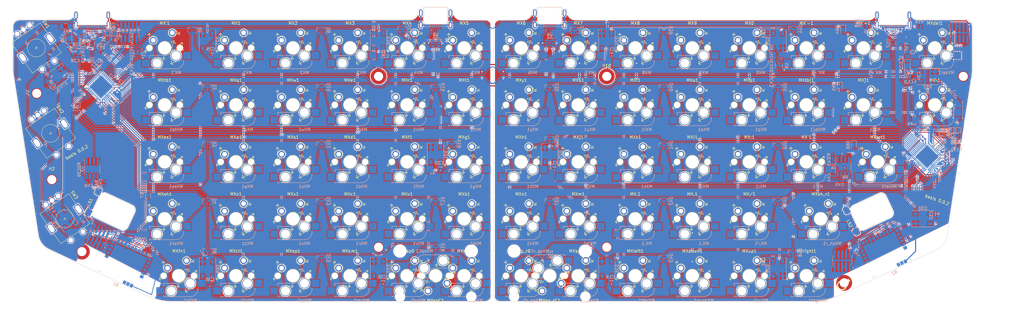
<source format=kicad_pcb>
(kicad_pcb (version 20171130) (host pcbnew "(5.1.6-0-10_14)")
  (layers (0 F.Cu signal) (31 B.Cu signal) (34 B.Paste user) (35 F.Paste user) (36 B.SilkS user) (37 F.SilkS user) (38 B.Mask user) (39 F.Mask user) (44 Edge.Cuts user))
  (net 0 "")
  (net 1 "Net-(D1-Pad2)")
  (net 2 ROW0)
  (net 3 "Net-(D2-Pad2)")
  (net 4 ROW1)
  (net 5 "Net-(D3-Pad2)")
  (net 6 "Net-(D4-Pad2)")
  (net 7 "Net-(D5-Pad2)")
  (net 8 "Net-(D6-Pad2)")
  (net 9 "Net-(D7-Pad2)")
  (net 10 ROW2)
  (net 11 "Net-(D8-Pad2)")
  (net 12 "Net-(D9-Pad2)")
  (net 13 "Net-(D10-Pad2)")
  (net 14 "Net-(D11-Pad2)")
  (net 15 ROW3)
  (net 16 "Net-(D12-Pad2)")
  (net 17 ROW4)
  (net 18 "Net-(D13-Pad2)")
  (net 19 "Net-(D14-Pad2)")
  (net 20 "Net-(D15-Pad2)")
  (net 21 "Net-(D16-Pad2)")
  (net 22 "Net-(D17-Pad2)")
  (net 23 "Net-(D18-Pad2)")
  (net 24 COL2)
  (net 25 COL3)
  (net 26 COL4)
  (net 27 COL5)
  (net 28 COL6)
  (net 29 COL1)
  (net 30 ROT0A)
  (net 31 GND)
  (net 32 ROT0B)
  (net 33 COL0)
  (net 34 ROT1A)
  (net 35 ROT1B)
  (net 36 ROT2A)
  (net 37 ROT2B)
  (net 38 +5V)
  (net 39 "Net-(D34-Pad2)")
  (net 40 ROW5)
  (net 41 "Net-(D35-Pad2)")
  (net 42 ROW6)
  (net 43 "Net-(D36-Pad2)")
  (net 44 ROW7)
  (net 45 "Net-(D37-Pad2)")
  (net 46 ROW8)
  (net 47 "Net-(D38-Pad2)")
  (net 48 ROW9)
  (net 49 "Net-(D39-Pad2)")
  (net 50 "Net-(D40-Pad2)")
  (net 51 "Net-(D41-Pad2)")
  (net 52 "Net-(D42-Pad2)")
  (net 53 "Net-(D43-Pad2)")
  (net 54 "Net-(D44-Pad2)")
  (net 55 "Net-(D45-Pad2)")
  (net 56 "Net-(D46-Pad2)")
  (net 57 "Net-(D47-Pad2)")
  (net 58 "Net-(D48-Pad2)")
  (net 59 "Net-(D64-Pad2)")
  (net 60 "Net-(D65-Pad2)")
  (net 61 "Net-(D66-Pad2)")
  (net 62 "Net-(D67-Pad2)")
  (net 63 "Net-(D68-Pad2)")
  (net 64 COL11)
  (net 65 COL10)
  (net 66 COL9)
  (net 67 COL7)
  (net 68 COL8)
  (net 69 COL12)
  (net 70 VCC)
  (net 71 COL13)
  (net 72 "Net-(J1-Pad4)")
  (net 73 "Net-(J2-Pad4)")
  (net 74 "Net-(J3-PadA8)")
  (net 75 "Net-(J3-PadB5)")
  (net 76 "Net-(J3-PadB8)")
  (net 77 "Net-(J3-PadA5)")
  (net 78 "Net-(J4-PadA8)")
  (net 79 "Net-(J4-PadB5)")
  (net 80 "Net-(J4-PadB8)")
  (net 81 "Net-(J4-PadA5)")
  (net 82 "Net-(D1-Pad1)")
  (net 83 "Net-(D2-Pad1)")
  (net 84 "Net-(D3-Pad1)")
  (net 85 "Net-(D4-Pad1)")
  (net 86 "Net-(D8-Pad1)")
  (net 87 "Net-(D9-Pad1)")
  (net 88 "Net-(D10-Pad1)")
  (net 89 "Net-(D11-Pad1)")
  (net 90 "Net-(D12-Pad1)")
  (net 91 "Net-(D13-Pad1)")
  (net 92 "Net-(D14-Pad1)")
  (net 93 "Net-(D15-Pad1)")
  (net 94 "Net-(D16-Pad1)")
  (net 95 "Net-(D17-Pad1)")
  (net 96 "Net-(D18-Pad1)")
  (net 97 "Net-(U7-Pad18)")
  (net 98 "Net-(U7-Pad17)")
  (net 99 "Net-(U7-Pad16)")
  (net 100 "Net-(U7-Pad6)")
  (net 101 "Net-(U7-Pad4)")
  (net 102 "Net-(U7-Pad3)")
  (net 103 "Net-(U7-Pad2)")
  (net 104 "Net-(U8-Pad1)")
  (net 105 +3V3)
  (net 106 NRST)
  (net 107 "Net-(D19-Pad2)")
  (net 108 SPKR2)
  (net 109 LED5V)
  (net 110 "Net-(C20-Pad1)")
  (net 111 usart1)
  (net 112 SWDIO)
  (net 113 SWCLK)
  (net 114 "Net-(U1-Pad1)")
  (net 115 "Net-(C8-Pad1)")
  (net 116 "Net-(D21-Pad2)")
  (net 117 "Net-(U10-Pad46)")
  (net 118 "Net-(U10-Pad39)")
  (net 119 "Net-(U10-Pad38)")
  (net 120 "Net-(U10-Pad22)")
  (net 121 "Net-(U10-Pad21)")
  (net 122 "Net-(U10-Pad17)")
  (net 123 "Net-(U10-Pad16)")
  (net 124 "Net-(U10-Pad6)")
  (net 125 "Net-(U10-Pad5)")
  (net 126 "Net-(U10-Pad4)")
  (net 127 "Net-(U10-Pad3)")
  (net 128 "Net-(U10-Pad2)")
  (net 129 "Net-(J5-Pad8)")
  (net 130 "Net-(J5-Pad7)")
  (net 131 "Net-(J5-Pad6)")
  (net 132 "Net-(J7-Pad8)")
  (net 133 "Net-(J7-Pad7)")
  (net 134 "Net-(J7-Pad6)")
  (net 135 "Net-(D23-Pad2)")
  (net 136 "Net-(D24-Pad2)")
  (net 137 "Net-(D25-Pad2)")
  (net 138 "Net-(D26-Pad2)")
  (net 139 "Net-(D27-Pad2)")
  (net 140 "Net-(D28-Pad2)")
  (net 141 "Net-(D29-Pad2)")
  (net 142 "Net-(D30-Pad2)")
  (net 143 "Net-(D31-Pad2)")
  (net 144 "Net-(D32-Pad2)")
  (net 145 "Net-(D33-Pad2)")
  (net 146 "Net-(D69-Pad2)")
  (net 147 "Net-(D70-Pad2)")
  (net 148 "Net-(D71-Pad2)")
  (net 149 LED3v)
  (net 150 "Net-(B1-Pad23)")
  (net 151 "Net-(B1-Pad22)")
  (net 152 "Net-(B1-Pad20)")
  (net 153 "Net-(B1-Pad18)")
  (net 154 "Net-(B1-Pad17)")
  (net 155 "Net-(B1-Pad16)")
  (net 156 "Net-(B1-Pad7)")
  (net 157 "Net-(B1-Pad6)")
  (net 158 "Net-(B1-Pad4)")
  (net 159 "Net-(B2-Pad23)")
  (net 160 "Net-(B2-Pad22)")
  (net 161 "Net-(B2-Pad20)")
  (net 162 "Net-(B2-Pad17)")
  (net 163 "Net-(B2-Pad16)")
  (net 164 "Net-(B2-Pad7)")
  (net 165 "Net-(B2-Pad6)")
  (net 166 "Net-(B1-Pad1)")
  (net 167 "Net-(B1-Pad2)")
  (net 168 "Net-(B1-Pad3)")
  (net 169 "Net-(B1-Pad19)")
  (net 170 "Net-(B2-Pad1)")
  (net 171 "Net-(B2-Pad2)")
  (net 172 "Net-(B2-Pad19)")
  (net 173 "Net-(D34-Pad1)")
  (net 174 "Net-(D35-Pad1)")
  (net 175 "Net-(D36-Pad1)")
  (net 176 "Net-(D37-Pad1)")
  (net 177 "Net-(D38-Pad1)")
  (net 178 "Net-(D39-Pad1)")
  (net 179 "Net-(D40-Pad1)")
  (net 180 "Net-(D41-Pad1)")
  (net 181 "Net-(D42-Pad1)")
  (net 182 "Net-(D43-Pad1)")
  (net 183 "Net-(D44-Pad1)")
  (net 184 "Net-(D45-Pad1)")
  (net 185 "Net-(D46-Pad1)")
  (net 186 "Net-(D47-Pad1)")
  (net 187 "Net-(D48-Pad1)")
  (net 188 "Net-(U10-Pad42)")
  (net 189 "Net-(C39-Pad2)")
  (net 190 "Net-(C39-Pad1)")
  (net 191 "Net-(C40-Pad2)")
  (net 192 "Net-(C41-Pad2)")
  (net 193 "Net-(C42-Pad2)")
  (net 194 "Net-(C42-Pad1)")
  (net 195 "Net-(C43-Pad2)")
  (net 196 "Net-(C43-Pad1)")
  (net 197 "Net-(C44-Pad2)")
  (net 198 "Net-(C45-Pad2)")
  (net 199 "Net-(C46-Pad2)")
  (net 200 "Net-(C46-Pad1)")
  (net 201 "Net-(R5-Pad1)")
  (net 202 "Net-(R7-Pad1)")
  (net 203 USART2_CK)
  (net 204 USART2_RX)
  (net 205 USART2_TX)
  (net 206 USART2_RTS)
  (net 207 USART2_CTS)
  (net 208 "Net-(J6-Pad8)")
  (net 209 "Net-(J6-Pad7)")
  (net 210 "Net-(J6-Pad6)")
  (net 211 "Net-(J8-Pad8)")
  (net 212 "Net-(J8-Pad7)")
  (net 213 "Net-(J8-Pad6)")
  (net 214 GNDS)
  (net 215 "Net-(B2-Pad3)")
  (net 216 "Net-(B2-Pad4)")
  (net 217 "Net-(B2-Pad9)")
  (net 218 L_D+)
  (net 219 L_D-)
  (net 220 L_D+RAW)
  (net 221 L_D-RAW)
  (net 222 R_D+RAW)
  (net 223 R_D-RAW)
  (net 224 R_D+)
  (net 225 R_D-)
  (net 226 R_BT_SWCLK)
  (net 227 R_BT_SWDIO)
  (net 228 R_NRST)
  (net 229 R_SWCLK)
  (net 230 R_SWDIO)
  (net 231 R_LED5V)
  (net 232 R_LED3v3)
  (net 233 L_BT_SWCLK)
  (net 234 L_BT_SWDIO)
  (net 235 R_SPKR2)
  (net 236 R_USART2_RX)
  (net 237 R_USART2_TX)
  (net 238 R_USART2_CK)
  (net 239 R_USART2_CTS)
  (net 240 R_USART2_RTS)
  (net 241 VCCQ)
  (module random-keyboard-parts:USB_C_Receptacle_Hirose_CX90M-16P (layer B.Cu) (at -97.234375 113.109375)
    (fp_text reference J3 (at 0 4.75) (layer B.SilkS) (effects (justify mirror)))
    (fp_text value USB_C_Receptacle_USB2.0)
    (fp_line (start 4.675 -1.625) (end 4.675 1.6) (layer Edge.Cuts) (width 0.1))
    (fp_line (start 4.175 2.1) (end -4.175 2.1) (layer Edge.Cuts) (width 0.1))
    (fp_line (start -4.675 1.6) (end -4.675 -1.625) (layer Edge.Cuts) (width 0.1))
    (fp_arc (start -4.175 1.6) (end -4.175 2.1) (angle 90) (layer Edge.Cuts) (width 0.1))
    (fp_arc (start 4.175 1.6) (end 4.675 1.6) (angle 90) (layer Edge.Cuts) (width 0.1))
    (pad S1 thru_hole oval (at -5.4 -1) (size 1.1 2.4) (drill oval 0.5 1.8) (layers *.Cu *.Mask) (net 214 GNDS))
    (pad S1 thru_hole oval (at 5.4 -1) (size 1.1 2.4) (drill oval 0.5 1.8) (layers *.Cu *.Mask) (net 214 GNDS))
    (pad S1 thru_hole oval (at -5.4 2.23) (size 1 2.55) (drill oval 0.5 2.05) (layers *.Cu *.Mask) (net 214 GNDS))
    (pad S1 thru_hole oval (at 5.4 2.23) (size 1 2.55) (drill oval 0.5 2.05) (layers *.Cu *.Mask) (net 214 GNDS))
    (pad MID smd roundrect (at -4.25 2.85) (size 0.3 0.9) (layers B.Cu B.Paste B.Mask))
    (pad A1 smd roundrect (at -3.75 2.85) (size 0.3 0.9) (layers B.Cu B.Paste B.Mask) (net 31 GND))
    (pad B12 smd roundrect (at -3.25 2.85) (size 0.3 0.9) (layers B.Cu B.Paste B.Mask) (net 31 GND))
    (pad A4 smd roundrect (at -2.75 2.85) (size 0.3 0.9) (layers B.Cu B.Paste B.Mask) (net 70 VCC))
    (pad B9 smd roundrect (at -2.25 2.85) (size 0.3 0.9) (layers B.Cu B.Paste B.Mask) (net 70 VCC))
    (pad A5 smd roundrect (at -1.75 2.85) (size 0.3 0.9) (layers B.Cu B.Paste B.Mask) (net 77 "Net-(J3-PadA5)"))
    (pad B8 smd roundrect (at -1.25 2.85) (size 0.3 0.9) (layers B.Cu B.Paste B.Mask) (net 76 "Net-(J3-PadB8)"))
    (pad A6 smd roundrect (at -0.75 2.85) (size 0.3 0.9) (layers B.Cu B.Paste B.Mask) (net 220 L_D+RAW))
    (pad B7 smd roundrect (at -0.25 2.85) (size 0.3 0.9) (layers B.Cu B.Paste B.Mask) (net 221 L_D-RAW))
    (pad B6 smd roundrect (at 0.25 2.85) (size 0.3 0.9) (layers B.Cu B.Paste B.Mask) (net 220 L_D+RAW))
    (pad A7 smd roundrect (at 0.75 2.85) (size 0.3 0.9) (layers B.Cu B.Paste B.Mask) (net 221 L_D-RAW))
    (pad B5 smd roundrect (at 1.25 2.85) (size 0.3 0.9) (layers B.Cu B.Paste B.Mask) (net 75 "Net-(J3-PadB5)"))
    (pad A8 smd roundrect (at 1.75 2.85) (size 0.3 0.9) (layers B.Cu B.Paste B.Mask) (net 74 "Net-(J3-PadA8)"))
    (pad B4 smd roundrect (at 2.25 2.85) (size 0.3 0.9) (layers B.Cu B.Paste B.Mask) (net 70 VCC))
    (pad A9 smd roundrect (at 2.75 2.85) (size 0.3 0.9) (layers B.Cu B.Paste B.Mask) (net 70 VCC))
    (pad B1 smd roundrect (at 3.25 2.85) (size 0.3 0.9) (layers B.Cu B.Paste B.Mask) (net 31 GND))
    (pad A12 smd roundrect (at 3.75 2.85) (size 0.3 0.9) (layers B.Cu B.Paste B.Mask) (net 31 GND))
    (pad MID smd roundrect (at 4.25 2.85) (size 0.3 0.9) (layers B.Cu B.Paste B.Mask))
  )
  (module random-keyboard-parts:USB_C_Receptacle_Hirose_CX90M-16P (layer B.Cu) (at 170.259375 113.109375)
    (fp_text reference J4 (at 0 4.75) (layer B.SilkS) (effects (justify mirror)))
    (fp_text value USB_C_Receptacle_USB2.0)
    (fp_line (start 4.675 -1.625) (end 4.675 1.6) (layer Edge.Cuts) (width 0.1))
    (fp_line (start 4.175 2.1) (end -4.175 2.1) (layer Edge.Cuts) (width 0.1))
    (fp_line (start -4.675 1.6) (end -4.675 -1.625) (layer Edge.Cuts) (width 0.1))
    (fp_arc (start -4.175 1.6) (end -4.175 2.1) (angle 90) (layer Edge.Cuts) (width 0.1))
    (fp_arc (start 4.175 1.6) (end 4.675 1.6) (angle 90) (layer Edge.Cuts) (width 0.1))
    (pad S1 thru_hole oval (at -5.4 -1) (size 1.1 2.4) (drill oval 0.5 1.8) (layers *.Cu *.Mask) (net 214 GNDS))
    (pad S1 thru_hole oval (at 5.4 -1) (size 1.1 2.4) (drill oval 0.5 1.8) (layers *.Cu *.Mask) (net 214 GNDS))
    (pad S1 thru_hole oval (at -5.4 2.23) (size 1 2.55) (drill oval 0.5 2.05) (layers *.Cu *.Mask) (net 214 GNDS))
    (pad S1 thru_hole oval (at 5.4 2.23) (size 1 2.55) (drill oval 0.5 2.05) (layers *.Cu *.Mask) (net 214 GNDS))
    (pad MID smd roundrect (at -4.25 2.85) (size 0.3 0.9) (layers B.Cu B.Paste B.Mask))
    (pad A1 smd roundrect (at -3.75 2.85) (size 0.3 0.9) (layers B.Cu B.Paste B.Mask) (net 31 GND))
    (pad B12 smd roundrect (at -3.25 2.85) (size 0.3 0.9) (layers B.Cu B.Paste B.Mask) (net 31 GND))
    (pad A4 smd roundrect (at -2.75 2.85) (size 0.3 0.9) (layers B.Cu B.Paste B.Mask) (net 241 VCCQ))
    (pad B9 smd roundrect (at -2.25 2.85) (size 0.3 0.9) (layers B.Cu B.Paste B.Mask) (net 241 VCCQ))
    (pad A5 smd roundrect (at -1.75 2.85) (size 0.3 0.9) (layers B.Cu B.Paste B.Mask) (net 81 "Net-(J4-PadA5)"))
    (pad B8 smd roundrect (at -1.25 2.85) (size 0.3 0.9) (layers B.Cu B.Paste B.Mask) (net 80 "Net-(J4-PadB8)"))
    (pad A6 smd roundrect (at -0.75 2.85) (size 0.3 0.9) (layers B.Cu B.Paste B.Mask) (net 222 R_D+RAW))
    (pad B7 smd roundrect (at -0.25 2.85) (size 0.3 0.9) (layers B.Cu B.Paste B.Mask) (net 223 R_D-RAW))
    (pad B6 smd roundrect (at 0.25 2.85) (size 0.3 0.9) (layers B.Cu B.Paste B.Mask) (net 222 R_D+RAW))
    (pad A7 smd roundrect (at 0.75 2.85) (size 0.3 0.9) (layers B.Cu B.Paste B.Mask) (net 223 R_D-RAW))
    (pad B5 smd roundrect (at 1.25 2.85) (size 0.3 0.9) (layers B.Cu B.Paste B.Mask) (net 79 "Net-(J4-PadB5)"))
    (pad A8 smd roundrect (at 1.75 2.85) (size 0.3 0.9) (layers B.Cu B.Paste B.Mask) (net 78 "Net-(J4-PadA8)"))
    (pad B4 smd roundrect (at 2.25 2.85) (size 0.3 0.9) (layers B.Cu B.Paste B.Mask) (net 241 VCCQ))
    (pad A9 smd roundrect (at 2.75 2.85) (size 0.3 0.9) (layers B.Cu B.Paste B.Mask) (net 241 VCCQ))
    (pad B1 smd roundrect (at 3.25 2.85) (size 0.3 0.9) (layers B.Cu B.Paste B.Mask) (net 31 GND))
    (pad A12 smd roundrect (at 3.75 2.85) (size 0.3 0.9) (layers B.Cu B.Paste B.Mask) (net 31 GND))
    (pad MID smd roundrect (at 4.25 2.85) (size 0.3 0.9) (layers B.Cu B.Paste B.Mask))
  )
  (module 3d-split-keeb:MOLEX_47642-0001-fixed (layer B.Cu) (at 55.5625 115.8875)
    (fp_text reference J2 (at 0 3.3 -180) (layer B.SilkS) (effects (justify mirror)))
    (fp_text value USB_B_Micro)
    (fp_line (start 3.95 -1.77) (end 3.95 -5.1) (layer Edge.Cuts) (width 0.1))
    (fp_line (start -3.15 -0.97) (end 3.15 -0.97) (layer Edge.Cuts) (width 0.1))
    (fp_line (start -3.95 -5.1) (end -3.95 -1.77) (layer Edge.Cuts) (width 0.1))
    (fp_arc (start 3.15 -1.77) (end 3.95 -1.77) (angle 90) (layer Edge.Cuts) (width 0.1))
    (fp_arc (start -3.15 -1.77) (end -3.15 -0.97) (angle 90) (layer Edge.Cuts) (width 0.1))
    (pad 6 thru_hole oval (at 4.95 -4.52) (size 1.2 2.4) (drill oval 0.6 1.8) (layers *.Cu *.Mask) (net 214 GNDS))
    (pad 6 thru_hole oval (at 4.95 -0.52) (size 1.2 2.4) (drill oval 0.6 1.5) (layers *.Cu *.Mask) (net 214 GNDS))
    (pad 6 thru_hole oval (at -4.95 -4.52) (size 1.2 2.4) (drill oval 0.6 1.8) (layers *.Cu *.Mask) (net 214 GNDS))
    (pad 6 thru_hole oval (at -4.95 -0.52) (size 1.2 2.4) (drill oval 0.6 1.5) (layers *.Cu *.Mask) (net 214 GNDS))
    (pad 5 smd rect (at 1.3 0) (size 0.45 1.1) (layers B.Cu B.Paste B.Mask) (net 31 GND))
    (pad 4 smd rect (at 0.65 0) (size 0.45 1.1) (layers B.Cu B.Paste B.Mask) (net 73 "Net-(J2-Pad4)"))
    (pad 3 smd rect (at 0 0) (size 0.45 1.1) (layers B.Cu B.Paste B.Mask) (net 105 +3V3))
    (pad 2 smd rect (at -0.65 0) (size 0.45 1.1) (layers B.Cu B.Paste B.Mask) (net 111 usart1))
    (pad 1 smd rect (at -1.3 0) (size 0.45 1.1) (layers B.Cu B.Paste B.Mask) (net 38 +5V))
  )
  (module 3d-split-keeb:MOLEX_47642-0001-fixed (layer B.Cu) (at 17.4625 115.8875)
    (fp_text reference J1 (at 0 3.3 -180) (layer B.SilkS) (effects (justify mirror)))
    (fp_text value USB_B_Micro)
    (fp_line (start 3.95 -1.77) (end 3.95 -5.1) (layer Edge.Cuts) (width 0.1))
    (fp_line (start -3.15 -0.97) (end 3.15 -0.97) (layer Edge.Cuts) (width 0.1))
    (fp_line (start -3.95 -5.1) (end -3.95 -1.77) (layer Edge.Cuts) (width 0.1))
    (fp_arc (start 3.15 -1.77) (end 3.95 -1.77) (angle 90) (layer Edge.Cuts) (width 0.1))
    (fp_arc (start -3.15 -1.77) (end -3.15 -0.97) (angle 90) (layer Edge.Cuts) (width 0.1))
    (pad 6 thru_hole oval (at 4.95 -4.52) (size 1.2 2.4) (drill oval 0.6 1.8) (layers *.Cu *.Mask) (net 214 GNDS))
    (pad 6 thru_hole oval (at 4.95 -0.52) (size 1.2 2.4) (drill oval 0.6 1.5) (layers *.Cu *.Mask) (net 214 GNDS))
    (pad 6 thru_hole oval (at -4.95 -4.52) (size 1.2 2.4) (drill oval 0.6 1.8) (layers *.Cu *.Mask) (net 214 GNDS))
    (pad 6 thru_hole oval (at -4.95 -0.52) (size 1.2 2.4) (drill oval 0.6 1.5) (layers *.Cu *.Mask) (net 214 GNDS))
    (pad 5 smd rect (at 1.3 0) (size 0.45 1.1) (layers B.Cu B.Paste B.Mask) (net 31 GND))
    (pad 4 smd rect (at 0.65 0) (size 0.45 1.1) (layers B.Cu B.Paste B.Mask) (net 72 "Net-(J1-Pad4)"))
    (pad 3 smd rect (at 0 0) (size 0.45 1.1) (layers B.Cu B.Paste B.Mask) (net 105 +3V3))
    (pad 2 smd rect (at -0.65 0) (size 0.45 1.1) (layers B.Cu B.Paste B.Mask) (net 111 usart1))
    (pad 1 smd rect (at -1.3 0) (size 0.45 1.1) (layers B.Cu B.Paste B.Mask) (net 38 +5V))
  )
  (module Capacitor_SMD:C_0402_1005Metric (layer B.Cu) (at 173.385625 122.6575 90)
    (fp_text reference C50 (at 0 1.17 90) (layer B.SilkS) (effects (justify mirror)))
    (fp_text value 100nF)
    (pad 2 smd roundrect (at 0.485 0 90) (size 0.59 0.64) (layers B.Cu B.Paste B.Mask) (net 31 GND))
    (pad 1 smd roundrect (at -0.485 0 90) (size 0.59 0.64) (layers B.Cu B.Paste B.Mask) (net 241 VCCQ))
  )
  (module Capacitor_SMD:C_0402_1005Metric (layer B.Cu) (at -99.424375 121.7475 90)
    (fp_text reference C49 (at 0 1.17 90) (layer B.SilkS) (effects (justify mirror)))
    (fp_text value 100nF)
    (pad 2 smd roundrect (at 0.485 0 90) (size 0.59 0.64) (layers B.Cu B.Paste B.Mask) (net 31 GND))
    (pad 1 smd roundrect (at -0.485 0 90) (size 0.59 0.64) (layers B.Cu B.Paste B.Mask) (net 70 VCC))
  )
  (module keyswitches:Stabilizer_MX_2u (layer F.Cu) (at 17.4625 199.23125 180)
    (fp_text reference STAB2 hide)
    (fp_text value Hole hide)
    (pad "" np_thru_hole circle (at -11.9 -6.985 180) (size 3.048 3.048) (drill 3.048) (layers *.Cu *.Mask))
    (pad "" np_thru_hole circle (at 11.9 -6.985 180) (size 3.048 3.048) (drill 3.048) (layers *.Cu *.Mask))
    (pad "" np_thru_hole circle (at -11.9 8.255 180) (size 3.9878 3.9878) (drill 3.9878) (layers *.Cu *.Mask))
    (pad "" np_thru_hole circle (at 11.9 8.255 180) (size 3.9878 3.9878) (drill 3.9878) (layers *.Cu *.Mask))
  )
  (module keyswitches:Stabilizer_MX_2u (layer F.Cu) (at 55.5625 199.23125 180)
    (fp_text reference STAB1 hide)
    (fp_text value Hole hide)
    (pad "" np_thru_hole circle (at -11.9 -6.985 180) (size 3.048 3.048) (drill 3.048) (layers *.Cu *.Mask))
    (pad "" np_thru_hole circle (at 11.9 -6.985 180) (size 3.048 3.048) (drill 3.048) (layers *.Cu *.Mask))
    (pad "" np_thru_hole circle (at -11.9 8.255 180) (size 3.9878 3.9878) (drill 3.9878) (layers *.Cu *.Mask))
    (pad "" np_thru_hole circle (at 11.9 8.255 180) (size 3.9878 3.9878) (drill 3.9878) (layers *.Cu *.Mask))
  )
  (module Resistor_SMD:R_0402_1005Metric (layer B.Cu) (at 160.3375 114.696875 270)
    (fp_text reference R10 (at 0 1.17 90) (layer B.SilkS) (effects (justify mirror)))
    (fp_text value 1M)
    (pad 2 smd roundrect (at 0.485 0 270) (size 0.59 0.64) (layers B.Cu B.Paste B.Mask) (net 31 GND))
    (pad 1 smd roundrect (at -0.485 0 270) (size 0.59 0.64) (layers B.Cu B.Paste B.Mask) (net 214 GNDS))
  )
  (module Resistor_SMD:R_0402_1005Metric (layer B.Cu) (at -90.090625 115.8875 270)
    (fp_text reference R9 (at 0 1.17 90) (layer B.SilkS) (effects (justify mirror)))
    (fp_text value 1M)
    (pad 2 smd roundrect (at 0.485 0 270) (size 0.59 0.64) (layers B.Cu B.Paste B.Mask) (net 31 GND))
    (pad 1 smd roundrect (at -0.485 0 270) (size 0.59 0.64) (layers B.Cu B.Paste B.Mask) (net 214 GNDS))
  )
  (module 3d-split-keeb:Mounting_Wuerth_WA-SMSI-M2_H3.5mm_9774035243 (layer F.Cu) (at -110.728125 167.084375)
    (fp_text reference H2 (at 0 -3.6) (layer F.SilkS))
    (fp_text value Hole)
    (pad "" np_thru_hole circle (at 0 0) (size 3 3) (drill 3) (layers *.Cu *.Mask))
    (pad 1 smd circle (at 0 -2.075) (size 0.75 0.75) (layers F.Cu))
    (pad 1 smd circle (at -2.075 0) (size 0.75 0.75) (layers F.Cu))
    (pad 1 smd circle (at 0 2.075) (size 0.75 0.75) (layers F.Cu))
    (pad 1 smd custom (at 2.075 0) (size 0.75 0.75) (layers F.Cu F.Mask) (options (clearance outline) (anchor circle)) (primitives (gr_circle (center -2.075 0) (end 0 0) (width 1.15))))
  )
  (module Capacitor_SMD:C_0402_1005Metric (layer B.Cu) (at 159.146875 114.696875 270)
    (fp_text reference C48 (at 0 1.17 90) (layer B.SilkS) (effects (justify mirror)))
    (fp_text value 4.7nF)
    (pad 2 smd roundrect (at 0.485 0 270) (size 0.59 0.64) (layers B.Cu B.Paste B.Mask) (net 31 GND))
    (pad 1 smd roundrect (at -0.485 0 270) (size 0.59 0.64) (layers B.Cu B.Paste B.Mask) (net 214 GNDS))
  )
  (module Capacitor_SMD:C_0402_1005Metric (layer B.Cu) (at -88.9 115.8875 270)
    (fp_text reference C47 (at 0 1.17 90) (layer B.SilkS) (effects (justify mirror)))
    (fp_text value 4.7nF)
    (pad 2 smd roundrect (at 0.485 0 270) (size 0.59 0.64) (layers B.Cu B.Paste B.Mask) (net 31 GND))
    (pad 1 smd roundrect (at -0.485 0 270) (size 0.59 0.64) (layers B.Cu B.Paste B.Mask) (net 214 GNDS))
  )
  (module FTSH-105-01-L-DV-K:SAMTEC_FTSH-105-01-L-DV-K (layer B.Cu) (at -95.25 186.134375 155)
    (fp_text reference J8 (at 0.075 4.735 335) (layer B.SilkS) (effects (font (thickness 0.015)) (justify mirror)))
    (fp_text value FTSH-105-01-L-DV-K)
    (pad 10 smd rect (at 2.54 2.035 155) (size 0.74 2.79) (layers B.Cu B.Paste B.Mask) (net 169 "Net-(B1-Pad19)"))
    (pad 9 smd rect (at 2.54 -2.035 155) (size 0.74 2.79) (layers B.Cu B.Paste B.Mask) (net 31 GND))
    (pad 8 smd rect (at 1.27 2.035 155) (size 0.74 2.79) (layers B.Cu B.Paste B.Mask) (net 211 "Net-(J8-Pad8)"))
    (pad 7 smd rect (at 1.27 -2.035 155) (size 0.74 2.79) (layers B.Cu B.Paste B.Mask) (net 212 "Net-(J8-Pad7)"))
    (pad 6 smd rect (at 0 2.035 155) (size 0.74 2.79) (layers B.Cu B.Paste B.Mask) (net 213 "Net-(J8-Pad6)"))
    (pad 5 smd rect (at 0 -2.035 155) (size 0.74 2.79) (layers B.Cu B.Paste B.Mask) (net 31 GND))
    (pad 4 smd rect (at -1.27 2.035 155) (size 0.74 2.79) (layers B.Cu B.Paste B.Mask) (net 233 L_BT_SWCLK))
    (pad 3 smd rect (at -1.27 -2.035 155) (size 0.74 2.79) (layers B.Cu B.Paste B.Mask) (net 31 GND))
    (pad 2 smd rect (at -2.54 2.035 155) (size 0.74 2.79) (layers B.Cu B.Paste B.Mask) (net 234 L_BT_SWDIO))
    (pad 1 smd rect (at -2.54 -2.035 155) (size 0.74 2.79) (layers B.Cu B.Paste B.Mask) (net 105 +3V3))
  )
  (module FTSH-105-01-L-DV-K:SAMTEC_FTSH-105-01-L-DV-K (layer B.Cu) (at 153.265625 194.1375 180)
    (fp_text reference J6 (at 0.075 4.735) (layer B.SilkS) (effects (font (thickness 0.015)) (justify mirror)))
    (fp_text value FTSH-105-01-L-DV-K)
    (pad 10 smd rect (at 2.54 2.035 180) (size 0.74 2.79) (layers B.Cu B.Paste B.Mask) (net 172 "Net-(B2-Pad19)"))
    (pad 9 smd rect (at 2.54 -2.035 180) (size 0.74 2.79) (layers B.Cu B.Paste B.Mask) (net 31 GND))
    (pad 8 smd rect (at 1.27 2.035 180) (size 0.74 2.79) (layers B.Cu B.Paste B.Mask) (net 208 "Net-(J6-Pad8)"))
    (pad 7 smd rect (at 1.27 -2.035 180) (size 0.74 2.79) (layers B.Cu B.Paste B.Mask) (net 209 "Net-(J6-Pad7)"))
    (pad 6 smd rect (at 0 2.035 180) (size 0.74 2.79) (layers B.Cu B.Paste B.Mask) (net 210 "Net-(J6-Pad6)"))
    (pad 5 smd rect (at 0 -2.035 180) (size 0.74 2.79) (layers B.Cu B.Paste B.Mask) (net 31 GND))
    (pad 4 smd rect (at -1.27 2.035 180) (size 0.74 2.79) (layers B.Cu B.Paste B.Mask) (net 226 R_BT_SWCLK))
    (pad 3 smd rect (at -1.27 -2.035 180) (size 0.74 2.79) (layers B.Cu B.Paste B.Mask) (net 31 GND))
    (pad 2 smd rect (at -2.54 2.035 180) (size 0.74 2.79) (layers B.Cu B.Paste B.Mask) (net 227 R_BT_SWDIO))
    (pad 1 smd rect (at -2.54 -2.035 180) (size 0.74 2.79) (layers B.Cu B.Paste B.Mask) (net 105 +3V3))
  )
  (module Package_SO:SOIC-8_3.9x4.9mm_P1.27mm (layer B.Cu) (at 153.590625 162.71875 270)
    (fp_text reference U6 (at 0 3.4 90) (layer B.SilkS) (effects (justify mirror)))
    (fp_text value LM386)
    (pad 8 smd roundrect (at 2.475 1.905 270) (size 1.95 0.6) (layers B.Cu B.Paste B.Mask) (net 195 "Net-(C43-Pad2)"))
    (pad 7 smd roundrect (at 2.475 0.635 270) (size 1.95 0.6) (layers B.Cu B.Paste B.Mask) (net 197 "Net-(C44-Pad2)"))
    (pad 6 smd roundrect (at 2.475 -0.635 270) (size 1.95 0.6) (layers B.Cu B.Paste B.Mask) (net 38 +5V))
    (pad 5 smd roundrect (at 2.475 -1.905 270) (size 1.95 0.6) (layers B.Cu B.Paste B.Mask) (net 199 "Net-(C46-Pad2)"))
    (pad 4 smd roundrect (at -2.475 -1.905 270) (size 1.95 0.6) (layers B.Cu B.Paste B.Mask) (net 31 GND))
    (pad 3 smd roundrect (at -2.475 -0.635 270) (size 1.95 0.6) (layers B.Cu B.Paste B.Mask) (net 235 R_SPKR2))
    (pad 2 smd roundrect (at -2.475 0.635 270) (size 1.95 0.6) (layers B.Cu B.Paste B.Mask) (net 31 GND))
    (pad 1 smd roundrect (at -2.475 1.905 270) (size 1.95 0.6) (layers B.Cu B.Paste B.Mask) (net 202 "Net-(R7-Pad1)"))
  )
  (module Package_SO:SOIC-8_3.9x4.9mm_P1.27mm (layer B.Cu) (at -97.234375 163.5125 270)
    (fp_text reference U3 (at 0 3.4 90) (layer B.SilkS) (effects (justify mirror)))
    (fp_text value LM386)
    (pad 8 smd roundrect (at 2.475 1.905 270) (size 1.95 0.6) (layers B.Cu B.Paste B.Mask) (net 189 "Net-(C39-Pad2)"))
    (pad 7 smd roundrect (at 2.475 0.635 270) (size 1.95 0.6) (layers B.Cu B.Paste B.Mask) (net 191 "Net-(C40-Pad2)"))
    (pad 6 smd roundrect (at 2.475 -0.635 270) (size 1.95 0.6) (layers B.Cu B.Paste B.Mask) (net 38 +5V))
    (pad 5 smd roundrect (at 2.475 -1.905 270) (size 1.95 0.6) (layers B.Cu B.Paste B.Mask) (net 193 "Net-(C42-Pad2)"))
    (pad 4 smd roundrect (at -2.475 -1.905 270) (size 1.95 0.6) (layers B.Cu B.Paste B.Mask) (net 31 GND))
    (pad 3 smd roundrect (at -2.475 -0.635 270) (size 1.95 0.6) (layers B.Cu B.Paste B.Mask) (net 108 SPKR2))
    (pad 2 smd roundrect (at -2.475 0.635 270) (size 1.95 0.6) (layers B.Cu B.Paste B.Mask) (net 31 GND))
    (pad 1 smd roundrect (at -2.475 1.905 270) (size 1.95 0.6) (layers B.Cu B.Paste B.Mask) (net 201 "Net-(R5-Pad1)"))
  )
  (module Resistor_SMD:R_0402_1005Metric (layer B.Cu) (at 154.29625 167.48125 180)
    (fp_text reference R8 (at 0 1.17) (layer B.SilkS) (effects (justify mirror)))
    (fp_text value 10)
    (pad 2 smd roundrect (at 0.485 0 180) (size 0.59 0.64) (layers B.Cu B.Paste B.Mask) (net 198 "Net-(C45-Pad2)"))
    (pad 1 smd roundrect (at -0.485 0 180) (size 0.59 0.64) (layers B.Cu B.Paste B.Mask) (net 199 "Net-(C46-Pad2)"))
  )
  (module Resistor_SMD:R_0402_1005Metric (layer B.Cu) (at 150.01875 159.146875 270)
    (fp_text reference R7 (at 0 1.17 90) (layer B.SilkS) (effects (justify mirror)))
    (fp_text value 1.2k)
    (pad 2 smd roundrect (at 0.485 0 270) (size 0.59 0.64) (layers B.Cu B.Paste B.Mask) (net 196 "Net-(C43-Pad1)"))
    (pad 1 smd roundrect (at -0.485 0 270) (size 0.59 0.64) (layers B.Cu B.Paste B.Mask) (net 202 "Net-(R7-Pad1)"))
  )
  (module Resistor_SMD:R_0402_1005Metric (layer B.Cu) (at -94.45625 168.275 270)
    (fp_text reference R6 (at 0 1.17 90) (layer B.SilkS) (effects (justify mirror)))
    (fp_text value 10)
    (pad 2 smd roundrect (at 0.485 0 270) (size 0.59 0.64) (layers B.Cu B.Paste B.Mask) (net 192 "Net-(C41-Pad2)"))
    (pad 1 smd roundrect (at -0.485 0 270) (size 0.59 0.64) (layers B.Cu B.Paste B.Mask) (net 193 "Net-(C42-Pad2)"))
  )
  (module Resistor_SMD:R_0402_1005Metric (layer B.Cu) (at -100.409375 162.23375 270)
    (fp_text reference R5 (at 0 1.17 90) (layer B.SilkS) (effects (justify mirror)))
    (fp_text value 1.2k)
    (pad 2 smd roundrect (at 0.485 0 270) (size 0.59 0.64) (layers B.Cu B.Paste B.Mask) (net 190 "Net-(C39-Pad1)"))
    (pad 1 smd roundrect (at -0.485 0 270) (size 0.59 0.64) (layers B.Cu B.Paste B.Mask) (net 201 "Net-(R5-Pad1)"))
  )
  (module Capacitor_SMD:C_0402_1005Metric (layer B.Cu) (at 153.9875 174.228125 90)
    (fp_text reference C46 (at 0 1.17 90) (layer B.SilkS) (effects (justify mirror)))
    (fp_text value 250uF)
    (pad 2 smd roundrect (at 0.485 0 90) (size 0.59 0.64) (layers B.Cu B.Paste B.Mask) (net 199 "Net-(C46-Pad2)"))
    (pad 1 smd roundrect (at -0.485 0 90) (size 0.59 0.64) (layers B.Cu B.Paste B.Mask) (net 200 "Net-(C46-Pad1)"))
  )
  (module Capacitor_SMD:C_0402_1005Metric (layer B.Cu) (at 152.4 167.48125)
    (fp_text reference C45 (at 0 1.17) (layer B.SilkS) (effects (justify mirror)))
    (fp_text value 50nF)
    (pad 2 smd roundrect (at 0.485 0) (size 0.59 0.64) (layers B.Cu B.Paste B.Mask) (net 198 "Net-(C45-Pad2)"))
    (pad 1 smd roundrect (at -0.485 0) (size 0.59 0.64) (layers B.Cu B.Paste B.Mask) (net 31 GND))
  )
  (module Capacitor_SMD:C_0402_1005Metric (layer B.Cu) (at 150.01875 166.37875 270)
    (fp_text reference C44 (at 0 1.17 90) (layer B.SilkS) (effects (justify mirror)))
    (fp_text value 50uF)
    (pad 2 smd roundrect (at 0.485 0 270) (size 0.59 0.64) (layers B.Cu B.Paste B.Mask) (net 197 "Net-(C44-Pad2)"))
    (pad 1 smd roundrect (at -0.485 0 270) (size 0.59 0.64) (layers B.Cu B.Paste B.Mask) (net 31 GND))
  )
  (module Capacitor_SMD:C_0402_1005Metric (layer B.Cu) (at 150.01875 161.043125 270)
    (fp_text reference C43 (at 0 1.17 90) (layer B.SilkS) (effects (justify mirror)))
    (fp_text value 10uF)
    (pad 2 smd roundrect (at 0.485 0 270) (size 0.59 0.64) (layers B.Cu B.Paste B.Mask) (net 195 "Net-(C43-Pad2)"))
    (pad 1 smd roundrect (at -0.485 0 270) (size 0.59 0.64) (layers B.Cu B.Paste B.Mask) (net 196 "Net-(C43-Pad1)"))
  )
  (module Capacitor_SMD:C_0402_1005Metric (layer B.Cu) (at -96.04375 168.671875)
    (fp_text reference C42 (at 0 1.17) (layer B.SilkS) (effects (justify mirror)))
    (fp_text value 250uF)
    (pad 2 smd roundrect (at 0.485 0) (size 0.59 0.64) (layers B.Cu B.Paste B.Mask) (net 193 "Net-(C42-Pad2)"))
    (pad 1 smd roundrect (at -0.485 0) (size 0.59 0.64) (layers B.Cu B.Paste B.Mask) (net 194 "Net-(C42-Pad1)"))
  )
  (module Capacitor_SMD:C_0402_1005Metric (layer B.Cu) (at -93.265625 168.275 270)
    (fp_text reference C41 (at 0 1.17 90) (layer B.SilkS) (effects (justify mirror)))
    (fp_text value 50nF)
    (pad 2 smd roundrect (at 0.485 0 270) (size 0.59 0.64) (layers B.Cu B.Paste B.Mask) (net 192 "Net-(C41-Pad2)"))
    (pad 1 smd roundrect (at -0.485 0 270) (size 0.59 0.64) (layers B.Cu B.Paste B.Mask) (net 31 GND))
  )
  (module Capacitor_SMD:C_0402_1005Metric (layer B.Cu) (at -98.425 167.878125)
    (fp_text reference C40 (at 0 1.17) (layer B.SilkS) (effects (justify mirror)))
    (fp_text value 50uF)
    (pad 2 smd roundrect (at 0.485 0) (size 0.59 0.64) (layers B.Cu B.Paste B.Mask) (net 191 "Net-(C40-Pad2)"))
    (pad 1 smd roundrect (at -0.485 0) (size 0.59 0.64) (layers B.Cu B.Paste B.Mask) (net 31 GND))
  )
  (module Capacitor_SMD:C_0402_1005Metric (layer B.Cu) (at -100.409375 164.703125 270)
    (fp_text reference C39 (at 0 1.17 90) (layer B.SilkS) (effects (justify mirror)))
    (fp_text value 10uF)
    (pad 2 smd roundrect (at 0.485 0 270) (size 0.59 0.64) (layers B.Cu B.Paste B.Mask) (net 189 "Net-(C39-Pad2)"))
    (pad 1 smd roundrect (at -0.485 0 270) (size 0.59 0.64) (layers B.Cu B.Paste B.Mask) (net 190 "Net-(C39-Pad1)"))
  )
  (module 3d-split-keeb:BLUENRG-M2SA (layer B.Cu) (at 167.48125 191.29375 25)
    (fp_text reference B2 (at 0 7.6 25) (layer B.SilkS) (effects (justify mirror)))
    (fp_text value BLUENRG-M2SA)
    (pad 1 smd rect (at -6.75 0.34 295) (size 1 1.2) (layers B.Cu B.Paste B.Mask) (net 170 "Net-(B2-Pad1)"))
    (pad 2 smd rect (at -6.75 -0.93 295) (size 1 1.2) (layers B.Cu B.Paste B.Mask) (net 171 "Net-(B2-Pad2)"))
    (pad 3 smd rect (at -6.75 -2.2 295) (size 1 1.2) (layers B.Cu B.Paste B.Mask) (net 215 "Net-(B2-Pad3)"))
    (pad 4 smd rect (at -6.75 -3.47 295) (size 1 1.2) (layers B.Cu B.Paste B.Mask) (net 216 "Net-(B2-Pad4)"))
    (pad 5 smd rect (at -6.75 -4.74 295) (size 1 1.2) (layers B.Cu B.Paste B.Mask) (net 105 +3V3))
    (pad 6 smd rect (at -5.29 -5.75 25) (size 1 1.2) (layers B.Cu B.Paste B.Mask) (net 165 "Net-(B2-Pad6)"))
    (pad 7 smd rect (at -4.02 -5.75 25) (size 1 1.2) (layers B.Cu B.Paste B.Mask) (net 164 "Net-(B2-Pad7)"))
    (pad 8 smd rect (at -2.75 -5.75 25) (size 1 1.2) (layers B.Cu B.Paste B.Mask) (net 31 GND))
    (pad 9 smd rect (at -1.48 -5.75 25) (size 1 1.2) (layers B.Cu B.Paste B.Mask) (net 217 "Net-(B2-Pad9)"))
    (pad 10 smd rect (at -0.21 -5.75 25) (size 1 1.2) (layers B.Cu B.Paste B.Mask) (net 236 R_USART2_RX))
    (pad 11 smd rect (at 1.06 -5.75 25) (size 1 1.2) (layers B.Cu B.Paste B.Mask) (net 237 R_USART2_TX))
    (pad 12 smd rect (at 2.33 -5.75 25) (size 1 1.2) (layers B.Cu B.Paste B.Mask) (net 226 R_BT_SWCLK))
    (pad 13 smd rect (at 3.6 -5.75 25) (size 1 1.2) (layers B.Cu B.Paste B.Mask) (net 227 R_BT_SWDIO))
    (pad 14 smd rect (at 4.87 -5.75 25) (size 1 1.2) (layers B.Cu B.Paste B.Mask) (net 238 R_USART2_CK))
    (pad 15 smd rect (at 6.75 -4.74 295) (size 1 1.2) (layers B.Cu B.Paste B.Mask) (net 239 R_USART2_CTS))
    (pad 16 smd rect (at 6.75 -3.47 295) (size 1 1.2) (layers B.Cu B.Paste B.Mask) (net 163 "Net-(B2-Pad16)"))
    (pad 17 smd rect (at 6.75 -2.2 295) (size 1 1.2) (layers B.Cu B.Paste B.Mask) (net 162 "Net-(B2-Pad17)"))
    (pad 18 smd rect (at 6.75 -0.93 295) (size 1 1.2) (layers B.Cu B.Paste B.Mask) (net 240 R_USART2_RTS))
    (pad 19 smd rect (at 6.75 0.34 295) (size 1 1.2) (layers B.Cu B.Paste B.Mask) (net 172 "Net-(B2-Pad19)"))
    (pad 20 smd rect (at 6.75 1.61 295) (size 1 1.2) (layers B.Cu B.Paste B.Mask) (net 161 "Net-(B2-Pad20)"))
    (pad 21 smd rect (at 4.87 5.75 25) (size 1 1.2) (layers B.Cu B.Paste B.Mask) (net 31 GND))
    (pad 22 smd rect (at 3.6 5.75 25) (size 1 1.2) (layers B.Cu B.Paste B.Mask) (net 160 "Net-(B2-Pad22)"))
    (pad 23 smd rect (at 2.33 5.75 25) (size 1 1.2) (layers B.Cu B.Paste B.Mask) (net 159 "Net-(B2-Pad23)"))
  )
  (module 3d-split-keeb:BLUENRG-M2SA (layer B.Cu) (at -86.121875 195.2625 335)
    (fp_text reference B1 (at 0 7.6 155) (layer B.SilkS) (effects (justify mirror)))
    (fp_text value BLUENRG-M2SA)
    (pad 1 smd rect (at -6.75 0.34 245) (size 1 1.2) (layers B.Cu B.Paste B.Mask) (net 166 "Net-(B1-Pad1)"))
    (pad 2 smd rect (at -6.75 -0.93 245) (size 1 1.2) (layers B.Cu B.Paste B.Mask) (net 167 "Net-(B1-Pad2)"))
    (pad 3 smd rect (at -6.75 -2.2 245) (size 1 1.2) (layers B.Cu B.Paste B.Mask) (net 168 "Net-(B1-Pad3)"))
    (pad 4 smd rect (at -6.75 -3.47 245) (size 1 1.2) (layers B.Cu B.Paste B.Mask) (net 158 "Net-(B1-Pad4)"))
    (pad 5 smd rect (at -6.75 -4.74 245) (size 1 1.2) (layers B.Cu B.Paste B.Mask) (net 105 +3V3))
    (pad 6 smd rect (at -5.29 -5.75 335) (size 1 1.2) (layers B.Cu B.Paste B.Mask) (net 157 "Net-(B1-Pad6)"))
    (pad 7 smd rect (at -4.02 -5.75 335) (size 1 1.2) (layers B.Cu B.Paste B.Mask) (net 156 "Net-(B1-Pad7)"))
    (pad 8 smd rect (at -2.75 -5.75 335) (size 1 1.2) (layers B.Cu B.Paste B.Mask) (net 31 GND))
    (pad 9 smd rect (at -1.48 -5.75 335) (size 1 1.2) (layers B.Cu B.Paste B.Mask) (net 206 USART2_RTS))
    (pad 10 smd rect (at -0.21 -5.75 335) (size 1 1.2) (layers B.Cu B.Paste B.Mask) (net 204 USART2_RX))
    (pad 11 smd rect (at 1.06 -5.75 335) (size 1 1.2) (layers B.Cu B.Paste B.Mask) (net 205 USART2_TX))
    (pad 12 smd rect (at 2.33 -5.75 335) (size 1 1.2) (layers B.Cu B.Paste B.Mask) (net 233 L_BT_SWCLK))
    (pad 13 smd rect (at 3.6 -5.75 335) (size 1 1.2) (layers B.Cu B.Paste B.Mask) (net 234 L_BT_SWDIO))
    (pad 14 smd rect (at 4.87 -5.75 335) (size 1 1.2) (layers B.Cu B.Paste B.Mask) (net 203 USART2_CK))
    (pad 15 smd rect (at 6.75 -4.74 245) (size 1 1.2) (layers B.Cu B.Paste B.Mask) (net 207 USART2_CTS))
    (pad 16 smd rect (at 6.75 -3.47 245) (size 1 1.2) (layers B.Cu B.Paste B.Mask) (net 155 "Net-(B1-Pad16)"))
    (pad 17 smd rect (at 6.75 -2.2 245) (size 1 1.2) (layers B.Cu B.Paste B.Mask) (net 154 "Net-(B1-Pad17)"))
    (pad 18 smd rect (at 6.75 -0.93 245) (size 1 1.2) (layers B.Cu B.Paste B.Mask) (net 153 "Net-(B1-Pad18)"))
    (pad 19 smd rect (at 6.75 0.34 245) (size 1 1.2) (layers B.Cu B.Paste B.Mask) (net 169 "Net-(B1-Pad19)"))
    (pad 20 smd rect (at 6.75 1.61 245) (size 1 1.2) (layers B.Cu B.Paste B.Mask) (net 152 "Net-(B1-Pad20)"))
    (pad 21 smd rect (at 4.87 5.75 335) (size 1 1.2) (layers B.Cu B.Paste B.Mask) (net 31 GND))
    (pad 22 smd rect (at 3.6 5.75 335) (size 1 1.2) (layers B.Cu B.Paste B.Mask) (net 151 "Net-(B1-Pad22)"))
    (pad 23 smd rect (at 2.33 5.75 335) (size 1 1.2) (layers B.Cu B.Paste B.Mask) (net 150 "Net-(B1-Pad23)"))
  )
  (module Diode_SMD:D_SOD-323F (layer B.Cu) (at 191.155625 152.4675)
    (fp_text reference D21 (at 0 2) (layer B.SilkS) (effects (justify mirror)))
    (fp_text value 1N4148)
    (pad 2 smd rect (at 1.1 0) (size 0.5 0.5) (layers B.Cu B.Paste B.Mask) (net 116 "Net-(D21-Pad2)"))
    (pad 1 smd rect (at -1.1 0) (size 0.5 0.5) (layers B.Cu B.Paste B.Mask) (net 115 "Net-(C8-Pad1)"))
  )
  (module 3d-split-keeb:D_SOT-23_AAK (layer B.Cu) (at 136.765625 191.484375 90)
    (fp_text reference D48 (at 0 2.5 90) (layer B.SilkS) (effects (justify mirror)))
    (fp_text value D_Schottky_x2_KCom_AAK)
    (pad 3 smd rect (at 1 0 90) (size 0.9 0.8) (layers B.Cu B.Paste B.Mask) (net 48 ROW9))
    (pad 1 smd rect (at -1 -0.95 90) (size 0.9 0.8) (layers B.Cu B.Paste B.Mask) (net 187 "Net-(D48-Pad1)"))
    (pad 2 smd rect (at -1 0.95 90) (size 0.9 0.8) (layers B.Cu B.Paste B.Mask) (net 58 "Net-(D48-Pad2)"))
  )
  (module 3d-split-keeb:D_SOT-23_AAK (layer B.Cu) (at 131.725625 174.228125 90)
    (fp_text reference D47 (at 0 2.5 90) (layer B.SilkS) (effects (justify mirror)))
    (fp_text value D_Schottky_x2_KCom_AAK)
    (pad 3 smd rect (at 1 0 90) (size 0.9 0.8) (layers B.Cu B.Paste B.Mask) (net 46 ROW8))
    (pad 1 smd rect (at -1 -0.95 90) (size 0.9 0.8) (layers B.Cu B.Paste B.Mask) (net 186 "Net-(D47-Pad1)"))
    (pad 2 smd rect (at -1 0.95 90) (size 0.9 0.8) (layers B.Cu B.Paste B.Mask) (net 57 "Net-(D47-Pad2)"))
  )
  (module 3d-split-keeb:D_SOT-23_AAK (layer B.Cu) (at 131.7625 155.575 90)
    (fp_text reference D46 (at 0 2.5 90) (layer B.SilkS) (effects (justify mirror)))
    (fp_text value D_Schottky_x2_KCom_AAK)
    (pad 3 smd rect (at 1 0 90) (size 0.9 0.8) (layers B.Cu B.Paste B.Mask) (net 44 ROW7))
    (pad 1 smd rect (at -1 -0.95 90) (size 0.9 0.8) (layers B.Cu B.Paste B.Mask) (net 185 "Net-(D46-Pad1)"))
    (pad 2 smd rect (at -1 0.95 90) (size 0.9 0.8) (layers B.Cu B.Paste B.Mask) (net 56 "Net-(D46-Pad2)"))
  )
  (module 3d-split-keeb:D_SOT-23_AAK (layer B.Cu) (at 131.7625 136.128125 90)
    (fp_text reference D45 (at 0 2.5 90) (layer B.SilkS) (effects (justify mirror)))
    (fp_text value D_Schottky_x2_KCom_AAK)
    (pad 3 smd rect (at 1 0 90) (size 0.9 0.8) (layers B.Cu B.Paste B.Mask) (net 42 ROW6))
    (pad 1 smd rect (at -1 -0.95 90) (size 0.9 0.8) (layers B.Cu B.Paste B.Mask) (net 184 "Net-(D45-Pad1)"))
    (pad 2 smd rect (at -1 0.95 90) (size 0.9 0.8) (layers B.Cu B.Paste B.Mask) (net 55 "Net-(D45-Pad2)"))
  )
  (module 3d-split-keeb:D_SOT-23_AAK (layer B.Cu) (at 136.921875 116.68125 90)
    (fp_text reference D44 (at 0 2.5 90) (layer B.SilkS) (effects (justify mirror)))
    (fp_text value D_Schottky_x2_KCom_AAK)
    (pad 3 smd rect (at 1 0 90) (size 0.9 0.8) (layers B.Cu B.Paste B.Mask) (net 40 ROW5))
    (pad 1 smd rect (at -1 -0.95 90) (size 0.9 0.8) (layers B.Cu B.Paste B.Mask) (net 183 "Net-(D44-Pad1)"))
    (pad 2 smd rect (at -1 0.95 90) (size 0.9 0.8) (layers B.Cu B.Paste B.Mask) (net 54 "Net-(D44-Pad2)"))
  )
  (module 3d-split-keeb:D_SOT-23_AAK (layer B.Cu) (at 93.6625 193.278125 90)
    (fp_text reference D43 (at 0 2.5 90) (layer B.SilkS) (effects (justify mirror)))
    (fp_text value D_Schottky_x2_KCom_AAK)
    (pad 3 smd rect (at 1 0 90) (size 0.9 0.8) (layers B.Cu B.Paste B.Mask) (net 48 ROW9))
    (pad 1 smd rect (at -1 -0.95 90) (size 0.9 0.8) (layers B.Cu B.Paste B.Mask) (net 182 "Net-(D43-Pad1)"))
    (pad 2 smd rect (at -1 0.95 90) (size 0.9 0.8) (layers B.Cu B.Paste B.Mask) (net 53 "Net-(D43-Pad2)"))
  )
  (module 3d-split-keeb:D_SOT-23_AAK (layer B.Cu) (at 93.6625 174.228125 90)
    (fp_text reference D42 (at 0 2.5 90) (layer B.SilkS) (effects (justify mirror)))
    (fp_text value D_Schottky_x2_KCom_AAK)
    (pad 3 smd rect (at 1 0 90) (size 0.9 0.8) (layers B.Cu B.Paste B.Mask) (net 46 ROW8))
    (pad 1 smd rect (at -1 -0.95 90) (size 0.9 0.8) (layers B.Cu B.Paste B.Mask) (net 181 "Net-(D42-Pad1)"))
    (pad 2 smd rect (at -1 0.95 90) (size 0.9 0.8) (layers B.Cu B.Paste B.Mask) (net 52 "Net-(D42-Pad2)"))
  )
  (module 3d-split-keeb:D_SOT-23_AAK (layer B.Cu) (at 93.6625 155.575 90)
    (fp_text reference D41 (at 0 2.5 90) (layer B.SilkS) (effects (justify mirror)))
    (fp_text value D_Schottky_x2_KCom_AAK)
    (pad 3 smd rect (at 1 0 90) (size 0.9 0.8) (layers B.Cu B.Paste B.Mask) (net 44 ROW7))
    (pad 1 smd rect (at -1 -0.95 90) (size 0.9 0.8) (layers B.Cu B.Paste B.Mask) (net 180 "Net-(D41-Pad1)"))
    (pad 2 smd rect (at -1 0.95 90) (size 0.9 0.8) (layers B.Cu B.Paste B.Mask) (net 51 "Net-(D41-Pad2)"))
  )
  (module 3d-split-keeb:D_SOT-23_AAK (layer B.Cu) (at 93.6625 136.128125 90)
    (fp_text reference D40 (at 0 2.5 90) (layer B.SilkS) (effects (justify mirror)))
    (fp_text value D_Schottky_x2_KCom_AAK)
    (pad 3 smd rect (at 1 0 90) (size 0.9 0.8) (layers B.Cu B.Paste B.Mask) (net 42 ROW6))
    (pad 1 smd rect (at -1 -0.95 90) (size 0.9 0.8) (layers B.Cu B.Paste B.Mask) (net 179 "Net-(D40-Pad1)"))
    (pad 2 smd rect (at -1 0.95 90) (size 0.9 0.8) (layers B.Cu B.Paste B.Mask) (net 50 "Net-(D40-Pad2)"))
  )
  (module 3d-split-keeb:D_SOT-23_AAK (layer B.Cu) (at 93.6625 117.078125 90)
    (fp_text reference D39 (at 0 2.5 90) (layer B.SilkS) (effects (justify mirror)))
    (fp_text value D_Schottky_x2_KCom_AAK)
    (pad 3 smd rect (at 1 0 90) (size 0.9 0.8) (layers B.Cu B.Paste B.Mask) (net 40 ROW5))
    (pad 1 smd rect (at -1 -0.95 90) (size 0.9 0.8) (layers B.Cu B.Paste B.Mask) (net 178 "Net-(D39-Pad1)"))
    (pad 2 smd rect (at -1 0.95 90) (size 0.9 0.8) (layers B.Cu B.Paste B.Mask) (net 49 "Net-(D39-Pad2)"))
  )
  (module 3d-split-keeb:D_SOT-23_AAK (layer B.Cu) (at 53.578125 192.0875 90)
    (fp_text reference D38 (at 0 2.5 90) (layer B.SilkS) (effects (justify mirror)))
    (fp_text value D_Schottky_x2_KCom_AAK)
    (pad 3 smd rect (at 1 0 90) (size 0.9 0.8) (layers B.Cu B.Paste B.Mask) (net 48 ROW9))
    (pad 1 smd rect (at -1 -0.95 90) (size 0.9 0.8) (layers B.Cu B.Paste B.Mask) (net 177 "Net-(D38-Pad1)"))
    (pad 2 smd rect (at -1 0.95 90) (size 0.9 0.8) (layers B.Cu B.Paste B.Mask) (net 47 "Net-(D38-Pad2)"))
  )
  (module 3d-split-keeb:D_SOT-23_AAK (layer B.Cu) (at 55.5625 174.228125 90)
    (fp_text reference D37 (at 0 2.5 90) (layer B.SilkS) (effects (justify mirror)))
    (fp_text value D_Schottky_x2_KCom_AAK)
    (pad 3 smd rect (at 1 0 90) (size 0.9 0.8) (layers B.Cu B.Paste B.Mask) (net 46 ROW8))
    (pad 1 smd rect (at -1 -0.95 90) (size 0.9 0.8) (layers B.Cu B.Paste B.Mask) (net 176 "Net-(D37-Pad1)"))
    (pad 2 smd rect (at -1 0.95 90) (size 0.9 0.8) (layers B.Cu B.Paste B.Mask) (net 45 "Net-(D37-Pad2)"))
  )
  (module 3d-split-keeb:D_SOT-23_AAK (layer B.Cu) (at 55.5625 153.590625 90)
    (fp_text reference D36 (at 0 2.5 90) (layer B.SilkS) (effects (justify mirror)))
    (fp_text value D_Schottky_x2_KCom_AAK)
    (pad 3 smd rect (at 1 0 90) (size 0.9 0.8) (layers B.Cu B.Paste B.Mask) (net 44 ROW7))
    (pad 1 smd rect (at -1 -0.95 90) (size 0.9 0.8) (layers B.Cu B.Paste B.Mask) (net 175 "Net-(D36-Pad1)"))
    (pad 2 smd rect (at -1 0.95 90) (size 0.9 0.8) (layers B.Cu B.Paste B.Mask) (net 43 "Net-(D36-Pad2)"))
  )
  (module 3d-split-keeb:D_SOT-23_AAK (layer B.Cu) (at 55.5625 136.128125 90)
    (fp_text reference D35 (at 0 2.5 90) (layer B.SilkS) (effects (justify mirror)))
    (fp_text value D_Schottky_x2_KCom_AAK)
    (pad 3 smd rect (at 1 0 90) (size 0.9 0.8) (layers B.Cu B.Paste B.Mask) (net 42 ROW6))
    (pad 1 smd rect (at -1 -0.95 90) (size 0.9 0.8) (layers B.Cu B.Paste B.Mask) (net 174 "Net-(D35-Pad1)"))
    (pad 2 smd rect (at -1 0.95 90) (size 0.9 0.8) (layers B.Cu B.Paste B.Mask) (net 41 "Net-(D35-Pad2)"))
  )
  (module 3d-split-keeb:D_SOT-23_AAK (layer B.Cu) (at 63.896875 117.078125 90)
    (fp_text reference D34 (at 0 2.5 90) (layer B.SilkS) (effects (justify mirror)))
    (fp_text value D_Schottky_x2_KCom_AAK)
    (pad 3 smd rect (at 1 0 90) (size 0.9 0.8) (layers B.Cu B.Paste B.Mask) (net 40 ROW5))
    (pad 1 smd rect (at -1 -0.95 90) (size 0.9 0.8) (layers B.Cu B.Paste B.Mask) (net 173 "Net-(D34-Pad1)"))
    (pad 2 smd rect (at -1 0.95 90) (size 0.9 0.8) (layers B.Cu B.Paste B.Mask) (net 39 "Net-(D34-Pad2)"))
  )
  (module Package_TO_SOT_SMD:SOT-23-6 (layer B.Cu) (at 17.4625 121.44375 180)
    (fp_text reference U5 (at 0 2.9) (layer B.SilkS) (effects (justify mirror)))
    (fp_text value SRV05-4)
    (pad 5 smd rect (at 1.1 0 180) (size 1.06 0.65) (layers B.Cu B.Paste B.Mask) (net 38 +5V))
    (pad 6 smd rect (at 1.1 0.95 180) (size 1.06 0.65) (layers B.Cu B.Paste B.Mask) (net 111 usart1))
    (pad 4 smd rect (at 1.1 -0.95 180) (size 1.06 0.65) (layers B.Cu B.Paste B.Mask) (net 111 usart1))
    (pad 3 smd rect (at -1.1 -0.95 180) (size 1.06 0.65) (layers B.Cu B.Paste B.Mask) (net 105 +3V3))
    (pad 2 smd rect (at -1.1 0 180) (size 1.06 0.65) (layers B.Cu B.Paste B.Mask) (net 31 GND))
    (pad 1 smd rect (at -1.1 0.95 180) (size 1.06 0.65) (layers B.Cu B.Paste B.Mask) (net 105 +3V3))
  )
  (module Package_TO_SOT_SMD:SOT-23-6 (layer B.Cu) (at 55.5625 121.44375 180)
    (fp_text reference U4 (at 0 2.9 180) (layer B.SilkS) (effects (justify mirror)))
    (fp_text value SRV05-4)
    (pad 5 smd rect (at 1.1 0 180) (size 1.06 0.65) (layers B.Cu B.Paste B.Mask) (net 38 +5V))
    (pad 6 smd rect (at 1.1 0.95 180) (size 1.06 0.65) (layers B.Cu B.Paste B.Mask) (net 111 usart1))
    (pad 4 smd rect (at 1.1 -0.95 180) (size 1.06 0.65) (layers B.Cu B.Paste B.Mask) (net 111 usart1))
    (pad 3 smd rect (at -1.1 -0.95 180) (size 1.06 0.65) (layers B.Cu B.Paste B.Mask) (net 105 +3V3))
    (pad 2 smd rect (at -1.1 0 180) (size 1.06 0.65) (layers B.Cu B.Paste B.Mask) (net 31 GND))
    (pad 1 smd rect (at -1.1 0.95 180) (size 1.06 0.65) (layers B.Cu B.Paste B.Mask) (net 105 +3V3))
  )
  (module Package_TO_SOT_SMD:SOT-666 (layer B.Cu) (at -97.244375 121.5425 270)
    (fp_text reference U11 (at 0 2.9 90) (layer B.SilkS) (effects (justify mirror)))
    (fp_text value USBLC6-2SC6)
    (pad 6 smd rect (at 0.85 0.5375 270) (size 0.5 0.375) (layers B.Cu B.Paste B.Mask) (net 219 L_D-))
    (pad 4 smd rect (at 0.85 -0.5375 270) (size 0.5 0.375) (layers B.Cu B.Paste B.Mask) (net 218 L_D+))
    (pad 2 smd rect (at -0.925 0 270) (size 0.65 0.3) (layers B.Cu B.Paste B.Mask) (net 31 GND))
    (pad 5 smd rect (at 0.925 0 270) (size 0.65 0.3) (layers B.Cu B.Paste B.Mask) (net 70 VCC))
    (pad 3 smd rect (at -0.85 -0.5375 270) (size 0.5 0.375) (layers B.Cu B.Paste B.Mask) (net 220 L_D+RAW))
    (pad 1 smd rect (at -0.85 0.5375 270) (size 0.5 0.375) (layers B.Cu B.Paste B.Mask) (net 221 L_D-RAW))
  )
  (module Package_TO_SOT_SMD:SOT-666 (layer B.Cu) (at 170.259375 121.44375 270)
    (fp_text reference U12 (at 0 1.75 90) (layer B.SilkS) (effects (justify mirror)))
    (fp_text value USBLC6-2SC6)
    (pad 6 smd rect (at 0.85 0.5375 270) (size 0.5 0.375) (layers B.Cu B.Paste B.Mask) (net 225 R_D-))
    (pad 4 smd rect (at 0.85 -0.5375 270) (size 0.5 0.375) (layers B.Cu B.Paste B.Mask) (net 224 R_D+))
    (pad 2 smd rect (at -0.925 0 270) (size 0.65 0.3) (layers B.Cu B.Paste B.Mask) (net 31 GND))
    (pad 5 smd rect (at 0.925 0 270) (size 0.65 0.3) (layers B.Cu B.Paste B.Mask) (net 241 VCCQ))
    (pad 3 smd rect (at -0.85 -0.5375 270) (size 0.5 0.375) (layers B.Cu B.Paste B.Mask) (net 222 R_D+RAW))
    (pad 1 smd rect (at -0.85 0.5375 270) (size 0.5 0.375) (layers B.Cu B.Paste B.Mask) (net 223 R_D-RAW))
  )
  (module 3d-split-keeb:cms-151103-16sp (layer F.Cu) (at 171.053125 174.625 295)
    (fp_text reference LS2 (at 0 17 115) (layer F.SilkS))
    (fp_text value Speaker)
    (fp_line (start 3.9 3.8) (end 3.9 13.2) (layer Edge.Cuts) (width 0.12))
    (fp_line (start -3.2 2.1) (end 2.2 2.1) (layer Edge.Cuts) (width 0.12))
    (fp_line (start -4.9 13.2) (end -4.9 3.8) (layer Edge.Cuts) (width 0.12))
    (fp_line (start 2.2 14.9) (end -3.2 14.9) (layer Edge.Cuts) (width 0.12))
    (fp_arc (start 2.2 13.2) (end 2.2 14.9) (angle -90) (layer Edge.Cuts) (width 0.12))
    (fp_arc (start 2.2 3.8) (end 3.9 3.8) (angle -90) (layer Edge.Cuts) (width 0.12))
    (fp_arc (start -3.2 3.8) (end -3.2 2.1) (angle -90) (layer Edge.Cuts) (width 0.12))
    (fp_arc (start -3.2 13.2) (end -4.9 13.2) (angle -90) (layer Edge.Cuts) (width 0.12))
    (pad 2 smd roundrect (at 3.4 16 295) (size 2.5 2) (layers B.Cu B.Paste B.Mask) (net 31 GND))
    (pad 1 smd roundrect (at -4.4 16 295) (size 2.5 2) (layers B.Cu B.Paste B.Mask) (net 200 "Net-(C46-Pad1)"))
    (pad 2 smd roundrect (at 3.4 16 295) (size 2.5 2) (layers F.Cu F.Paste F.Mask) (net 31 GND))
    (pad 1 smd roundrect (at -4.4 16 295) (size 2.5 2) (layers F.Cu F.Paste F.Mask) (net 200 "Net-(C46-Pad1)"))
  )
  (module 3d-split-keeb:cms-151103-16sp (layer F.Cu) (at -82.55 181.76875 245)
    (fp_text reference LS1 (at 0 17 65) (layer F.SilkS))
    (fp_text value Speaker)
    (fp_line (start 3.9 3.8) (end 3.9 13.2) (layer Edge.Cuts) (width 0.12))
    (fp_line (start -3.2 2.1) (end 2.2 2.1) (layer Edge.Cuts) (width 0.12))
    (fp_line (start -4.9 13.2) (end -4.9 3.8) (layer Edge.Cuts) (width 0.12))
    (fp_line (start 2.2 14.9) (end -3.2 14.9) (layer Edge.Cuts) (width 0.12))
    (fp_arc (start 2.2 13.2) (end 2.2 14.9) (angle -90) (layer Edge.Cuts) (width 0.12))
    (fp_arc (start 2.2 3.8) (end 3.9 3.8) (angle -90) (layer Edge.Cuts) (width 0.12))
    (fp_arc (start -3.2 3.8) (end -3.2 2.1) (angle -90) (layer Edge.Cuts) (width 0.12))
    (fp_arc (start -3.2 13.2) (end -4.9 13.2) (angle -90) (layer Edge.Cuts) (width 0.12))
    (pad 2 smd roundrect (at 3.4 16 245) (size 2.5 2) (layers B.Cu B.Paste B.Mask) (net 31 GND))
    (pad 1 smd roundrect (at -4.4 16 245) (size 2.5 2) (layers B.Cu B.Paste B.Mask) (net 194 "Net-(C42-Pad1)"))
    (pad 2 smd roundrect (at 3.4 16 245) (size 2.5 2) (layers F.Cu F.Paste F.Mask) (net 31 GND))
    (pad 1 smd roundrect (at -4.4 16 245) (size 2.5 2) (layers F.Cu F.Paste F.Mask) (net 194 "Net-(C42-Pad1)"))
  )
  (module LED_SMD:LED_WS2812B_PLCC4_5.0x5.0mm_P3.2mm (layer B.Cu) (at -108.74375 132.55625 35)
    (fp_text reference D71 (at 0 3.5 35) (layer B.SilkS) (effects (justify mirror)))
    (fp_text value WS2812B)
    (fp_text user 1 (at -4.15 1.6 35) (layer B.SilkS) (effects (justify mirror)))
    (pad 1 smd rect (at -2.45 1.6 35) (size 1.5 1) (layers B.Cu B.Paste B.Mask) (net 38 +5V))
    (pad 2 smd rect (at -2.45 -1.6 35) (size 1.5 1) (layers B.Cu B.Paste B.Mask) (net 148 "Net-(D71-Pad2)"))
    (pad 4 smd rect (at 2.45 1.6 35) (size 1.5 1) (layers B.Cu B.Paste B.Mask) (net 147 "Net-(D70-Pad2)"))
    (pad 3 smd rect (at 2.45 -1.6 35) (size 1.5 1) (layers B.Cu B.Paste B.Mask) (net 31 GND))
  )
  (module LED_SMD:LED_WS2812B_PLCC4_5.0x5.0mm_P3.2mm (layer B.Cu) (at -106.3625 180.18125 305)
    (fp_text reference D70 (at 0 3.5 125) (layer B.SilkS) (effects (justify mirror)))
    (fp_text value WS2812B)
    (fp_text user 1 (at -4.15 1.6 125) (layer B.SilkS) (effects (justify mirror)))
    (pad 1 smd rect (at -2.45 1.6 305) (size 1.5 1) (layers B.Cu B.Paste B.Mask) (net 38 +5V))
    (pad 2 smd rect (at -2.45 -1.6 305) (size 1.5 1) (layers B.Cu B.Paste B.Mask) (net 147 "Net-(D70-Pad2)"))
    (pad 4 smd rect (at 2.45 1.6 305) (size 1.5 1) (layers B.Cu B.Paste B.Mask) (net 146 "Net-(D69-Pad2)"))
    (pad 3 smd rect (at 2.45 -1.6 305) (size 1.5 1) (layers B.Cu B.Paste B.Mask) (net 31 GND))
  )
  (module LED_SMD:LED_WS2812B_PLCC4_5.0x5.0mm_P3.2mm (layer B.Cu) (at -58.7375 196.9275 90)
    (fp_text reference D69 (at 0 3.5 90) (layer B.SilkS) (effects (justify mirror)))
    (fp_text value WS2812B)
    (fp_text user 1 (at -4.15 1.6 90) (layer B.SilkS) (effects (justify mirror)))
    (pad 1 smd rect (at -2.45 1.6 90) (size 1.5 1) (layers B.Cu B.Paste B.Mask) (net 38 +5V))
    (pad 2 smd rect (at -2.45 -1.6 90) (size 1.5 1) (layers B.Cu B.Paste B.Mask) (net 146 "Net-(D69-Pad2)"))
    (pad 4 smd rect (at 2.45 1.6 90) (size 1.5 1) (layers B.Cu B.Paste B.Mask) (net 145 "Net-(D33-Pad2)"))
    (pad 3 smd rect (at 2.45 -1.6 90) (size 1.5 1) (layers B.Cu B.Paste B.Mask) (net 31 GND))
  )
  (module LED_SMD:LED_WS2812B_PLCC4_5.0x5.0mm_P3.2mm (layer B.Cu) (at -1.5875 196.85 90)
    (fp_text reference D33 (at 0 3.5 90) (layer B.SilkS) (effects (justify mirror)))
    (fp_text value WS2812B)
    (fp_text user 1 (at -4.15 1.6 90) (layer B.SilkS) (effects (justify mirror)))
    (pad 1 smd rect (at -2.45 1.6 90) (size 1.5 1) (layers B.Cu B.Paste B.Mask) (net 38 +5V))
    (pad 2 smd rect (at -2.45 -1.6 90) (size 1.5 1) (layers B.Cu B.Paste B.Mask) (net 145 "Net-(D33-Pad2)"))
    (pad 4 smd rect (at 2.45 1.6 90) (size 1.5 1) (layers B.Cu B.Paste B.Mask) (net 143 "Net-(D31-Pad2)"))
    (pad 3 smd rect (at 2.45 -1.6 90) (size 1.5 1) (layers B.Cu B.Paste B.Mask) (net 31 GND))
  )
  (module LED_SMD:LED_WS2812B_PLCC4_5.0x5.0mm_P3.2mm (layer B.Cu) (at 181.76875 132.55625)
    (fp_text reference D32 (at 0 3.5) (layer B.SilkS) (effects (justify mirror)))
    (fp_text value WS2812B)
    (fp_text user 1 (at -4.15 1.6) (layer B.SilkS) (effects (justify mirror)))
    (pad 1 smd rect (at -2.45 1.6) (size 1.5 1) (layers B.Cu B.Paste B.Mask) (net 38 +5V))
    (pad 2 smd rect (at -2.45 -1.6) (size 1.5 1) (layers B.Cu B.Paste B.Mask) (net 144 "Net-(D32-Pad2)"))
    (pad 4 smd rect (at 2.45 1.6) (size 1.5 1) (layers B.Cu B.Paste B.Mask) (net 142 "Net-(D30-Pad2)"))
    (pad 3 smd rect (at 2.45 -1.6) (size 1.5 1) (layers B.Cu B.Paste B.Mask) (net 31 GND))
  )
  (module LED_SMD:LED_WS2812B_PLCC4_5.0x5.0mm_P3.2mm (layer B.Cu) (at 17.4625 158.75 90)
    (fp_text reference D31 (at 0 3.5 90) (layer B.SilkS) (effects (justify mirror)))
    (fp_text value WS2812B)
    (fp_text user 1 (at -4.15 1.6 90) (layer B.SilkS) (effects (justify mirror)))
    (pad 1 smd rect (at -2.45 1.6 90) (size 1.5 1) (layers B.Cu B.Paste B.Mask) (net 38 +5V))
    (pad 2 smd rect (at -2.45 -1.6 90) (size 1.5 1) (layers B.Cu B.Paste B.Mask) (net 143 "Net-(D31-Pad2)"))
    (pad 4 smd rect (at 2.45 1.6 90) (size 1.5 1) (layers B.Cu B.Paste B.Mask) (net 141 "Net-(D29-Pad2)"))
    (pad 3 smd rect (at 2.45 -1.6 90) (size 1.5 1) (layers B.Cu B.Paste B.Mask) (net 31 GND))
  )
  (module LED_SMD:LED_WS2812B_PLCC4_5.0x5.0mm_P3.2mm (layer B.Cu) (at 180.18125 180.18125 180)
    (fp_text reference D30 (at 0 3.5) (layer B.SilkS) (effects (justify mirror)))
    (fp_text value WS2812B)
    (fp_text user 1 (at -4.15 1.6) (layer B.SilkS) (effects (justify mirror)))
    (pad 1 smd rect (at -2.45 1.6 180) (size 1.5 1) (layers B.Cu B.Paste B.Mask) (net 38 +5V))
    (pad 2 smd rect (at -2.45 -1.6 180) (size 1.5 1) (layers B.Cu B.Paste B.Mask) (net 142 "Net-(D30-Pad2)"))
    (pad 4 smd rect (at 2.45 1.6 180) (size 1.5 1) (layers B.Cu B.Paste B.Mask) (net 140 "Net-(D28-Pad2)"))
    (pad 3 smd rect (at 2.45 -1.6 180) (size 1.5 1) (layers B.Cu B.Paste B.Mask) (net 31 GND))
  )
  (module LED_SMD:LED_WS2812B_PLCC4_5.0x5.0mm_P3.2mm (layer B.Cu) (at -1.5875 120.5675 90)
    (fp_text reference D29 (at 0 3.5 90) (layer B.SilkS) (effects (justify mirror)))
    (fp_text value WS2812B)
    (fp_text user 1 (at -4.15 1.6 90) (layer B.SilkS) (effects (justify mirror)))
    (pad 1 smd rect (at -2.45 1.6 90) (size 1.5 1) (layers B.Cu B.Paste B.Mask) (net 38 +5V))
    (pad 2 smd rect (at -2.45 -1.6 90) (size 1.5 1) (layers B.Cu B.Paste B.Mask) (net 141 "Net-(D29-Pad2)"))
    (pad 4 smd rect (at 2.45 1.6 90) (size 1.5 1) (layers B.Cu B.Paste B.Mask) (net 139 "Net-(D27-Pad2)"))
    (pad 3 smd rect (at 2.45 -1.6 90) (size 1.5 1) (layers B.Cu B.Paste B.Mask) (net 31 GND))
  )
  (module LED_SMD:LED_WS2812B_PLCC4_5.0x5.0mm_P3.2mm (layer B.Cu) (at 131.7625 196.85 270)
    (fp_text reference D28 (at 0 3.5 90) (layer B.SilkS) (effects (justify mirror)))
    (fp_text value WS2812B)
    (fp_text user 1 (at -4.15 1.6 90) (layer B.SilkS) (effects (justify mirror)))
    (pad 1 smd rect (at -2.45 1.6 270) (size 1.5 1) (layers B.Cu B.Paste B.Mask) (net 38 +5V))
    (pad 2 smd rect (at -2.45 -1.6 270) (size 1.5 1) (layers B.Cu B.Paste B.Mask) (net 140 "Net-(D28-Pad2)"))
    (pad 4 smd rect (at 2.45 1.6 270) (size 1.5 1) (layers B.Cu B.Paste B.Mask) (net 138 "Net-(D26-Pad2)"))
    (pad 3 smd rect (at 2.45 -1.6 270) (size 1.5 1) (layers B.Cu B.Paste B.Mask) (net 31 GND))
  )
  (module LED_SMD:LED_WS2812B_PLCC4_5.0x5.0mm_P3.2mm (layer B.Cu) (at -58.7375 120.65 90)
    (fp_text reference D27 (at 0 3.5 90) (layer B.SilkS) (effects (justify mirror)))
    (fp_text value WS2812B)
    (fp_text user 1 (at -4.15 1.6 90) (layer B.SilkS) (effects (justify mirror)))
    (pad 1 smd rect (at -2.45 1.6 90) (size 1.5 1) (layers B.Cu B.Paste B.Mask) (net 38 +5V))
    (pad 2 smd rect (at -2.45 -1.6 90) (size 1.5 1) (layers B.Cu B.Paste B.Mask) (net 139 "Net-(D27-Pad2)"))
    (pad 4 smd rect (at 2.45 1.6 90) (size 1.5 1) (layers B.Cu B.Paste B.Mask) (net 109 LED5V))
    (pad 3 smd rect (at 2.45 -1.6 90) (size 1.5 1) (layers B.Cu B.Paste B.Mask) (net 31 GND))
  )
  (module LED_SMD:LED_WS2812B_PLCC4_5.0x5.0mm_P3.2mm (layer B.Cu) (at 74.6125 196.85 90)
    (fp_text reference D26 (at 0 3.5 90) (layer B.SilkS) (effects (justify mirror)))
    (fp_text value WS2812B)
    (fp_text user 1 (at -4.15 1.6 90) (layer B.SilkS) (effects (justify mirror)))
    (pad 1 smd rect (at -2.45 1.6 90) (size 1.5 1) (layers B.Cu B.Paste B.Mask) (net 38 +5V))
    (pad 2 smd rect (at -2.45 -1.6 90) (size 1.5 1) (layers B.Cu B.Paste B.Mask) (net 138 "Net-(D26-Pad2)"))
    (pad 4 smd rect (at 2.45 1.6 90) (size 1.5 1) (layers B.Cu B.Paste B.Mask) (net 137 "Net-(D25-Pad2)"))
    (pad 3 smd rect (at 2.45 -1.6 90) (size 1.5 1) (layers B.Cu B.Paste B.Mask) (net 31 GND))
  )
  (module LED_SMD:LED_WS2812B_PLCC4_5.0x5.0mm_P3.2mm (layer B.Cu) (at 55.5625 158.75 90)
    (fp_text reference D25 (at 0 3.5 90) (layer B.SilkS) (effects (justify mirror)))
    (fp_text value WS2812B)
    (fp_text user 1 (at -4.15 1.6 90) (layer B.SilkS) (effects (justify mirror)))
    (pad 1 smd rect (at -2.45 1.6 90) (size 1.5 1) (layers B.Cu B.Paste B.Mask) (net 38 +5V))
    (pad 2 smd rect (at -2.45 -1.6 90) (size 1.5 1) (layers B.Cu B.Paste B.Mask) (net 137 "Net-(D25-Pad2)"))
    (pad 4 smd rect (at 2.45 1.6 90) (size 1.5 1) (layers B.Cu B.Paste B.Mask) (net 136 "Net-(D24-Pad2)"))
    (pad 3 smd rect (at 2.45 -1.6 90) (size 1.5 1) (layers B.Cu B.Paste B.Mask) (net 31 GND))
  )
  (module LED_SMD:LED_WS2812B_PLCC4_5.0x5.0mm_P3.2mm (layer B.Cu) (at 74.6125 120.65 90)
    (fp_text reference D24 (at 0 3.5 90) (layer B.SilkS) (effects (justify mirror)))
    (fp_text value WS2812B)
    (fp_text user 1 (at -4.15 1.6 90) (layer B.SilkS) (effects (justify mirror)))
    (pad 1 smd rect (at -2.45 1.6 90) (size 1.5 1) (layers B.Cu B.Paste B.Mask) (net 38 +5V))
    (pad 2 smd rect (at -2.45 -1.6 90) (size 1.5 1) (layers B.Cu B.Paste B.Mask) (net 136 "Net-(D24-Pad2)"))
    (pad 4 smd rect (at 2.45 1.6 90) (size 1.5 1) (layers B.Cu B.Paste B.Mask) (net 135 "Net-(D23-Pad2)"))
    (pad 3 smd rect (at 2.45 -1.6 90) (size 1.5 1) (layers B.Cu B.Paste B.Mask) (net 31 GND))
  )
  (module LED_SMD:LED_WS2812B_PLCC4_5.0x5.0mm_P3.2mm (layer B.Cu) (at 131.7625 120.65 270)
    (fp_text reference D23 (at 0 3.5 90) (layer B.SilkS) (effects (justify mirror)))
    (fp_text value WS2812B)
    (fp_text user 1 (at -4.15 1.6 90) (layer B.SilkS) (effects (justify mirror)))
    (pad 1 smd rect (at -2.45 1.6 270) (size 1.5 1) (layers B.Cu B.Paste B.Mask) (net 38 +5V))
    (pad 2 smd rect (at -2.45 -1.6 270) (size 1.5 1) (layers B.Cu B.Paste B.Mask) (net 135 "Net-(D23-Pad2)"))
    (pad 4 smd rect (at 2.45 1.6 270) (size 1.5 1) (layers B.Cu B.Paste B.Mask) (net 231 R_LED5V))
    (pad 3 smd rect (at 2.45 -1.6 270) (size 1.5 1) (layers B.Cu B.Paste B.Mask) (net 31 GND))
  )
  (module Capacitor_SMD:C_0402_1005Metric (layer B.Cu) (at -111.521875 135.73125 125)
    (fp_text reference C38 (at 0 1.17 125) (layer B.SilkS) (effects (justify mirror)))
    (fp_text value 100nF)
    (pad 2 smd roundrect (at 0.485 0 125) (size 0.59 0.64) (layers B.Cu B.Paste B.Mask) (net 31 GND))
    (pad 1 smd roundrect (at -0.485 0 125) (size 0.59 0.64) (layers B.Cu B.Paste B.Mask) (net 38 +5V))
  )
  (module Capacitor_SMD:C_0402_1005Metric (layer B.Cu) (at -110.728125 177.8 215)
    (fp_text reference C37 (at 0 1.17 35) (layer B.SilkS) (effects (justify mirror)))
    (fp_text value 100nF)
    (pad 2 smd roundrect (at 0.485 0 215) (size 0.59 0.64) (layers B.Cu B.Paste B.Mask) (net 31 GND))
    (pad 1 smd roundrect (at -0.485 0 215) (size 0.59 0.64) (layers B.Cu B.Paste B.Mask) (net 38 +5V))
  )
  (module Capacitor_SMD:C_0402_1005Metric (layer B.Cu) (at -57.94375 201.6125 180)
    (fp_text reference C36 (at 0 1.17) (layer B.SilkS) (effects (justify mirror)))
    (fp_text value 100nF)
    (pad 2 smd roundrect (at 0.485 0 180) (size 0.59 0.64) (layers B.Cu B.Paste B.Mask) (net 31 GND))
    (pad 1 smd roundrect (at -0.485 0 180) (size 0.59 0.64) (layers B.Cu B.Paste B.Mask) (net 38 +5V))
  )
  (module Capacitor_SMD:C_0402_1005Metric (layer B.Cu) (at -0.396875 200.81875 180)
    (fp_text reference C35 (at 0 1.17) (layer B.SilkS) (effects (justify mirror)))
    (fp_text value 100nF)
    (pad 2 smd roundrect (at 0.485 0 180) (size 0.59 0.64) (layers B.Cu B.Paste B.Mask) (net 31 GND))
    (pad 1 smd roundrect (at -0.485 0 180) (size 0.59 0.64) (layers B.Cu B.Paste B.Mask) (net 38 +5V))
  )
  (module Capacitor_SMD:C_0402_1005Metric (layer B.Cu) (at 177.655625 132.4075 90)
    (fp_text reference C34 (at 0 1.17 90) (layer B.SilkS) (effects (justify mirror)))
    (fp_text value 100nF)
    (pad 2 smd roundrect (at 0.485 0 90) (size 0.59 0.64) (layers B.Cu B.Paste B.Mask) (net 31 GND))
    (pad 1 smd roundrect (at -0.485 0 90) (size 0.59 0.64) (layers B.Cu B.Paste B.Mask) (net 38 +5V))
  )
  (module Capacitor_SMD:C_0402_1005Metric (layer B.Cu) (at 18.653125 162.71875 180)
    (fp_text reference C33 (at 0 1.17) (layer B.SilkS) (effects (justify mirror)))
    (fp_text value 100nF)
    (pad 2 smd roundrect (at 0.485 0 180) (size 0.59 0.64) (layers B.Cu B.Paste B.Mask) (net 31 GND))
    (pad 1 smd roundrect (at -0.485 0 180) (size 0.59 0.64) (layers B.Cu B.Paste B.Mask) (net 38 +5V))
  )
  (module Capacitor_SMD:C_0402_1005Metric (layer B.Cu) (at 184.15 178.990625 270)
    (fp_text reference C32 (at 0 1.17 90) (layer B.SilkS) (effects (justify mirror)))
    (fp_text value 100nF)
    (pad 2 smd roundrect (at 0.485 0 270) (size 0.59 0.64) (layers B.Cu B.Paste B.Mask) (net 31 GND))
    (pad 1 smd roundrect (at -0.485 0 270) (size 0.59 0.64) (layers B.Cu B.Paste B.Mask) (net 38 +5V))
  )
  (module Capacitor_SMD:C_0402_1005Metric (layer B.Cu) (at 0.396875 124.61875)
    (fp_text reference C31 (at 0 1.17) (layer B.SilkS) (effects (justify mirror)))
    (fp_text value 100nF)
    (pad 2 smd roundrect (at 0.485 0) (size 0.59 0.64) (layers B.Cu B.Paste B.Mask) (net 31 GND))
    (pad 1 smd roundrect (at -0.485 0) (size 0.59 0.64) (layers B.Cu B.Paste B.Mask) (net 38 +5V))
  )
  (module Capacitor_SMD:C_0402_1005Metric (layer B.Cu) (at 128.190625 194.46875 270)
    (fp_text reference C30 (at 0 1.17 90) (layer B.SilkS) (effects (justify mirror)))
    (fp_text value 100nF)
    (pad 2 smd roundrect (at 0.485 0 270) (size 0.59 0.64) (layers B.Cu B.Paste B.Mask) (net 31 GND))
    (pad 1 smd roundrect (at -0.485 0 270) (size 0.59 0.64) (layers B.Cu B.Paste B.Mask) (net 38 +5V))
  )
  (module Capacitor_SMD:C_0402_1005Metric (layer B.Cu) (at -57.635 124.61875 180)
    (fp_text reference C29 (at 0 1.17) (layer B.SilkS) (effects (justify mirror)))
    (fp_text value 100nF)
    (pad 1 smd roundrect (at -0.485 0 180) (size 0.59 0.64) (layers B.Cu B.Paste B.Mask) (net 38 +5V))
    (pad 2 smd roundrect (at 0.485 0 180) (size 0.59 0.64) (layers B.Cu B.Paste B.Mask) (net 31 GND))
  )
  (module Capacitor_SMD:C_0402_1005Metric (layer B.Cu) (at 75.803125 200.81875 180)
    (fp_text reference C16 (at 0 1.17) (layer B.SilkS) (effects (justify mirror)))
    (fp_text value 100nF)
    (pad 2 smd roundrect (at 0.485 0 180) (size 0.59 0.64) (layers B.Cu B.Paste B.Mask) (net 31 GND))
    (pad 1 smd roundrect (at -0.485 0 180) (size 0.59 0.64) (layers B.Cu B.Paste B.Mask) (net 38 +5V))
  )
  (module Capacitor_SMD:C_0402_1005Metric (layer B.Cu) (at 56.753125 162.71875 180)
    (fp_text reference C15 (at 0 1.17) (layer B.SilkS) (effects (justify mirror)))
    (fp_text value 100nF)
    (pad 2 smd roundrect (at 0.485 0 180) (size 0.59 0.64) (layers B.Cu B.Paste B.Mask) (net 31 GND))
    (pad 1 smd roundrect (at -0.485 0 180) (size 0.59 0.64) (layers B.Cu B.Paste B.Mask) (net 38 +5V))
  )
  (module Capacitor_SMD:C_0402_1005Metric (layer B.Cu) (at 75.803125 124.61875 180)
    (fp_text reference C14 (at 0 1.17) (layer B.SilkS) (effects (justify mirror)))
    (fp_text value 100nF)
    (pad 2 smd roundrect (at 0.485 0 180) (size 0.59 0.64) (layers B.Cu B.Paste B.Mask) (net 31 GND))
    (pad 1 smd roundrect (at -0.485 0 180) (size 0.59 0.64) (layers B.Cu B.Paste B.Mask) (net 38 +5V))
  )
  (module Capacitor_SMD:C_0402_1005Metric (layer B.Cu) (at 128.190625 118.26875 270)
    (fp_text reference C13 (at 0 1.17 90) (layer B.SilkS) (effects (justify mirror)))
    (fp_text value 100nF)
    (pad 2 smd roundrect (at 0.485 0 270) (size 0.59 0.64) (layers B.Cu B.Paste B.Mask) (net 31 GND))
    (pad 1 smd roundrect (at -0.485 0 270) (size 0.59 0.64) (layers B.Cu B.Paste B.Mask) (net 38 +5V))
  )
  (module FTSH-105-01-L-DV-K:SAMTEC_FTSH-105-01-L-DV-K (layer B.Cu) (at 192.484375 117.871875)
    (fp_text reference J7 (at 0.075 4.735) (layer B.SilkS) (effects (font (thickness 0.015)) (justify mirror)))
    (fp_text value FTSH-105-01-L-DV-K)
    (pad 10 smd rect (at 2.54 2.035) (size 0.74 2.79) (layers B.Cu B.Paste B.Mask) (net 228 R_NRST))
    (pad 9 smd rect (at 2.54 -2.035) (size 0.74 2.79) (layers B.Cu B.Paste B.Mask) (net 31 GND))
    (pad 8 smd rect (at 1.27 2.035) (size 0.74 2.79) (layers B.Cu B.Paste B.Mask) (net 132 "Net-(J7-Pad8)"))
    (pad 7 smd rect (at 1.27 -2.035) (size 0.74 2.79) (layers B.Cu B.Paste B.Mask) (net 133 "Net-(J7-Pad7)"))
    (pad 6 smd rect (at 0 2.035) (size 0.74 2.79) (layers B.Cu B.Paste B.Mask) (net 134 "Net-(J7-Pad6)"))
    (pad 5 smd rect (at 0 -2.035) (size 0.74 2.79) (layers B.Cu B.Paste B.Mask) (net 31 GND))
    (pad 4 smd rect (at -1.27 2.035) (size 0.74 2.79) (layers B.Cu B.Paste B.Mask) (net 229 R_SWCLK))
    (pad 3 smd rect (at -1.27 -2.035) (size 0.74 2.79) (layers B.Cu B.Paste B.Mask) (net 31 GND))
    (pad 2 smd rect (at -2.54 2.035) (size 0.74 2.79) (layers B.Cu B.Paste B.Mask) (net 230 R_SWDIO))
    (pad 1 smd rect (at -2.54 -2.035) (size 0.74 2.79) (layers B.Cu B.Paste B.Mask) (net 105 +3V3))
  )
  (module FTSH-105-01-L-DV-K:SAMTEC_FTSH-105-01-L-DV-K (layer B.Cu) (at -84.93125 117.871875)
    (fp_text reference J5 (at 0.075 4.735) (layer B.SilkS) (effects (font (thickness 0.015)) (justify mirror)))
    (fp_text value FTSH-105-01-L-DV-K)
    (pad 10 smd rect (at 2.54 2.035) (size 0.74 2.79) (layers B.Cu B.Paste B.Mask) (net 106 NRST))
    (pad 9 smd rect (at 2.54 -2.035) (size 0.74 2.79) (layers B.Cu B.Paste B.Mask) (net 31 GND))
    (pad 8 smd rect (at 1.27 2.035) (size 0.74 2.79) (layers B.Cu B.Paste B.Mask) (net 129 "Net-(J5-Pad8)"))
    (pad 7 smd rect (at 1.27 -2.035) (size 0.74 2.79) (layers B.Cu B.Paste B.Mask) (net 130 "Net-(J5-Pad7)"))
    (pad 6 smd rect (at 0 2.035) (size 0.74 2.79) (layers B.Cu B.Paste B.Mask) (net 131 "Net-(J5-Pad6)"))
    (pad 5 smd rect (at 0 -2.035) (size 0.74 2.79) (layers B.Cu B.Paste B.Mask) (net 31 GND))
    (pad 4 smd rect (at -1.27 2.035) (size 0.74 2.79) (layers B.Cu B.Paste B.Mask) (net 113 SWCLK))
    (pad 3 smd rect (at -1.27 -2.035) (size 0.74 2.79) (layers B.Cu B.Paste B.Mask) (net 31 GND))
    (pad 2 smd rect (at -2.54 2.035) (size 0.74 2.79) (layers B.Cu B.Paste B.Mask) (net 112 SWDIO))
    (pad 1 smd rect (at -2.54 -2.035) (size 0.74 2.79) (layers B.Cu B.Paste B.Mask) (net 105 +3V3))
  )
  (module 3d-split-keeb:SN74LVC1G07DCK3 (layer B.Cu) (at 132.159375 128.984375 90)
    (fp_text reference U8 (at 0 2.54 90) (layer B.SilkS) (effects (justify mirror)))
    (fp_text value SN74LVC1G07DCK3 (at 0 -2.54 90) (layer B.SilkS) (effects (justify mirror)))
    (fp_text user * (at -1.37515 2.0578 90) (layer B.SilkS) (effects (justify mirror)))
    (fp_text user * (at -1.37515 2.0578 90) (layer B.SilkS) (effects (justify mirror)))
    (pad 5 smd rect (at 1.121151 0.649999 90) (size 0.845299 0.2648) (layers B.Cu B.Paste B.Mask) (net 38 +5V))
    (pad 4 smd rect (at 1.121151 -0.649999 90) (size 0.845299 0.2648) (layers B.Cu B.Paste B.Mask) (net 231 R_LED5V))
    (pad 3 smd rect (at -1.121151 -0.649999 90) (size 0.845299 0.2648) (layers B.Cu B.Paste B.Mask) (net 31 GND))
    (pad 2 smd rect (at -1.121151 0 90) (size 0.845299 0.2648) (layers B.Cu B.Paste B.Mask) (net 232 R_LED3v3))
    (pad 1 smd rect (at -1.121151 0.649999 90) (size 0.845299 0.2648) (layers B.Cu B.Paste B.Mask) (net 104 "Net-(U8-Pad1)"))
  )
  (module 3d-split-keeb:SN74LVC1G07DCK3 (layer B.Cu) (at -82.014375 125.015625 90)
    (fp_text reference U1 (at 0 2.032 90) (layer B.SilkS) (effects (justify mirror)))
    (fp_text value SN74LVC1G07DCK3 (at 0 -2.032 90) (layer B.SilkS) (effects (justify mirror)))
    (fp_text user * (at -1.37515 2.0578 90) (layer B.SilkS) (effects (justify mirror)))
    (fp_text user * (at -1.37515 2.0578 90) (layer B.SilkS) (effects (justify mirror)))
    (pad 5 smd rect (at 1.121151 0.649999 90) (size 0.845299 0.2648) (layers B.Cu B.Paste B.Mask) (net 38 +5V))
    (pad 4 smd rect (at 1.121151 -0.649999 90) (size 0.845299 0.2648) (layers B.Cu B.Paste B.Mask) (net 109 LED5V))
    (pad 3 smd rect (at -1.121151 -0.649999 90) (size 0.845299 0.2648) (layers B.Cu B.Paste B.Mask) (net 31 GND))
    (pad 2 smd rect (at -1.121151 0 90) (size 0.845299 0.2648) (layers B.Cu B.Paste B.Mask) (net 149 LED3v))
    (pad 1 smd rect (at -1.121151 0.649999 90) (size 0.845299 0.2648) (layers B.Cu B.Paste B.Mask) (net 114 "Net-(U1-Pad1)"))
  )
  (module random-keyboard-parts:KXT-311-LHSSwitch (layer B.Cu) (at 190.855625 150.5375 180)
    (fp_text reference SW4 (at 0 -4.064) (layer B.SilkS) (effects (justify mirror)))
    (fp_text value SW_Push)
    (pad 1 smd rect (at 1.35 0 180) (size 1.1 1.5) (layers B.Cu B.Paste B.Mask) (net 105 +3V3))
    (pad 2 smd rect (at -1.35 0 180) (size 1.1 1.5) (layers B.Cu B.Paste B.Mask) (net 116 "Net-(D21-Pad2)"))
  )
  (module Package_DFN_QFN:QFN-48-1EP_7x7mm_P0.5mm_EP5.6x5.6mm (layer B.Cu) (at 181.575625 159.3675 135)
    (fp_text reference U10 (at 0 4.82 135) (layer B.SilkS) (effects (justify mirror)))
    (fp_text value STM32F072CBUx)
    (pad 48 smd roundrect (at -2.75 3.4375 135) (size 0.25 0.875) (layers B.Cu B.Paste B.Mask) (net 105 +3V3))
    (pad 47 smd roundrect (at -2.25 3.4375 135) (size 0.25 0.875) (layers B.Cu B.Paste B.Mask) (net 31 GND))
    (pad 46 smd roundrect (at -1.75 3.4375 135) (size 0.25 0.875) (layers B.Cu B.Paste B.Mask) (net 117 "Net-(U10-Pad46)"))
    (pad 45 smd roundrect (at -1.25 3.4375 135) (size 0.25 0.875) (layers B.Cu B.Paste B.Mask) (net 232 R_LED3v3))
    (pad 44 smd roundrect (at -0.75 3.4375 135) (size 0.25 0.875) (layers B.Cu B.Paste B.Mask) (net 115 "Net-(C8-Pad1)"))
    (pad 43 smd roundrect (at -0.25 3.4375 135) (size 0.25 0.875) (layers B.Cu B.Paste B.Mask) (net 48 ROW9))
    (pad 42 smd roundrect (at 0.25 3.4375 135) (size 0.25 0.875) (layers B.Cu B.Paste B.Mask) (net 188 "Net-(U10-Pad42)"))
    (pad 41 smd roundrect (at 0.75 3.4375 135) (size 0.25 0.875) (layers B.Cu B.Paste B.Mask) (net 46 ROW8))
    (pad 40 smd roundrect (at 1.25 3.4375 135) (size 0.25 0.875) (layers B.Cu B.Paste B.Mask) (net 71 COL13))
    (pad 39 smd roundrect (at 1.75 3.4375 135) (size 0.25 0.875) (layers B.Cu B.Paste B.Mask) (net 118 "Net-(U10-Pad39)"))
    (pad 38 smd roundrect (at 2.25 3.4375 135) (size 0.25 0.875) (layers B.Cu B.Paste B.Mask) (net 119 "Net-(U10-Pad38)"))
    (pad 37 smd roundrect (at 2.75 3.4375 135) (size 0.25 0.875) (layers B.Cu B.Paste B.Mask) (net 229 R_SWCLK))
    (pad 36 smd roundrect (at 3.4375 2.75 135) (size 0.875 0.25) (layers B.Cu B.Paste B.Mask) (net 105 +3V3))
    (pad 35 smd roundrect (at 3.4375 2.25 135) (size 0.875 0.25) (layers B.Cu B.Paste B.Mask) (net 31 GND))
    (pad 34 smd roundrect (at 3.4375 1.75 135) (size 0.875 0.25) (layers B.Cu B.Paste B.Mask) (net 230 R_SWDIO))
    (pad 33 smd roundrect (at 3.4375 1.25 135) (size 0.875 0.25) (layers B.Cu B.Paste B.Mask) (net 224 R_D+))
    (pad 32 smd roundrect (at 3.4375 0.75 135) (size 0.875 0.25) (layers B.Cu B.Paste B.Mask) (net 225 R_D-))
    (pad 31 smd roundrect (at 3.4375 0.25 135) (size 0.875 0.25) (layers B.Cu B.Paste B.Mask) (net 40 ROW5))
    (pad 30 smd roundrect (at 3.4375 -0.25 135) (size 0.875 0.25) (layers B.Cu B.Paste B.Mask) (net 111 usart1))
    (pad 29 smd roundrect (at 3.4375 -0.75 135) (size 0.875 0.25) (layers B.Cu B.Paste B.Mask) (net 42 ROW6))
    (pad 28 smd roundrect (at 3.4375 -1.25 135) (size 0.875 0.25) (layers B.Cu B.Paste B.Mask) (net 69 COL12))
    (pad 27 smd roundrect (at 3.4375 -1.75 135) (size 0.875 0.25) (layers B.Cu B.Paste B.Mask) (net 64 COL11))
    (pad 26 smd roundrect (at 3.4375 -2.25 135) (size 0.875 0.25) (layers B.Cu B.Paste B.Mask) (net 65 COL10))
    (pad 25 smd roundrect (at 3.4375 -2.75 135) (size 0.875 0.25) (layers B.Cu B.Paste B.Mask) (net 44 ROW7))
    (pad 24 smd roundrect (at 2.75 -3.4375 135) (size 0.25 0.875) (layers B.Cu B.Paste B.Mask) (net 105 +3V3))
    (pad 23 smd roundrect (at 2.25 -3.4375 135) (size 0.25 0.875) (layers B.Cu B.Paste B.Mask) (net 31 GND))
    (pad 22 smd roundrect (at 1.75 -3.4375 135) (size 0.25 0.875) (layers B.Cu B.Paste B.Mask) (net 120 "Net-(U10-Pad22)"))
    (pad 21 smd roundrect (at 1.25 -3.4375 135) (size 0.25 0.875) (layers B.Cu B.Paste B.Mask) (net 121 "Net-(U10-Pad21)"))
    (pad 20 smd roundrect (at 0.75 -3.4375 135) (size 0.25 0.875) (layers B.Cu B.Paste B.Mask) (net 66 COL9))
    (pad 19 smd roundrect (at 0.25 -3.4375 135) (size 0.25 0.875) (layers B.Cu B.Paste B.Mask) (net 68 COL8))
    (pad 18 smd roundrect (at -0.25 -3.4375 135) (size 0.25 0.875) (layers B.Cu B.Paste B.Mask) (net 67 COL7))
    (pad 17 smd roundrect (at -0.75 -3.4375 135) (size 0.25 0.875) (layers B.Cu B.Paste B.Mask) (net 122 "Net-(U10-Pad17)"))
    (pad 16 smd roundrect (at -1.25 -3.4375 135) (size 0.25 0.875) (layers B.Cu B.Paste B.Mask) (net 123 "Net-(U10-Pad16)"))
    (pad 15 smd roundrect (at -1.75 -3.4375 135) (size 0.25 0.875) (layers B.Cu B.Paste B.Mask) (net 235 R_SPKR2))
    (pad 14 smd roundrect (at -2.25 -3.4375 135) (size 0.25 0.875) (layers B.Cu B.Paste B.Mask) (net 238 R_USART2_CK))
    (pad 13 smd roundrect (at -2.75 -3.4375 135) (size 0.25 0.875) (layers B.Cu B.Paste B.Mask) (net 236 R_USART2_RX))
    (pad 12 smd roundrect (at -3.4375 -2.75 135) (size 0.875 0.25) (layers B.Cu B.Paste B.Mask) (net 237 R_USART2_TX))
    (pad 11 smd roundrect (at -3.4375 -2.25 135) (size 0.875 0.25) (layers B.Cu B.Paste B.Mask) (net 240 R_USART2_RTS))
    (pad 10 smd roundrect (at -3.4375 -1.75 135) (size 0.875 0.25) (layers B.Cu B.Paste B.Mask) (net 239 R_USART2_CTS))
    (pad 9 smd roundrect (at -3.4375 -1.25 135) (size 0.875 0.25) (layers B.Cu B.Paste B.Mask) (net 105 +3V3))
    (pad 8 smd roundrect (at -3.4375 -0.75 135) (size 0.875 0.25) (layers B.Cu B.Paste B.Mask) (net 31 GND))
    (pad 7 smd roundrect (at -3.4375 -0.25 135) (size 0.875 0.25) (layers B.Cu B.Paste B.Mask) (net 228 R_NRST))
    (pad 6 smd roundrect (at -3.4375 0.25 135) (size 0.875 0.25) (layers B.Cu B.Paste B.Mask) (net 124 "Net-(U10-Pad6)"))
    (pad 5 smd roundrect (at -3.4375 0.75 135) (size 0.875 0.25) (layers B.Cu B.Paste B.Mask) (net 125 "Net-(U10-Pad5)"))
    (pad 4 smd roundrect (at -3.4375 1.25 135) (size 0.875 0.25) (layers B.Cu B.Paste B.Mask) (net 126 "Net-(U10-Pad4)"))
    (pad 3 smd roundrect (at -3.4375 1.75 135) (size 0.875 0.25) (layers B.Cu B.Paste B.Mask) (net 127 "Net-(U10-Pad3)"))
    (pad 2 smd roundrect (at -3.4375 2.25 135) (size 0.875 0.25) (layers B.Cu B.Paste B.Mask) (net 128 "Net-(U10-Pad2)"))
    (pad 1 smd roundrect (at -3.4375 2.75 135) (size 0.875 0.25) (layers B.Cu B.Paste B.Mask) (net 105 +3V3))
    (pad 49 smd roundrect (at 0 0 135) (size 5.6 5.6) (layers B.Cu B.Mask) (roundrect_rratio 0.044643) (net 31 GND))
  )
  (module Package_TO_SOT_SMD:SOT-23 (layer B.Cu) (at 174.785625 133.2875 180)
    (fp_text reference U2 (at 0 2.5) (layer B.SilkS) (effects (justify mirror)))
    (fp_text value XC6206PxxxMR)
    (pad 3 smd rect (at 1 0 180) (size 0.9 0.8) (layers B.Cu B.Paste B.Mask) (net 38 +5V))
    (pad 2 smd rect (at -1 -0.95 180) (size 0.9 0.8) (layers B.Cu B.Paste B.Mask) (net 105 +3V3))
    (pad 1 smd rect (at -1 0.95 180) (size 0.9 0.8) (layers B.Cu B.Paste B.Mask) (net 31 GND))
  )
  (module Resistor_SMD:R_0402_1005Metric (layer B.Cu) (at 188.005625 152.4875 90)
    (fp_text reference R4 (at 0 1.17 90) (layer B.SilkS) (effects (justify mirror)))
    (fp_text value 100k)
    (pad 2 smd roundrect (at 0.485 0 90) (size 0.59 0.64) (layers B.Cu B.Paste B.Mask) (net 31 GND))
    (pad 1 smd roundrect (at -0.485 0 90) (size 0.59 0.64) (layers B.Cu B.Paste B.Mask) (net 115 "Net-(C8-Pad1)"))
  )
  (module Resistor_SMD:R_0402_1005Metric (layer B.Cu) (at 172.865625 127.4775 180)
    (fp_text reference R1 (at 0 1.17) (layer B.SilkS) (effects (justify mirror)))
    (fp_text value 1M)
    (pad 2 smd roundrect (at 0.485 0 180) (size 0.59 0.64) (layers B.Cu B.Paste B.Mask) (net 31 GND))
    (pad 1 smd roundrect (at -0.485 0 180) (size 0.59 0.64) (layers B.Cu B.Paste B.Mask) (net 38 +5V))
  )
  (module Package_TO_SOT_SMD:SOT-723 (layer B.Cu) (at 191.855625 154.3775 270)
    (fp_text reference Q2 (at 0.1 1.6 90) (layer B.SilkS) (effects (justify mirror)))
    (fp_text value DTC123J)
    (pad 3 smd rect (at 0.575 0 270) (size 0.45 0.5) (layers B.Cu B.Paste B.Mask) (net 228 R_NRST))
    (pad 2 smd rect (at -0.575 -0.4 270) (size 0.45 0.4) (layers B.Cu B.Paste B.Mask) (net 31 GND))
    (pad 1 smd rect (at -0.575 0.4 270) (size 0.45 0.4) (layers B.Cu B.Paste B.Mask) (net 116 "Net-(D21-Pad2)"))
  )
  (module Diode_SMD:D_SOD-123 (layer B.Cu) (at 175.005625 129.1175 270)
    (fp_text reference D22 (at 0 2 90) (layer B.SilkS) (effects (justify mirror)))
    (fp_text value D_Schottky_Small)
    (pad 2 smd rect (at 1.65 0 270) (size 0.9 1.2) (layers B.Cu B.Paste B.Mask) (net 105 +3V3))
    (pad 1 smd rect (at -1.65 0 270) (size 0.9 1.2) (layers B.Cu B.Paste B.Mask) (net 38 +5V))
  )
  (module Capacitor_SMD:C_0402_1005Metric (layer B.Cu) (at 175.535625 135.5675 180)
    (fp_text reference C12 (at 0 1.17) (layer B.SilkS) (effects (justify mirror)))
    (fp_text value 1uF)
    (pad 2 smd roundrect (at 0.485 0 180) (size 0.59 0.64) (layers B.Cu B.Paste B.Mask) (net 31 GND))
    (pad 1 smd roundrect (at -0.485 0 180) (size 0.59 0.64) (layers B.Cu B.Paste B.Mask) (net 105 +3V3))
  )
  (module Capacitor_SMD:C_0402_1005Metric (layer B.Cu) (at 191.835625 155.8075)
    (fp_text reference C11 (at 0 1.17) (layer B.SilkS) (effects (justify mirror)))
    (fp_text value 4.7uF)
    (pad 2 smd roundrect (at 0.485 0) (size 0.59 0.64) (layers B.Cu B.Paste B.Mask) (net 31 GND))
    (pad 1 smd roundrect (at -0.485 0) (size 0.59 0.64) (layers B.Cu B.Paste B.Mask) (net 228 R_NRST))
  )
  (module Capacitor_SMD:C_0402_1005Metric (layer B.Cu) (at 187.115625 160.3975 225)
    (fp_text reference C10 (at 0 1.17 45) (layer B.SilkS) (effects (justify mirror)))
    (fp_text value 100nF)
    (pad 2 smd roundrect (at 0.485 0 225) (size 0.59 0.64) (layers B.Cu B.Paste B.Mask) (net 31 GND))
    (pad 1 smd roundrect (at -0.485 0 225) (size 0.59 0.64) (layers B.Cu B.Paste B.Mask) (net 105 +3V3))
  )
  (module Capacitor_SMD:C_0402_1005Metric (layer B.Cu) (at 184.455625 163.6975 45)
    (fp_text reference C9 (at 0 1.17 45) (layer B.SilkS) (effects (justify mirror)))
    (fp_text value 10nF)
    (pad 2 smd roundrect (at 0.485 0 45) (size 0.59 0.64) (layers B.Cu B.Paste B.Mask) (net 31 GND))
    (pad 1 smd roundrect (at -0.485 0 45) (size 0.59 0.64) (layers B.Cu B.Paste B.Mask) (net 105 +3V3))
  )
  (module Capacitor_SMD:C_0402_1005Metric (layer B.Cu) (at 189.005625 152.4775 90)
    (fp_text reference C8 (at 0 1.17 90) (layer B.SilkS) (effects (justify mirror)))
    (fp_text value 10nF)
    (pad 2 smd roundrect (at 0.485 0 90) (size 0.59 0.64) (layers B.Cu B.Paste B.Mask) (net 31 GND))
    (pad 1 smd roundrect (at -0.485 0 90) (size 0.59 0.64) (layers B.Cu B.Paste B.Mask) (net 115 "Net-(C8-Pad1)"))
  )
  (module Capacitor_SMD:C_0402_1005Metric (layer B.Cu) (at 172.865625 128.4875 180)
    (fp_text reference C7 (at 0 1.17) (layer B.SilkS) (effects (justify mirror)))
    (fp_text value 1uF)
    (pad 2 smd roundrect (at 0.485 0 180) (size 0.59 0.64) (layers B.Cu B.Paste B.Mask) (net 31 GND))
    (pad 1 smd roundrect (at -0.485 0 180) (size 0.59 0.64) (layers B.Cu B.Paste B.Mask) (net 38 +5V))
  )
  (module Capacitor_SMD:C_0402_1005Metric (layer B.Cu) (at 180.545625 153.8275 225)
    (fp_text reference C6 (at 0 1.17 45) (layer B.SilkS) (effects (justify mirror)))
    (fp_text value 100nF)
    (pad 2 smd roundrect (at 0.485 0 225) (size 0.59 0.64) (layers B.Cu B.Paste B.Mask) (net 31 GND))
    (pad 1 smd roundrect (at -0.485 0 225) (size 0.59 0.64) (layers B.Cu B.Paste B.Mask) (net 105 +3V3))
  )
  (module Capacitor_SMD:C_0402_1005Metric (layer B.Cu) (at 185.155625 164.4075 45)
    (fp_text reference C5 (at 0 1.17 45) (layer B.SilkS) (effects (justify mirror)))
    (fp_text value 1uF)
    (pad 2 smd roundrect (at 0.485 0 45) (size 0.59 0.64) (layers B.Cu B.Paste B.Mask) (net 31 GND))
    (pad 1 smd roundrect (at -0.485 0 45) (size 0.59 0.64) (layers B.Cu B.Paste B.Mask) (net 105 +3V3))
  )
  (module Capacitor_SMD:C_0402_1005Metric (layer B.Cu) (at 176.045625 160.3875 315)
    (fp_text reference C4 (at 0 1.17 135) (layer B.SilkS) (effects (justify mirror)))
    (fp_text value 100nF)
    (pad 2 smd roundrect (at 0.485 0 315) (size 0.59 0.64) (layers B.Cu B.Paste B.Mask) (net 31 GND))
    (pad 1 smd roundrect (at -0.485 0 315) (size 0.59 0.64) (layers B.Cu B.Paste B.Mask) (net 105 +3V3))
  )
  (module Capacitor_SMD:C_0402_1005Metric (layer B.Cu) (at 179.685625 150.0625 90)
    (fp_text reference C3 (at 0 1.17 90) (layer B.SilkS) (effects (justify mirror)))
    (fp_text value 4.7uF)
    (pad 2 smd roundrect (at 0.485 0 90) (size 0.59 0.64) (layers B.Cu B.Paste B.Mask) (net 31 GND))
    (pad 1 smd roundrect (at -0.485 0 90) (size 0.59 0.64) (layers B.Cu B.Paste B.Mask) (net 105 +3V3))
  )
  (module Capacitor_SMD:C_0402_1005Metric (layer B.Cu) (at 187.115625 158.3375 135)
    (fp_text reference C2 (at 0 1.17 135) (layer B.SilkS) (effects (justify mirror)))
    (fp_text value 100nF)
    (pad 2 smd roundrect (at 0.485 0 135) (size 0.59 0.64) (layers B.Cu B.Paste B.Mask) (net 31 GND))
    (pad 1 smd roundrect (at -0.485 0 135) (size 0.59 0.64) (layers B.Cu B.Paste B.Mask) (net 105 +3V3))
  )
  (module Capacitor_SMD:C_0402_1005Metric (layer B.Cu) (at 179.845625 153.1275 225)
    (fp_text reference C1 (at 0 1.17 45) (layer B.SilkS) (effects (justify mirror)))
    (fp_text value 4.7uF)
    (pad 2 smd roundrect (at 0.485 0 225) (size 0.59 0.64) (layers B.Cu B.Paste B.Mask) (net 31 GND))
    (pad 1 smd roundrect (at -0.485 0 225) (size 0.59 0.64) (layers B.Cu B.Paste B.Mask) (net 105 +3V3))
  )
  (module Package_TO_SOT_SMD:SOT-723 (layer B.Cu) (at -90.064375 120.0675 270)
    (fp_text reference Q1 (at -0.025 3.375 90) (layer B.SilkS) (effects (justify mirror)))
    (fp_text value DTC123J)
    (pad 3 smd rect (at 0.575 0 270) (size 0.45 0.5) (layers B.Cu B.Paste B.Mask) (net 106 NRST))
    (pad 2 smd rect (at -0.575 -0.4 270) (size 0.45 0.4) (layers B.Cu B.Paste B.Mask) (net 31 GND))
    (pad 1 smd rect (at -0.575 0.4 270) (size 0.45 0.4) (layers B.Cu B.Paste B.Mask) (net 107 "Net-(D19-Pad2)"))
  )
  (module Diode_SMD:D_SOD-123 (layer B.Cu) (at -105.024375 119.7775 270)
    (fp_text reference D20 (at 0 2 270) (layer B.SilkS) (effects (justify mirror)))
    (fp_text value D_Schottky_Small)
    (pad 2 smd rect (at 1.65 0 270) (size 0.9 1.2) (layers B.Cu B.Paste B.Mask) (net 105 +3V3))
    (pad 1 smd rect (at -1.65 0 270) (size 0.9 1.2) (layers B.Cu B.Paste B.Mask) (net 38 +5V))
  )
  (module Diode_SMD:D_SOD-323F (layer B.Cu) (at -78.58125 172.24375 270)
    (fp_text reference D7 (at 0 2 90) (layer B.SilkS) (effects (justify mirror)))
    (fp_text value D_Small)
    (pad 2 smd rect (at 1.1 0 270) (size 0.5 0.5) (layers B.Cu B.Paste B.Mask) (net 9 "Net-(D7-Pad2)"))
    (pad 1 smd rect (at -1.1 0 270) (size 0.5 0.5) (layers B.Cu B.Paste B.Mask) (net 17 ROW4))
  )
  (module Resistor_SMD:R_0402_1005Metric (layer B.Cu) (at 178.990625 115.8875 180)
    (fp_text reference R16 (at 0 1.65) (layer B.SilkS) (effects (justify mirror)))
    (fp_text value 4.7k)
    (pad 2 smd roundrect (at 0.485 0 180) (size 0.59 0.64) (layers B.Cu B.Paste B.Mask) (net 79 "Net-(J4-PadB5)"))
    (pad 1 smd roundrect (at -0.485 0 180) (size 0.59 0.64) (layers B.Cu B.Paste B.Mask) (net 31 GND))
  )
  (module Resistor_SMD:R_0402_1005Metric (layer B.Cu) (at 161.925 115.8875)
    (fp_text reference R15 (at 0 1.65) (layer B.SilkS) (effects (justify mirror)))
    (fp_text value 4.7k)
    (pad 2 smd roundrect (at 0.485 0) (size 0.59 0.64) (layers B.Cu B.Paste B.Mask) (net 81 "Net-(J4-PadA5)"))
    (pad 1 smd roundrect (at -0.485 0) (size 0.59 0.64) (layers B.Cu B.Paste B.Mask) (net 31 GND))
  )
  (module Resistor_SMD:R_0402_1005Metric (layer B.Cu) (at -94.104375 119.0625 180)
    (fp_text reference R14 (at 0 1.65 180) (layer B.SilkS) (effects (justify mirror)))
    (fp_text value 4.7k)
    (pad 2 smd roundrect (at 0.485 0 180) (size 0.59 0.64) (layers B.Cu B.Paste B.Mask) (net 75 "Net-(J3-PadB5)"))
    (pad 1 smd roundrect (at -0.485 0 180) (size 0.59 0.64) (layers B.Cu B.Paste B.Mask) (net 31 GND))
  )
  (module Resistor_SMD:R_0402_1005Metric (layer B.Cu) (at -100.204375 119.0625)
    (fp_text reference R13 (at 0 1.65 180) (layer B.SilkS) (effects (justify mirror)))
    (fp_text value 4.7k)
    (pad 2 smd roundrect (at 0.485 0) (size 0.59 0.64) (layers B.Cu B.Paste B.Mask) (net 77 "Net-(J3-PadA5)"))
    (pad 1 smd roundrect (at -0.485 0) (size 0.59 0.64) (layers B.Cu B.Paste B.Mask) (net 31 GND))
  )
  (module Resistor_SMD:R_0402_1005Metric (layer B.Cu) (at 128.665625 132.1975 90)
    (fp_text reference R3 (at 0 1.65 90) (layer B.SilkS) (effects (justify mirror)))
    (fp_text value 4.7k)
    (pad 2 smd roundrect (at 0.485 0 90) (size 0.59 0.64) (layers B.Cu B.Paste B.Mask) (net 111 usart1))
    (pad 1 smd roundrect (at -0.485 0 90) (size 0.59 0.64) (layers B.Cu B.Paste B.Mask) (net 105 +3V3))
  )
  (module Resistor_SMD:R_0402_1005Metric (layer B.Cu) (at -79.674375 132.1675 270)
    (fp_text reference R2 (at 0 1.65 90) (layer B.SilkS) (effects (justify mirror)))
    (fp_text value 4.7k)
    (pad 2 smd roundrect (at 0.485 0 270) (size 0.59 0.64) (layers B.Cu B.Paste B.Mask) (net 105 +3V3))
    (pad 1 smd roundrect (at -0.485 0 270) (size 0.59 0.64) (layers B.Cu B.Paste B.Mask) (net 111 usart1))
  )
  (module Diode_SMD:D_SOD-323F (layer B.Cu) (at -92.914375 120.9375 45)
    (fp_text reference D19 (at 3.81 2.12 45) (layer B.SilkS) (effects (justify mirror)))
    (fp_text value 1N4148)
    (pad 2 smd rect (at 1.1 0 45) (size 0.5 0.5) (layers B.Cu B.Paste B.Mask) (net 107 "Net-(D19-Pad2)"))
    (pad 1 smd rect (at -1.1 0 45) (size 0.5 0.5) (layers B.Cu B.Paste B.Mask) (net 110 "Net-(C20-Pad1)"))
  )
  (module random-keyboard-parts:KXT-311-LHSSwitch (layer B.Cu) (at -90.904375 118.1975)
    (fp_text reference SW6 (at -0.019375 -1.730625) (layer B.SilkS) (effects (justify mirror)))
    (fp_text value SW_Push)
    (pad 1 smd rect (at 1.35 0) (size 1.1 1.5) (layers B.Cu B.Paste B.Mask) (net 105 +3V3))
    (pad 2 smd rect (at -1.35 0) (size 1.1 1.5) (layers B.Cu B.Paste B.Mask) (net 107 "Net-(D19-Pad2)"))
  )
  (module Package_TO_SOT_SMD:SOT-23 (layer B.Cu) (at -102.864375 123.8775 90)
    (fp_text reference U9 (at 0 2.5 90) (layer B.SilkS) (effects (justify mirror)))
    (fp_text value XC6206PxxxMR)
    (pad 3 smd rect (at 1 0 90) (size 0.9 0.8) (layers B.Cu B.Paste B.Mask) (net 38 +5V))
    (pad 2 smd rect (at -1 -0.95 90) (size 0.9 0.8) (layers B.Cu B.Paste B.Mask) (net 105 +3V3))
    (pad 1 smd rect (at -1 0.95 90) (size 0.9 0.8) (layers B.Cu B.Paste B.Mask) (net 31 GND))
  )
  (module Resistor_SMD:R_0402_1005Metric (layer B.Cu) (at -102.314375 120.6575)
    (fp_text reference R18 (at 0 1.17) (layer B.SilkS) (effects (justify mirror)))
    (fp_text value 1M)
    (pad 2 smd roundrect (at 0.485 0) (size 0.59 0.64) (layers B.Cu B.Paste B.Mask) (net 31 GND))
    (pad 1 smd roundrect (at -0.485 0) (size 0.59 0.64) (layers B.Cu B.Paste B.Mask) (net 38 +5V))
  )
  (module Resistor_SMD:R_0402_1005Metric (layer B.Cu) (at -94.344375 124.2975 180)
    (fp_text reference R17 (at 0 1.17) (layer B.SilkS) (effects (justify mirror)))
    (fp_text value 100k)
    (pad 2 smd roundrect (at 0.485 0 180) (size 0.59 0.64) (layers B.Cu B.Paste B.Mask) (net 31 GND))
    (pad 1 smd roundrect (at -0.485 0 180) (size 0.59 0.64) (layers B.Cu B.Paste B.Mask) (net 110 "Net-(C20-Pad1)"))
  )
  (module Capacitor_SMD:C_0402_1005Metric (layer B.Cu) (at -102.894375 126.1075)
    (fp_text reference C28 (at 0 1.17) (layer B.SilkS) (effects (justify mirror)))
    (fp_text value 1uF)
    (pad 2 smd roundrect (at 0.485 0) (size 0.59 0.64) (layers B.Cu B.Paste B.Mask) (net 31 GND))
    (pad 1 smd roundrect (at -0.485 0) (size 0.59 0.64) (layers B.Cu B.Paste B.Mask) (net 105 +3V3))
  )
  (module Capacitor_SMD:C_0402_1005Metric (layer B.Cu) (at -102.304375 121.6575)
    (fp_text reference C27 (at 0 1.17) (layer B.SilkS) (effects (justify mirror)))
    (fp_text value 1uF)
    (pad 2 smd roundrect (at 0.485 0) (size 0.59 0.64) (layers B.Cu B.Paste B.Mask) (net 31 GND))
    (pad 1 smd roundrect (at -0.485 0) (size 0.59 0.64) (layers B.Cu B.Paste B.Mask) (net 38 +5V))
  )
  (module Capacitor_SMD:C_0402_1005Metric (layer B.Cu) (at -99.814375 137.0275 315)
    (fp_text reference C26 (at 0 1.17 135) (layer B.SilkS) (effects (justify mirror)))
    (fp_text value 100nF)
    (pad 2 smd roundrect (at 0.485 0 315) (size 0.59 0.64) (layers B.Cu B.Paste B.Mask) (net 31 GND))
    (pad 1 smd roundrect (at -0.485 0 315) (size 0.59 0.64) (layers B.Cu B.Paste B.Mask) (net 105 +3V3))
  )
  (module Capacitor_SMD:C_0402_1005Metric (layer B.Cu) (at -91.134375 140.5275 45)
    (fp_text reference C25 (at 0 1.17 225) (layer B.SilkS) (effects (justify mirror)))
    (fp_text value 10nF)
    (pad 2 smd roundrect (at 0.485 0 45) (size 0.59 0.64) (layers B.Cu B.Paste B.Mask) (net 31 GND))
    (pad 1 smd roundrect (at -0.485 0 45) (size 0.59 0.64) (layers B.Cu B.Paste B.Mask) (net 105 +3V3))
  )
  (module Capacitor_SMD:C_0402_1005Metric (layer B.Cu) (at -88.744375 134.9775 135)
    (fp_text reference C24 (at 0 1.17 135) (layer B.SilkS) (effects (justify mirror)))
    (fp_text value 100nF)
    (pad 2 smd roundrect (at 0.485 0 135) (size 0.59 0.64) (layers B.Cu B.Paste B.Mask) (net 31 GND))
    (pad 1 smd roundrect (at -0.485 0 135) (size 0.59 0.64) (layers B.Cu B.Paste B.Mask) (net 105 +3V3))
  )
  (module Capacitor_SMD:C_0402_1005Metric (layer B.Cu) (at -90.474375 141.2075 45)
    (fp_text reference C23 (at 0 1.17 225) (layer B.SilkS) (effects (justify mirror)))
    (fp_text value 1uF)
    (pad 2 smd roundrect (at 0.485 0 45) (size 0.59 0.64) (layers B.Cu B.Paste B.Mask) (net 31 GND))
    (pad 1 smd roundrect (at -0.485 0 45) (size 0.59 0.64) (layers B.Cu B.Paste B.Mask) (net 105 +3V3))
  )
  (module Capacitor_SMD:C_0402_1005Metric (layer B.Cu) (at -88.547322 136.840447 225)
    (fp_text reference C22 (at 0 1.17 45) (layer B.SilkS) (effects (justify mirror)))
    (fp_text value 100nF)
    (pad 2 smd roundrect (at 0.485 0 225) (size 0.59 0.64) (layers B.Cu B.Paste B.Mask) (net 31 GND))
    (pad 1 smd roundrect (at -0.485 0 225) (size 0.59 0.64) (layers B.Cu B.Paste B.Mask) (net 105 +3V3))
  )
  (module Capacitor_SMD:C_0402_1005Metric (layer B.Cu) (at -90.104375 121.4875)
    (fp_text reference C21 (at 0 1.17) (layer B.SilkS) (effects (justify mirror)))
    (fp_text value 4.7uF)
    (pad 2 smd roundrect (at 0.485 0) (size 0.59 0.64) (layers B.Cu B.Paste B.Mask) (net 31 GND))
    (pad 1 smd roundrect (at -0.485 0) (size 0.59 0.64) (layers B.Cu B.Paste B.Mask) (net 106 NRST))
  )
  (module Capacitor_SMD:C_0402_1005Metric (layer B.Cu) (at -94.324375 123.3075 180)
    (fp_text reference C20 (at 0 1.17) (layer B.SilkS) (effects (justify mirror)))
    (fp_text value 10nF)
    (pad 2 smd roundrect (at 0.485 0 180) (size 0.59 0.64) (layers B.Cu B.Paste B.Mask) (net 31 GND))
    (pad 1 smd roundrect (at -0.485 0 180) (size 0.59 0.64) (layers B.Cu B.Paste B.Mask) (net 110 "Net-(C20-Pad1)"))
  )
  (module Capacitor_SMD:C_0402_1005Metric (layer B.Cu) (at -101.414375 126.6775 90)
    (fp_text reference C19 (at 0 1.17 90) (layer B.SilkS) (effects (justify mirror)))
    (fp_text value 4.7uF)
    (pad 2 smd roundrect (at 0.485 0 90) (size 0.59 0.64) (layers B.Cu B.Paste B.Mask) (net 31 GND))
    (pad 1 smd roundrect (at -0.485 0 90) (size 0.59 0.64) (layers B.Cu B.Paste B.Mask) (net 105 +3V3))
  )
  (module Capacitor_SMD:C_0402_1005Metric (layer B.Cu) (at -95.294375 130.4775 225)
    (fp_text reference C18 (at 0 1.17 45) (layer B.SilkS) (effects (justify mirror)))
    (fp_text value 100nF)
    (pad 2 smd roundrect (at 0.485 0 225) (size 0.59 0.64) (layers B.Cu B.Paste B.Mask) (net 31 GND))
    (pad 1 smd roundrect (at -0.485 0 225) (size 0.59 0.64) (layers B.Cu B.Paste B.Mask) (net 105 +3V3))
  )
  (module Capacitor_SMD:C_0402_1005Metric (layer B.Cu) (at -95.314375 129.1075 225)
    (fp_text reference C17 (at 0 1.17 45) (layer B.SilkS) (effects (justify mirror)))
    (fp_text value 4.7uF)
    (pad 2 smd roundrect (at 0.485 0 225) (size 0.59 0.64) (layers B.Cu B.Paste B.Mask) (net 31 GND))
    (pad 1 smd roundrect (at -0.485 0 225) (size 0.59 0.64) (layers B.Cu B.Paste B.Mask) (net 105 +3V3))
  )
  (module Package_DFN_QFN:QFN-48-1EP_7x7mm_P0.5mm_EP5.6x5.6mm (layer B.Cu) (at -94.274375 136.007551 135)
    (fp_text reference U7 (at 0 4.82 135) (layer B.SilkS) (effects (justify mirror)))
    (fp_text value STM32F072CBUx)
    (pad 49 smd roundrect (at 0 0 135) (size 5.6 5.6) (layers B.Cu B.Mask) (roundrect_rratio 0.044643) (net 31 GND))
    (pad 1 smd roundrect (at -3.4375 2.75 135) (size 0.875 0.25) (layers B.Cu B.Paste B.Mask) (net 105 +3V3))
    (pad 2 smd roundrect (at -3.4375 2.25 135) (size 0.875 0.25) (layers B.Cu B.Paste B.Mask) (net 103 "Net-(U7-Pad2)"))
    (pad 3 smd roundrect (at -3.4375 1.75 135) (size 0.875 0.25) (layers B.Cu B.Paste B.Mask) (net 102 "Net-(U7-Pad3)"))
    (pad 4 smd roundrect (at -3.4375 1.25 135) (size 0.875 0.25) (layers B.Cu B.Paste B.Mask) (net 101 "Net-(U7-Pad4)"))
    (pad 5 smd roundrect (at -3.4375 0.75 135) (size 0.875 0.25) (layers B.Cu B.Paste B.Mask) (net 4 ROW1))
    (pad 6 smd roundrect (at -3.4375 0.25 135) (size 0.875 0.25) (layers B.Cu B.Paste B.Mask) (net 100 "Net-(U7-Pad6)"))
    (pad 7 smd roundrect (at -3.4375 -0.25 135) (size 0.875 0.25) (layers B.Cu B.Paste B.Mask) (net 106 NRST))
    (pad 8 smd roundrect (at -3.4375 -0.75 135) (size 0.875 0.25) (layers B.Cu B.Paste B.Mask) (net 31 GND))
    (pad 9 smd roundrect (at -3.4375 -1.25 135) (size 0.875 0.25) (layers B.Cu B.Paste B.Mask) (net 105 +3V3))
    (pad 10 smd roundrect (at -3.4375 -1.75 135) (size 0.875 0.25) (layers B.Cu B.Paste B.Mask) (net 207 USART2_CTS))
    (pad 11 smd roundrect (at -3.4375 -2.25 135) (size 0.875 0.25) (layers B.Cu B.Paste B.Mask) (net 206 USART2_RTS))
    (pad 12 smd roundrect (at -3.4375 -2.75 135) (size 0.875 0.25) (layers B.Cu B.Paste B.Mask) (net 205 USART2_TX))
    (pad 13 smd roundrect (at -2.75 -3.4375 135) (size 0.25 0.875) (layers B.Cu B.Paste B.Mask) (net 204 USART2_RX))
    (pad 14 smd roundrect (at -2.25 -3.4375 135) (size 0.25 0.875) (layers B.Cu B.Paste B.Mask) (net 203 USART2_CK))
    (pad 15 smd roundrect (at -1.75 -3.4375 135) (size 0.25 0.875) (layers B.Cu B.Paste B.Mask) (net 108 SPKR2))
    (pad 16 smd roundrect (at -1.25 -3.4375 135) (size 0.25 0.875) (layers B.Cu B.Paste B.Mask) (net 99 "Net-(U7-Pad16)"))
    (pad 17 smd roundrect (at -0.75 -3.4375 135) (size 0.25 0.875) (layers B.Cu B.Paste B.Mask) (net 98 "Net-(U7-Pad17)"))
    (pad 18 smd roundrect (at -0.25 -3.4375 135) (size 0.25 0.875) (layers B.Cu B.Paste B.Mask) (net 97 "Net-(U7-Pad18)"))
    (pad 19 smd roundrect (at 0.25 -3.4375 135) (size 0.25 0.875) (layers B.Cu B.Paste B.Mask) (net 10 ROW2))
    (pad 20 smd roundrect (at 0.75 -3.4375 135) (size 0.25 0.875) (layers B.Cu B.Paste B.Mask) (net 15 ROW3))
    (pad 21 smd roundrect (at 1.25 -3.4375 135) (size 0.25 0.875) (layers B.Cu B.Paste B.Mask) (net 17 ROW4))
    (pad 22 smd roundrect (at 1.75 -3.4375 135) (size 0.25 0.875) (layers B.Cu B.Paste B.Mask) (net 36 ROT2A))
    (pad 23 smd roundrect (at 2.25 -3.4375 135) (size 0.25 0.875) (layers B.Cu B.Paste B.Mask) (net 31 GND))
    (pad 24 smd roundrect (at 2.75 -3.4375 135) (size 0.25 0.875) (layers B.Cu B.Paste B.Mask) (net 105 +3V3))
    (pad 25 smd roundrect (at 3.4375 -2.75 135) (size 0.875 0.25) (layers B.Cu B.Paste B.Mask) (net 37 ROT2B))
    (pad 26 smd roundrect (at 3.4375 -2.25 135) (size 0.875 0.25) (layers B.Cu B.Paste B.Mask) (net 34 ROT1A))
    (pad 27 smd roundrect (at 3.4375 -1.75 135) (size 0.875 0.25) (layers B.Cu B.Paste B.Mask) (net 35 ROT1B))
    (pad 28 smd roundrect (at 3.4375 -1.25 135) (size 0.875 0.25) (layers B.Cu B.Paste B.Mask) (net 33 COL0))
    (pad 29 smd roundrect (at 3.4375 -0.75 135) (size 0.875 0.25) (layers B.Cu B.Paste B.Mask) (net 32 ROT0B))
    (pad 30 smd roundrect (at 3.4375 -0.25 135) (size 0.875 0.25) (layers B.Cu B.Paste B.Mask) (net 111 usart1))
    (pad 31 smd roundrect (at 3.4375 0.25 135) (size 0.875 0.25) (layers B.Cu B.Paste B.Mask) (net 30 ROT0A))
    (pad 32 smd roundrect (at 3.4375 0.75 135) (size 0.875 0.25) (layers B.Cu B.Paste B.Mask) (net 219 L_D-))
    (pad 33 smd roundrect (at 3.4375 1.25 135) (size 0.875 0.25) (layers B.Cu B.Paste B.Mask) (net 218 L_D+))
    (pad 34 smd roundrect (at 3.4375 1.75 135) (size 0.875 0.25) (layers B.Cu B.Paste B.Mask) (net 112 SWDIO))
    (pad 35 smd roundrect (at 3.4375 2.25 135) (size 0.875 0.25) (layers B.Cu B.Paste B.Mask) (net 31 GND))
    (pad 36 smd roundrect (at 3.4375 2.75 135) (size 0.875 0.25) (layers B.Cu B.Paste B.Mask) (net 105 +3V3))
    (pad 37 smd roundrect (at 2.75 3.4375 135) (size 0.25 0.875) (layers B.Cu B.Paste B.Mask) (net 113 SWCLK))
    (pad 38 smd roundrect (at 2.25 3.4375 135) (size 0.25 0.875) (layers B.Cu B.Paste B.Mask) (net 2 ROW0))
    (pad 39 smd roundrect (at 1.75 3.4375 135) (size 0.25 0.875) (layers B.Cu B.Paste B.Mask) (net 28 COL6))
    (pad 40 smd roundrect (at 1.25 3.4375 135) (size 0.25 0.875) (layers B.Cu B.Paste B.Mask) (net 27 COL5))
    (pad 41 smd roundrect (at 0.75 3.4375 135) (size 0.25 0.875) (layers B.Cu B.Paste B.Mask) (net 26 COL4))
    (pad 42 smd roundrect (at 0.25 3.4375 135) (size 0.25 0.875) (layers B.Cu B.Paste B.Mask) (net 25 COL3))
    (pad 43 smd roundrect (at -0.25 3.4375 135) (size 0.25 0.875) (layers B.Cu B.Paste B.Mask) (net 24 COL2))
    (pad 44 smd roundrect (at -0.75 3.4375 135) (size 0.25 0.875) (layers B.Cu B.Paste B.Mask) (net 110 "Net-(C20-Pad1)"))
    (pad 45 smd roundrect (at -1.25 3.4375 135) (size 0.25 0.875) (layers B.Cu B.Paste B.Mask) (net 149 LED3v))
    (pad 46 smd roundrect (at -1.75 3.4375 135) (size 0.25 0.875) (layers B.Cu B.Paste B.Mask) (net 29 COL1))
    (pad 47 smd roundrect (at -2.25 3.4375 135) (size 0.25 0.875) (layers B.Cu B.Paste B.Mask) (net 31 GND))
    (pad 48 smd roundrect (at -2.75 3.4375 135) (size 0.25 0.875) (layers B.Cu B.Paste B.Mask) (net 105 +3V3))
  )
  (module 3d-split-keeb:Mounting_Wuerth_WA-SMSI-M2_H3.5mm_9774035243 (layer F.Cu) (at 74.6125 132.55625)
    (fp_text reference H10 (at 0 -3.6) (layer F.SilkS))
    (fp_text value Hole)
    (pad 1 smd custom (at 2.075 0) (size 0.75 0.75) (layers F.Cu F.Mask) (net 214 GNDS) (options (clearance outline) (anchor circle)) (primitives (gr_circle (center -2.075 0) (end 0 0) (width 1.15))))
    (pad 1 smd circle (at 0 2.075) (size 0.75 0.75) (layers F.Cu) (net 214 GNDS))
    (pad 1 smd circle (at -2.075 0) (size 0.75 0.75) (layers F.Cu) (net 214 GNDS))
    (pad 1 smd circle (at 0 -2.075) (size 0.75 0.75) (layers F.Cu) (net 214 GNDS))
    (pad "" np_thru_hole circle (at 0 0) (size 3 3) (drill 3) (layers *.Cu *.Mask))
  )
  (module 3d-split-keeb:Mounting_Wuerth_WA-SMSI-M2_H3.5mm_9774035243 (layer F.Cu) (at -100.671854 191.159354)
    (fp_text reference H9 hide)
    (fp_text value Hole)
    (pad 1 smd custom (at 2.075 0) (size 0.75 0.75) (layers F.Cu F.Mask) (options (clearance outline) (anchor circle)) (primitives (gr_circle (center -2.075 0) (end 0 0) (width 1.15))))
    (pad 1 smd circle (at 0 2.075) (size 0.75 0.75) (layers F.Cu))
    (pad 1 smd circle (at -2.075 0) (size 0.75 0.75) (layers F.Cu))
    (pad 1 smd circle (at 0 -2.075) (size 0.75 0.75) (layers F.Cu))
    (pad "" np_thru_hole circle (at 0 0) (size 3 3) (drill 3) (layers *.Cu *.Mask))
  )
  (module 3d-split-keeb:Mounting_Wuerth_WA-SMSI-M2_H3.5mm_9774035243 (layer F.Cu) (at -1.5875 132.55625)
    (fp_text reference H8 hide)
    (fp_text value Hole)
    (pad 1 smd custom (at 2.075 0) (size 0.75 0.75) (layers F.Cu F.Mask) (net 214 GNDS) (options (clearance outline) (anchor circle)) (primitives (gr_circle (center -2.075 0) (end 0 0) (width 1.15))))
    (pad 1 smd circle (at 0 2.075) (size 0.75 0.75) (layers F.Cu) (net 214 GNDS))
    (pad 1 smd circle (at -2.075 0) (size 0.75 0.75) (layers F.Cu) (net 214 GNDS))
    (pad 1 smd circle (at 0 -2.075) (size 0.75 0.75) (layers F.Cu) (net 214 GNDS))
    (pad "" np_thru_hole circle (at 0 0) (size 3 3) (drill 3) (layers *.Cu *.Mask))
  )
  (module 3d-split-keeb:Mounting_Wuerth_WA-SMSI-M2_H3.5mm_9774035243 (layer F.Cu) (at -115.753104 138.246896)
    (fp_text reference H7 hide)
    (fp_text value Hole)
    (pad 1 smd custom (at 2.075 0) (size 0.75 0.75) (layers F.Cu F.Mask) (net 214 GNDS) (options (clearance outline) (anchor circle)) (primitives (gr_circle (center -2.075 0) (end 0 0) (width 1.15))))
    (pad 1 smd circle (at 0 2.075) (size 0.75 0.75) (layers F.Cu) (net 214 GNDS))
    (pad 1 smd circle (at -2.075 0) (size 0.75 0.75) (layers F.Cu) (net 214 GNDS))
    (pad 1 smd circle (at 0 -2.075) (size 0.75 0.75) (layers F.Cu) (net 214 GNDS))
    (pad "" np_thru_hole circle (at 0 0) (size 3 3) (drill 3) (layers *.Cu *.Mask))
  )
  (module 3d-split-keeb:Mounting_Wuerth_WA-SMSI-M2_H3.5mm_9774035243 (layer F.Cu) (at -1.5875 189.70625)
    (fp_text reference H5 hide)
    (fp_text value Hole)
    (pad 1 smd custom (at 2.075 0) (size 0.75 0.75) (layers F.Cu F.Mask) (options (clearance outline) (anchor circle)) (primitives (gr_circle (center -2.075 0) (end 0 0) (width 1.15))))
    (pad 1 smd circle (at 0 2.075) (size 0.75 0.75) (layers F.Cu))
    (pad 1 smd circle (at -2.075 0) (size 0.75 0.75) (layers F.Cu))
    (pad 1 smd circle (at 0 -2.075) (size 0.75 0.75) (layers F.Cu))
    (pad "" np_thru_hole circle (at 0 0) (size 3 3) (drill 3) (layers *.Cu *.Mask))
  )
  (module 3d-split-keeb:Mounting_Wuerth_WA-SMSI-M2_H3.5mm_9774035243 (layer F.Cu) (at 74.6125 189.70625)
    (fp_text reference H4 hide)
    (fp_text value Hole)
    (pad 1 smd custom (at 2.075 0) (size 0.75 0.75) (layers F.Cu F.Mask) (options (clearance outline) (anchor circle)) (primitives (gr_circle (center -2.075 0) (end 0 0) (width 1.15))))
    (pad 1 smd circle (at 0 2.075) (size 0.75 0.75) (layers F.Cu))
    (pad 1 smd circle (at -2.075 0) (size 0.75 0.75) (layers F.Cu))
    (pad 1 smd circle (at 0 -2.075) (size 0.75 0.75) (layers F.Cu))
    (pad "" np_thru_hole circle (at 0 0) (size 3 3) (drill 3) (layers *.Cu *.Mask))
  )
  (module 3d-split-keeb:Mounting_Wuerth_WA-SMSI-M2_H3.5mm_9774035243 (layer F.Cu) (at 153.896875 201.6125)
    (fp_text reference H3 hide)
    (fp_text value Hole)
    (pad 1 smd custom (at 2.075 0) (size 0.75 0.75) (layers F.Cu F.Mask) (options (clearance outline) (anchor circle)) (primitives (gr_circle (center -2.075 0) (end 0 0) (width 1.15))))
    (pad 1 smd circle (at 0 2.075) (size 0.75 0.75) (layers F.Cu))
    (pad 1 smd circle (at -2.075 0) (size 0.75 0.75) (layers F.Cu))
    (pad 1 smd circle (at 0 -2.075) (size 0.75 0.75) (layers F.Cu))
    (pad "" np_thru_hole circle (at 0 0) (size 3 3) (drill 3) (layers *.Cu *.Mask))
  )
  (module 3d-split-keeb:Mounting_Wuerth_WA-SMSI-M2_H3.5mm_9774035243 (layer F.Cu) (at 193.675 132.55625)
    (fp_text reference H1 hide)
    (fp_text value Hole)
    (pad 1 smd custom (at 2.075 0) (size 0.75 0.75) (layers F.Cu F.Mask) (net 214 GNDS) (options (clearance outline) (anchor circle)) (primitives (gr_circle (center -2.075 0) (end 0 0) (width 1.15))))
    (pad 1 smd circle (at 0 2.075) (size 0.75 0.75) (layers F.Cu) (net 214 GNDS))
    (pad 1 smd circle (at -2.075 0) (size 0.75 0.75) (layers F.Cu) (net 214 GNDS))
    (pad 1 smd circle (at 0 -2.075) (size 0.75 0.75) (layers F.Cu) (net 214 GNDS))
    (pad "" np_thru_hole circle (at 0 0) (size 3 3) (drill 3) (layers *.Cu *.Mask))
  )
  (module 3d-split-keeb:D_SOT-23_AAK (layer B.Cu) (at 17.4625 189.70625 90)
    (fp_text reference D18 (at 0 2.5 90) (layer B.SilkS) (effects (justify mirror)))
    (fp_text value D_Schottky_x2_KCom_AAK)
    (pad 3 smd rect (at 1 0 90) (size 0.9 0.8) (layers B.Cu B.Paste B.Mask) (net 17 ROW4))
    (pad 1 smd rect (at -1 -0.95 90) (size 0.9 0.8) (layers B.Cu B.Paste B.Mask) (net 96 "Net-(D18-Pad1)"))
    (pad 2 smd rect (at -1 0.95 90) (size 0.9 0.8) (layers B.Cu B.Paste B.Mask) (net 23 "Net-(D18-Pad2)"))
  )
  (module 3d-split-keeb:D_SOT-23_AAK (layer B.Cu) (at 17.4625 174.228125 90)
    (fp_text reference D17 (at 0 2.5 90) (layer B.SilkS) (effects (justify mirror)))
    (fp_text value D_Schottky_x2_KCom_AAK)
    (pad 3 smd rect (at 1 0 90) (size 0.9 0.8) (layers B.Cu B.Paste B.Mask) (net 15 ROW3))
    (pad 1 smd rect (at -1 -0.95 90) (size 0.9 0.8) (layers B.Cu B.Paste B.Mask) (net 95 "Net-(D17-Pad1)"))
    (pad 2 smd rect (at -1 0.95 90) (size 0.9 0.8) (layers B.Cu B.Paste B.Mask) (net 22 "Net-(D17-Pad2)"))
  )
  (module 3d-split-keeb:D_SOT-23_AAK (layer B.Cu) (at 22.855625 155.0775 90)
    (fp_text reference D16 (at 0 2.5 90) (layer B.SilkS) (effects (justify mirror)))
    (fp_text value D_Schottky_x2_KCom_AAK)
    (pad 3 smd rect (at 1 0 90) (size 0.9 0.8) (layers B.Cu B.Paste B.Mask) (net 10 ROW2))
    (pad 1 smd rect (at -1 -0.95 90) (size 0.9 0.8) (layers B.Cu B.Paste B.Mask) (net 94 "Net-(D16-Pad1)"))
    (pad 2 smd rect (at -1 0.95 90) (size 0.9 0.8) (layers B.Cu B.Paste B.Mask) (net 21 "Net-(D16-Pad2)"))
  )
  (module 3d-split-keeb:D_SOT-23_AAK (layer B.Cu) (at 17.4625 136.128125 90)
    (fp_text reference D15 (at 0 2.5 90) (layer B.SilkS) (effects (justify mirror)))
    (fp_text value D_Schottky_x2_KCom_AAK)
    (pad 3 smd rect (at 1 0 90) (size 0.9 0.8) (layers B.Cu B.Paste B.Mask) (net 4 ROW1))
    (pad 1 smd rect (at -1 -0.95 90) (size 0.9 0.8) (layers B.Cu B.Paste B.Mask) (net 93 "Net-(D15-Pad1)"))
    (pad 2 smd rect (at -1 0.95 90) (size 0.9 0.8) (layers B.Cu B.Paste B.Mask) (net 20 "Net-(D15-Pad2)"))
  )
  (module 3d-split-keeb:D_SOT-23_AAK (layer B.Cu) (at 6.35 116.68125 90)
    (fp_text reference D14 (at 0 2.5 90) (layer B.SilkS) (effects (justify mirror)))
    (fp_text value D_Schottky_x2_KCom_AAK)
    (pad 3 smd rect (at 1 0 90) (size 0.9 0.8) (layers B.Cu B.Paste B.Mask) (net 2 ROW0))
    (pad 1 smd rect (at -1 -0.95 90) (size 0.9 0.8) (layers B.Cu B.Paste B.Mask) (net 92 "Net-(D14-Pad1)"))
    (pad 2 smd rect (at -1 0.95 90) (size 0.9 0.8) (layers B.Cu B.Paste B.Mask) (net 19 "Net-(D14-Pad2)"))
  )
  (module 3d-split-keeb:D_SOT-23_AAK (layer B.Cu) (at -20.6375 193.278125 90)
    (fp_text reference D13 (at 0 2.5 90) (layer B.SilkS) (effects (justify mirror)))
    (fp_text value D_Schottky_x2_KCom_AAK)
    (pad 3 smd rect (at 1 0 90) (size 0.9 0.8) (layers B.Cu B.Paste B.Mask) (net 17 ROW4))
    (pad 1 smd rect (at -1 -0.95 90) (size 0.9 0.8) (layers B.Cu B.Paste B.Mask) (net 91 "Net-(D13-Pad1)"))
    (pad 2 smd rect (at -1 0.95 90) (size 0.9 0.8) (layers B.Cu B.Paste B.Mask) (net 18 "Net-(D13-Pad2)"))
  )
  (module 3d-split-keeb:D_SOT-23_AAK (layer B.Cu) (at -20.6375 174.228125 90)
    (fp_text reference D12 (at 0 2.5 90) (layer B.SilkS) (effects (justify mirror)))
    (fp_text value D_Schottky_x2_KCom_AAK)
    (pad 3 smd rect (at 1 0 90) (size 0.9 0.8) (layers B.Cu B.Paste B.Mask) (net 15 ROW3))
    (pad 1 smd rect (at -1 -0.95 90) (size 0.9 0.8) (layers B.Cu B.Paste B.Mask) (net 90 "Net-(D12-Pad1)"))
    (pad 2 smd rect (at -1 0.95 90) (size 0.9 0.8) (layers B.Cu B.Paste B.Mask) (net 16 "Net-(D12-Pad2)"))
  )
  (module 3d-split-keeb:D_SOT-23_AAK (layer B.Cu) (at -20.6375 155.178125 90)
    (fp_text reference D11 (at 0 2.5 90) (layer B.SilkS) (effects (justify mirror)))
    (fp_text value D_Schottky_x2_KCom_AAK)
    (pad 3 smd rect (at 1 0 90) (size 0.9 0.8) (layers B.Cu B.Paste B.Mask) (net 10 ROW2))
    (pad 1 smd rect (at -1 -0.95 90) (size 0.9 0.8) (layers B.Cu B.Paste B.Mask) (net 89 "Net-(D11-Pad1)"))
    (pad 2 smd rect (at -1 0.95 90) (size 0.9 0.8) (layers B.Cu B.Paste B.Mask) (net 14 "Net-(D11-Pad2)"))
  )
  (module 3d-split-keeb:D_SOT-23_AAK (layer B.Cu) (at -20.6375 136.128125 90)
    (fp_text reference D10 (at 0 2.5 90) (layer B.SilkS) (effects (justify mirror)))
    (fp_text value D_Schottky_x2_KCom_AAK)
    (pad 3 smd rect (at 1 0 90) (size 0.9 0.8) (layers B.Cu B.Paste B.Mask) (net 4 ROW1))
    (pad 1 smd rect (at -1 -0.95 90) (size 0.9 0.8) (layers B.Cu B.Paste B.Mask) (net 88 "Net-(D10-Pad1)"))
    (pad 2 smd rect (at -1 0.95 90) (size 0.9 0.8) (layers B.Cu B.Paste B.Mask) (net 13 "Net-(D10-Pad2)"))
  )
  (module 3d-split-keeb:D_SOT-23_AAK (layer B.Cu) (at -20.6375 117.078125 90)
    (fp_text reference D9 (at 0 2.5 90) (layer B.SilkS) (effects (justify mirror)))
    (fp_text value D_Schottky_x2_KCom_AAK)
    (pad 3 smd rect (at 1 0 90) (size 0.9 0.8) (layers B.Cu B.Paste B.Mask) (net 2 ROW0))
    (pad 1 smd rect (at -1 -0.95 90) (size 0.9 0.8) (layers B.Cu B.Paste B.Mask) (net 87 "Net-(D9-Pad1)"))
    (pad 2 smd rect (at -1 0.95 90) (size 0.9 0.8) (layers B.Cu B.Paste B.Mask) (net 12 "Net-(D9-Pad2)"))
  )
  (module 3d-split-keeb:D_SOT-23_AAK (layer B.Cu) (at -58.7375 190.896875 90)
    (fp_text reference D8 (at 0 2.5 90) (layer B.SilkS) (effects (justify mirror)))
    (fp_text value D_Schottky_x2_KCom_AAK)
    (pad 3 smd rect (at 1 0 90) (size 0.9 0.8) (layers B.Cu B.Paste B.Mask) (net 17 ROW4))
    (pad 1 smd rect (at -1 -0.95 90) (size 0.9 0.8) (layers B.Cu B.Paste B.Mask) (net 86 "Net-(D8-Pad1)"))
    (pad 2 smd rect (at -1 0.95 90) (size 0.9 0.8) (layers B.Cu B.Paste B.Mask) (net 11 "Net-(D8-Pad2)"))
  )
  (module 3d-split-keeb:D_SOT-23_AAK (layer B.Cu) (at -58.7375 174.228125 90)
    (fp_text reference D4 (at 0 2.5 90) (layer B.SilkS) (effects (justify mirror)))
    (fp_text value D_Schottky_x2_KCom_AAK)
    (pad 3 smd rect (at 1 0 90) (size 0.9 0.8) (layers B.Cu B.Paste B.Mask) (net 15 ROW3))
    (pad 1 smd rect (at -1 -0.95 90) (size 0.9 0.8) (layers B.Cu B.Paste B.Mask) (net 85 "Net-(D4-Pad1)"))
    (pad 2 smd rect (at -1 0.95 90) (size 0.9 0.8) (layers B.Cu B.Paste B.Mask) (net 6 "Net-(D4-Pad2)"))
  )
  (module 3d-split-keeb:D_SOT-23_AAK (layer B.Cu) (at -58.7375 155.178125 90)
    (fp_text reference D3 (at 0 2.5 90) (layer B.SilkS) (effects (justify mirror)))
    (fp_text value D_Schottky_x2_KCom_AAK)
    (pad 3 smd rect (at 1 0 90) (size 0.9 0.8) (layers B.Cu B.Paste B.Mask) (net 10 ROW2))
    (pad 1 smd rect (at -1 -0.95 90) (size 0.9 0.8) (layers B.Cu B.Paste B.Mask) (net 84 "Net-(D3-Pad1)"))
    (pad 2 smd rect (at -1 0.95 90) (size 0.9 0.8) (layers B.Cu B.Paste B.Mask) (net 5 "Net-(D3-Pad2)"))
  )
  (module 3d-split-keeb:D_SOT-23_AAK (layer B.Cu) (at -58.7375 136.128125 90)
    (fp_text reference D2 (at 0 2.5 90) (layer B.SilkS) (effects (justify mirror)))
    (fp_text value D_Schottky_x2_KCom_AAK)
    (pad 3 smd rect (at 1 0 90) (size 0.9 0.8) (layers B.Cu B.Paste B.Mask) (net 4 ROW1))
    (pad 1 smd rect (at -1 -0.95 90) (size 0.9 0.8) (layers B.Cu B.Paste B.Mask) (net 83 "Net-(D2-Pad1)"))
    (pad 2 smd rect (at -1 0.95 90) (size 0.9 0.8) (layers B.Cu B.Paste B.Mask) (net 3 "Net-(D2-Pad2)"))
  )
  (module 3d-split-keeb:D_SOT-23_AAK (layer B.Cu) (at -63.764375 117.0275 90)
    (fp_text reference D1 (at 0 2.5 270) (layer B.SilkS) (effects (justify mirror)))
    (fp_text value D_Schottky_x2_KCom_AAK)
    (pad 3 smd rect (at 1 0 90) (size 0.9 0.8) (layers B.Cu B.Paste B.Mask) (net 2 ROW0))
    (pad 1 smd rect (at -1 -0.95 90) (size 0.9 0.8) (layers B.Cu B.Paste B.Mask) (net 82 "Net-(D1-Pad1)"))
    (pad 2 smd rect (at -1 0.95 90) (size 0.9 0.8) (layers B.Cu B.Paste B.Mask) (net 1 "Net-(D1-Pad2)"))
  )
  (module 3d-split-keeb:Kailh_socket_MX_optional_FLIPPED_PTH (layer F.Cu) (at -73.025 180.18125)
    (fp_text reference MXsh1 (at 0 -8.255) (layer F.SilkS))
    (fp_text value MX-NoLED)
    (fp_text user %R (at 3.81 8.255) (layer B.SilkS) (effects (justify mirror)))
    (pad 2 smd rect (at -6.29 5.08) (size 2.55 2.5) (layers B.Cu B.Paste B.Mask) (net 29 COL1))
    (pad 2 thru_hole circle (at -2.54 5.08) (size 3.47 3.47) (drill 3) (layers *.Cu *.Mask) (net 29 COL1))
    (pad 1 thru_hole circle (at 3.81 2.54) (size 3.47 3.47) (drill 3) (layers *.Cu *.Mask) (net 85 "Net-(D4-Pad1)"))
    (pad 1 thru_hole circle (at 2.54 -5.08) (size 2.286 2.286) (drill 1.524) (layers *.Cu *.Mask) (net 85 "Net-(D4-Pad1)"))
    (pad "" np_thru_hole circle (at 0 0) (size 3.9878 3.9878) (drill 3.9878) (layers *.Cu *.Mask))
    (pad 2 thru_hole circle (at -3.81 -2.54) (size 2.286 2.286) (drill 1.524) (layers *.Cu *.Mask) (net 29 COL1))
    (pad "" np_thru_hole circle (at 5.08 0) (size 1.7018 1.7018) (drill 1.7018) (layers *.Cu *.Mask))
    (pad "" np_thru_hole circle (at -5.08 0) (size 1.7018 1.7018) (drill 1.7018) (layers *.Cu *.Mask))
    (pad 1 smd rect (at 7.56 2.54) (size 2.55 2.5) (layers B.Cu B.Paste B.Mask) (net 85 "Net-(D4-Pad1)"))
  )
  (module 3d-split-keeb:Kailh_socket_MX_optional_FLIPPED_PTH (layer F.Cu) (at 55.5625 199.23125 180)
    (fp_text reference MXsp_rC1 (at 0 -8.255) (layer F.SilkS))
    (fp_text value MX-NoLED)
    (fp_text user %R (at 3.81 8.255) (layer B.SilkS) (effects (justify mirror)))
    (pad 2 smd rect (at -6.29 5.08 180) (size 2.55 2.5) (layers B.Cu B.Paste B.Mask) (net 47 "Net-(D38-Pad2)"))
    (pad 2 thru_hole circle (at -2.54 5.08 180) (size 3.47 3.47) (drill 3) (layers *.Cu *.Mask) (net 47 "Net-(D38-Pad2)"))
    (pad 1 thru_hole circle (at 3.81 2.54 180) (size 3.47 3.47) (drill 3) (layers *.Cu *.Mask) (net 67 COL7))
    (pad 1 thru_hole circle (at 2.54 -5.08 180) (size 2.286 2.286) (drill 1.524) (layers *.Cu *.Mask) (net 67 COL7))
    (pad "" np_thru_hole circle (at 0 0 180) (size 3.9878 3.9878) (drill 3.9878) (layers *.Cu *.Mask))
    (pad 2 thru_hole circle (at -3.81 -2.54 180) (size 2.286 2.286) (drill 1.524) (layers *.Cu *.Mask) (net 47 "Net-(D38-Pad2)"))
    (pad "" np_thru_hole circle (at 5.08 0 180) (size 1.7018 1.7018) (drill 1.7018) (layers *.Cu *.Mask))
    (pad "" np_thru_hole circle (at -5.08 0 180) (size 1.7018 1.7018) (drill 1.7018) (layers *.Cu *.Mask))
    (pad 1 smd rect (at 7.56 2.54 180) (size 2.55 2.5) (layers B.Cu B.Paste B.Mask) (net 67 COL7))
  )
  (module 3d-split-keeb:Kailh_socket_MX_optional_FLIPPED_PTH (layer F.Cu) (at -11.1125 123.03125)
    (fp_text reference MX3 (at 0 -8.255) (layer F.SilkS))
    (fp_text value MX-NoLED)
    (fp_text user %R (at 3.81 8.255) (layer B.SilkS) (effects (justify mirror)))
    (pad 2 smd rect (at -6.29 5.08) (size 2.55 2.5) (layers B.Cu B.Paste B.Mask) (net 12 "Net-(D9-Pad2)"))
    (pad 2 thru_hole circle (at -2.54 5.08) (size 3.47 3.47) (drill 3) (layers *.Cu *.Mask) (net 12 "Net-(D9-Pad2)"))
    (pad 1 thru_hole circle (at 3.81 2.54) (size 3.47 3.47) (drill 3) (layers *.Cu *.Mask) (net 26 COL4))
    (pad 1 thru_hole circle (at 2.54 -5.08) (size 2.286 2.286) (drill 1.524) (layers *.Cu *.Mask) (net 26 COL4))
    (pad "" np_thru_hole circle (at 0 0) (size 3.9878 3.9878) (drill 3.9878) (layers *.Cu *.Mask))
    (pad 2 thru_hole circle (at -3.81 -2.54) (size 2.286 2.286) (drill 1.524) (layers *.Cu *.Mask) (net 12 "Net-(D9-Pad2)"))
    (pad "" np_thru_hole circle (at 5.08 0) (size 1.7018 1.7018) (drill 1.7018) (layers *.Cu *.Mask))
    (pad "" np_thru_hole circle (at -5.08 0) (size 1.7018 1.7018) (drill 1.7018) (layers *.Cu *.Mask))
    (pad 1 smd rect (at 7.56 2.54) (size 2.55 2.5) (layers B.Cu B.Paste B.Mask) (net 26 COL4))
  )
  (module 3d-split-keeb:Kailh_socket_MX_optional_FLIPPED_PTH (layer F.Cu) (at 165.1 161.13125)
    (fp_text reference MXret1 (at 0 -8.255) (layer F.SilkS))
    (fp_text value MX-NoLED)
    (fp_text user %R (at 3.81 8.255) (layer B.SilkS) (effects (justify mirror)))
    (pad 2 smd rect (at -6.29 5.08) (size 2.55 2.5) (layers B.Cu B.Paste B.Mask) (net 61 "Net-(D66-Pad2)"))
    (pad 2 thru_hole circle (at -2.54 5.08) (size 3.47 3.47) (drill 3) (layers *.Cu *.Mask) (net 61 "Net-(D66-Pad2)"))
    (pad 1 thru_hole circle (at 3.81 2.54) (size 3.47 3.47) (drill 3) (layers *.Cu *.Mask) (net 71 COL13))
    (pad 1 thru_hole circle (at 2.54 -5.08) (size 2.286 2.286) (drill 1.524) (layers *.Cu *.Mask) (net 71 COL13))
    (pad "" np_thru_hole circle (at 0 0) (size 3.9878 3.9878) (drill 3.9878) (layers *.Cu *.Mask))
    (pad 2 thru_hole circle (at -3.81 -2.54) (size 2.286 2.286) (drill 1.524) (layers *.Cu *.Mask) (net 61 "Net-(D66-Pad2)"))
    (pad "" np_thru_hole circle (at 5.08 0) (size 1.7018 1.7018) (drill 1.7018) (layers *.Cu *.Mask))
    (pad "" np_thru_hole circle (at -5.08 0) (size 1.7018 1.7018) (drill 1.7018) (layers *.Cu *.Mask))
    (pad 1 smd rect (at 7.56 2.54) (size 2.55 2.5) (layers B.Cu B.Paste B.Mask) (net 71 COL13))
  )
  (module 3d-split-keeb:Kailh_socket_MX_optional_FLIPPED_PTH (layer F.Cu) (at 184.15 142.08125)
    (fp_text reference MX\1 (at 0 -8.255) (layer F.SilkS))
    (fp_text value MX-NoLED)
    (fp_text user %R (at 3.81 8.255) (layer B.SilkS) (effects (justify mirror)))
    (pad 2 smd rect (at -6.29 5.08) (size 2.55 2.5) (layers B.Cu B.Paste B.Mask) (net 62 "Net-(D67-Pad2)"))
    (pad 2 thru_hole circle (at -2.54 5.08) (size 3.47 3.47) (drill 3) (layers *.Cu *.Mask) (net 62 "Net-(D67-Pad2)"))
    (pad 1 thru_hole circle (at 3.81 2.54) (size 3.47 3.47) (drill 3) (layers *.Cu *.Mask) (net 71 COL13))
    (pad 1 thru_hole circle (at 2.54 -5.08) (size 2.286 2.286) (drill 1.524) (layers *.Cu *.Mask) (net 71 COL13))
    (pad "" np_thru_hole circle (at 0 0) (size 3.9878 3.9878) (drill 3.9878) (layers *.Cu *.Mask))
    (pad 2 thru_hole circle (at -3.81 -2.54) (size 2.286 2.286) (drill 1.524) (layers *.Cu *.Mask) (net 62 "Net-(D67-Pad2)"))
    (pad "" np_thru_hole circle (at 5.08 0) (size 1.7018 1.7018) (drill 1.7018) (layers *.Cu *.Mask))
    (pad "" np_thru_hole circle (at -5.08 0) (size 1.7018 1.7018) (drill 1.7018) (layers *.Cu *.Mask))
    (pad 1 smd rect (at 7.56 2.54) (size 2.55 2.5) (layers B.Cu B.Paste B.Mask) (net 71 COL13))
  )
  (module 3d-split-keeb:Kailh_socket_MX_optional_FLIPPED_PTH (layer F.Cu) (at 184.15 123.03125)
    (fp_text reference MXdel1 (at 0 -8.255) (layer F.SilkS))
    (fp_text value MX-NoLED)
    (fp_text user %R (at 3.81 8.255) (layer B.SilkS) (effects (justify mirror)))
    (pad 2 smd rect (at -6.29 5.08) (size 2.55 2.5) (layers B.Cu B.Paste B.Mask) (net 63 "Net-(D68-Pad2)"))
    (pad 2 thru_hole circle (at -2.54 5.08) (size 3.47 3.47) (drill 3) (layers *.Cu *.Mask) (net 63 "Net-(D68-Pad2)"))
    (pad 1 thru_hole circle (at 3.81 2.54) (size 3.47 3.47) (drill 3) (layers *.Cu *.Mask) (net 71 COL13))
    (pad 1 thru_hole circle (at 2.54 -5.08) (size 2.286 2.286) (drill 1.524) (layers *.Cu *.Mask) (net 71 COL13))
    (pad "" np_thru_hole circle (at 0 0) (size 3.9878 3.9878) (drill 3.9878) (layers *.Cu *.Mask))
    (pad 2 thru_hole circle (at -3.81 -2.54) (size 2.286 2.286) (drill 1.524) (layers *.Cu *.Mask) (net 63 "Net-(D68-Pad2)"))
    (pad "" np_thru_hole circle (at 5.08 0) (size 1.7018 1.7018) (drill 1.7018) (layers *.Cu *.Mask))
    (pad "" np_thru_hole circle (at -5.08 0) (size 1.7018 1.7018) (drill 1.7018) (layers *.Cu *.Mask))
    (pad 1 smd rect (at 7.56 2.54) (size 2.55 2.5) (layers B.Cu B.Paste B.Mask) (net 71 COL13))
  )
  (module 3d-split-keeb:Kailh_socket_MX_optional_FLIPPED_PTH (layer F.Cu) (at 146.05 180.18125)
    (fp_text reference MXsh_r1 (at 0 -8.255) (layer F.SilkS))
    (fp_text value MX-NoLED)
    (fp_text user %R (at 3.81 8.255) (layer B.SilkS) (effects (justify mirror)))
    (pad 2 smd rect (at -6.29 5.08) (size 2.55 2.5) (layers B.Cu B.Paste B.Mask) (net 57 "Net-(D47-Pad2)"))
    (pad 2 thru_hole circle (at -2.54 5.08) (size 3.47 3.47) (drill 3) (layers *.Cu *.Mask) (net 57 "Net-(D47-Pad2)"))
    (pad 1 thru_hole circle (at 3.81 2.54) (size 3.47 3.47) (drill 3) (layers *.Cu *.Mask) (net 69 COL12))
    (pad 1 thru_hole circle (at 2.54 -5.08) (size 2.286 2.286) (drill 1.524) (layers *.Cu *.Mask) (net 69 COL12))
    (pad "" np_thru_hole circle (at 0 0) (size 3.9878 3.9878) (drill 3.9878) (layers *.Cu *.Mask))
    (pad 2 thru_hole circle (at -3.81 -2.54) (size 2.286 2.286) (drill 1.524) (layers *.Cu *.Mask) (net 57 "Net-(D47-Pad2)"))
    (pad "" np_thru_hole circle (at 5.08 0) (size 1.7018 1.7018) (drill 1.7018) (layers *.Cu *.Mask))
    (pad "" np_thru_hole circle (at -5.08 0) (size 1.7018 1.7018) (drill 1.7018) (layers *.Cu *.Mask))
    (pad 1 smd rect (at 7.56 2.54) (size 2.55 2.5) (layers B.Cu B.Paste B.Mask) (net 69 COL12))
  )
  (module 3d-split-keeb:Kailh_socket_MX_optional_FLIPPED_PTH (layer F.Cu) (at 122.2375 123.03125)
    (fp_text reference MX0 (at 0 -8.255) (layer F.SilkS))
    (fp_text value MX-NoLED)
    (fp_text user %R (at 3.81 8.255) (layer B.SilkS) (effects (justify mirror)))
    (pad 2 smd rect (at -6.29 5.08) (size 2.55 2.5) (layers B.Cu B.Paste B.Mask) (net 64 COL11))
    (pad 2 thru_hole circle (at -2.54 5.08) (size 3.47 3.47) (drill 3) (layers *.Cu *.Mask) (net 64 COL11))
    (pad 1 thru_hole circle (at 3.81 2.54) (size 3.47 3.47) (drill 3) (layers *.Cu *.Mask) (net 183 "Net-(D44-Pad1)"))
    (pad 1 thru_hole circle (at 2.54 -5.08) (size 2.286 2.286) (drill 1.524) (layers *.Cu *.Mask) (net 183 "Net-(D44-Pad1)"))
    (pad "" np_thru_hole circle (at 0 0) (size 3.9878 3.9878) (drill 3.9878) (layers *.Cu *.Mask))
    (pad 2 thru_hole circle (at -3.81 -2.54) (size 2.286 2.286) (drill 1.524) (layers *.Cu *.Mask) (net 64 COL11))
    (pad "" np_thru_hole circle (at 5.08 0) (size 1.7018 1.7018) (drill 1.7018) (layers *.Cu *.Mask))
    (pad "" np_thru_hole circle (at -5.08 0) (size 1.7018 1.7018) (drill 1.7018) (layers *.Cu *.Mask))
    (pad 1 smd rect (at 7.56 2.54) (size 2.55 2.5) (layers B.Cu B.Paste B.Mask) (net 183 "Net-(D44-Pad1)"))
  )
  (module 3d-split-keeb:Kailh_socket_MX_optional_FLIPPED_PTH (layer F.Cu) (at 103.1875 180.18125)
    (fp_text reference MX.1 (at 0 -8.255) (layer F.SilkS))
    (fp_text value MX-NoLED)
    (fp_text user %R (at 3.81 8.255) (layer B.SilkS) (effects (justify mirror)))
    (pad 2 smd rect (at -6.29 5.08) (size 2.55 2.5) (layers B.Cu B.Paste B.Mask) (net 52 "Net-(D42-Pad2)"))
    (pad 2 thru_hole circle (at -2.54 5.08) (size 3.47 3.47) (drill 3) (layers *.Cu *.Mask) (net 52 "Net-(D42-Pad2)"))
    (pad 1 thru_hole circle (at 3.81 2.54) (size 3.47 3.47) (drill 3) (layers *.Cu *.Mask) (net 65 COL10))
    (pad 1 thru_hole circle (at 2.54 -5.08) (size 2.286 2.286) (drill 1.524) (layers *.Cu *.Mask) (net 65 COL10))
    (pad "" np_thru_hole circle (at 0 0) (size 3.9878 3.9878) (drill 3.9878) (layers *.Cu *.Mask))
    (pad 2 thru_hole circle (at -3.81 -2.54) (size 2.286 2.286) (drill 1.524) (layers *.Cu *.Mask) (net 52 "Net-(D42-Pad2)"))
    (pad "" np_thru_hole circle (at 5.08 0) (size 1.7018 1.7018) (drill 1.7018) (layers *.Cu *.Mask))
    (pad "" np_thru_hole circle (at -5.08 0) (size 1.7018 1.7018) (drill 1.7018) (layers *.Cu *.Mask))
    (pad 1 smd rect (at 7.56 2.54) (size 2.55 2.5) (layers B.Cu B.Paste B.Mask) (net 65 COL10))
  )
  (module 3d-split-keeb:Kailh_socket_MX_optional_FLIPPED_PTH (layer F.Cu) (at 84.1375 180.18125)
    (fp_text reference MX,1 (at 0 -8.255) (layer F.SilkS))
    (fp_text value MX-NoLED)
    (fp_text user %R (at 3.81 8.255) (layer B.SilkS) (effects (justify mirror)))
    (pad 2 smd rect (at -6.29 5.08) (size 2.55 2.5) (layers B.Cu B.Paste B.Mask) (net 66 COL9))
    (pad 2 thru_hole circle (at -2.54 5.08) (size 3.47 3.47) (drill 3) (layers *.Cu *.Mask) (net 66 COL9))
    (pad 1 thru_hole circle (at 3.81 2.54) (size 3.47 3.47) (drill 3) (layers *.Cu *.Mask) (net 181 "Net-(D42-Pad1)"))
    (pad 1 thru_hole circle (at 2.54 -5.08) (size 2.286 2.286) (drill 1.524) (layers *.Cu *.Mask) (net 181 "Net-(D42-Pad1)"))
    (pad "" np_thru_hole circle (at 0 0) (size 3.9878 3.9878) (drill 3.9878) (layers *.Cu *.Mask))
    (pad 2 thru_hole circle (at -3.81 -2.54) (size 2.286 2.286) (drill 1.524) (layers *.Cu *.Mask) (net 66 COL9))
    (pad "" np_thru_hole circle (at 5.08 0) (size 1.7018 1.7018) (drill 1.7018) (layers *.Cu *.Mask))
    (pad "" np_thru_hole circle (at -5.08 0) (size 1.7018 1.7018) (drill 1.7018) (layers *.Cu *.Mask))
    (pad 1 smd rect (at 7.56 2.54) (size 2.55 2.5) (layers B.Cu B.Paste B.Mask) (net 181 "Net-(D42-Pad1)"))
  )
  (module 3d-split-keeb:Kailh_socket_MX_optional_FLIPPED_PTH (layer F.Cu) (at 46.0375 123.03125)
    (fp_text reference MX6 (at 0 -8.255) (layer F.SilkS))
    (fp_text value MX-NoLED)
    (fp_text user %R (at 3.81 8.255) (layer B.SilkS) (effects (justify mirror)))
    (pad 2 smd rect (at -6.29 5.08) (size 2.55 2.5) (layers B.Cu B.Paste B.Mask) (net 67 COL7))
    (pad 2 thru_hole circle (at -2.54 5.08) (size 3.47 3.47) (drill 3) (layers *.Cu *.Mask) (net 67 COL7))
    (pad 1 thru_hole circle (at 3.81 2.54) (size 3.47 3.47) (drill 3) (layers *.Cu *.Mask) (net 173 "Net-(D34-Pad1)"))
    (pad 1 thru_hole circle (at 2.54 -5.08) (size 2.286 2.286) (drill 1.524) (layers *.Cu *.Mask) (net 173 "Net-(D34-Pad1)"))
    (pad "" np_thru_hole circle (at 0 0) (size 3.9878 3.9878) (drill 3.9878) (layers *.Cu *.Mask))
    (pad 2 thru_hole circle (at -3.81 -2.54) (size 2.286 2.286) (drill 1.524) (layers *.Cu *.Mask) (net 67 COL7))
    (pad "" np_thru_hole circle (at 5.08 0) (size 1.7018 1.7018) (drill 1.7018) (layers *.Cu *.Mask))
    (pad "" np_thru_hole circle (at -5.08 0) (size 1.7018 1.7018) (drill 1.7018) (layers *.Cu *.Mask))
    (pad 1 smd rect (at 7.56 2.54) (size 2.55 2.5) (layers B.Cu B.Paste B.Mask) (net 173 "Net-(D34-Pad1)"))
  )
  (module 3d-split-keeb:Kailh_socket_MX_optional_FLIPPED_PTH (layer F.Cu) (at 65.0875 123.03125)
    (fp_text reference MX7 (at 0 -8.255) (layer F.SilkS))
    (fp_text value MX-NoLED)
    (fp_text user %R (at 3.81 8.255) (layer B.SilkS) (effects (justify mirror)))
    (pad 2 smd rect (at -6.29 5.08) (size 2.55 2.5) (layers B.Cu B.Paste B.Mask) (net 39 "Net-(D34-Pad2)"))
    (pad 2 thru_hole circle (at -2.54 5.08) (size 3.47 3.47) (drill 3) (layers *.Cu *.Mask) (net 39 "Net-(D34-Pad2)"))
    (pad 1 thru_hole circle (at 3.81 2.54) (size 3.47 3.47) (drill 3) (layers *.Cu *.Mask) (net 68 COL8))
    (pad 1 thru_hole circle (at 2.54 -5.08) (size 2.286 2.286) (drill 1.524) (layers *.Cu *.Mask) (net 68 COL8))
    (pad "" np_thru_hole circle (at 0 0) (size 3.9878 3.9878) (drill 3.9878) (layers *.Cu *.Mask))
    (pad 2 thru_hole circle (at -3.81 -2.54) (size 2.286 2.286) (drill 1.524) (layers *.Cu *.Mask) (net 39 "Net-(D34-Pad2)"))
    (pad "" np_thru_hole circle (at 5.08 0) (size 1.7018 1.7018) (drill 1.7018) (layers *.Cu *.Mask))
    (pad "" np_thru_hole circle (at -5.08 0) (size 1.7018 1.7018) (drill 1.7018) (layers *.Cu *.Mask))
    (pad 1 smd rect (at 7.56 2.54) (size 2.55 2.5) (layers B.Cu B.Paste B.Mask) (net 68 COL8))
  )
  (module 3d-split-keeb:Kailh_socket_MX_optional_FLIPPED_PTH (layer F.Cu) (at 84.1375 123.03125)
    (fp_text reference MX8 (at 0 -8.255) (layer F.SilkS))
    (fp_text value MX-NoLED)
    (fp_text user %R (at 3.81 8.255) (layer B.SilkS) (effects (justify mirror)))
    (pad 2 smd rect (at -6.29 5.08) (size 2.55 2.5) (layers B.Cu B.Paste B.Mask) (net 66 COL9))
    (pad 2 thru_hole circle (at -2.54 5.08) (size 3.47 3.47) (drill 3) (layers *.Cu *.Mask) (net 66 COL9))
    (pad 1 thru_hole circle (at 3.81 2.54) (size 3.47 3.47) (drill 3) (layers *.Cu *.Mask) (net 178 "Net-(D39-Pad1)"))
    (pad 1 thru_hole circle (at 2.54 -5.08) (size 2.286 2.286) (drill 1.524) (layers *.Cu *.Mask) (net 178 "Net-(D39-Pad1)"))
    (pad "" np_thru_hole circle (at 0 0) (size 3.9878 3.9878) (drill 3.9878) (layers *.Cu *.Mask))
    (pad 2 thru_hole circle (at -3.81 -2.54) (size 2.286 2.286) (drill 1.524) (layers *.Cu *.Mask) (net 66 COL9))
    (pad "" np_thru_hole circle (at 5.08 0) (size 1.7018 1.7018) (drill 1.7018) (layers *.Cu *.Mask))
    (pad "" np_thru_hole circle (at -5.08 0) (size 1.7018 1.7018) (drill 1.7018) (layers *.Cu *.Mask))
    (pad 1 smd rect (at 7.56 2.54) (size 2.55 2.5) (layers B.Cu B.Paste B.Mask) (net 178 "Net-(D39-Pad1)"))
  )
  (module 3d-split-keeb:Kailh_socket_MX_optional_FLIPPED_PTH (layer F.Cu) (at 103.1875 123.03125)
    (fp_text reference MX9 (at 0 -8.255) (layer F.SilkS))
    (fp_text value MX-NoLED)
    (fp_text user %R (at 3.81 8.255) (layer B.SilkS) (effects (justify mirror)))
    (pad 2 smd rect (at -6.29 5.08) (size 2.55 2.5) (layers B.Cu B.Paste B.Mask) (net 49 "Net-(D39-Pad2)"))
    (pad 2 thru_hole circle (at -2.54 5.08) (size 3.47 3.47) (drill 3) (layers *.Cu *.Mask) (net 49 "Net-(D39-Pad2)"))
    (pad 1 thru_hole circle (at 3.81 2.54) (size 3.47 3.47) (drill 3) (layers *.Cu *.Mask) (net 65 COL10))
    (pad 1 thru_hole circle (at 2.54 -5.08) (size 2.286 2.286) (drill 1.524) (layers *.Cu *.Mask) (net 65 COL10))
    (pad "" np_thru_hole circle (at 0 0) (size 3.9878 3.9878) (drill 3.9878) (layers *.Cu *.Mask))
    (pad 2 thru_hole circle (at -3.81 -2.54) (size 2.286 2.286) (drill 1.524) (layers *.Cu *.Mask) (net 49 "Net-(D39-Pad2)"))
    (pad "" np_thru_hole circle (at 5.08 0) (size 1.7018 1.7018) (drill 1.7018) (layers *.Cu *.Mask))
    (pad "" np_thru_hole circle (at -5.08 0) (size 1.7018 1.7018) (drill 1.7018) (layers *.Cu *.Mask))
    (pad 1 smd rect (at 7.56 2.54) (size 2.55 2.5) (layers B.Cu B.Paste B.Mask) (net 65 COL10))
  )
  (module 3d-split-keeb:Kailh_socket_MX_optional_FLIPPED_PTH (layer F.Cu) (at 141.2875 161.13125)
    (fp_text reference MX'1 (at 0 -8.255) (layer F.SilkS))
    (fp_text value MX-NoLED)
    (fp_text user %R (at 3.81 8.255) (layer B.SilkS) (effects (justify mirror)))
    (pad 2 smd rect (at -6.29 5.08) (size 2.55 2.5) (layers B.Cu B.Paste B.Mask) (net 56 "Net-(D46-Pad2)"))
    (pad 2 thru_hole circle (at -2.54 5.08) (size 3.47 3.47) (drill 3) (layers *.Cu *.Mask) (net 56 "Net-(D46-Pad2)"))
    (pad 1 thru_hole circle (at 3.81 2.54) (size 3.47 3.47) (drill 3) (layers *.Cu *.Mask) (net 69 COL12))
    (pad 1 thru_hole circle (at 2.54 -5.08) (size 2.286 2.286) (drill 1.524) (layers *.Cu *.Mask) (net 69 COL12))
    (pad "" np_thru_hole circle (at 0 0) (size 3.9878 3.9878) (drill 3.9878) (layers *.Cu *.Mask))
    (pad 2 thru_hole circle (at -3.81 -2.54) (size 2.286 2.286) (drill 1.524) (layers *.Cu *.Mask) (net 56 "Net-(D46-Pad2)"))
    (pad "" np_thru_hole circle (at 5.08 0) (size 1.7018 1.7018) (drill 1.7018) (layers *.Cu *.Mask))
    (pad "" np_thru_hole circle (at -5.08 0) (size 1.7018 1.7018) (drill 1.7018) (layers *.Cu *.Mask))
    (pad 1 smd rect (at 7.56 2.54) (size 2.55 2.5) (layers B.Cu B.Paste B.Mask) (net 69 COL12))
  )
  (module 3d-split-keeb:Kailh_socket_MX_optional_FLIPPED_PTH (layer F.Cu) (at 122.2375 180.18125)
    (fp_text reference MX/1 (at 0 -8.255) (layer F.SilkS))
    (fp_text value MX-NoLED)
    (fp_text user %R (at 3.81 8.255) (layer B.SilkS) (effects (justify mirror)))
    (pad 2 smd rect (at -6.29 5.08) (size 2.55 2.5) (layers B.Cu B.Paste B.Mask) (net 64 COL11))
    (pad 2 thru_hole circle (at -2.54 5.08) (size 3.47 3.47) (drill 3) (layers *.Cu *.Mask) (net 64 COL11))
    (pad 1 thru_hole circle (at 3.81 2.54) (size 3.47 3.47) (drill 3) (layers *.Cu *.Mask) (net 186 "Net-(D47-Pad1)"))
    (pad 1 thru_hole circle (at 2.54 -5.08) (size 2.286 2.286) (drill 1.524) (layers *.Cu *.Mask) (net 186 "Net-(D47-Pad1)"))
    (pad "" np_thru_hole circle (at 0 0) (size 3.9878 3.9878) (drill 3.9878) (layers *.Cu *.Mask))
    (pad 2 thru_hole circle (at -3.81 -2.54) (size 2.286 2.286) (drill 1.524) (layers *.Cu *.Mask) (net 64 COL11))
    (pad "" np_thru_hole circle (at 5.08 0) (size 1.7018 1.7018) (drill 1.7018) (layers *.Cu *.Mask))
    (pad "" np_thru_hole circle (at -5.08 0) (size 1.7018 1.7018) (drill 1.7018) (layers *.Cu *.Mask))
    (pad 1 smd rect (at 7.56 2.54) (size 2.55 2.5) (layers B.Cu B.Paste B.Mask) (net 186 "Net-(D47-Pad1)"))
  )
  (module 3d-split-keeb:Kailh_socket_MX_optional_FLIPPED_PTH (layer F.Cu) (at 122.2375 161.13125)
    (fp_text reference MX;1 (at 0 -8.255) (layer F.SilkS))
    (fp_text value MX-NoLED)
    (fp_text user %R (at 3.81 8.255) (layer B.SilkS) (effects (justify mirror)))
    (pad 2 smd rect (at -6.29 5.08) (size 2.55 2.5) (layers B.Cu B.Paste B.Mask) (net 64 COL11))
    (pad 2 thru_hole circle (at -2.54 5.08) (size 3.47 3.47) (drill 3) (layers *.Cu *.Mask) (net 64 COL11))
    (pad 1 thru_hole circle (at 3.81 2.54) (size 3.47 3.47) (drill 3) (layers *.Cu *.Mask) (net 185 "Net-(D46-Pad1)"))
    (pad 1 thru_hole circle (at 2.54 -5.08) (size 2.286 2.286) (drill 1.524) (layers *.Cu *.Mask) (net 185 "Net-(D46-Pad1)"))
    (pad "" np_thru_hole circle (at 0 0) (size 3.9878 3.9878) (drill 3.9878) (layers *.Cu *.Mask))
    (pad 2 thru_hole circle (at -3.81 -2.54) (size 2.286 2.286) (drill 1.524) (layers *.Cu *.Mask) (net 64 COL11))
    (pad "" np_thru_hole circle (at 5.08 0) (size 1.7018 1.7018) (drill 1.7018) (layers *.Cu *.Mask))
    (pad "" np_thru_hole circle (at -5.08 0) (size 1.7018 1.7018) (drill 1.7018) (layers *.Cu *.Mask))
    (pad 1 smd rect (at 7.56 2.54) (size 2.55 2.5) (layers B.Cu B.Paste B.Mask) (net 185 "Net-(D46-Pad1)"))
  )
  (module 3d-split-keeb:Kailh_socket_MX_optional_FLIPPED_PTH (layer F.Cu) (at 160.3375 142.08125)
    (fp_text reference MX]1 (at 0 -8.255) (layer F.SilkS))
    (fp_text value MX-NoLED)
    (fp_text user %R (at 3.81 8.255) (layer B.SilkS) (effects (justify mirror)))
    (pad 2 smd rect (at -6.29 5.08) (size 2.55 2.5) (layers B.Cu B.Paste B.Mask) (net 60 "Net-(D65-Pad2)"))
    (pad 2 thru_hole circle (at -2.54 5.08) (size 3.47 3.47) (drill 3) (layers *.Cu *.Mask) (net 60 "Net-(D65-Pad2)"))
    (pad 1 thru_hole circle (at 3.81 2.54) (size 3.47 3.47) (drill 3) (layers *.Cu *.Mask) (net 71 COL13))
    (pad 1 thru_hole circle (at 2.54 -5.08) (size 2.286 2.286) (drill 1.524) (layers *.Cu *.Mask) (net 71 COL13))
    (pad "" np_thru_hole circle (at 0 0) (size 3.9878 3.9878) (drill 3.9878) (layers *.Cu *.Mask))
    (pad 2 thru_hole circle (at -3.81 -2.54) (size 2.286 2.286) (drill 1.524) (layers *.Cu *.Mask) (net 60 "Net-(D65-Pad2)"))
    (pad "" np_thru_hole circle (at 5.08 0) (size 1.7018 1.7018) (drill 1.7018) (layers *.Cu *.Mask))
    (pad "" np_thru_hole circle (at -5.08 0) (size 1.7018 1.7018) (drill 1.7018) (layers *.Cu *.Mask))
    (pad 1 smd rect (at 7.56 2.54) (size 2.55 2.5) (layers B.Cu B.Paste B.Mask) (net 71 COL13))
  )
  (module 3d-split-keeb:Kailh_socket_MX_optional_FLIPPED_PTH (layer F.Cu) (at 141.2875 123.03125)
    (fp_text reference MX`-1 (at 0 -8.255) (layer F.SilkS))
    (fp_text value MX-NoLED)
    (fp_text user %R (at 3.81 8.255) (layer B.SilkS) (effects (justify mirror)))
    (pad 2 smd rect (at -6.29 5.08) (size 2.55 2.5) (layers B.Cu B.Paste B.Mask) (net 54 "Net-(D44-Pad2)"))
    (pad 2 thru_hole circle (at -2.54 5.08) (size 3.47 3.47) (drill 3) (layers *.Cu *.Mask) (net 54 "Net-(D44-Pad2)"))
    (pad 1 thru_hole circle (at 3.81 2.54) (size 3.47 3.47) (drill 3) (layers *.Cu *.Mask) (net 69 COL12))
    (pad 1 thru_hole circle (at 2.54 -5.08) (size 2.286 2.286) (drill 1.524) (layers *.Cu *.Mask) (net 69 COL12))
    (pad "" np_thru_hole circle (at 0 0) (size 3.9878 3.9878) (drill 3.9878) (layers *.Cu *.Mask))
    (pad 2 thru_hole circle (at -3.81 -2.54) (size 2.286 2.286) (drill 1.524) (layers *.Cu *.Mask) (net 54 "Net-(D44-Pad2)"))
    (pad "" np_thru_hole circle (at 5.08 0) (size 1.7018 1.7018) (drill 1.7018) (layers *.Cu *.Mask))
    (pad "" np_thru_hole circle (at -5.08 0) (size 1.7018 1.7018) (drill 1.7018) (layers *.Cu *.Mask))
    (pad 1 smd rect (at 7.56 2.54) (size 2.55 2.5) (layers B.Cu B.Paste B.Mask) (net 69 COL12))
  )
  (module 3d-split-keeb:Kailh_socket_MX_optional_FLIPPED_PTH (layer F.Cu) (at 160.3375 123.03125)
    (fp_text reference MX`=1 (at 0 -8.255) (layer F.SilkS))
    (fp_text value MX-NoLED)
    (fp_text user %R (at 3.81 8.255) (layer B.SilkS) (effects (justify mirror)))
    (pad 2 smd rect (at -6.29 5.08) (size 2.55 2.5) (layers B.Cu B.Paste B.Mask) (net 59 "Net-(D64-Pad2)"))
    (pad 2 thru_hole circle (at -2.54 5.08) (size 3.47 3.47) (drill 3) (layers *.Cu *.Mask) (net 59 "Net-(D64-Pad2)"))
    (pad 1 thru_hole circle (at 3.81 2.54) (size 3.47 3.47) (drill 3) (layers *.Cu *.Mask) (net 71 COL13))
    (pad 1 thru_hole circle (at 2.54 -5.08) (size 2.286 2.286) (drill 1.524) (layers *.Cu *.Mask) (net 71 COL13))
    (pad "" np_thru_hole circle (at 0 0) (size 3.9878 3.9878) (drill 3.9878) (layers *.Cu *.Mask))
    (pad 2 thru_hole circle (at -3.81 -2.54) (size 2.286 2.286) (drill 1.524) (layers *.Cu *.Mask) (net 59 "Net-(D64-Pad2)"))
    (pad "" np_thru_hole circle (at 5.08 0) (size 1.7018 1.7018) (drill 1.7018) (layers *.Cu *.Mask))
    (pad "" np_thru_hole circle (at -5.08 0) (size 1.7018 1.7018) (drill 1.7018) (layers *.Cu *.Mask))
    (pad 1 smd rect (at 7.56 2.54) (size 2.55 2.5) (layers B.Cu B.Paste B.Mask) (net 71 COL13))
  )
  (module 3d-split-keeb:Kailh_socket_MX_optional_FLIPPED_PTH (layer F.Cu) (at 103.1875 199.23125)
    (fp_text reference MXdown1 (at 0 -8.255) (layer F.SilkS))
    (fp_text value MX-NoLED)
    (fp_text user %R (at 3.81 8.255) (layer B.SilkS) (effects (justify mirror)))
    (pad 2 smd rect (at -6.29 5.08) (size 2.55 2.5) (layers B.Cu B.Paste B.Mask) (net 53 "Net-(D43-Pad2)"))
    (pad 2 thru_hole circle (at -2.54 5.08) (size 3.47 3.47) (drill 3) (layers *.Cu *.Mask) (net 53 "Net-(D43-Pad2)"))
    (pad 1 thru_hole circle (at 3.81 2.54) (size 3.47 3.47) (drill 3) (layers *.Cu *.Mask) (net 65 COL10))
    (pad 1 thru_hole circle (at 2.54 -5.08) (size 2.286 2.286) (drill 1.524) (layers *.Cu *.Mask) (net 65 COL10))
    (pad "" np_thru_hole circle (at 0 0) (size 3.9878 3.9878) (drill 3.9878) (layers *.Cu *.Mask))
    (pad 2 thru_hole circle (at -3.81 -2.54) (size 2.286 2.286) (drill 1.524) (layers *.Cu *.Mask) (net 53 "Net-(D43-Pad2)"))
    (pad "" np_thru_hole circle (at 5.08 0) (size 1.7018 1.7018) (drill 1.7018) (layers *.Cu *.Mask))
    (pad "" np_thru_hole circle (at -5.08 0) (size 1.7018 1.7018) (drill 1.7018) (layers *.Cu *.Mask))
    (pad 1 smd rect (at 7.56 2.54) (size 2.55 2.5) (layers B.Cu B.Paste B.Mask) (net 65 COL10))
  )
  (module 3d-split-keeb:Kailh_socket_MX_optional_FLIPPED_PTH (layer F.Cu) (at 46.0375 161.13125)
    (fp_text reference MXh1 (at 0 -8.255) (layer F.SilkS))
    (fp_text value MX-NoLED)
    (fp_text user %R (at 3.81 8.255) (layer B.SilkS) (effects (justify mirror)))
    (pad 2 smd rect (at -6.29 5.08) (size 2.55 2.5) (layers B.Cu B.Paste B.Mask) (net 67 COL7))
    (pad 2 thru_hole circle (at -2.54 5.08) (size 3.47 3.47) (drill 3) (layers *.Cu *.Mask) (net 67 COL7))
    (pad 1 thru_hole circle (at 3.81 2.54) (size 3.47 3.47) (drill 3) (layers *.Cu *.Mask) (net 175 "Net-(D36-Pad1)"))
    (pad 1 thru_hole circle (at 2.54 -5.08) (size 2.286 2.286) (drill 1.524) (layers *.Cu *.Mask) (net 175 "Net-(D36-Pad1)"))
    (pad "" np_thru_hole circle (at 0 0) (size 3.9878 3.9878) (drill 3.9878) (layers *.Cu *.Mask))
    (pad 2 thru_hole circle (at -3.81 -2.54) (size 2.286 2.286) (drill 1.524) (layers *.Cu *.Mask) (net 67 COL7))
    (pad "" np_thru_hole circle (at 5.08 0) (size 1.7018 1.7018) (drill 1.7018) (layers *.Cu *.Mask))
    (pad "" np_thru_hole circle (at -5.08 0) (size 1.7018 1.7018) (drill 1.7018) (layers *.Cu *.Mask))
    (pad 1 smd rect (at 7.56 2.54) (size 2.55 2.5) (layers B.Cu B.Paste B.Mask) (net 175 "Net-(D36-Pad1)"))
  )
  (module 3d-split-keeb:Kailh_socket_MX_optional_FLIPPED_PTH (layer F.Cu) (at 84.1375 142.08125)
    (fp_text reference MXi1 (at 0 -8.255) (layer F.SilkS))
    (fp_text value MX-NoLED)
    (fp_text user %R (at 3.81 8.255) (layer B.SilkS) (effects (justify mirror)))
    (pad 2 smd rect (at -6.29 5.08) (size 2.55 2.5) (layers B.Cu B.Paste B.Mask) (net 66 COL9))
    (pad 2 thru_hole circle (at -2.54 5.08) (size 3.47 3.47) (drill 3) (layers *.Cu *.Mask) (net 66 COL9))
    (pad 1 thru_hole circle (at 3.81 2.54) (size 3.47 3.47) (drill 3) (layers *.Cu *.Mask) (net 179 "Net-(D40-Pad1)"))
    (pad 1 thru_hole circle (at 2.54 -5.08) (size 2.286 2.286) (drill 1.524) (layers *.Cu *.Mask) (net 179 "Net-(D40-Pad1)"))
    (pad "" np_thru_hole circle (at 0 0) (size 3.9878 3.9878) (drill 3.9878) (layers *.Cu *.Mask))
    (pad 2 thru_hole circle (at -3.81 -2.54) (size 2.286 2.286) (drill 1.524) (layers *.Cu *.Mask) (net 66 COL9))
    (pad "" np_thru_hole circle (at 5.08 0) (size 1.7018 1.7018) (drill 1.7018) (layers *.Cu *.Mask))
    (pad "" np_thru_hole circle (at -5.08 0) (size 1.7018 1.7018) (drill 1.7018) (layers *.Cu *.Mask))
    (pad 1 smd rect (at 7.56 2.54) (size 2.55 2.5) (layers B.Cu B.Paste B.Mask) (net 179 "Net-(D40-Pad1)"))
  )
  (module 3d-split-keeb:Kailh_socket_MX_optional_FLIPPED_PTH (layer F.Cu) (at 65.0875 161.13125)
    (fp_text reference MXj1 (at 0 -8.255) (layer F.SilkS))
    (fp_text value MX-NoLED)
    (fp_text user %R (at 3.81 8.255) (layer B.SilkS) (effects (justify mirror)))
    (pad 2 smd rect (at -6.29 5.08) (size 2.55 2.5) (layers B.Cu B.Paste B.Mask) (net 43 "Net-(D36-Pad2)"))
    (pad 2 thru_hole circle (at -2.54 5.08) (size 3.47 3.47) (drill 3) (layers *.Cu *.Mask) (net 43 "Net-(D36-Pad2)"))
    (pad 1 thru_hole circle (at 3.81 2.54) (size 3.47 3.47) (drill 3) (layers *.Cu *.Mask) (net 68 COL8))
    (pad 1 thru_hole circle (at 2.54 -5.08) (size 2.286 2.286) (drill 1.524) (layers *.Cu *.Mask) (net 68 COL8))
    (pad "" np_thru_hole circle (at 0 0) (size 3.9878 3.9878) (drill 3.9878) (layers *.Cu *.Mask))
    (pad 2 thru_hole circle (at -3.81 -2.54) (size 2.286 2.286) (drill 1.524) (layers *.Cu *.Mask) (net 43 "Net-(D36-Pad2)"))
    (pad "" np_thru_hole circle (at 5.08 0) (size 1.7018 1.7018) (drill 1.7018) (layers *.Cu *.Mask))
    (pad "" np_thru_hole circle (at -5.08 0) (size 1.7018 1.7018) (drill 1.7018) (layers *.Cu *.Mask))
    (pad 1 smd rect (at 7.56 2.54) (size 2.55 2.5) (layers B.Cu B.Paste B.Mask) (net 68 COL8))
  )
  (module 3d-split-keeb:Kailh_socket_MX_optional_FLIPPED_PTH (layer F.Cu) (at 84.1375 161.13125)
    (fp_text reference MXk1 (at 0 -8.255) (layer F.SilkS))
    (fp_text value MX-NoLED)
    (fp_text user %R (at 3.81 8.255) (layer B.SilkS) (effects (justify mirror)))
    (pad 2 smd rect (at -6.29 5.08) (size 2.55 2.5) (layers B.Cu B.Paste B.Mask) (net 66 COL9))
    (pad 2 thru_hole circle (at -2.54 5.08) (size 3.47 3.47) (drill 3) (layers *.Cu *.Mask) (net 66 COL9))
    (pad 1 thru_hole circle (at 3.81 2.54) (size 3.47 3.47) (drill 3) (layers *.Cu *.Mask) (net 180 "Net-(D41-Pad1)"))
    (pad 1 thru_hole circle (at 2.54 -5.08) (size 2.286 2.286) (drill 1.524) (layers *.Cu *.Mask) (net 180 "Net-(D41-Pad1)"))
    (pad "" np_thru_hole circle (at 0 0) (size 3.9878 3.9878) (drill 3.9878) (layers *.Cu *.Mask))
    (pad 2 thru_hole circle (at -3.81 -2.54) (size 2.286 2.286) (drill 1.524) (layers *.Cu *.Mask) (net 66 COL9))
    (pad "" np_thru_hole circle (at 5.08 0) (size 1.7018 1.7018) (drill 1.7018) (layers *.Cu *.Mask))
    (pad "" np_thru_hole circle (at -5.08 0) (size 1.7018 1.7018) (drill 1.7018) (layers *.Cu *.Mask))
    (pad 1 smd rect (at 7.56 2.54) (size 2.55 2.5) (layers B.Cu B.Paste B.Mask) (net 180 "Net-(D41-Pad1)"))
  )
  (module 3d-split-keeb:Kailh_socket_MX_optional_FLIPPED_PTH (layer F.Cu) (at 103.1875 161.13125)
    (fp_text reference MXl1 (at 0 -8.255) (layer F.SilkS))
    (fp_text value MX-NoLED)
    (fp_text user %R (at 3.81 8.255) (layer B.SilkS) (effects (justify mirror)))
    (pad 2 smd rect (at -6.29 5.08) (size 2.55 2.5) (layers B.Cu B.Paste B.Mask) (net 51 "Net-(D41-Pad2)"))
    (pad 2 thru_hole circle (at -2.54 5.08) (size 3.47 3.47) (drill 3) (layers *.Cu *.Mask) (net 51 "Net-(D41-Pad2)"))
    (pad 1 thru_hole circle (at 3.81 2.54) (size 3.47 3.47) (drill 3) (layers *.Cu *.Mask) (net 65 COL10))
    (pad 1 thru_hole circle (at 2.54 -5.08) (size 2.286 2.286) (drill 1.524) (layers *.Cu *.Mask) (net 65 COL10))
    (pad "" np_thru_hole circle (at 0 0) (size 3.9878 3.9878) (drill 3.9878) (layers *.Cu *.Mask))
    (pad 2 thru_hole circle (at -3.81 -2.54) (size 2.286 2.286) (drill 1.524) (layers *.Cu *.Mask) (net 51 "Net-(D41-Pad2)"))
    (pad "" np_thru_hole circle (at 5.08 0) (size 1.7018 1.7018) (drill 1.7018) (layers *.Cu *.Mask))
    (pad "" np_thru_hole circle (at -5.08 0) (size 1.7018 1.7018) (drill 1.7018) (layers *.Cu *.Mask))
    (pad 1 smd rect (at 7.56 2.54) (size 2.55 2.5) (layers B.Cu B.Paste B.Mask) (net 65 COL10))
  )
  (module 3d-split-keeb:Kailh_socket_MX_optional_FLIPPED_PTH (layer F.Cu) (at 84.1375 199.23125)
    (fp_text reference MXleft1 (at 0 -8.255) (layer F.SilkS))
    (fp_text value MX-NoLED)
    (fp_text user %R (at 3.81 8.255) (layer B.SilkS) (effects (justify mirror)))
    (pad 2 smd rect (at -6.29 5.08) (size 2.55 2.5) (layers B.Cu B.Paste B.Mask) (net 66 COL9))
    (pad 2 thru_hole circle (at -2.54 5.08) (size 3.47 3.47) (drill 3) (layers *.Cu *.Mask) (net 66 COL9))
    (pad 1 thru_hole circle (at 3.81 2.54) (size 3.47 3.47) (drill 3) (layers *.Cu *.Mask) (net 182 "Net-(D43-Pad1)"))
    (pad 1 thru_hole circle (at 2.54 -5.08) (size 2.286 2.286) (drill 1.524) (layers *.Cu *.Mask) (net 182 "Net-(D43-Pad1)"))
    (pad "" np_thru_hole circle (at 0 0) (size 3.9878 3.9878) (drill 3.9878) (layers *.Cu *.Mask))
    (pad 2 thru_hole circle (at -3.81 -2.54) (size 2.286 2.286) (drill 1.524) (layers *.Cu *.Mask) (net 66 COL9))
    (pad "" np_thru_hole circle (at 5.08 0) (size 1.7018 1.7018) (drill 1.7018) (layers *.Cu *.Mask))
    (pad "" np_thru_hole circle (at -5.08 0) (size 1.7018 1.7018) (drill 1.7018) (layers *.Cu *.Mask))
    (pad 1 smd rect (at 7.56 2.54) (size 2.55 2.5) (layers B.Cu B.Paste B.Mask) (net 182 "Net-(D43-Pad1)"))
  )
  (module 3d-split-keeb:Kailh_socket_MX_optional_FLIPPED_PTH (layer F.Cu) (at 65.0875 180.18125)
    (fp_text reference MXm1 (at 0 -8.255) (layer F.SilkS))
    (fp_text value MX-NoLED)
    (fp_text user %R (at 3.81 8.255) (layer B.SilkS) (effects (justify mirror)))
    (pad 2 smd rect (at -6.29 5.08) (size 2.55 2.5) (layers B.Cu B.Paste B.Mask) (net 45 "Net-(D37-Pad2)"))
    (pad 2 thru_hole circle (at -2.54 5.08) (size 3.47 3.47) (drill 3) (layers *.Cu *.Mask) (net 45 "Net-(D37-Pad2)"))
    (pad 1 thru_hole circle (at 3.81 2.54) (size 3.47 3.47) (drill 3) (layers *.Cu *.Mask) (net 68 COL8))
    (pad 1 thru_hole circle (at 2.54 -5.08) (size 2.286 2.286) (drill 1.524) (layers *.Cu *.Mask) (net 68 COL8))
    (pad "" np_thru_hole circle (at 0 0) (size 3.9878 3.9878) (drill 3.9878) (layers *.Cu *.Mask))
    (pad 2 thru_hole circle (at -3.81 -2.54) (size 2.286 2.286) (drill 1.524) (layers *.Cu *.Mask) (net 45 "Net-(D37-Pad2)"))
    (pad "" np_thru_hole circle (at 5.08 0) (size 1.7018 1.7018) (drill 1.7018) (layers *.Cu *.Mask))
    (pad "" np_thru_hole circle (at -5.08 0) (size 1.7018 1.7018) (drill 1.7018) (layers *.Cu *.Mask))
    (pad 1 smd rect (at 7.56 2.54) (size 2.55 2.5) (layers B.Cu B.Paste B.Mask) (net 68 COL8))
  )
  (module 3d-split-keeb:Kailh_socket_MX_optional_FLIPPED_PTH (layer F.Cu) (at 46.0375 180.18125)
    (fp_text reference MXn1 (at 0 -8.255) (layer F.SilkS))
    (fp_text value MX-NoLED)
    (fp_text user %R (at 3.81 8.255) (layer B.SilkS) (effects (justify mirror)))
    (pad 2 smd rect (at -6.29 5.08) (size 2.55 2.5) (layers B.Cu B.Paste B.Mask) (net 67 COL7))
    (pad 2 thru_hole circle (at -2.54 5.08) (size 3.47 3.47) (drill 3) (layers *.Cu *.Mask) (net 67 COL7))
    (pad 1 thru_hole circle (at 3.81 2.54) (size 3.47 3.47) (drill 3) (layers *.Cu *.Mask) (net 176 "Net-(D37-Pad1)"))
    (pad 1 thru_hole circle (at 2.54 -5.08) (size 2.286 2.286) (drill 1.524) (layers *.Cu *.Mask) (net 176 "Net-(D37-Pad1)"))
    (pad "" np_thru_hole circle (at 0 0) (size 3.9878 3.9878) (drill 3.9878) (layers *.Cu *.Mask))
    (pad 2 thru_hole circle (at -3.81 -2.54) (size 2.286 2.286) (drill 1.524) (layers *.Cu *.Mask) (net 67 COL7))
    (pad "" np_thru_hole circle (at 5.08 0) (size 1.7018 1.7018) (drill 1.7018) (layers *.Cu *.Mask))
    (pad "" np_thru_hole circle (at -5.08 0) (size 1.7018 1.7018) (drill 1.7018) (layers *.Cu *.Mask))
    (pad 1 smd rect (at 7.56 2.54) (size 2.55 2.5) (layers B.Cu B.Paste B.Mask) (net 176 "Net-(D37-Pad1)"))
  )
  (module 3d-split-keeb:Kailh_socket_MX_optional_FLIPPED_PTH (layer F.Cu) (at 103.1875 142.08125)
    (fp_text reference MXo1 (at 0 -8.255) (layer F.SilkS))
    (fp_text value MX-NoLED)
    (fp_text user %R (at 3.81 8.255) (layer B.SilkS) (effects (justify mirror)))
    (pad 2 smd rect (at -6.29 5.08) (size 2.55 2.5) (layers B.Cu B.Paste B.Mask) (net 50 "Net-(D40-Pad2)"))
    (pad 2 thru_hole circle (at -2.54 5.08) (size 3.47 3.47) (drill 3) (layers *.Cu *.Mask) (net 50 "Net-(D40-Pad2)"))
    (pad 1 thru_hole circle (at 3.81 2.54) (size 3.47 3.47) (drill 3) (layers *.Cu *.Mask) (net 65 COL10))
    (pad 1 thru_hole circle (at 2.54 -5.08) (size 2.286 2.286) (drill 1.524) (layers *.Cu *.Mask) (net 65 COL10))
    (pad "" np_thru_hole circle (at 0 0) (size 3.9878 3.9878) (drill 3.9878) (layers *.Cu *.Mask))
    (pad 2 thru_hole circle (at -3.81 -2.54) (size 2.286 2.286) (drill 1.524) (layers *.Cu *.Mask) (net 50 "Net-(D40-Pad2)"))
    (pad "" np_thru_hole circle (at 5.08 0) (size 1.7018 1.7018) (drill 1.7018) (layers *.Cu *.Mask))
    (pad "" np_thru_hole circle (at -5.08 0) (size 1.7018 1.7018) (drill 1.7018) (layers *.Cu *.Mask))
    (pad 1 smd rect (at 7.56 2.54) (size 2.55 2.5) (layers B.Cu B.Paste B.Mask) (net 65 COL10))
  )
  (module 3d-split-keeb:Kailh_socket_MX_optional_FLIPPED_PTH (layer F.Cu) (at 122.2375 142.08125)
    (fp_text reference MXp1 (at 0 -8.255) (layer F.SilkS))
    (fp_text value MX-NoLED)
    (fp_text user %R (at 3.81 8.255) (layer B.SilkS) (effects (justify mirror)))
    (pad 2 smd rect (at -6.29 5.08) (size 2.55 2.5) (layers B.Cu B.Paste B.Mask) (net 64 COL11))
    (pad 2 thru_hole circle (at -2.54 5.08) (size 3.47 3.47) (drill 3) (layers *.Cu *.Mask) (net 64 COL11))
    (pad 1 thru_hole circle (at 3.81 2.54) (size 3.47 3.47) (drill 3) (layers *.Cu *.Mask) (net 184 "Net-(D45-Pad1)"))
    (pad 1 thru_hole circle (at 2.54 -5.08) (size 2.286 2.286) (drill 1.524) (layers *.Cu *.Mask) (net 184 "Net-(D45-Pad1)"))
    (pad "" np_thru_hole circle (at 0 0) (size 3.9878 3.9878) (drill 3.9878) (layers *.Cu *.Mask))
    (pad 2 thru_hole circle (at -3.81 -2.54) (size 2.286 2.286) (drill 1.524) (layers *.Cu *.Mask) (net 64 COL11))
    (pad "" np_thru_hole circle (at 5.08 0) (size 1.7018 1.7018) (drill 1.7018) (layers *.Cu *.Mask))
    (pad "" np_thru_hole circle (at -5.08 0) (size 1.7018 1.7018) (drill 1.7018) (layers *.Cu *.Mask))
    (pad 1 smd rect (at 7.56 2.54) (size 2.55 2.5) (layers B.Cu B.Paste B.Mask) (net 184 "Net-(D45-Pad1)"))
  )
  (module 3d-split-keeb:Kailh_socket_MX_optional_FLIPPED_PTH (layer F.Cu) (at 141.2875 199.23125)
    (fp_text reference MXright1 (at 0 -8.255) (layer F.SilkS))
    (fp_text value MX-NoLED)
    (fp_text user %R (at 3.81 8.255) (layer B.SilkS) (effects (justify mirror)))
    (pad 2 smd rect (at -6.29 5.08) (size 2.55 2.5) (layers B.Cu B.Paste B.Mask) (net 58 "Net-(D48-Pad2)"))
    (pad 2 thru_hole circle (at -2.54 5.08) (size 3.47 3.47) (drill 3) (layers *.Cu *.Mask) (net 58 "Net-(D48-Pad2)"))
    (pad 1 thru_hole circle (at 3.81 2.54) (size 3.47 3.47) (drill 3) (layers *.Cu *.Mask) (net 69 COL12))
    (pad 1 thru_hole circle (at 2.54 -5.08) (size 2.286 2.286) (drill 1.524) (layers *.Cu *.Mask) (net 69 COL12))
    (pad "" np_thru_hole circle (at 0 0) (size 3.9878 3.9878) (drill 3.9878) (layers *.Cu *.Mask))
    (pad 2 thru_hole circle (at -3.81 -2.54) (size 2.286 2.286) (drill 1.524) (layers *.Cu *.Mask) (net 58 "Net-(D48-Pad2)"))
    (pad "" np_thru_hole circle (at 5.08 0) (size 1.7018 1.7018) (drill 1.7018) (layers *.Cu *.Mask))
    (pad "" np_thru_hole circle (at -5.08 0) (size 1.7018 1.7018) (drill 1.7018) (layers *.Cu *.Mask))
    (pad 1 smd rect (at 7.56 2.54) (size 2.55 2.5) (layers B.Cu B.Paste B.Mask) (net 69 COL12))
  )
  (module 3d-split-keeb:Kailh_socket_MX_optional_FLIPPED_PTH (layer F.Cu) (at 46.0375 199.23125)
    (fp_text reference MXsp_r0 (at 0 -8.255) (layer F.SilkS))
    (fp_text value MX-NoLED)
    (fp_text user %R (at 3.81 8.255) (layer B.SilkS) (effects (justify mirror)))
    (pad 2 smd rect (at -6.29 5.08) (size 2.55 2.5) (layers B.Cu B.Paste B.Mask) (net 177 "Net-(D38-Pad1)"))
    (pad 2 thru_hole circle (at -2.54 5.08) (size 3.47 3.47) (drill 3) (layers *.Cu *.Mask) (net 177 "Net-(D38-Pad1)"))
    (pad 1 thru_hole circle (at 3.81 2.54) (size 3.47 3.47) (drill 3) (layers *.Cu *.Mask) (net 67 COL7))
    (pad 1 thru_hole circle (at 2.54 -5.08) (size 2.286 2.286) (drill 1.524) (layers *.Cu *.Mask) (net 67 COL7))
    (pad "" np_thru_hole circle (at 0 0) (size 3.9878 3.9878) (drill 3.9878) (layers *.Cu *.Mask))
    (pad 2 thru_hole circle (at -3.81 -2.54) (size 2.286 2.286) (drill 1.524) (layers *.Cu *.Mask) (net 177 "Net-(D38-Pad1)"))
    (pad "" np_thru_hole circle (at 5.08 0) (size 1.7018 1.7018) (drill 1.7018) (layers *.Cu *.Mask))
    (pad "" np_thru_hole circle (at -5.08 0) (size 1.7018 1.7018) (drill 1.7018) (layers *.Cu *.Mask))
    (pad 1 smd rect (at 7.56 2.54) (size 2.55 2.5) (layers B.Cu B.Paste B.Mask) (net 67 COL7))
  )
  (module 3d-split-keeb:Kailh_socket_MX_optional_FLIPPED_PTH (layer F.Cu) (at 65.0875 199.23125)
    (fp_text reference MXsp_r1 (at 0 -8.255) (layer F.SilkS))
    (fp_text value MX-NoLED)
    (fp_text user %R (at 3.81 8.255) (layer B.SilkS) (effects (justify mirror)))
    (pad 2 smd rect (at -6.29 5.08) (size 2.55 2.5) (layers B.Cu B.Paste B.Mask) (net 47 "Net-(D38-Pad2)"))
    (pad 2 thru_hole circle (at -2.54 5.08) (size 3.47 3.47) (drill 3) (layers *.Cu *.Mask) (net 47 "Net-(D38-Pad2)"))
    (pad 1 thru_hole circle (at 3.81 2.54) (size 3.47 3.47) (drill 3) (layers *.Cu *.Mask) (net 68 COL8))
    (pad 1 thru_hole circle (at 2.54 -5.08) (size 2.286 2.286) (drill 1.524) (layers *.Cu *.Mask) (net 68 COL8))
    (pad "" np_thru_hole circle (at 0 0) (size 3.9878 3.9878) (drill 3.9878) (layers *.Cu *.Mask))
    (pad 2 thru_hole circle (at -3.81 -2.54) (size 2.286 2.286) (drill 1.524) (layers *.Cu *.Mask) (net 47 "Net-(D38-Pad2)"))
    (pad "" np_thru_hole circle (at 5.08 0) (size 1.7018 1.7018) (drill 1.7018) (layers *.Cu *.Mask))
    (pad "" np_thru_hole circle (at -5.08 0) (size 1.7018 1.7018) (drill 1.7018) (layers *.Cu *.Mask))
    (pad 1 smd rect (at 7.56 2.54) (size 2.55 2.5) (layers B.Cu B.Paste B.Mask) (net 68 COL8))
  )
  (module 3d-split-keeb:Kailh_socket_MX_optional_FLIPPED_PTH (layer F.Cu) (at 65.0875 142.08125)
    (fp_text reference MXu1 (at 0 -8.255) (layer F.SilkS))
    (fp_text value MX-NoLED)
    (fp_text user %R (at 3.81 8.255) (layer B.SilkS) (effects (justify mirror)))
    (pad 2 smd rect (at -6.29 5.08) (size 2.55 2.5) (layers B.Cu B.Paste B.Mask) (net 41 "Net-(D35-Pad2)"))
    (pad 2 thru_hole circle (at -2.54 5.08) (size 3.47 3.47) (drill 3) (layers *.Cu *.Mask) (net 41 "Net-(D35-Pad2)"))
    (pad 1 thru_hole circle (at 3.81 2.54) (size 3.47 3.47) (drill 3) (layers *.Cu *.Mask) (net 68 COL8))
    (pad 1 thru_hole circle (at 2.54 -5.08) (size 2.286 2.286) (drill 1.524) (layers *.Cu *.Mask) (net 68 COL8))
    (pad "" np_thru_hole circle (at 0 0) (size 3.9878 3.9878) (drill 3.9878) (layers *.Cu *.Mask))
    (pad 2 thru_hole circle (at -3.81 -2.54) (size 2.286 2.286) (drill 1.524) (layers *.Cu *.Mask) (net 41 "Net-(D35-Pad2)"))
    (pad "" np_thru_hole circle (at 5.08 0) (size 1.7018 1.7018) (drill 1.7018) (layers *.Cu *.Mask))
    (pad "" np_thru_hole circle (at -5.08 0) (size 1.7018 1.7018) (drill 1.7018) (layers *.Cu *.Mask))
    (pad 1 smd rect (at 7.56 2.54) (size 2.55 2.5) (layers B.Cu B.Paste B.Mask) (net 68 COL8))
  )
  (module 3d-split-keeb:Kailh_socket_MX_optional_FLIPPED_PTH (layer F.Cu) (at 122.2375 199.23125)
    (fp_text reference MXup1 (at 0 -8.255) (layer F.SilkS))
    (fp_text value MX-NoLED)
    (fp_text user %R (at 3.81 8.255) (layer B.SilkS) (effects (justify mirror)))
    (pad 2 smd rect (at -6.29 5.08) (size 2.55 2.5) (layers B.Cu B.Paste B.Mask) (net 64 COL11))
    (pad 2 thru_hole circle (at -2.54 5.08) (size 3.47 3.47) (drill 3) (layers *.Cu *.Mask) (net 64 COL11))
    (pad 1 thru_hole circle (at 3.81 2.54) (size 3.47 3.47) (drill 3) (layers *.Cu *.Mask) (net 187 "Net-(D48-Pad1)"))
    (pad 1 thru_hole circle (at 2.54 -5.08) (size 2.286 2.286) (drill 1.524) (layers *.Cu *.Mask) (net 187 "Net-(D48-Pad1)"))
    (pad "" np_thru_hole circle (at 0 0) (size 3.9878 3.9878) (drill 3.9878) (layers *.Cu *.Mask))
    (pad 2 thru_hole circle (at -3.81 -2.54) (size 2.286 2.286) (drill 1.524) (layers *.Cu *.Mask) (net 64 COL11))
    (pad "" np_thru_hole circle (at 5.08 0) (size 1.7018 1.7018) (drill 1.7018) (layers *.Cu *.Mask))
    (pad "" np_thru_hole circle (at -5.08 0) (size 1.7018 1.7018) (drill 1.7018) (layers *.Cu *.Mask))
    (pad 1 smd rect (at 7.56 2.54) (size 2.55 2.5) (layers B.Cu B.Paste B.Mask) (net 187 "Net-(D48-Pad1)"))
  )
  (module 3d-split-keeb:Kailh_socket_MX_optional_FLIPPED_PTH (layer F.Cu) (at 46.0375 142.08125)
    (fp_text reference MXy1 (at 0 -8.255) (layer F.SilkS))
    (fp_text value MX-NoLED)
    (fp_text user %R (at 3.81 8.255) (layer B.SilkS) (effects (justify mirror)))
    (pad 2 smd rect (at -6.29 5.08) (size 2.55 2.5) (layers B.Cu B.Paste B.Mask) (net 67 COL7))
    (pad 2 thru_hole circle (at -2.54 5.08) (size 3.47 3.47) (drill 3) (layers *.Cu *.Mask) (net 67 COL7))
    (pad 1 thru_hole circle (at 3.81 2.54) (size 3.47 3.47) (drill 3) (layers *.Cu *.Mask) (net 174 "Net-(D35-Pad1)"))
    (pad 1 thru_hole circle (at 2.54 -5.08) (size 2.286 2.286) (drill 1.524) (layers *.Cu *.Mask) (net 174 "Net-(D35-Pad1)"))
    (pad "" np_thru_hole circle (at 0 0) (size 3.9878 3.9878) (drill 3.9878) (layers *.Cu *.Mask))
    (pad 2 thru_hole circle (at -3.81 -2.54) (size 2.286 2.286) (drill 1.524) (layers *.Cu *.Mask) (net 67 COL7))
    (pad "" np_thru_hole circle (at 5.08 0) (size 1.7018 1.7018) (drill 1.7018) (layers *.Cu *.Mask))
    (pad "" np_thru_hole circle (at -5.08 0) (size 1.7018 1.7018) (drill 1.7018) (layers *.Cu *.Mask))
    (pad 1 smd rect (at 7.56 2.54) (size 2.55 2.5) (layers B.Cu B.Paste B.Mask) (net 174 "Net-(D35-Pad1)"))
  )
  (module 3d-split-keeb:Kailh_socket_MX_optional_FLIPPED_PTH (layer F.Cu) (at 26.9875 180.18125)
    (fp_text reference MXb1 (at 0 -8.255) (layer F.SilkS))
    (fp_text value MX-NoLED)
    (fp_text user %R (at 3.81 8.255) (layer B.SilkS) (effects (justify mirror)))
    (pad 2 smd rect (at -6.29 5.08) (size 2.55 2.5) (layers B.Cu B.Paste B.Mask) (net 22 "Net-(D17-Pad2)"))
    (pad 2 thru_hole circle (at -2.54 5.08) (size 3.47 3.47) (drill 3) (layers *.Cu *.Mask) (net 22 "Net-(D17-Pad2)"))
    (pad 1 thru_hole circle (at 3.81 2.54) (size 3.47 3.47) (drill 3) (layers *.Cu *.Mask) (net 28 COL6))
    (pad 1 thru_hole circle (at 2.54 -5.08) (size 2.286 2.286) (drill 1.524) (layers *.Cu *.Mask) (net 28 COL6))
    (pad "" np_thru_hole circle (at 0 0) (size 3.9878 3.9878) (drill 3.9878) (layers *.Cu *.Mask))
    (pad 2 thru_hole circle (at -3.81 -2.54) (size 2.286 2.286) (drill 1.524) (layers *.Cu *.Mask) (net 22 "Net-(D17-Pad2)"))
    (pad "" np_thru_hole circle (at 5.08 0) (size 1.7018 1.7018) (drill 1.7018) (layers *.Cu *.Mask))
    (pad "" np_thru_hole circle (at -5.08 0) (size 1.7018 1.7018) (drill 1.7018) (layers *.Cu *.Mask))
    (pad 1 smd rect (at 7.56 2.54) (size 2.55 2.5) (layers B.Cu B.Paste B.Mask) (net 28 COL6))
  )
  (module 3d-split-keeb:Kailh_socket_MX_optional_FLIPPED_PTH (layer F.Cu) (at 26.9875 123.03125)
    (fp_text reference MX5 (at 0 -8.255) (layer F.SilkS))
    (fp_text value MX-NoLED)
    (fp_text user %R (at 3.81 8.255) (layer B.SilkS) (effects (justify mirror)))
    (pad 2 smd rect (at -6.29 5.08) (size 2.55 2.5) (layers B.Cu B.Paste B.Mask) (net 19 "Net-(D14-Pad2)"))
    (pad 2 thru_hole circle (at -2.54 5.08) (size 3.47 3.47) (drill 3) (layers *.Cu *.Mask) (net 19 "Net-(D14-Pad2)"))
    (pad 1 thru_hole circle (at 3.81 2.54) (size 3.47 3.47) (drill 3) (layers *.Cu *.Mask) (net 28 COL6))
    (pad 1 thru_hole circle (at 2.54 -5.08) (size 2.286 2.286) (drill 1.524) (layers *.Cu *.Mask) (net 28 COL6))
    (pad "" np_thru_hole circle (at 0 0) (size 3.9878 3.9878) (drill 3.9878) (layers *.Cu *.Mask))
    (pad 2 thru_hole circle (at -3.81 -2.54) (size 2.286 2.286) (drill 1.524) (layers *.Cu *.Mask) (net 19 "Net-(D14-Pad2)"))
    (pad "" np_thru_hole circle (at 5.08 0) (size 1.7018 1.7018) (drill 1.7018) (layers *.Cu *.Mask))
    (pad "" np_thru_hole circle (at -5.08 0) (size 1.7018 1.7018) (drill 1.7018) (layers *.Cu *.Mask))
    (pad 1 smd rect (at 7.56 2.54) (size 2.55 2.5) (layers B.Cu B.Paste B.Mask) (net 28 COL6))
  )
  (module 3d-split-keeb:Kailh_socket_MX_optional_FLIPPED_PTH (layer F.Cu) (at -73.025 142.08125)
    (fp_text reference MXtb1 (at 0 -8.255) (layer F.SilkS))
    (fp_text value MX-NoLED)
    (fp_text user %R (at 3.81 8.255) (layer B.SilkS) (effects (justify mirror)))
    (pad 2 smd rect (at -6.29 5.08) (size 2.55 2.5) (layers B.Cu B.Paste B.Mask) (net 29 COL1))
    (pad 2 thru_hole circle (at -2.54 5.08) (size 3.47 3.47) (drill 3) (layers *.Cu *.Mask) (net 29 COL1))
    (pad 1 thru_hole circle (at 3.81 2.54) (size 3.47 3.47) (drill 3) (layers *.Cu *.Mask) (net 83 "Net-(D2-Pad1)"))
    (pad 1 thru_hole circle (at 2.54 -5.08) (size 2.286 2.286) (drill 1.524) (layers *.Cu *.Mask) (net 83 "Net-(D2-Pad1)"))
    (pad "" np_thru_hole circle (at 0 0) (size 3.9878 3.9878) (drill 3.9878) (layers *.Cu *.Mask))
    (pad 2 thru_hole circle (at -3.81 -2.54) (size 2.286 2.286) (drill 1.524) (layers *.Cu *.Mask) (net 29 COL1))
    (pad "" np_thru_hole circle (at 5.08 0) (size 1.7018 1.7018) (drill 1.7018) (layers *.Cu *.Mask))
    (pad "" np_thru_hole circle (at -5.08 0) (size 1.7018 1.7018) (drill 1.7018) (layers *.Cu *.Mask))
    (pad 1 smd rect (at 7.56 2.54) (size 2.55 2.5) (layers B.Cu B.Paste B.Mask) (net 83 "Net-(D2-Pad1)"))
  )
  (module 3d-split-keeb:Kailh_socket_MX_optional_FLIPPED_PTH (layer F.Cu) (at -73.025 123.03125)
    (fp_text reference MX`1 (at 0 -8.255) (layer F.SilkS))
    (fp_text value MX-NoLED)
    (fp_text user %R (at 3.81 8.255) (layer B.SilkS) (effects (justify mirror)))
    (pad 2 smd rect (at -6.29 5.08) (size 2.55 2.5) (layers B.Cu B.Paste B.Mask) (net 29 COL1))
    (pad 2 thru_hole circle (at -2.54 5.08) (size 3.47 3.47) (drill 3) (layers *.Cu *.Mask) (net 29 COL1))
    (pad 1 thru_hole circle (at 3.81 2.54) (size 3.47 3.47) (drill 3) (layers *.Cu *.Mask) (net 82 "Net-(D1-Pad1)"))
    (pad 1 thru_hole circle (at 2.54 -5.08) (size 2.286 2.286) (drill 1.524) (layers *.Cu *.Mask) (net 82 "Net-(D1-Pad1)"))
    (pad "" np_thru_hole circle (at 0 0) (size 3.9878 3.9878) (drill 3.9878) (layers *.Cu *.Mask))
    (pad 2 thru_hole circle (at -3.81 -2.54) (size 2.286 2.286) (drill 1.524) (layers *.Cu *.Mask) (net 29 COL1))
    (pad "" np_thru_hole circle (at 5.08 0) (size 1.7018 1.7018) (drill 1.7018) (layers *.Cu *.Mask))
    (pad "" np_thru_hole circle (at -5.08 0) (size 1.7018 1.7018) (drill 1.7018) (layers *.Cu *.Mask))
    (pad 1 smd rect (at 7.56 2.54) (size 2.55 2.5) (layers B.Cu B.Paste B.Mask) (net 82 "Net-(D1-Pad1)"))
  )
  (module 3d-split-keeb:Kailh_socket_MX_optional_FLIPPED_PTH (layer F.Cu) (at -49.2125 180.18125)
    (fp_text reference MXz1 (at 0 -8.255) (layer F.SilkS))
    (fp_text value MX-NoLED)
    (fp_text user %R (at 3.81 8.255) (layer B.SilkS) (effects (justify mirror)))
    (pad 2 smd rect (at -6.29 5.08) (size 2.55 2.5) (layers B.Cu B.Paste B.Mask) (net 6 "Net-(D4-Pad2)"))
    (pad 2 thru_hole circle (at -2.54 5.08) (size 3.47 3.47) (drill 3) (layers *.Cu *.Mask) (net 6 "Net-(D4-Pad2)"))
    (pad 1 thru_hole circle (at 3.81 2.54) (size 3.47 3.47) (drill 3) (layers *.Cu *.Mask) (net 24 COL2))
    (pad 1 thru_hole circle (at 2.54 -5.08) (size 2.286 2.286) (drill 1.524) (layers *.Cu *.Mask) (net 24 COL2))
    (pad "" np_thru_hole circle (at 0 0) (size 3.9878 3.9878) (drill 3.9878) (layers *.Cu *.Mask))
    (pad 2 thru_hole circle (at -3.81 -2.54) (size 2.286 2.286) (drill 1.524) (layers *.Cu *.Mask) (net 6 "Net-(D4-Pad2)"))
    (pad "" np_thru_hole circle (at 5.08 0) (size 1.7018 1.7018) (drill 1.7018) (layers *.Cu *.Mask))
    (pad "" np_thru_hole circle (at -5.08 0) (size 1.7018 1.7018) (drill 1.7018) (layers *.Cu *.Mask))
    (pad 1 smd rect (at 7.56 2.54) (size 2.55 2.5) (layers B.Cu B.Paste B.Mask) (net 24 COL2))
  )
  (module 3d-split-keeb:Kailh_socket_MX_optional_FLIPPED_PTH (layer F.Cu) (at -30.1625 180.18125)
    (fp_text reference MXx1 (at 0 -8.255) (layer F.SilkS))
    (fp_text value MX-NoLED)
    (fp_text user %R (at 3.81 8.255) (layer B.SilkS) (effects (justify mirror)))
    (pad 2 smd rect (at -6.29 5.08) (size 2.55 2.5) (layers B.Cu B.Paste B.Mask) (net 25 COL3))
    (pad 2 thru_hole circle (at -2.54 5.08) (size 3.47 3.47) (drill 3) (layers *.Cu *.Mask) (net 25 COL3))
    (pad 1 thru_hole circle (at 3.81 2.54) (size 3.47 3.47) (drill 3) (layers *.Cu *.Mask) (net 90 "Net-(D12-Pad1)"))
    (pad 1 thru_hole circle (at 2.54 -5.08) (size 2.286 2.286) (drill 1.524) (layers *.Cu *.Mask) (net 90 "Net-(D12-Pad1)"))
    (pad "" np_thru_hole circle (at 0 0) (size 3.9878 3.9878) (drill 3.9878) (layers *.Cu *.Mask))
    (pad 2 thru_hole circle (at -3.81 -2.54) (size 2.286 2.286) (drill 1.524) (layers *.Cu *.Mask) (net 25 COL3))
    (pad "" np_thru_hole circle (at 5.08 0) (size 1.7018 1.7018) (drill 1.7018) (layers *.Cu *.Mask))
    (pad "" np_thru_hole circle (at -5.08 0) (size 1.7018 1.7018) (drill 1.7018) (layers *.Cu *.Mask))
    (pad 1 smd rect (at 7.56 2.54) (size 2.55 2.5) (layers B.Cu B.Paste B.Mask) (net 90 "Net-(D12-Pad1)"))
  )
  (module 3d-split-keeb:Kailh_socket_MX_optional_FLIPPED_PTH (layer F.Cu) (at -30.1625 142.08125)
    (fp_text reference MXw1 (at 0 -8.255) (layer F.SilkS))
    (fp_text value MX-NoLED)
    (fp_text user %R (at 3.81 8.255) (layer B.SilkS) (effects (justify mirror)))
    (pad 2 smd rect (at -6.29 5.08) (size 2.55 2.5) (layers B.Cu B.Paste B.Mask) (net 25 COL3))
    (pad 2 thru_hole circle (at -2.54 5.08) (size 3.47 3.47) (drill 3) (layers *.Cu *.Mask) (net 25 COL3))
    (pad 1 thru_hole circle (at 3.81 2.54) (size 3.47 3.47) (drill 3) (layers *.Cu *.Mask) (net 88 "Net-(D10-Pad1)"))
    (pad 1 thru_hole circle (at 2.54 -5.08) (size 2.286 2.286) (drill 1.524) (layers *.Cu *.Mask) (net 88 "Net-(D10-Pad1)"))
    (pad "" np_thru_hole circle (at 0 0) (size 3.9878 3.9878) (drill 3.9878) (layers *.Cu *.Mask))
    (pad 2 thru_hole circle (at -3.81 -2.54) (size 2.286 2.286) (drill 1.524) (layers *.Cu *.Mask) (net 25 COL3))
    (pad "" np_thru_hole circle (at 5.08 0) (size 1.7018 1.7018) (drill 1.7018) (layers *.Cu *.Mask))
    (pad "" np_thru_hole circle (at -5.08 0) (size 1.7018 1.7018) (drill 1.7018) (layers *.Cu *.Mask))
    (pad 1 smd rect (at 7.56 2.54) (size 2.55 2.5) (layers B.Cu B.Paste B.Mask) (net 88 "Net-(D10-Pad1)"))
  )
  (module 3d-split-keeb:Kailh_socket_MX_optional_FLIPPED_PTH (layer F.Cu) (at 7.9375 180.18125)
    (fp_text reference MXv1 (at 0 -8.255) (layer F.SilkS))
    (fp_text value MX-NoLED)
    (fp_text user %R (at 3.81 8.255) (layer B.SilkS) (effects (justify mirror)))
    (pad 2 smd rect (at -6.29 5.08) (size 2.55 2.5) (layers B.Cu B.Paste B.Mask) (net 27 COL5))
    (pad 2 thru_hole circle (at -2.54 5.08) (size 3.47 3.47) (drill 3) (layers *.Cu *.Mask) (net 27 COL5))
    (pad 1 thru_hole circle (at 3.81 2.54) (size 3.47 3.47) (drill 3) (layers *.Cu *.Mask) (net 95 "Net-(D17-Pad1)"))
    (pad 1 thru_hole circle (at 2.54 -5.08) (size 2.286 2.286) (drill 1.524) (layers *.Cu *.Mask) (net 95 "Net-(D17-Pad1)"))
    (pad "" np_thru_hole circle (at 0 0) (size 3.9878 3.9878) (drill 3.9878) (layers *.Cu *.Mask))
    (pad 2 thru_hole circle (at -3.81 -2.54) (size 2.286 2.286) (drill 1.524) (layers *.Cu *.Mask) (net 27 COL5))
    (pad "" np_thru_hole circle (at 5.08 0) (size 1.7018 1.7018) (drill 1.7018) (layers *.Cu *.Mask))
    (pad "" np_thru_hole circle (at -5.08 0) (size 1.7018 1.7018) (drill 1.7018) (layers *.Cu *.Mask))
    (pad 1 smd rect (at 7.56 2.54) (size 2.55 2.5) (layers B.Cu B.Paste B.Mask) (net 95 "Net-(D17-Pad1)"))
  )
  (module 3d-split-keeb:Kailh_socket_MX_optional_FLIPPED_PTH (layer F.Cu) (at 26.9875 142.08125)
    (fp_text reference MXt1 (at 0 -8.255) (layer F.SilkS))
    (fp_text value MX-NoLED)
    (fp_text user %R (at 3.81 8.255) (layer B.SilkS) (effects (justify mirror)))
    (pad 2 smd rect (at -6.29 5.08) (size 2.55 2.5) (layers B.Cu B.Paste B.Mask) (net 20 "Net-(D15-Pad2)"))
    (pad 2 thru_hole circle (at -2.54 5.08) (size 3.47 3.47) (drill 3) (layers *.Cu *.Mask) (net 20 "Net-(D15-Pad2)"))
    (pad 1 thru_hole circle (at 3.81 2.54) (size 3.47 3.47) (drill 3) (layers *.Cu *.Mask) (net 28 COL6))
    (pad 1 thru_hole circle (at 2.54 -5.08) (size 2.286 2.286) (drill 1.524) (layers *.Cu *.Mask) (net 28 COL6))
    (pad "" np_thru_hole circle (at 0 0) (size 3.9878 3.9878) (drill 3.9878) (layers *.Cu *.Mask))
    (pad 2 thru_hole circle (at -3.81 -2.54) (size 2.286 2.286) (drill 1.524) (layers *.Cu *.Mask) (net 20 "Net-(D15-Pad2)"))
    (pad "" np_thru_hole circle (at 5.08 0) (size 1.7018 1.7018) (drill 1.7018) (layers *.Cu *.Mask))
    (pad "" np_thru_hole circle (at -5.08 0) (size 1.7018 1.7018) (drill 1.7018) (layers *.Cu *.Mask))
    (pad 1 smd rect (at 7.56 2.54) (size 2.55 2.5) (layers B.Cu B.Paste B.Mask) (net 28 COL6))
  )
  (module 3d-split-keeb:Kailh_socket_MX_optional_FLIPPED_PTH (layer F.Cu) (at 17.4625 199.23125 180)
    (fp_text reference MXspC1 (at 0 -8.255) (layer F.SilkS))
    (fp_text value MX-NoLED)
    (fp_text user %R (at 3.81 8.255) (layer B.SilkS) (effects (justify mirror)))
    (pad 2 smd rect (at -6.29 5.08 180) (size 2.55 2.5) (layers B.Cu B.Paste B.Mask) (net 28 COL6))
    (pad 2 thru_hole circle (at -2.54 5.08 180) (size 3.47 3.47) (drill 3) (layers *.Cu *.Mask) (net 28 COL6))
    (pad 1 thru_hole circle (at 3.81 2.54 180) (size 3.47 3.47) (drill 3) (layers *.Cu *.Mask) (net 96 "Net-(D18-Pad1)"))
    (pad 1 thru_hole circle (at 2.54 -5.08 180) (size 2.286 2.286) (drill 1.524) (layers *.Cu *.Mask) (net 96 "Net-(D18-Pad1)"))
    (pad "" np_thru_hole circle (at 0 0 180) (size 3.9878 3.9878) (drill 3.9878) (layers *.Cu *.Mask))
    (pad 2 thru_hole circle (at -3.81 -2.54 180) (size 2.286 2.286) (drill 1.524) (layers *.Cu *.Mask) (net 28 COL6))
    (pad "" np_thru_hole circle (at 5.08 0 180) (size 1.7018 1.7018) (drill 1.7018) (layers *.Cu *.Mask))
    (pad "" np_thru_hole circle (at -5.08 0 180) (size 1.7018 1.7018) (drill 1.7018) (layers *.Cu *.Mask))
    (pad 1 smd rect (at 7.56 2.54 180) (size 2.55 2.5) (layers B.Cu B.Paste B.Mask) (net 96 "Net-(D18-Pad1)"))
  )
  (module 3d-split-keeb:Kailh_socket_MX_optional_FLIPPED_PTH (layer F.Cu) (at 26.9875 199.23125)
    (fp_text reference MXsp1 (at 0 -8.255) (layer F.SilkS))
    (fp_text value MX-NoLED)
    (fp_text user %R (at 3.81 8.255) (layer B.SilkS) (effects (justify mirror)))
    (pad 2 smd rect (at -6.29 5.08) (size 2.55 2.5) (layers B.Cu B.Paste B.Mask) (net 28 COL6))
    (pad 2 thru_hole circle (at -2.54 5.08) (size 3.47 3.47) (drill 3) (layers *.Cu *.Mask) (net 28 COL6))
    (pad 1 thru_hole circle (at 3.81 2.54) (size 3.47 3.47) (drill 3) (layers *.Cu *.Mask) (net 23 "Net-(D18-Pad2)"))
    (pad 1 thru_hole circle (at 2.54 -5.08) (size 2.286 2.286) (drill 1.524) (layers *.Cu *.Mask) (net 23 "Net-(D18-Pad2)"))
    (pad "" np_thru_hole circle (at 0 0) (size 3.9878 3.9878) (drill 3.9878) (layers *.Cu *.Mask))
    (pad 2 thru_hole circle (at -3.81 -2.54) (size 2.286 2.286) (drill 1.524) (layers *.Cu *.Mask) (net 28 COL6))
    (pad "" np_thru_hole circle (at 5.08 0) (size 1.7018 1.7018) (drill 1.7018) (layers *.Cu *.Mask))
    (pad "" np_thru_hole circle (at -5.08 0) (size 1.7018 1.7018) (drill 1.7018) (layers *.Cu *.Mask))
    (pad 1 smd rect (at 7.56 2.54) (size 2.55 2.5) (layers B.Cu B.Paste B.Mask) (net 23 "Net-(D18-Pad2)"))
  )
  (module 3d-split-keeb:Kailh_socket_MX_optional_FLIPPED_PTH (layer F.Cu) (at 7.9375 199.23125)
    (fp_text reference MXsp0 (at 0 -8.255) (layer F.SilkS))
    (fp_text value MX-NoLED)
    (fp_text user %R (at 3.81 8.255) (layer B.SilkS) (effects (justify mirror)))
    (pad 2 smd rect (at -6.29 5.08) (size 2.55 2.5) (layers B.Cu B.Paste B.Mask) (net 27 COL5))
    (pad 2 thru_hole circle (at -2.54 5.08) (size 3.47 3.47) (drill 3) (layers *.Cu *.Mask) (net 27 COL5))
    (pad 1 thru_hole circle (at 3.81 2.54) (size 3.47 3.47) (drill 3) (layers *.Cu *.Mask) (net 96 "Net-(D18-Pad1)"))
    (pad 1 thru_hole circle (at 2.54 -5.08) (size 2.286 2.286) (drill 1.524) (layers *.Cu *.Mask) (net 96 "Net-(D18-Pad1)"))
    (pad "" np_thru_hole circle (at 0 0) (size 3.9878 3.9878) (drill 3.9878) (layers *.Cu *.Mask))
    (pad 2 thru_hole circle (at -3.81 -2.54) (size 2.286 2.286) (drill 1.524) (layers *.Cu *.Mask) (net 27 COL5))
    (pad "" np_thru_hole circle (at 5.08 0) (size 1.7018 1.7018) (drill 1.7018) (layers *.Cu *.Mask))
    (pad "" np_thru_hole circle (at -5.08 0) (size 1.7018 1.7018) (drill 1.7018) (layers *.Cu *.Mask))
    (pad 1 smd rect (at 7.56 2.54) (size 2.55 2.5) (layers B.Cu B.Paste B.Mask) (net 96 "Net-(D18-Pad1)"))
  )
  (module 3d-split-keeb:Kailh_socket_MX_optional_FLIPPED_PTH (layer F.Cu) (at -30.1625 161.13125)
    (fp_text reference MXs1 (at 0 -8.255) (layer F.SilkS))
    (fp_text value MX-NoLED)
    (fp_text user %R (at 3.81 8.255) (layer B.SilkS) (effects (justify mirror)))
    (pad 2 smd rect (at -6.29 5.08) (size 2.55 2.5) (layers B.Cu B.Paste B.Mask) (net 25 COL3))
    (pad 2 thru_hole circle (at -2.54 5.08) (size 3.47 3.47) (drill 3) (layers *.Cu *.Mask) (net 25 COL3))
    (pad 1 thru_hole circle (at 3.81 2.54) (size 3.47 3.47) (drill 3) (layers *.Cu *.Mask) (net 89 "Net-(D11-Pad1)"))
    (pad 1 thru_hole circle (at 2.54 -5.08) (size 2.286 2.286) (drill 1.524) (layers *.Cu *.Mask) (net 89 "Net-(D11-Pad1)"))
    (pad "" np_thru_hole circle (at 0 0) (size 3.9878 3.9878) (drill 3.9878) (layers *.Cu *.Mask))
    (pad 2 thru_hole circle (at -3.81 -2.54) (size 2.286 2.286) (drill 1.524) (layers *.Cu *.Mask) (net 25 COL3))
    (pad "" np_thru_hole circle (at 5.08 0) (size 1.7018 1.7018) (drill 1.7018) (layers *.Cu *.Mask))
    (pad "" np_thru_hole circle (at -5.08 0) (size 1.7018 1.7018) (drill 1.7018) (layers *.Cu *.Mask))
    (pad 1 smd rect (at 7.56 2.54) (size 2.55 2.5) (layers B.Cu B.Paste B.Mask) (net 89 "Net-(D11-Pad1)"))
  )
  (module 3d-split-keeb:Kailh_socket_MX_optional_FLIPPED_PTH (layer F.Cu) (at 7.9375 142.08125)
    (fp_text reference MXr1 (at 0 -8.255) (layer F.SilkS))
    (fp_text value MX-NoLED)
    (fp_text user %R (at 3.81 8.255) (layer B.SilkS) (effects (justify mirror)))
    (pad 2 smd rect (at -6.29 5.08) (size 2.55 2.5) (layers B.Cu B.Paste B.Mask) (net 27 COL5))
    (pad 2 thru_hole circle (at -2.54 5.08) (size 3.47 3.47) (drill 3) (layers *.Cu *.Mask) (net 27 COL5))
    (pad 1 thru_hole circle (at 3.81 2.54) (size 3.47 3.47) (drill 3) (layers *.Cu *.Mask) (net 93 "Net-(D15-Pad1)"))
    (pad 1 thru_hole circle (at 2.54 -5.08) (size 2.286 2.286) (drill 1.524) (layers *.Cu *.Mask) (net 93 "Net-(D15-Pad1)"))
    (pad "" np_thru_hole circle (at 0 0) (size 3.9878 3.9878) (drill 3.9878) (layers *.Cu *.Mask))
    (pad 2 thru_hole circle (at -3.81 -2.54) (size 2.286 2.286) (drill 1.524) (layers *.Cu *.Mask) (net 27 COL5))
    (pad "" np_thru_hole circle (at 5.08 0) (size 1.7018 1.7018) (drill 1.7018) (layers *.Cu *.Mask))
    (pad "" np_thru_hole circle (at -5.08 0) (size 1.7018 1.7018) (drill 1.7018) (layers *.Cu *.Mask))
    (pad 1 smd rect (at 7.56 2.54) (size 2.55 2.5) (layers B.Cu B.Paste B.Mask) (net 93 "Net-(D15-Pad1)"))
  )
  (module 3d-split-keeb:Kailh_socket_MX_optional_FLIPPED_PTH (layer F.Cu) (at -49.2125 142.08125)
    (fp_text reference MXq1 (at 0 -8.255) (layer F.SilkS))
    (fp_text value MX-NoLED)
    (fp_text user %R (at 3.81 8.255) (layer B.SilkS) (effects (justify mirror)))
    (pad 2 smd rect (at -6.29 5.08) (size 2.55 2.5) (layers B.Cu B.Paste B.Mask) (net 3 "Net-(D2-Pad2)"))
    (pad 2 thru_hole circle (at -2.54 5.08) (size 3.47 3.47) (drill 3) (layers *.Cu *.Mask) (net 3 "Net-(D2-Pad2)"))
    (pad 1 thru_hole circle (at 3.81 2.54) (size 3.47 3.47) (drill 3) (layers *.Cu *.Mask) (net 24 COL2))
    (pad 1 thru_hole circle (at 2.54 -5.08) (size 2.286 2.286) (drill 1.524) (layers *.Cu *.Mask) (net 24 COL2))
    (pad "" np_thru_hole circle (at 0 0) (size 3.9878 3.9878) (drill 3.9878) (layers *.Cu *.Mask))
    (pad 2 thru_hole circle (at -3.81 -2.54) (size 2.286 2.286) (drill 1.524) (layers *.Cu *.Mask) (net 3 "Net-(D2-Pad2)"))
    (pad "" np_thru_hole circle (at 5.08 0) (size 1.7018 1.7018) (drill 1.7018) (layers *.Cu *.Mask))
    (pad "" np_thru_hole circle (at -5.08 0) (size 1.7018 1.7018) (drill 1.7018) (layers *.Cu *.Mask))
    (pad 1 smd rect (at 7.56 2.54) (size 2.55 2.5) (layers B.Cu B.Paste B.Mask) (net 24 COL2))
  )
  (module 3d-split-keeb:Kailh_socket_MX_optional_FLIPPED_PTH (layer F.Cu) (at 26.9875 161.13125)
    (fp_text reference MXg1 (at 0 -8.255) (layer F.SilkS))
    (fp_text value MX-NoLED)
    (fp_text user %R (at 3.81 8.255) (layer B.SilkS) (effects (justify mirror)))
    (pad 2 smd rect (at -6.29 5.08) (size 2.55 2.5) (layers B.Cu B.Paste B.Mask) (net 21 "Net-(D16-Pad2)"))
    (pad 2 thru_hole circle (at -2.54 5.08) (size 3.47 3.47) (drill 3) (layers *.Cu *.Mask) (net 21 "Net-(D16-Pad2)"))
    (pad 1 thru_hole circle (at 3.81 2.54) (size 3.47 3.47) (drill 3) (layers *.Cu *.Mask) (net 28 COL6))
    (pad 1 thru_hole circle (at 2.54 -5.08) (size 2.286 2.286) (drill 1.524) (layers *.Cu *.Mask) (net 28 COL6))
    (pad "" np_thru_hole circle (at 0 0) (size 3.9878 3.9878) (drill 3.9878) (layers *.Cu *.Mask))
    (pad 2 thru_hole circle (at -3.81 -2.54) (size 2.286 2.286) (drill 1.524) (layers *.Cu *.Mask) (net 21 "Net-(D16-Pad2)"))
    (pad "" np_thru_hole circle (at 5.08 0) (size 1.7018 1.7018) (drill 1.7018) (layers *.Cu *.Mask))
    (pad "" np_thru_hole circle (at -5.08 0) (size 1.7018 1.7018) (drill 1.7018) (layers *.Cu *.Mask))
    (pad 1 smd rect (at 7.56 2.54) (size 2.55 2.5) (layers B.Cu B.Paste B.Mask) (net 28 COL6))
  )
  (module 3d-split-keeb:Kailh_socket_MX_optional_FLIPPED_PTH (layer F.Cu) (at -68.2625 199.23125)
    (fp_text reference MXfn1 (at 0 -8.255) (layer F.SilkS))
    (fp_text value MX-NoLED)
    (fp_text user %R (at 3.81 8.255) (layer B.SilkS) (effects (justify mirror)))
    (pad 2 smd rect (at -6.29 5.08) (size 2.55 2.5) (layers B.Cu B.Paste B.Mask) (net 29 COL1))
    (pad 2 thru_hole circle (at -2.54 5.08) (size 3.47 3.47) (drill 3) (layers *.Cu *.Mask) (net 29 COL1))
    (pad 1 thru_hole circle (at 3.81 2.54) (size 3.47 3.47) (drill 3) (layers *.Cu *.Mask) (net 86 "Net-(D8-Pad1)"))
    (pad 1 thru_hole circle (at 2.54 -5.08) (size 2.286 2.286) (drill 1.524) (layers *.Cu *.Mask) (net 86 "Net-(D8-Pad1)"))
    (pad "" np_thru_hole circle (at 0 0) (size 3.9878 3.9878) (drill 3.9878) (layers *.Cu *.Mask))
    (pad 2 thru_hole circle (at -3.81 -2.54) (size 2.286 2.286) (drill 1.524) (layers *.Cu *.Mask) (net 29 COL1))
    (pad "" np_thru_hole circle (at 5.08 0) (size 1.7018 1.7018) (drill 1.7018) (layers *.Cu *.Mask))
    (pad "" np_thru_hole circle (at -5.08 0) (size 1.7018 1.7018) (drill 1.7018) (layers *.Cu *.Mask))
    (pad 1 smd rect (at 7.56 2.54) (size 2.55 2.5) (layers B.Cu B.Paste B.Mask) (net 86 "Net-(D8-Pad1)"))
  )
  (module 3d-split-keeb:Kailh_socket_MX_optional_FLIPPED_PTH (layer F.Cu) (at 7.9375 161.13125)
    (fp_text reference MXf1 (at 0 -8.255) (layer F.SilkS))
    (fp_text value MX-NoLED)
    (fp_text user %R (at 3.81 8.255) (layer B.SilkS) (effects (justify mirror)))
    (pad 2 smd rect (at -6.29 5.08) (size 2.55 2.5) (layers B.Cu B.Paste B.Mask) (net 27 COL5))
    (pad 2 thru_hole circle (at -2.54 5.08) (size 3.47 3.47) (drill 3) (layers *.Cu *.Mask) (net 27 COL5))
    (pad 1 thru_hole circle (at 3.81 2.54) (size 3.47 3.47) (drill 3) (layers *.Cu *.Mask) (net 94 "Net-(D16-Pad1)"))
    (pad 1 thru_hole circle (at 2.54 -5.08) (size 2.286 2.286) (drill 1.524) (layers *.Cu *.Mask) (net 94 "Net-(D16-Pad1)"))
    (pad "" np_thru_hole circle (at 0 0) (size 3.9878 3.9878) (drill 3.9878) (layers *.Cu *.Mask))
    (pad 2 thru_hole circle (at -3.81 -2.54) (size 2.286 2.286) (drill 1.524) (layers *.Cu *.Mask) (net 27 COL5))
    (pad "" np_thru_hole circle (at 5.08 0) (size 1.7018 1.7018) (drill 1.7018) (layers *.Cu *.Mask))
    (pad "" np_thru_hole circle (at -5.08 0) (size 1.7018 1.7018) (drill 1.7018) (layers *.Cu *.Mask))
    (pad 1 smd rect (at 7.56 2.54) (size 2.55 2.5) (layers B.Cu B.Paste B.Mask) (net 94 "Net-(D16-Pad1)"))
  )
  (module 3d-split-keeb:Kailh_socket_MX_optional_FLIPPED_PTH (layer F.Cu) (at -11.1125 142.08125)
    (fp_text reference MXe1 (at 0 -8.255) (layer F.SilkS))
    (fp_text value MX-NoLED)
    (fp_text user %R (at 3.81 8.255) (layer B.SilkS) (effects (justify mirror)))
    (pad 2 smd rect (at -6.29 5.08) (size 2.55 2.5) (layers B.Cu B.Paste B.Mask) (net 13 "Net-(D10-Pad2)"))
    (pad 2 thru_hole circle (at -2.54 5.08) (size 3.47 3.47) (drill 3) (layers *.Cu *.Mask) (net 13 "Net-(D10-Pad2)"))
    (pad 1 thru_hole circle (at 3.81 2.54) (size 3.47 3.47) (drill 3) (layers *.Cu *.Mask) (net 26 COL4))
    (pad 1 thru_hole circle (at 2.54 -5.08) (size 2.286 2.286) (drill 1.524) (layers *.Cu *.Mask) (net 26 COL4))
    (pad "" np_thru_hole circle (at 0 0) (size 3.9878 3.9878) (drill 3.9878) (layers *.Cu *.Mask))
    (pad 2 thru_hole circle (at -3.81 -2.54) (size 2.286 2.286) (drill 1.524) (layers *.Cu *.Mask) (net 13 "Net-(D10-Pad2)"))
    (pad "" np_thru_hole circle (at 5.08 0) (size 1.7018 1.7018) (drill 1.7018) (layers *.Cu *.Mask))
    (pad "" np_thru_hole circle (at -5.08 0) (size 1.7018 1.7018) (drill 1.7018) (layers *.Cu *.Mask))
    (pad 1 smd rect (at 7.56 2.54) (size 2.55 2.5) (layers B.Cu B.Paste B.Mask) (net 26 COL4))
  )
  (module 3d-split-keeb:Kailh_socket_MX_optional_FLIPPED_PTH (layer F.Cu) (at -11.1125 161.13125)
    (fp_text reference MXd1 (at 0 -8.255) (layer F.SilkS))
    (fp_text value MX-NoLED)
    (fp_text user %R (at 3.81 8.255) (layer B.SilkS) (effects (justify mirror)))
    (pad 2 smd rect (at -6.29 5.08) (size 2.55 2.5) (layers B.Cu B.Paste B.Mask) (net 14 "Net-(D11-Pad2)"))
    (pad 2 thru_hole circle (at -2.54 5.08) (size 3.47 3.47) (drill 3) (layers *.Cu *.Mask) (net 14 "Net-(D11-Pad2)"))
    (pad 1 thru_hole circle (at 3.81 2.54) (size 3.47 3.47) (drill 3) (layers *.Cu *.Mask) (net 26 COL4))
    (pad 1 thru_hole circle (at 2.54 -5.08) (size 2.286 2.286) (drill 1.524) (layers *.Cu *.Mask) (net 26 COL4))
    (pad "" np_thru_hole circle (at 0 0) (size 3.9878 3.9878) (drill 3.9878) (layers *.Cu *.Mask))
    (pad 2 thru_hole circle (at -3.81 -2.54) (size 2.286 2.286) (drill 1.524) (layers *.Cu *.Mask) (net 14 "Net-(D11-Pad2)"))
    (pad "" np_thru_hole circle (at 5.08 0) (size 1.7018 1.7018) (drill 1.7018) (layers *.Cu *.Mask))
    (pad "" np_thru_hole circle (at -5.08 0) (size 1.7018 1.7018) (drill 1.7018) (layers *.Cu *.Mask))
    (pad 1 smd rect (at 7.56 2.54) (size 2.55 2.5) (layers B.Cu B.Paste B.Mask) (net 26 COL4))
  )
  (module 3d-split-keeb:Kailh_socket_MX_optional_FLIPPED_PTH (layer F.Cu) (at -49.2125 199.23125)
    (fp_text reference MXct1 (at 0 -8.255) (layer F.SilkS))
    (fp_text value MX-NoLED)
    (fp_text user %R (at 3.81 8.255) (layer B.SilkS) (effects (justify mirror)))
    (pad 2 smd rect (at -6.29 5.08) (size 2.55 2.5) (layers B.Cu B.Paste B.Mask) (net 11 "Net-(D8-Pad2)"))
    (pad 2 thru_hole circle (at -2.54 5.08) (size 3.47 3.47) (drill 3) (layers *.Cu *.Mask) (net 11 "Net-(D8-Pad2)"))
    (pad 1 thru_hole circle (at 3.81 2.54) (size 3.47 3.47) (drill 3) (layers *.Cu *.Mask) (net 24 COL2))
    (pad 1 thru_hole circle (at 2.54 -5.08) (size 2.286 2.286) (drill 1.524) (layers *.Cu *.Mask) (net 24 COL2))
    (pad "" np_thru_hole circle (at 0 0) (size 3.9878 3.9878) (drill 3.9878) (layers *.Cu *.Mask))
    (pad 2 thru_hole circle (at -3.81 -2.54) (size 2.286 2.286) (drill 1.524) (layers *.Cu *.Mask) (net 11 "Net-(D8-Pad2)"))
    (pad "" np_thru_hole circle (at 5.08 0) (size 1.7018 1.7018) (drill 1.7018) (layers *.Cu *.Mask))
    (pad "" np_thru_hole circle (at -5.08 0) (size 1.7018 1.7018) (drill 1.7018) (layers *.Cu *.Mask))
    (pad 1 smd rect (at 7.56 2.54) (size 2.55 2.5) (layers B.Cu B.Paste B.Mask) (net 24 COL2))
  )
  (module 3d-split-keeb:Kailh_socket_MX_optional_FLIPPED_PTH (layer F.Cu) (at -11.1125 199.23125)
    (fp_text reference MXcm1 (at 0 -8.255) (layer F.SilkS))
    (fp_text value MX-NoLED)
    (fp_text user %R (at 3.81 8.255) (layer B.SilkS) (effects (justify mirror)))
    (pad 2 smd rect (at -6.29 5.08) (size 2.55 2.5) (layers B.Cu B.Paste B.Mask) (net 18 "Net-(D13-Pad2)"))
    (pad 2 thru_hole circle (at -2.54 5.08) (size 3.47 3.47) (drill 3) (layers *.Cu *.Mask) (net 18 "Net-(D13-Pad2)"))
    (pad 1 thru_hole circle (at 3.81 2.54) (size 3.47 3.47) (drill 3) (layers *.Cu *.Mask) (net 26 COL4))
    (pad 1 thru_hole circle (at 2.54 -5.08) (size 2.286 2.286) (drill 1.524) (layers *.Cu *.Mask) (net 26 COL4))
    (pad "" np_thru_hole circle (at 0 0) (size 3.9878 3.9878) (drill 3.9878) (layers *.Cu *.Mask))
    (pad 2 thru_hole circle (at -3.81 -2.54) (size 2.286 2.286) (drill 1.524) (layers *.Cu *.Mask) (net 18 "Net-(D13-Pad2)"))
    (pad "" np_thru_hole circle (at 5.08 0) (size 1.7018 1.7018) (drill 1.7018) (layers *.Cu *.Mask))
    (pad "" np_thru_hole circle (at -5.08 0) (size 1.7018 1.7018) (drill 1.7018) (layers *.Cu *.Mask))
    (pad 1 smd rect (at 7.56 2.54) (size 2.55 2.5) (layers B.Cu B.Paste B.Mask) (net 26 COL4))
  )
  (module 3d-split-keeb:Kailh_socket_MX_optional_FLIPPED_PTH (layer F.Cu) (at -11.1125 180.18125)
    (fp_text reference MXc1 (at 0 -8.255) (layer F.SilkS))
    (fp_text value MX-NoLED)
    (fp_text user %R (at 3.81 8.255) (layer B.SilkS) (effects (justify mirror)))
    (pad 2 smd rect (at -6.29 5.08) (size 2.55 2.5) (layers B.Cu B.Paste B.Mask) (net 16 "Net-(D12-Pad2)"))
    (pad 2 thru_hole circle (at -2.54 5.08) (size 3.47 3.47) (drill 3) (layers *.Cu *.Mask) (net 16 "Net-(D12-Pad2)"))
    (pad 1 thru_hole circle (at 3.81 2.54) (size 3.47 3.47) (drill 3) (layers *.Cu *.Mask) (net 26 COL4))
    (pad 1 thru_hole circle (at 2.54 -5.08) (size 2.286 2.286) (drill 1.524) (layers *.Cu *.Mask) (net 26 COL4))
    (pad "" np_thru_hole circle (at 0 0) (size 3.9878 3.9878) (drill 3.9878) (layers *.Cu *.Mask))
    (pad 2 thru_hole circle (at -3.81 -2.54) (size 2.286 2.286) (drill 1.524) (layers *.Cu *.Mask) (net 16 "Net-(D12-Pad2)"))
    (pad "" np_thru_hole circle (at 5.08 0) (size 1.7018 1.7018) (drill 1.7018) (layers *.Cu *.Mask))
    (pad "" np_thru_hole circle (at -5.08 0) (size 1.7018 1.7018) (drill 1.7018) (layers *.Cu *.Mask))
    (pad 1 smd rect (at 7.56 2.54) (size 2.55 2.5) (layers B.Cu B.Paste B.Mask) (net 26 COL4))
  )
  (module 3d-split-keeb:Kailh_socket_MX_optional_FLIPPED_PTH (layer F.Cu) (at -49.2125 161.13125)
    (fp_text reference MXa1 (at 0 -8.255) (layer F.SilkS))
    (fp_text value MX-NoLED)
    (fp_text user %R (at 3.81 8.255) (layer B.SilkS) (effects (justify mirror)))
    (pad 2 smd rect (at -6.29 5.08) (size 2.55 2.5) (layers B.Cu B.Paste B.Mask) (net 5 "Net-(D3-Pad2)"))
    (pad 2 thru_hole circle (at -2.54 5.08) (size 3.47 3.47) (drill 3) (layers *.Cu *.Mask) (net 5 "Net-(D3-Pad2)"))
    (pad 1 thru_hole circle (at 3.81 2.54) (size 3.47 3.47) (drill 3) (layers *.Cu *.Mask) (net 24 COL2))
    (pad 1 thru_hole circle (at 2.54 -5.08) (size 2.286 2.286) (drill 1.524) (layers *.Cu *.Mask) (net 24 COL2))
    (pad "" np_thru_hole circle (at 0 0) (size 3.9878 3.9878) (drill 3.9878) (layers *.Cu *.Mask))
    (pad 2 thru_hole circle (at -3.81 -2.54) (size 2.286 2.286) (drill 1.524) (layers *.Cu *.Mask) (net 5 "Net-(D3-Pad2)"))
    (pad "" np_thru_hole circle (at 5.08 0) (size 1.7018 1.7018) (drill 1.7018) (layers *.Cu *.Mask))
    (pad "" np_thru_hole circle (at -5.08 0) (size 1.7018 1.7018) (drill 1.7018) (layers *.Cu *.Mask))
    (pad 1 smd rect (at 7.56 2.54) (size 2.55 2.5) (layers B.Cu B.Paste B.Mask) (net 24 COL2))
  )
  (module 3d-split-keeb:Kailh_socket_MX_optional_FLIPPED_PTH (layer F.Cu) (at 7.9375 123.03125)
    (fp_text reference MX4 (at 0 -8.255) (layer F.SilkS))
    (fp_text value MX-NoLED)
    (fp_text user %R (at 3.81 8.255) (layer B.SilkS) (effects (justify mirror)))
    (pad 2 smd rect (at -6.29 5.08) (size 2.55 2.5) (layers B.Cu B.Paste B.Mask) (net 27 COL5))
    (pad 2 thru_hole circle (at -2.54 5.08) (size 3.47 3.47) (drill 3) (layers *.Cu *.Mask) (net 27 COL5))
    (pad 1 thru_hole circle (at 3.81 2.54) (size 3.47 3.47) (drill 3) (layers *.Cu *.Mask) (net 92 "Net-(D14-Pad1)"))
    (pad 1 thru_hole circle (at 2.54 -5.08) (size 2.286 2.286) (drill 1.524) (layers *.Cu *.Mask) (net 92 "Net-(D14-Pad1)"))
    (pad "" np_thru_hole circle (at 0 0) (size 3.9878 3.9878) (drill 3.9878) (layers *.Cu *.Mask))
    (pad 2 thru_hole circle (at -3.81 -2.54) (size 2.286 2.286) (drill 1.524) (layers *.Cu *.Mask) (net 27 COL5))
    (pad "" np_thru_hole circle (at 5.08 0) (size 1.7018 1.7018) (drill 1.7018) (layers *.Cu *.Mask))
    (pad "" np_thru_hole circle (at -5.08 0) (size 1.7018 1.7018) (drill 1.7018) (layers *.Cu *.Mask))
    (pad 1 smd rect (at 7.56 2.54) (size 2.55 2.5) (layers B.Cu B.Paste B.Mask) (net 92 "Net-(D14-Pad1)"))
  )
  (module 3d-split-keeb:Kailh_socket_MX_optional_FLIPPED_PTH (layer F.Cu) (at -30.1625 123.03125)
    (fp_text reference MX2 (at 0 -8.255) (layer F.SilkS))
    (fp_text value MX-NoLED)
    (fp_text user %R (at 3.81 8.255) (layer B.SilkS) (effects (justify mirror)))
    (pad 2 smd rect (at -6.29 5.08) (size 2.55 2.5) (layers B.Cu B.Paste B.Mask) (net 25 COL3))
    (pad 2 thru_hole circle (at -2.54 5.08) (size 3.47 3.47) (drill 3) (layers *.Cu *.Mask) (net 25 COL3))
    (pad 1 thru_hole circle (at 3.81 2.54) (size 3.47 3.47) (drill 3) (layers *.Cu *.Mask) (net 87 "Net-(D9-Pad1)"))
    (pad 1 thru_hole circle (at 2.54 -5.08) (size 2.286 2.286) (drill 1.524) (layers *.Cu *.Mask) (net 87 "Net-(D9-Pad1)"))
    (pad "" np_thru_hole circle (at 0 0) (size 3.9878 3.9878) (drill 3.9878) (layers *.Cu *.Mask))
    (pad 2 thru_hole circle (at -3.81 -2.54) (size 2.286 2.286) (drill 1.524) (layers *.Cu *.Mask) (net 25 COL3))
    (pad "" np_thru_hole circle (at 5.08 0) (size 1.7018 1.7018) (drill 1.7018) (layers *.Cu *.Mask))
    (pad "" np_thru_hole circle (at -5.08 0) (size 1.7018 1.7018) (drill 1.7018) (layers *.Cu *.Mask))
    (pad 1 smd rect (at 7.56 2.54) (size 2.55 2.5) (layers B.Cu B.Paste B.Mask) (net 87 "Net-(D9-Pad1)"))
  )
  (module 3d-split-keeb:Kailh_socket_MX_optional_FLIPPED_PTH (layer F.Cu) (at -30.1625 199.23125)
    (fp_text reference MXop1 (at 0 -8.255) (layer F.SilkS))
    (fp_text value MX-NoLED)
    (fp_text user %R (at 3.81 8.255) (layer B.SilkS) (effects (justify mirror)))
    (pad 2 smd rect (at -6.29 5.08) (size 2.55 2.5) (layers B.Cu B.Paste B.Mask) (net 25 COL3))
    (pad 2 thru_hole circle (at -2.54 5.08) (size 3.47 3.47) (drill 3) (layers *.Cu *.Mask) (net 25 COL3))
    (pad 1 thru_hole circle (at 3.81 2.54) (size 3.47 3.47) (drill 3) (layers *.Cu *.Mask) (net 91 "Net-(D13-Pad1)"))
    (pad 1 thru_hole circle (at 2.54 -5.08) (size 2.286 2.286) (drill 1.524) (layers *.Cu *.Mask) (net 91 "Net-(D13-Pad1)"))
    (pad "" np_thru_hole circle (at 0 0) (size 3.9878 3.9878) (drill 3.9878) (layers *.Cu *.Mask))
    (pad 2 thru_hole circle (at -3.81 -2.54) (size 2.286 2.286) (drill 1.524) (layers *.Cu *.Mask) (net 25 COL3))
    (pad "" np_thru_hole circle (at 5.08 0) (size 1.7018 1.7018) (drill 1.7018) (layers *.Cu *.Mask))
    (pad "" np_thru_hole circle (at -5.08 0) (size 1.7018 1.7018) (drill 1.7018) (layers *.Cu *.Mask))
    (pad 1 smd rect (at 7.56 2.54) (size 2.55 2.5) (layers B.Cu B.Paste B.Mask) (net 91 "Net-(D13-Pad1)"))
  )
  (module 3d-split-keeb:Kailh_socket_MX_optional_FLIPPED_PTH (layer F.Cu) (at -49.2125 123.03125)
    (fp_text reference MX1 (at 0 -8.255) (layer F.SilkS))
    (fp_text value MX-NoLED)
    (fp_text user %R (at 3.81 8.255) (layer B.SilkS) (effects (justify mirror)))
    (pad 2 smd rect (at -6.29 5.08) (size 2.55 2.5) (layers B.Cu B.Paste B.Mask) (net 1 "Net-(D1-Pad2)"))
    (pad 2 thru_hole circle (at -2.54 5.08) (size 3.47 3.47) (drill 3) (layers *.Cu *.Mask) (net 1 "Net-(D1-Pad2)"))
    (pad 1 thru_hole circle (at 3.81 2.54) (size 3.47 3.47) (drill 3) (layers *.Cu *.Mask) (net 24 COL2))
    (pad 1 thru_hole circle (at 2.54 -5.08) (size 2.286 2.286) (drill 1.524) (layers *.Cu *.Mask) (net 24 COL2))
    (pad "" np_thru_hole circle (at 0 0) (size 3.9878 3.9878) (drill 3.9878) (layers *.Cu *.Mask))
    (pad 2 thru_hole circle (at -3.81 -2.54) (size 2.286 2.286) (drill 1.524) (layers *.Cu *.Mask) (net 1 "Net-(D1-Pad2)"))
    (pad "" np_thru_hole circle (at 5.08 0) (size 1.7018 1.7018) (drill 1.7018) (layers *.Cu *.Mask))
    (pad "" np_thru_hole circle (at -5.08 0) (size 1.7018 1.7018) (drill 1.7018) (layers *.Cu *.Mask))
    (pad 1 smd rect (at 7.56 2.54) (size 2.55 2.5) (layers B.Cu B.Paste B.Mask) (net 24 COL2))
  )
  (module 3d-split-keeb:Kailh_socket_MX_optional_FLIPPED_PTH (layer F.Cu) (at -73.025 161.13125)
    (fp_text reference MXes1 (at 0 -8.255) (layer F.SilkS))
    (fp_text value MX-NoLED)
    (fp_text user %R (at 3.81 8.255) (layer B.SilkS) (effects (justify mirror)))
    (pad 2 smd rect (at -6.29 5.08) (size 2.55 2.5) (layers B.Cu B.Paste B.Mask) (net 29 COL1))
    (pad 2 thru_hole circle (at -2.54 5.08) (size 3.47 3.47) (drill 3) (layers *.Cu *.Mask) (net 29 COL1))
    (pad 1 thru_hole circle (at 3.81 2.54) (size 3.47 3.47) (drill 3) (layers *.Cu *.Mask) (net 84 "Net-(D3-Pad1)"))
    (pad 1 thru_hole circle (at 2.54 -5.08) (size 2.286 2.286) (drill 1.524) (layers *.Cu *.Mask) (net 84 "Net-(D3-Pad1)"))
    (pad "" np_thru_hole circle (at 0 0) (size 3.9878 3.9878) (drill 3.9878) (layers *.Cu *.Mask))
    (pad 2 thru_hole circle (at -3.81 -2.54) (size 2.286 2.286) (drill 1.524) (layers *.Cu *.Mask) (net 29 COL1))
    (pad "" np_thru_hole circle (at 5.08 0) (size 1.7018 1.7018) (drill 1.7018) (layers *.Cu *.Mask))
    (pad "" np_thru_hole circle (at -5.08 0) (size 1.7018 1.7018) (drill 1.7018) (layers *.Cu *.Mask))
    (pad 1 smd rect (at 7.56 2.54) (size 2.55 2.5) (layers B.Cu B.Paste B.Mask) (net 84 "Net-(D3-Pad1)"))
  )
  (module 3d-split-keeb:Kailh_socket_MX_optional_FLIPPED_PTH (layer F.Cu) (at 141.2875 142.08125)
    (fp_text reference MXtb[1 (at 0 -8.255) (layer F.SilkS))
    (fp_text value MX-NoLED)
    (fp_text user %R (at 3.81 8.255) (layer B.SilkS) (effects (justify mirror)))
    (pad 2 smd rect (at -6.29 5.08) (size 2.55 2.5) (layers B.Cu B.Paste B.Mask) (net 55 "Net-(D45-Pad2)"))
    (pad 2 thru_hole circle (at -2.54 5.08) (size 3.47 3.47) (drill 3) (layers *.Cu *.Mask) (net 55 "Net-(D45-Pad2)"))
    (pad 1 thru_hole circle (at 3.81 2.54) (size 3.47 3.47) (drill 3) (layers *.Cu *.Mask) (net 69 COL12))
    (pad 1 thru_hole circle (at 2.54 -5.08) (size 2.286 2.286) (drill 1.524) (layers *.Cu *.Mask) (net 69 COL12))
    (pad "" np_thru_hole circle (at 0 0) (size 3.9878 3.9878) (drill 3.9878) (layers *.Cu *.Mask))
    (pad 2 thru_hole circle (at -3.81 -2.54) (size 2.286 2.286) (drill 1.524) (layers *.Cu *.Mask) (net 55 "Net-(D45-Pad2)"))
    (pad "" np_thru_hole circle (at 5.08 0) (size 1.7018 1.7018) (drill 1.7018) (layers *.Cu *.Mask))
    (pad "" np_thru_hole circle (at -5.08 0) (size 1.7018 1.7018) (drill 1.7018) (layers *.Cu *.Mask))
    (pad 1 smd rect (at 7.56 2.54) (size 2.55 2.5) (layers B.Cu B.Paste B.Mask) (net 69 COL12))
  )
  (module Diode_SMD:D_SOD-323F (layer B.Cu) (at 186.53125 151.209375 90)
    (fp_text reference D68 (at 0 2 90) (layer B.SilkS) (effects (justify mirror)))
    (fp_text value D_Small)
    (pad 2 smd rect (at 1.1 0 90) (size 0.5 0.5) (layers B.Cu B.Paste B.Mask) (net 63 "Net-(D68-Pad2)"))
    (pad 1 smd rect (at -1.1 0 90) (size 0.5 0.5) (layers B.Cu B.Paste B.Mask) (net 48 ROW9))
  )
  (module Diode_SMD:D_SOD-323F (layer B.Cu) (at 184.546875 151.209375 90)
    (fp_text reference D67 (at 0 2 90) (layer B.SilkS) (effects (justify mirror)))
    (fp_text value D_Small)
    (pad 2 smd rect (at 1.1 0 90) (size 0.5 0.5) (layers B.Cu B.Paste B.Mask) (net 62 "Net-(D67-Pad2)"))
    (pad 1 smd rect (at -1.1 0 90) (size 0.5 0.5) (layers B.Cu B.Paste B.Mask) (net 46 ROW8))
  )
  (module Diode_SMD:D_SOD-323F (layer B.Cu) (at 157.1625 155.484375 270)
    (fp_text reference D66 (at 0 2 90) (layer B.SilkS) (effects (justify mirror)))
    (fp_text value D_Small)
    (pad 2 smd rect (at 1.1 0 270) (size 0.5 0.5) (layers B.Cu B.Paste B.Mask) (net 61 "Net-(D66-Pad2)"))
    (pad 1 smd rect (at -1.1 0 270) (size 0.5 0.5) (layers B.Cu B.Paste B.Mask) (net 44 ROW7))
  )
  (module Diode_SMD:D_SOD-323F (layer B.Cu) (at 152.4 136.017 270)
    (fp_text reference D65 (at 0 2 90) (layer B.SilkS) (effects (justify mirror)))
    (fp_text value D_Small)
    (pad 2 smd rect (at 1.1 0 270) (size 0.5 0.5) (layers B.Cu B.Paste B.Mask) (net 60 "Net-(D65-Pad2)"))
    (pad 1 smd rect (at -1.1 0 270) (size 0.5 0.5) (layers B.Cu B.Paste B.Mask) (net 42 ROW6))
  )
  (module Diode_SMD:D_SOD-323F (layer B.Cu) (at 153.590625 116.967 270)
    (fp_text reference D64 (at 0 2 90) (layer B.SilkS) (effects (justify mirror)))
    (fp_text value D_Small)
    (pad 2 smd rect (at 1.1 0 270) (size 0.5 0.5) (layers B.Cu B.Paste B.Mask) (net 59 "Net-(D64-Pad2)"))
    (pad 1 smd rect (at -1.1 0 270) (size 0.5 0.5) (layers B.Cu B.Paste B.Mask) (net 40 ROW5))
  )
  (module Diode_SMD:D_SOD-323F (layer B.Cu) (at -102.674375 144.859375 180)
    (fp_text reference D6 (at 0 2) (layer B.SilkS) (effects (justify mirror)))
    (fp_text value D_Small)
    (pad 2 smd rect (at 1.1 0 180) (size 0.5 0.5) (layers B.Cu B.Paste B.Mask) (net 8 "Net-(D6-Pad2)"))
    (pad 1 smd rect (at -1.1 0 180) (size 0.5 0.5) (layers B.Cu B.Paste B.Mask) (net 15 ROW3))
  )
  (module Diode_SMD:D_SOD-323F (layer B.Cu) (at -102.674375 142.08125 180)
    (fp_text reference D5 (at 0 2) (layer B.SilkS) (effects (justify mirror)))
    (fp_text value D_Small)
    (pad 2 smd rect (at 1.1 0 180) (size 0.5 0.5) (layers B.Cu B.Paste B.Mask) (net 7 "Net-(D5-Pad2)"))
    (pad 1 smd rect (at -1.1 0 180) (size 0.5 0.5) (layers B.Cu B.Paste B.Mask) (net 10 ROW2))
  )
  (module 3d-split-keeb:Rotary_encoder_switch_HOTSWAP (layer F.Cu) (at -115.8875 123.03125 305)
    (fp_text reference SW1 (at -4.7 -7.2 125) (layer F.SilkS))
    (fp_text value Rotary_Encoder_Switch)
    (pad A thru_hole circle (at -7.5 -2.5 305) (size 2 2) (drill 1.53) (layers *.Cu *.Mask) (net 30 ROT0A))
    (pad C thru_hole circle (at -7.5 0 305) (size 2 2) (drill 1.54) (layers *.Cu *.Mask) (net 31 GND))
    (pad B thru_hole circle (at -7.5 2.5 305) (size 2 2) (drill 1.53) (layers *.Cu *.Mask) (net 32 ROT0B))
    (pad MP thru_hole rect (at 0 -5.6 305) (size 3.2 2) (drill oval 2.8 1.5) (layers *.Cu *.Mask))
    (pad MP thru_hole rect (at 0 5.6 305) (size 3.2 2) (drill oval 2.8 1.5) (layers *.Cu *.Mask))
    (pad S2 thru_hole circle (at 7 -2.5 305) (size 2 2) (drill 1.53) (layers *.Cu *.Mask) (net 7 "Net-(D5-Pad2)"))
    (pad S1 thru_hole circle (at 7 2.5 305) (size 2 2) (drill 1.53) (layers *.Cu *.Mask) (net 33 COL0))
  )
  (module 3d-split-keeb:Rotary_encoder_switch_HOTSWAP (layer F.Cu) (at -111.125 151.60625 305)
    (fp_text reference SW2 (at -4.7 -7.2 125) (layer F.SilkS))
    (fp_text value Rotary_Encoder_Switch)
    (pad A thru_hole circle (at -7.5 -2.5 305) (size 2 2) (drill 1.53) (layers *.Cu *.Mask) (net 34 ROT1A))
    (pad C thru_hole circle (at -7.5 0 305) (size 2 2) (drill 1.54) (layers *.Cu *.Mask) (net 31 GND))
    (pad B thru_hole circle (at -7.5 2.5 305) (size 2 2) (drill 1.53) (layers *.Cu *.Mask) (net 35 ROT1B))
    (pad MP thru_hole rect (at 0 -5.6 305) (size 3.2 2) (drill oval 2.8 1.5) (layers *.Cu *.Mask))
    (pad MP thru_hole rect (at 0 5.6 305) (size 3.2 2) (drill oval 2.8 1.5) (layers *.Cu *.Mask))
    (pad S2 thru_hole circle (at 7 -2.5 305) (size 2 2) (drill 1.53) (layers *.Cu *.Mask) (net 8 "Net-(D6-Pad2)"))
    (pad S1 thru_hole circle (at 7 2.5 305) (size 2 2) (drill 1.53) (layers *.Cu *.Mask) (net 33 COL0))
  )
  (module 3d-split-keeb:Rotary_encoder_switch_HOTSWAP (layer F.Cu) (at -106.3625 180.18125 305)
    (fp_text reference SW3 (at -4.7 -7.2 305) (layer F.SilkS))
    (fp_text value Rotary_Encoder_Switch)
    (pad A thru_hole circle (at -7.5 -2.5 305) (size 2 2) (drill 1.53) (layers *.Cu *.Mask) (net 36 ROT2A))
    (pad C thru_hole circle (at -7.5 0 305) (size 2 2) (drill 1.54) (layers *.Cu *.Mask) (net 31 GND))
    (pad B thru_hole circle (at -7.5 2.5 305) (size 2 2) (drill 1.53) (layers *.Cu *.Mask) (net 37 ROT2B))
    (pad MP thru_hole rect (at 0 -5.6 305) (size 3.2 2) (drill oval 2.8 1.5) (layers *.Cu *.Mask))
    (pad MP thru_hole rect (at 0 5.6 305) (size 3.2 2) (drill oval 2.8 1.5) (layers *.Cu *.Mask))
    (pad S2 thru_hole circle (at 7 -2.5 305) (size 2 2) (drill 1.53) (layers *.Cu *.Mask) (net 9 "Net-(D7-Pad2)"))
    (pad S1 thru_hole circle (at 7 2.5 305) (size 2 2) (drill 1.53) (layers *.Cu *.Mask) (net 33 COL0))
  )
  (module Fuse:Fuse_1206_3216Metric (layer B.Cu) (at 175.021875 124.43125 90)
    (fp_text reference F2 (at 0 1.82 90) (layer B.SilkS) (effects (justify mirror)))
    (fp_text value 500mA)
    (pad 2 smd roundrect (at 1.4 0 90) (size 1.25 1.75) (layers B.Cu B.Paste B.Mask) (roundrect_rratio 0.2) (net 241 VCCQ))
    (pad 1 smd roundrect (at -1.4 0 90) (size 1.25 1.75) (layers B.Cu B.Paste B.Mask) (roundrect_rratio 0.2) (net 38 +5V))
  )
  (module Fuse:Fuse_1206_3216Metric (layer B.Cu) (at -106.153125 115.8875)
    (fp_text reference F1 (at 0 1.82) (layer B.SilkS) (effects (justify mirror)))
    (fp_text value 500mA)
    (pad 2 smd roundrect (at 1.4 0) (size 1.25 1.75) (layers B.Cu B.Paste B.Mask) (roundrect_rratio 0.2) (net 70 VCC))
    (pad 1 smd roundrect (at -1.4 0) (size 1.25 1.75) (layers B.Cu B.Paste B.Mask) (roundrect_rratio 0.2) (net 38 +5V))
  )
  (gr_arc (start 144.084191 191.999024) (end 150.81419 206.469023) (angle 25.04570616) (layer Edge.Cuts) (width 0.1))
  (gr_arc (start -71.072941 191.999024) (end -77.80294 206.469023) (angle -25.04570616) (layer Edge.Cuts) (width 0.1))
  (gr_arc (start -121.318922 130.787501) (end -123.788921 131.2075) (angle 9.650299813) (layer Edge.Cuts) (width 0.1))
  (gr_arc (start 194.340172 130.807501) (end 196.810171 131.2275) (angle -9.650299813) (layer Edge.Cuts) (width 0.1))
  (gr_arc (start 182.135625 184.7875) (end 188.415624 185.387499) (angle 58.0163191) (layer Edge.Cuts) (width 0.1))
  (gr_arc (start -109.116918 184.783005) (end -115.396917 185.383004) (angle -58.0163191) (layer Edge.Cuts) (width 0.1))
  (gr_arc (start -89.079308 111.494373) (end -91.119308 111.494373) (angle -90) (layer Edge.Cuts) (width 0.1))
  (gr_arc (start -105.372251 111.461252) (end -105.372251 113.501252) (angle -90) (layer Edge.Cuts) (width 0.1))
  (gr_arc (start -91.839307 111.484374) (end -91.119308 111.494373) (angle -180.7957236) (layer Edge.Cuts) (width 0.1))
  (gr_arc (start -102.620625 111.461251) (end -101.909375 111.484375) (angle -181.8622132) (layer Edge.Cuts) (width 0.1))
  (gr_arc (start 178.415624 111.497498) (end 176.375624 111.497498) (angle -90) (layer Edge.Cuts) (width 0.1))
  (gr_arc (start 162.104306 111.474377) (end 162.104306 113.514377) (angle -90) (layer Edge.Cuts) (width 0.1))
  (gr_arc (start 175.655625 111.487499) (end 176.375624 111.497498) (angle -180.7957236) (layer Edge.Cuts) (width 0.1))
  (gr_arc (start 164.864375 111.474376) (end 165.584375 111.484375) (angle -180.7957236) (layer Edge.Cuts) (width 0.1))
  (gr_arc (start 64.215625 110.8375) (end 61.515625 110.8375) (angle -90) (layer Edge.Cuts) (width 0.1))
  (gr_arc (start 46.823602 110.727275) (end 46.823602 113.527275) (angle -90) (layer Edge.Cuts) (width 0.1))
  (gr_arc (start 60.515625 110.8375) (end 61.515625 110.8375) (angle -177.1465218) (layer Edge.Cuts) (width 0.1))
  (gr_arc (start 50.615625 110.8375) (end 51.6125 110.7875) (angle -170.788445) (layer Edge.Cuts) (width 0.1))
  (gr_arc (start 26.115625 110.8375) (end 23.415625 110.8375) (angle -90) (layer Edge.Cuts) (width 0.1))
  (gr_arc (start 8.815625 110.8375) (end 8.815625 113.5375) (angle -90) (layer Edge.Cuts) (width 0.1))
  (gr_arc (start 12.515625 110.8375) (end 13.5125 110.7875) (angle -177.1286367) (layer Edge.Cuts) (width 0.1))
  (gr_arc (start 22.415625 110.8375) (end 23.415625 110.8375) (angle -177.1464972) (layer Edge.Cuts) (width 0.1))
  (gr_arc (start 38.915625 115.5375) (end 38.915625 113.5375) (angle -90) (layer Edge.Cuts) (width 0.1))
  (gr_arc (start 34.115625 115.5375) (end 36.115625 115.5375) (angle -90) (layer Edge.Cuts) (width 0.1))
  (gr_arc (start 38.915625 205.9375) (end 36.915625 205.9375) (angle -90) (layer Edge.Cuts) (width 0.1))
  (gr_arc (start 34.115625 205.9375) (end 34.115625 207.9375) (angle -90) (layer Edge.Cuts) (width 0.1))
  (gr_arc (start 36.515625 205.9375) (end 36.915625 205.9375) (angle -180) (layer Edge.Cuts) (width 0.1))
  (gr_arc (start 36.515625 115.5375) (end 36.115625 115.5375) (angle -180) (layer Edge.Cuts) (width 0.1))
  (gr_line (start 150.81419 206.469023) (end 184.953082 190.431995) (layer Edge.Cuts) (width 0.1))
  (gr_line (start 8.815625 113.5375) (end -89.079308 113.534373) (layer Edge.Cuts) (width 0.1))
  (gr_line (start -105.372251 113.501252) (end -118.26875 113.50625) (layer Edge.Cuts) (width 0.1))
  (gr_arc (start 36.5 204) (end 36.1 204) (angle -180) (layer Edge.Cuts) (width 0.1))
  (gr_arc (start 36.5 192.75) (end 36.9 192.75) (angle -180) (layer Edge.Cuts) (width 0.1))
  (gr_arc (start 36.5 191) (end 36.1 191) (angle -180) (layer Edge.Cuts) (width 0.1))
  (gr_arc (start 36.5 188.75) (end 36.9 188.75) (angle -180) (layer Edge.Cuts) (width 0.1))
  (gr_arc (start 36.5 187) (end 36.1 187) (angle -180) (layer Edge.Cuts) (width 0.1))
  (gr_arc (start 36.5 173.5) (end 36.9 173.5) (angle -180) (layer Edge.Cuts) (width 0.1))
  (gr_arc (start 36.5 171.75) (end 36.1 171.75) (angle -180) (layer Edge.Cuts) (width 0.1))
  (gr_arc (start 36.5 169.5) (end 36.9 169.5) (angle -180) (layer Edge.Cuts) (width 0.1))
  (gr_arc (start 36.5 167.75) (end 36.1 167.75) (angle -180) (layer Edge.Cuts) (width 0.1))
  (gr_arc (start 36.5 154.5) (end 36.9 154.5) (angle -180) (layer Edge.Cuts) (width 0.1))
  (gr_arc (start 36.5 152.75) (end 36.1 152.75) (angle -180) (layer Edge.Cuts) (width 0.1))
  (gr_arc (start 36.5 150.5) (end 36.9 150.5) (angle -180) (layer Edge.Cuts) (width 0.1))
  (gr_arc (start 36.5 148.75) (end 36.1 148.75) (angle -180) (layer Edge.Cuts) (width 0.1))
  (gr_arc (start 36.5 137) (end 36.9 137) (angle -180) (layer Edge.Cuts) (width 0.1))
  (gr_arc (start 36.5 133.75) (end 36.1 133.75) (angle -180) (layer Edge.Cuts) (width 0.1))
  (gr_arc (start 36.5 130.5) (end 36.9 130.5) (angle -180) (layer Edge.Cuts) (width 0.1))
  (gr_arc (start 36.5 127.5) (end 36.1 127.5) (angle -180) (layer Edge.Cuts) (width 0.1))
  (gr_arc (start 36.5 117.5) (end 36.9 117.5) (angle -180) (layer Edge.Cuts) (width 0.1))
  (gr_line (start 36.1 133.75) (end 36.1 130.5) (layer Edge.Cuts) (width 0.1))
  (gr_line (start 36.9 130.5) (end 36.9 133.75) (layer Edge.Cuts) (width 0.1))
  (gr_line (start 36.1 152.75) (end 36.1 150.5) (layer Edge.Cuts) (width 0.1))
  (gr_line (start 36.9 150.5) (end 36.9 152.75) (layer Edge.Cuts) (width 0.1))
  (gr_line (start 36.1 171.75) (end 36.1 169.5) (layer Edge.Cuts) (width 0.1))
  (gr_line (start 36.9 169.5) (end 36.9 171.75) (layer Edge.Cuts) (width 0.1))
  (gr_line (start 36.1 191) (end 36.1 188.75) (layer Edge.Cuts) (width 0.1))
  (gr_line (start 36.9 188.75) (end 36.9 191) (layer Edge.Cuts) (width 0.1))
  (gr_line (start 36.9 192.75) (end 36.9 204) (layer Edge.Cuts) (width 0.1))
  (gr_line (start 36.1 204) (end 36.1 192.75) (layer Edge.Cuts) (width 0.1))
  (gr_line (start 36.1 187) (end 36.1 173.5) (layer Edge.Cuts) (width 0.1))
  (gr_line (start 36.9 173.5) (end 36.9 187) (layer Edge.Cuts) (width 0.1))
  (gr_line (start 36.9 167.75) (end 36.9 154.5) (layer Edge.Cuts) (width 0.1))
  (gr_line (start 36.1 154.5) (end 36.1 167.75) (layer Edge.Cuts) (width 0.1))
  (gr_line (start 36.1 148.75) (end 36.1 137) (layer Edge.Cuts) (width 0.1))
  (gr_line (start 36.9 137) (end 36.9 148.75) (layer Edge.Cuts) (width 0.1))
  (gr_line (start 36.9 127.5) (end 36.9 117.5) (layer Edge.Cuts) (width 0.1))
  (gr_line (start 36.1 117.5) (end 36.1 127.5) (layer Edge.Cuts) (width 0.1))
  (gr_poly (pts (xy 155.89375 200.90625) (xy 155.1 201.7) (xy 155.1 200.1125)) (layer F.SilkS) (width 0.1))
  (gr_line (start 153.15875 200.90625) (end 155.54 200.90625) (layer F.SilkS) (width 0.35))
  (gr_circle (center 153.19375 202.40625) (end 154.68125 202.40625) (layer F.SilkS) (width 0.35))
  (gr_text "basis 0.0.2" (at 184.94375 173.83125 -20) (layer F.SilkS) (effects (font (size 1 1))))
  (gr_text "basis 0.0.2" (at -102.39375 157.95625 30) (layer F.SilkS) (effects (font (size 1 1))))
  (gr_line (start 26.115625 113.5375) (end 33.3375 113.5375) (layer Edge.Cuts) (width 0.1))
  (gr_line (start 64.215625 113.5375) (end 162.104306 113.514377) (layer Edge.Cuts) (width 0.1))
  (gr_line (start 46.823602 113.527275) (end 39.6875 113.5375) (layer Edge.Cuts) (width 0.1))
  (gr_line (start 178.415624 113.537498) (end 194.46875 113.50625) (layer Edge.Cuts) (width 0.1))
  (gr_arc (start 194.46875 115.8875) (end 194.46875 113.50625) (angle 90) (layer Edge.Cuts) (width 0.1))
  (gr_line (start 39.6875 113.5375) (end 38.915625 113.5375) (layer Edge.Cuts) (width 0.1))
  (gr_line (start 196.85 115.8875) (end 196.845625 130.8075) (layer Edge.Cuts) (width 0.1))
  (gr_line (start 196.810171 131.2275) (end 188.415624 185.387499) (layer Edge.Cuts) (width 0.1))
  (gr_line (start 38.915625 207.9375) (end 144.055625 207.9575) (layer Edge.Cuts) (width 0.1))
  (gr_line (start -77.80294 206.469023) (end -111.934375 190.4275) (layer Edge.Cuts) (width 0.1))
  (gr_line (start 34.115625 207.9375) (end -71.044375 207.9575) (layer Edge.Cuts) (width 0.1))
  (gr_line (start -123.788921 131.2075) (end -115.396917 185.383004) (layer Edge.Cuts) (width 0.1))
  (gr_line (start -123.825 115.8875) (end -123.824375 130.7875) (layer Edge.Cuts) (width 0.1))
  (gr_line (start 33.3375 113.5375) (end 34.115625 113.5375) (layer Edge.Cuts) (width 0.1))
  (gr_arc (start -121.44375 115.8875) (end -121.44375 113.50625) (angle -90) (layer Edge.Cuts) (width 0.1))
  (gr_line (start -118.26875 113.50625) (end -121.44375 113.50625) (layer Edge.Cuts) (width 0.1))
  (segment (start -55.5025 128.11125) (end -51.7525 128.11125) (width 0.254) (layer B.Cu) (net 1))
  (segment (start -53.0225 120.49125) (end -51.7525 128.11125) (width 0.254) (layer B.Cu) (net 1))
  (segment (start -62.814375 122.458127) (end -57.161252 128.11125) (width 0.25) (layer B.Cu) (net 1))
  (segment (start -57.161252 128.11125) (end -55.5025 128.11125) (width 0.25) (layer B.Cu) (net 1))
  (segment (start -62.814375 118.0275) (end -62.814375 122.458127) (width 0.25) (layer B.Cu) (net 1))
  (segment (start 5.953125 115.8875) (end -20.6375 115.8875) (width 0.254) (layer B.Cu) (net 2))
  (segment (start 6.35 115.68125) (end 5.953125 115.8875) (width 0.254) (layer B.Cu) (net 2))
  (segment (start -20.6375 115.8875) (end -58.7375 115.825) (width 0.254) (layer B.Cu) (net 2))
  (segment (start -20.6375 116.078125) (end -20.6375 115.8875) (width 0.254) (layer B.Cu) (net 2))
  (segment (start -63.764375 116.02) (end -63.959375 115.825) (width 0.25) (layer B.Cu) (net 2))
  (segment (start -63.764375 116.0275) (end -63.764375 116.02) (width 0.25) (layer B.Cu) (net 2))
  (segment (start -58.7375 115.825) (end -63.959375 115.825) (width 0.254) (layer B.Cu) (net 2))
  (segment (start -63.959375 115.825) (end -73.88125 115.825) (width 0.254) (layer B.Cu) (net 2))
  (segment (start -73.88125 115.825) (end -75.803125 115.825) (width 0.254) (layer B.Cu) (net 2))
  (segment (start -83.110209 123.03125) (end -75.903959 115.825) (width 0.25) (layer B.Cu) (net 2))
  (segment (start -75.903959 115.825) (end -73.88125 115.825) (width 0.25) (layer B.Cu) (net 2))
  (segment (start -93.434686 131.985881) (end -84.480055 123.03125) (width 0.25) (layer B.Cu) (net 2))
  (segment (start -84.1375 123.03125) (end -83.110209 123.03125) (width 0.25) (layer B.Cu) (net 2))
  (segment (start -84.480055 123.03125) (end -84.1375 123.03125) (width 0.25) (layer B.Cu) (net 2))
  (segment (start -84.409357 123.03125) (end -84.1375 123.03125) (width 0.25) (layer B.Cu) (net 2))
  (segment (start -51.7525 147.16125) (end -55.5025 147.16125) (width 0.254) (layer B.Cu) (net 3))
  (segment (start -53.0225 139.54125) (end -51.7525 147.16125) (width 0.254) (layer B.Cu) (net 3))
  (segment (start -57.7875 137.128125) (end -55.5025 147.16125) (width 0.254) (layer B.Cu) (net 3))
  (segment (start -20.6375 135.128125) (end -20.651875 134.875) (width 0.254) (layer B.Cu) (net 4))
  (segment (start -58.7375 135.128125) (end -58.675 134.875) (width 0.254) (layer B.Cu) (net 4))
  (segment (start 1.187003 134.875) (end 17.4625 134.875) (width 0.254) (layer B.Cu) (net 4))
  (segment (start -0.066122 136.128125) (end 1.187003 134.875) (width 0.254) (layer B.Cu) (net 4))
  (segment (start -4.362003 134.875) (end -3.108878 136.128125) (width 0.254) (layer B.Cu) (net 4))
  (segment (start -20.651875 134.875) (end -4.362003 134.875) (width 0.254) (layer B.Cu) (net 4))
  (segment (start -3.108878 136.128125) (end -0.066122 136.128125) (width 0.254) (layer B.Cu) (net 4))
  (segment (start -58.675 134.875) (end -57.609375 134.875) (width 0.254) (layer B.Cu) (net 4))
  (segment (start -57.609375 134.875) (end -20.651875 134.875) (width 0.254) (layer B.Cu) (net 4))
  (via (at -61.11875 134.9375) (size 0.6) (drill 0.3) (layers F.Cu B.Cu) (net 4))
  (segment (start -61.05625 134.875) (end -61.11875 134.9375) (width 0.25) (layer B.Cu) (net 4))
  (segment (start -57.609375 134.875) (end -61.05625 134.875) (width 0.25) (layer B.Cu) (net 4))
  (via (at -61.11875 168.671851) (size 0.6) (drill 0.3) (layers F.Cu B.Cu) (net 4))
  (segment (start -61.11875 134.9375) (end -61.11875 168.671851) (width 0.25) (layer F.Cu) (net 4))
  (segment (start -81.359375 168.275) (end -81.359375 153.9875) (width 0.25) (layer B.Cu) (net 4))
  (segment (start -80.962524 168.671851) (end -81.359375 168.275) (width 0.25) (layer B.Cu) (net 4))
  (segment (start -61.11875 168.671851) (end -80.962524 168.671851) (width 0.25) (layer B.Cu) (net 4))
  (segment (start -86.51875 148.828125) (end -87.15516 148.191715) (width 0.25) (layer B.Cu) (net 4))
  (segment (start -81.359375 153.9875) (end -86.51875 148.828125) (width 0.25) (layer B.Cu) (net 4))
  (segment (start -87.454375 147.8925) (end -86.51875 148.828125) (width 0.25) (layer B.Cu) (net 4))
  (segment (start -87.454375 141.76689) (end -87.454375 147.8925) (width 0.25) (layer B.Cu) (net 4))
  (segment (start -91.313365 137.9079) (end -87.454375 141.76689) (width 0.25) (layer B.Cu) (net 4))
  (segment (start -51.7525 166.21125) (end -55.5025 166.21125) (width 0.254) (layer B.Cu) (net 5))
  (segment (start -51.7525 166.21125) (end -53.0225 158.59125) (width 0.254) (layer B.Cu) (net 5))
  (segment (start -57.7875 156.178125) (end -55.5025 166.21125) (width 0.254) (layer B.Cu) (net 5))
  (segment (start -55.5025 185.26125) (end -51.7525 185.26125) (width 0.254) (layer B.Cu) (net 6))
  (segment (start -53.0225 177.64125) (end -51.7525 185.26125) (width 0.254) (layer B.Cu) (net 6))
  (segment (start -55.5025 185.26125) (end -57.7875 175.228125) (width 0.254) (layer B.Cu) (net 6))
  (segment (start -103.774375 131.96737) (end -103.774375 142.08125) (width 0.25) (layer B.Cu) (net 7))
  (segment (start -108.410372 127.331373) (end -103.774375 131.96737) (width 0.25) (layer B.Cu) (net 7))
  (segment (start -109.824585 127.331373) (end -108.410372 127.331373) (width 0.25) (layer B.Cu) (net 7))
  (segment (start -103.774375 154.618663) (end -103.774375 144.859375) (width 0.25) (layer B.Cu) (net 8))
  (segment (start -105.062085 155.906373) (end -103.774375 154.618663) (width 0.25) (layer B.Cu) (net 8))
  (via (at -86.905086 184.523372) (size 0.6) (drill 0.3) (layers F.Cu B.Cu) (net 9))
  (segment (start -86.947085 184.481373) (end -86.905086 184.523372) (width 0.25) (layer F.Cu) (net 9))
  (segment (start -86.981127 184.481373) (end -86.947085 184.481373) (width 0.25) (layer F.Cu) (net 9))
  (segment (start -100.299585 184.481373) (end -86.981127 184.481373) (width 0.25) (layer F.Cu) (net 9))
  (segment (start -86.981127 184.481373) (end -82.484498 184.481373) (width 0.25) (layer B.Cu) (net 9))
  (segment (start -79.280901 174.043401) (end -79.280901 181.277776) (width 0.25) (layer B.Cu) (net 9))
  (segment (start -78.58125 173.34375) (end -79.280901 174.043401) (width 0.25) (layer B.Cu) (net 9))
  (segment (start -79.280901 181.277776) (end -81.359375 183.35625) (width 0.25) (layer B.Cu) (net 9))
  (segment (start -81.359375 183.35625) (end -80.9625 182.959375) (width 0.25) (layer B.Cu) (net 9))
  (segment (start -82.484498 184.481373) (end -81.359375 183.35625) (width 0.25) (layer B.Cu) (net 9))
  (segment (start 0 153.925) (end -0.06245 153.92505) (width 0.254) (layer B.Cu) (net 10))
  (segment (start -20.6375 154.178125) (end -20.660524 153.941351) (width 0.254) (layer B.Cu) (net 10))
  (segment (start -0.06245 153.92505) (end -20.660524 153.941351) (width 0.254) (layer B.Cu) (net 10))
  (segment (start 22.855625 153.9275) (end -0.06245 153.92505) (width 0.254) (layer B.Cu) (net 10))
  (segment (start -20.660524 153.941351) (end -58.7375 153.9875) (width 0.254) (layer B.Cu) (net 10))
  (segment (start -60.987522 169.465625) (end -62.309375 169.465625) (width 0.25) (layer B.Cu) (net 10))
  (segment (start -58.7375 167.215603) (end -60.987522 169.465625) (width 0.25) (layer B.Cu) (net 10))
  (segment (start -58.7375 154.178125) (end -58.7375 167.215603) (width 0.25) (layer B.Cu) (net 10))
  (segment (start -61.9125 169.465625) (end -62.309375 169.465625) (width 0.25) (layer B.Cu) (net 10))
  (segment (start -101.574375 141.65875) (end -100.0125 140.096875) (width 0.25) (layer B.Cu) (net 10))
  (segment (start -101.574375 142.08125) (end -101.574375 141.65875) (width 0.25) (layer B.Cu) (net 10))
  (segment (start -100.0125 140.096875) (end -98.717252 140.096875) (width 0.25) (layer B.Cu) (net 10))
  (segment (start -98.717252 140.096875) (end -96.881831 138.261454) (width 0.25) (layer B.Cu) (net 10))
  (segment (start -101.574375 143.694375) (end -101.574375 142.08125) (width 0.25) (layer B.Cu) (net 10))
  (segment (start -86.956722 149.225) (end -96.04375 149.225) (width 0.25) (layer B.Cu) (net 10))
  (segment (start -96.04375 149.225) (end -101.574375 143.694375) (width 0.25) (layer B.Cu) (net 10))
  (segment (start -80.9625 169.465625) (end -81.809386 168.618739) (width 0.25) (layer B.Cu) (net 10))
  (segment (start -81.809386 168.618739) (end -81.809386 154.372336) (width 0.25) (layer B.Cu) (net 10))
  (segment (start -81.809386 154.372336) (end -86.956722 149.225) (width 0.25) (layer B.Cu) (net 10))
  (segment (start -62.309375 169.465625) (end -80.9625 169.465625) (width 0.25) (layer B.Cu) (net 10))
  (segment (start -51.7525 204.31125) (end -55.5025 204.31125) (width 0.254) (layer B.Cu) (net 11))
  (segment (start -51.7525 204.31125) (end -53.0225 196.69125) (width 0.254) (layer B.Cu) (net 11))
  (segment (start -53.0225 196.69125) (end -53.0225 193.83375) (width 0.25) (layer B.Cu) (net 11))
  (segment (start -53.0225 193.83375) (end -53.975 192.88125) (width 0.25) (layer B.Cu) (net 11))
  (segment (start -53.975 192.88125) (end -55.959375 192.88125) (width 0.25) (layer B.Cu) (net 11))
  (segment (start -56.94375 191.896875) (end -57.7875 191.896875) (width 0.25) (layer B.Cu) (net 11))
  (segment (start -55.959375 192.88125) (end -56.94375 191.896875) (width 0.25) (layer B.Cu) (net 11))
  (segment (start -17.4025 128.11125) (end -13.6525 128.11125) (width 0.254) (layer B.Cu) (net 12))
  (segment (start -13.6525 128.11125) (end -14.9225 120.49125) (width 0.254) (layer B.Cu) (net 12))
  (segment (start -19.6875 118.078125) (end -17.4025 128.11125) (width 0.254) (layer B.Cu) (net 12))
  (segment (start -13.6525 147.16125) (end -17.4025 147.16125) (width 0.254) (layer B.Cu) (net 13))
  (segment (start -13.6525 147.16125) (end -14.9225 139.54125) (width 0.254) (layer B.Cu) (net 13))
  (segment (start -17.4025 147.16125) (end -19.6875 137.128125) (width 0.254) (layer B.Cu) (net 13))
  (segment (start -14.9225 158.59125) (end -13.6525 166.21125) (width 0.254) (layer B.Cu) (net 14))
  (segment (start -13.6525 166.21125) (end -17.4025 166.21125) (width 0.254) (layer B.Cu) (net 14))
  (segment (start -17.4025 166.21125) (end -19.6875 156.178125) (width 0.254) (layer B.Cu) (net 14))
  (segment (start 0 172.975) (end 17.4625 172.975) (width 0.254) (layer B.Cu) (net 15))
  (segment (start -20.6375 173.228125) (end -20.556875 172.975) (width 0.254) (layer B.Cu) (net 15))
  (segment (start -20.556875 172.975) (end 0 172.975) (width 0.254) (layer B.Cu) (net 15))
  (segment (start -58.7375 173.228125) (end -58.7375 173.014375) (width 0.254) (layer B.Cu) (net 15))
  (segment (start -58.7375 173.014375) (end -58.776875 172.975) (width 0.254) (layer B.Cu) (net 15))
  (segment (start -57.786875 172.975) (end -20.556875 172.975) (width 0.254) (layer B.Cu) (net 15))
  (segment (start -58.776875 172.975) (end -57.786875 172.975) (width 0.254) (layer B.Cu) (net 15))
  (segment (start -82.259397 154.674978) (end -86.915625 150.01875) (width 0.25) (layer B.Cu) (net 15))
  (segment (start -82.259397 168.962478) (end -82.259397 154.674978) (width 0.25) (layer B.Cu) (net 15))
  (segment (start -80.9625 170.259375) (end -82.259397 168.962478) (width 0.25) (layer B.Cu) (net 15))
  (segment (start -61.00625 170.259375) (end -80.9625 170.259375) (width 0.25) (layer B.Cu) (net 15))
  (segment (start -58.7375 172.528125) (end -61.00625 170.259375) (width 0.25) (layer B.Cu) (net 15))
  (segment (start -58.7375 173.228125) (end -58.7375 172.528125) (width 0.25) (layer B.Cu) (net 15))
  (segment (start -96.415 150.01875) (end -101.574375 144.859375) (width 0.25) (layer B.Cu) (net 15))
  (segment (start -86.915625 150.01875) (end -96.415 150.01875) (width 0.25) (layer B.Cu) (net 15))
  (segment (start -102.149376 144.284374) (end -102.149376 141.59734) (width 0.25) (layer B.Cu) (net 15))
  (segment (start -101.574375 144.859375) (end -102.149376 144.284374) (width 0.25) (layer B.Cu) (net 15))
  (segment (start -98.974349 139.646864) (end -97.235385 137.9079) (width 0.25) (layer B.Cu) (net 15))
  (segment (start -100.1989 139.646864) (end -98.974349 139.646864) (width 0.25) (layer B.Cu) (net 15))
  (segment (start -102.149376 141.59734) (end -100.1989 139.646864) (width 0.25) (layer B.Cu) (net 15))
  (segment (start -13.6525 185.26125) (end -14.9225 177.64125) (width 0.254) (layer B.Cu) (net 16))
  (segment (start -17.4025 185.26125) (end -13.6525 185.26125) (width 0.254) (layer B.Cu) (net 16))
  (segment (start -19.6875 175.228125) (end -17.4025 185.26125) (width 0.254) (layer B.Cu) (net 16))
  (segment (start -20.6375 192.045083) (end -20.617146 192.024729) (width 0.254) (layer B.Cu) (net 17))
  (segment (start -20.6375 192.278125) (end -20.6375 192.045083) (width 0.254) (layer B.Cu) (net 17))
  (segment (start 0 192.025) (end -20.617146 192.024729) (width 0.254) (layer B.Cu) (net 17))
  (segment (start 0.365625 191.659375) (end 0 192.025) (width 0.254) (layer B.Cu) (net 17))
  (segment (start 1.334375 190.690625) (end 0.365625 191.659375) (width 0.254) (layer B.Cu) (net 17))
  (segment (start -20.617146 192.024729) (end -55.102402 192.024277) (width 0.254) (layer B.Cu) (net 17))
  (segment (start -56.022598 192.024277) (end -58.340625 189.70625) (width 0.254) (layer B.Cu) (net 17))
  (segment (start -55.102402 192.024277) (end -56.022598 192.024277) (width 0.254) (layer B.Cu) (net 17))
  (segment (start -99.231444 139.196853) (end -97.588938 137.554347) (width 0.25) (layer B.Cu) (net 17))
  (segment (start -100.699978 139.196853) (end -99.231444 139.196853) (width 0.25) (layer B.Cu) (net 17))
  (segment (start -102.790625 141.2875) (end -100.699978 139.196853) (width 0.25) (layer B.Cu) (net 17))
  (segment (start -102.790625 144.859375) (end -102.790625 141.2875) (width 0.25) (layer B.Cu) (net 17))
  (segment (start -82.709408 169.306217) (end -82.709408 155.018717) (width 0.25) (layer B.Cu) (net 17))
  (segment (start -96.8375 150.8125) (end -102.790625 144.859375) (width 0.25) (layer B.Cu) (net 17))
  (segment (start -86.915625 150.8125) (end -96.8375 150.8125) (width 0.25) (layer B.Cu) (net 17))
  (segment (start -58.7375 174.743123) (end -62.427498 171.053125) (width 0.25) (layer B.Cu) (net 17))
  (segment (start -80.9625 171.053125) (end -82.709408 169.306217) (width 0.25) (layer B.Cu) (net 17))
  (segment (start -82.709408 155.018717) (end -86.915625 150.8125) (width 0.25) (layer B.Cu) (net 17))
  (segment (start -62.427498 171.053125) (end -80.9625 171.053125) (width 0.25) (layer B.Cu) (net 17))
  (segment (start -58.7375 189.896875) (end -58.7375 174.743123) (width 0.25) (layer B.Cu) (net 17))
  (segment (start 3.509375 188.515625) (end 0.365625 191.659375) (width 0.254) (layer B.Cu) (net 17))
  (segment (start 17.271875 188.515625) (end 3.509375 188.515625) (width 0.254) (layer B.Cu) (net 17))
  (segment (start 17.4625 188.70625) (end 17.271875 188.515625) (width 0.254) (layer B.Cu) (net 17))
  (segment (start -17.4025 204.31125) (end -13.6525 204.31125) (width 0.25) (layer B.Cu) (net 18))
  (segment (start -19.6875 194.278125) (end -17.4025 204.31125) (width 0.25) (layer B.Cu) (net 18))
  (segment (start -14.9225 196.69125) (end -13.6525 204.31125) (width 0.25) (layer B.Cu) (net 18))
  (segment (start 23.8125 121.12625) (end 23.1775 120.49125) (width 0.254) (layer B.Cu) (net 19))
  (segment (start 24.4475 128.11125) (end 20.6975 128.11125) (width 0.254) (layer B.Cu) (net 19))
  (segment (start 24.4475 128.11125) (end 23.1775 120.49125) (width 0.254) (layer B.Cu) (net 19))
  (via (at 21.245625 120.4875) (size 0.8) (drill 0.4) (layers F.Cu B.Cu) (net 19))
  (segment (start 21.249375 120.49125) (end 21.245625 120.4875) (width 0.254) (layer B.Cu) (net 19))
  (segment (start 23.1775 120.49125) (end 21.249375 120.49125) (width 0.254) (layer B.Cu) (net 19))
  (segment (start 7.765625 118.8475) (end 7.3 118.321875) (width 0.254) (layer B.Cu) (net 19))
  (segment (start 9.465625 120.4875) (end 21.245625 120.4875) (width 0.254) (layer F.Cu) (net 19))
  (segment (start 7.765625 118.8475) (end 9.465625 120.4875) (width 0.254) (layer F.Cu) (net 19))
  (segment (start 7.3 118.321875) (end 7.3 117.68125) (width 0.254) (layer B.Cu) (net 19))
  (via (at 7.765625 118.8475) (size 0.8) (drill 0.4) (layers F.Cu B.Cu) (net 19))
  (segment (start 23.1775 139.54125) (end 24.4475 147.16125) (width 0.254) (layer B.Cu) (net 20))
  (segment (start 20.6975 147.16125) (end 24.4475 147.16125) (width 0.254) (layer B.Cu) (net 20))
  (segment (start 20.6975 147.16125) (end 18.4125 137.128125) (width 0.254) (layer B.Cu) (net 20))
  (segment (start 24.4475 166.21125) (end 20.6975 166.21125) (width 0.254) (layer B.Cu) (net 21))
  (segment (start 24.4475 166.21125) (end 23.1775 158.59125) (width 0.254) (layer B.Cu) (net 21))
  (segment (start 23.1775 156.705625) (end 23.805625 156.0775) (width 0.25) (layer B.Cu) (net 21))
  (segment (start 23.1775 158.59125) (end 23.1775 156.705625) (width 0.25) (layer B.Cu) (net 21))
  (segment (start 20.6975 185.26125) (end 24.4475 185.26125) (width 0.254) (layer B.Cu) (net 22))
  (segment (start 24.4475 185.26125) (end 23.1775 177.64125) (width 0.254) (layer B.Cu) (net 22))
  (segment (start 20.6975 185.26125) (end 18.4125 175.228125) (width 0.254) (layer B.Cu) (net 22))
  (segment (start 30.7975 201.77125) (end 34.5475 201.77125) (width 0.254) (layer B.Cu) (net 23))
  (segment (start 29.5275 194.15125) (end 30.7975 201.77125) (width 0.254) (layer B.Cu) (net 23))
  (segment (start 29.5275 194.15125) (end 28.2575 194.15125) (width 0.25) (layer B.Cu) (net 23))
  (segment (start 24.8125 190.70625) (end 18.4125 190.70625) (width 0.25) (layer B.Cu) (net 23))
  (segment (start 28.2575 194.15125) (end 24.8125 190.70625) (width 0.25) (layer B.Cu) (net 23))
  (segment (start -41.6525 182.72125) (end -45.4025 182.72125) (width 0.254) (layer B.Cu) (net 24))
  (segment (start -46.6725 175.10125) (end -45.4025 182.72125) (width 0.254) (layer B.Cu) (net 24))
  (segment (start -46.6725 194.15125) (end -45.4025 201.77125) (width 0.254) (layer B.Cu) (net 24))
  (segment (start -41.6525 201.77125) (end -45.4025 201.77125) (width 0.254) (layer B.Cu) (net 24))
  (segment (start -45.4025 163.67125) (end -46.6725 156.05125) (width 0.254) (layer B.Cu) (net 24))
  (segment (start -45.4025 163.67125) (end -41.6525 163.67125) (width 0.254) (layer B.Cu) (net 24))
  (segment (start -41.6525 144.62125) (end -45.4025 144.62125) (width 0.254) (layer B.Cu) (net 24))
  (segment (start -46.6725 137.00125) (end -45.4025 144.62125) (width 0.254) (layer B.Cu) (net 24))
  (segment (start -45.4025 125.57125) (end -46.6725 117.95125) (width 0.254) (layer B.Cu) (net 24))
  (segment (start -45.4025 125.57125) (end -41.6525 125.57125) (width 0.254) (layer B.Cu) (net 24))
  (segment (start -46.6725 164.94125) (end -45.4025 163.67125) (width 0.254) (layer F.Cu) (net 24))
  (segment (start -46.6725 175.10125) (end -46.6725 164.94125) (width 0.254) (layer F.Cu) (net 24))
  (segment (start -46.6725 183.99125) (end -45.4025 182.72125) (width 0.254) (layer F.Cu) (net 24))
  (segment (start -46.6725 194.15125) (end -46.6725 183.99125) (width 0.254) (layer F.Cu) (net 24))
  (segment (start -46.6725 145.89125) (end -45.4025 144.62125) (width 0.254) (layer F.Cu) (net 24))
  (segment (start -46.6725 156.05125) (end -46.6725 145.89125) (width 0.254) (layer F.Cu) (net 24))
  (segment (start -46.6725 126.84125) (end -45.4025 125.57125) (width 0.254) (layer F.Cu) (net 24))
  (segment (start -46.6725 137.00125) (end -46.6725 126.84125) (width 0.254) (layer F.Cu) (net 24))
  (via (at -46.6725 152.796875) (size 0.8) (drill 0.4) (layers F.Cu B.Cu) (net 24))
  (segment (start -79.771875 152.796875) (end -46.6725 152.796875) (width 0.254) (layer B.Cu) (net 24))
  (segment (start -86.51875 147.240625) (end -86.51875 134.14375) (width 0.25) (layer B.Cu) (net 24))
  (segment (start -80.9625 152.796875) (end -86.51875 147.240625) (width 0.25) (layer B.Cu) (net 24))
  (segment (start -79.771875 152.796875) (end -80.9625 152.796875) (width 0.25) (layer B.Cu) (net 24))
  (segment (start -86.915625 133.746875) (end -87.3125 133.35) (width 0.25) (layer B.Cu) (net 24))
  (segment (start -86.51875 134.14375) (end -86.915625 133.746875) (width 0.25) (layer B.Cu) (net 24))
  (segment (start -89.888324 131.975053) (end -88.687447 131.975053) (width 0.25) (layer B.Cu) (net 24))
  (segment (start -91.666919 133.753648) (end -89.888324 131.975053) (width 0.25) (layer B.Cu) (net 24))
  (segment (start -88.10625 132.55625) (end -86.915625 133.746875) (width 0.25) (layer B.Cu) (net 24))
  (segment (start -88.687447 131.975053) (end -88.10625 132.55625) (width 0.25) (layer B.Cu) (net 24))
  (segment (start -88.687456 131.975044) (end -88.10625 132.55625) (width 0.25) (layer B.Cu) (net 24))
  (segment (start -32.7025 204.31125) (end -36.4525 204.31125) (width 0.254) (layer B.Cu) (net 25))
  (segment (start -33.9725 196.69125) (end -32.7025 204.31125) (width 0.254) (layer B.Cu) (net 25))
  (segment (start -33.9725 177.64125) (end -32.7025 185.26125) (width 0.254) (layer B.Cu) (net 25))
  (segment (start -32.7025 185.26125) (end -36.4525 185.26125) (width 0.254) (layer B.Cu) (net 25))
  (segment (start -36.4525 166.21125) (end -32.7025 166.21125) (width 0.254) (layer B.Cu) (net 25))
  (segment (start -32.7025 166.21125) (end -33.9725 158.59125) (width 0.254) (layer B.Cu) (net 25))
  (segment (start -36.4525 147.16125) (end -32.7025 147.16125) (width 0.254) (layer B.Cu) (net 25))
  (segment (start -32.7025 147.16125) (end -33.9725 139.54125) (width 0.254) (layer B.Cu) (net 25))
  (segment (start -36.4525 128.11125) (end -32.7025 128.11125) (width 0.254) (layer B.Cu) (net 25))
  (segment (start -32.7025 128.11125) (end -33.9725 120.49125) (width 0.254) (layer B.Cu) (net 25))
  (segment (start -33.9725 148.43125) (end -32.7025 147.16125) (width 0.254) (layer F.Cu) (net 25))
  (segment (start -33.9725 158.59125) (end -33.9725 148.43125) (width 0.254) (layer F.Cu) (net 25))
  (segment (start -33.9725 129.38125) (end -32.7025 128.11125) (width 0.254) (layer F.Cu) (net 25))
  (segment (start -33.9725 139.54125) (end -33.9725 129.38125) (width 0.254) (layer F.Cu) (net 25))
  (segment (start -33.9725 167.48125) (end -32.7025 166.21125) (width 0.254) (layer F.Cu) (net 25))
  (segment (start -33.9725 177.64125) (end -33.9725 167.48125) (width 0.254) (layer F.Cu) (net 25))
  (segment (start -33.9725 186.53125) (end -32.7025 185.26125) (width 0.254) (layer F.Cu) (net 25))
  (segment (start -33.9725 196.69125) (end -33.9725 186.53125) (width 0.254) (layer F.Cu) (net 25))
  (via (at -33.972488 152.003125) (size 0.8) (drill 0.4) (layers F.Cu B.Cu) (net 25))
  (segment (start -79.76625 152.003125) (end -79.771875 151.9975) (width 0.254) (layer B.Cu) (net 25))
  (segment (start -33.9725 152.003125) (end -79.76625 152.003125) (width 0.254) (layer B.Cu) (net 25))
  (segment (start -86.06874 146.896885) (end -86.06874 133.80001) (width 0.25) (layer B.Cu) (net 25))
  (segment (start -80.9625 152.003125) (end -86.06874 146.896885) (width 0.25) (layer B.Cu) (net 25))
  (segment (start -79.76625 152.003125) (end -80.9625 152.003125) (width 0.25) (layer B.Cu) (net 25))
  (segment (start -86.51875 133.35) (end -86.915625 132.953125) (width 0.25) (layer B.Cu) (net 25))
  (segment (start -86.06874 133.80001) (end -86.51875 133.35) (width 0.25) (layer B.Cu) (net 25))
  (segment (start -88.343714 131.525035) (end -87.510937 132.357812) (width 0.25) (layer B.Cu) (net 25))
  (segment (start -90.145412 131.525035) (end -88.343714 131.525035) (width 0.25) (layer B.Cu) (net 25))
  (segment (start -92.020472 133.400095) (end -90.145412 131.525035) (width 0.25) (layer B.Cu) (net 25))
  (segment (start -87.510937 132.357812) (end -86.51875 133.35) (width 0.25) (layer B.Cu) (net 25))
  (segment (start -88.343717 131.525033) (end -87.510937 132.357812) (width 0.25) (layer B.Cu) (net 25))
  (segment (start -7.3025 163.67125) (end -3.5525 163.67125) (width 0.254) (layer B.Cu) (net 26))
  (segment (start -7.3025 144.62125) (end -3.5525 144.62125) (width 0.254) (layer B.Cu) (net 26))
  (segment (start -7.3025 163.67125) (end -8.5725 156.05125) (width 0.254) (layer B.Cu) (net 26))
  (segment (start -7.3025 182.72125) (end -8.5725 175.10125) (width 0.254) (layer B.Cu) (net 26))
  (segment (start -7.3025 182.72125) (end -3.5525 182.72125) (width 0.254) (layer B.Cu) (net 26))
  (segment (start -8.5725 117.95125) (end -7.3025 125.57125) (width 0.254) (layer B.Cu) (net 26))
  (segment (start -7.3025 125.57125) (end -3.5525 125.57125) (width 0.254) (layer B.Cu) (net 26))
  (segment (start -8.5725 137.00125) (end -7.3025 144.62125) (width 0.254) (layer B.Cu) (net 26))
  (segment (start -8.5725 183.99125) (end -7.3025 182.72125) (width 0.254) (layer F.Cu) (net 26))
  (segment (start -8.5725 194.15125) (end -8.5725 183.99125) (width 0.254) (layer F.Cu) (net 26))
  (segment (start -8.5725 164.94125) (end -7.3025 163.67125) (width 0.254) (layer F.Cu) (net 26))
  (segment (start -8.5725 175.10125) (end -8.5725 164.94125) (width 0.254) (layer F.Cu) (net 26))
  (segment (start -8.5725 145.89125) (end -7.3025 144.62125) (width 0.254) (layer F.Cu) (net 26))
  (segment (start -8.5725 156.05125) (end -8.5725 145.89125) (width 0.254) (layer F.Cu) (net 26))
  (segment (start -8.5725 126.84125) (end -7.3025 125.57125) (width 0.254) (layer F.Cu) (net 26))
  (segment (start -8.5725 137.00125) (end -8.5725 126.84125) (width 0.254) (layer F.Cu) (net 26))
  (via (at -8.594375 151.209375) (size 0.8) (drill 0.4) (layers F.Cu B.Cu) (net 26))
  (segment (start -8.5725 194.15125) (end -7.3025 201.77125) (width 0.25) (layer B.Cu) (net 26))
  (segment (start -7.3025 201.77125) (end -3.5525 201.77125) (width 0.25) (layer B.Cu) (net 26))
  (segment (start -8.722522 151.209375) (end -79.771875 151.209375) (width 0.254) (layer B.Cu) (net 26))
  (segment (start -85.618731 146.553144) (end -85.618731 133.613609) (width 0.25) (layer B.Cu) (net 26))
  (segment (start -80.9625 151.209375) (end -85.618731 146.553144) (width 0.25) (layer B.Cu) (net 26))
  (segment (start -79.771875 151.209375) (end -80.9625 151.209375) (width 0.25) (layer B.Cu) (net 26))
  (segment (start -86.200545 133.031795) (end -86.398983 132.833357) (width 0.25) (layer B.Cu) (net 26))
  (segment (start -85.618731 133.613609) (end -86.200545 133.031795) (width 0.25) (layer B.Cu) (net 26))
  (segment (start -88.157317 131.075024) (end -87.192733 132.039608) (width 0.25) (layer B.Cu) (net 26))
  (segment (start -90.402509 131.075024) (end -88.157317 131.075024) (width 0.25) (layer B.Cu) (net 26))
  (segment (start -92.374026 133.046541) (end -90.402509 131.075024) (width 0.25) (layer B.Cu) (net 26))
  (segment (start -87.192733 132.039608) (end -86.200545 133.031795) (width 0.25) (layer B.Cu) (net 26))
  (segment (start -88.157318 131.075022) (end -87.192733 132.039608) (width 0.25) (layer B.Cu) (net 26))
  (segment (start 1.6475 128.11125) (end 5.3975 128.11125) (width 0.254) (layer B.Cu) (net 27))
  (segment (start 5.3975 185.26125) (end 1.6475 185.26125) (width 0.254) (layer B.Cu) (net 27))
  (segment (start 5.3975 166.21125) (end 1.6475 166.21125) (width 0.254) (layer B.Cu) (net 27))
  (segment (start 1.6475 204.31125) (end 5.3975 204.31125) (width 0.254) (layer B.Cu) (net 27))
  (segment (start 5.3975 204.31125) (end 4.1275 196.69125) (width 0.254) (layer B.Cu) (net 27))
  (segment (start 4.1275 158.59125) (end 5.3975 166.21125) (width 0.254) (layer B.Cu) (net 27))
  (segment (start 4.1275 139.54125) (end 5.3975 147.16125) (width 0.254) (layer B.Cu) (net 27))
  (segment (start 5.3975 147.16125) (end 1.6475 147.16125) (width 0.254) (layer B.Cu) (net 27))
  (segment (start 4.1275 120.49125) (end 5.3975 128.11125) (width 0.254) (layer B.Cu) (net 27))
  (segment (start 4.1275 177.64125) (end 5.3975 185.26125) (width 0.254) (layer B.Cu) (net 27))
  (segment (start 4.1275 167.48125) (end 5.3975 166.21125) (width 0.254) (layer F.Cu) (net 27))
  (segment (start 4.1275 177.64125) (end 4.1275 167.48125) (width 0.254) (layer F.Cu) (net 27))
  (segment (start 4.1275 148.43125) (end 5.3975 147.16125) (width 0.254) (layer F.Cu) (net 27))
  (segment (start 4.1275 158.59125) (end 4.1275 148.43125) (width 0.254) (layer F.Cu) (net 27))
  (segment (start 4.1275 129.38125) (end 5.3975 128.11125) (width 0.254) (layer F.Cu) (net 27))
  (segment (start 4.1275 139.54125) (end 4.1275 129.38125) (width 0.254) (layer F.Cu) (net 27))
  (via (at 4.1275 150.415625) (size 0.8) (drill 0.4) (layers F.Cu B.Cu) (net 27))
  (segment (start 2.984501 187.674249) (end 5.3975 185.26125) (width 0.25) (layer F.Cu) (net 27))
  (segment (start 2.984501 195.548251) (end 2.984501 187.674249) (width 0.25) (layer F.Cu) (net 27))
  (segment (start 4.1275 196.69125) (end 2.984501 195.548251) (width 0.25) (layer F.Cu) (net 27))
  (segment (start 4.1275 150.415625) (end -79.771875 150.415625) (width 0.254) (layer B.Cu) (net 27))
  (segment (start -85.168722 146.209403) (end -85.168722 133.427208) (width 0.25) (layer B.Cu) (net 27))
  (segment (start -80.9625 150.415625) (end -85.168722 146.209403) (width 0.25) (layer B.Cu) (net 27))
  (segment (start -79.771875 150.415625) (end -80.9625 150.415625) (width 0.25) (layer B.Cu) (net 27))
  (segment (start -85.485465 133.110465) (end -86.080778 132.515152) (width 0.25) (layer B.Cu) (net 27))
  (segment (start -85.168722 133.427208) (end -85.485465 133.110465) (width 0.25) (layer B.Cu) (net 27))
  (segment (start -87.970917 130.625014) (end -86.874528 131.721403) (width 0.25) (layer B.Cu) (net 27))
  (segment (start -86.874528 131.721403) (end -85.485465 133.110465) (width 0.25) (layer B.Cu) (net 27))
  (segment (start -90.659605 130.625014) (end -87.970917 130.625014) (width 0.25) (layer B.Cu) (net 27))
  (segment (start -92.727579 132.692988) (end -90.659605 130.625014) (width 0.25) (layer B.Cu) (net 27))
  (segment (start -87.970919 130.625011) (end -86.874528 131.721403) (width 0.25) (layer B.Cu) (net 27))
  (segment (start 20.6975 202.34625) (end 21.2725 201.77125) (width 0.254) (layer B.Cu) (net 28))
  (segment (start 20.6975 204.31125) (end 20.6975 202.34625) (width 0.254) (layer B.Cu) (net 28))
  (segment (start 23.1775 194.72625) (end 23.7525 194.15125) (width 0.254) (layer B.Cu) (net 28))
  (segment (start 23.1775 196.69125) (end 23.1775 194.72625) (width 0.254) (layer B.Cu) (net 28))
  (segment (start 29.5275 175.10125) (end 29.5275 175.26) (width 0.254) (layer B.Cu) (net 28))
  (segment (start 34.5225 163.67125) (end 34.5475 163.67125) (width 0.254) (layer B.Cu) (net 28))
  (segment (start 34.5225 182.72125) (end 34.5475 182.72125) (width 0.254) (layer B.Cu) (net 28))
  (segment (start 29.5275 175.10125) (end 29.68625 175.10125) (width 0.254) (layer F.Cu) (net 28))
  (segment (start 34.5475 125.57125) (end 30.7975 125.57125) (width 0.254) (layer B.Cu) (net 28))
  (segment (start 30.7975 144.62125) (end 34.5475 144.62125) (width 0.254) (layer B.Cu) (net 28))
  (segment (start 30.7975 163.67125) (end 34.5475 163.67125) (width 0.254) (layer B.Cu) (net 28))
  (segment (start 34.5475 182.72125) (end 30.7975 182.72125) (width 0.254) (layer B.Cu) (net 28))
  (segment (start 21.339567 204.31125) (end 21.018534 204.632283) (width 0.254) (layer B.Cu) (net 28))
  (segment (start 24.4475 204.31125) (end 21.339567 204.31125) (width 0.254) (layer B.Cu) (net 28))
  (segment (start 30.7975 125.57125) (end 30.7975 124.063125) (width 0.254) (layer B.Cu) (net 28))
  (segment (start 20.0025 194.15125) (end 23.7525 194.15125) (width 0.254) (layer B.Cu) (net 28))
  (segment (start 24.4475 204.31125) (end 23.7525 194.15125) (width 0.254) (layer B.Cu) (net 28))
  (segment (start 30.7975 182.72125) (end 29.5275 175.10125) (width 0.254) (layer B.Cu) (net 28))
  (segment (start 30.7975 163.67125) (end 29.5275 156.05125) (width 0.254) (layer B.Cu) (net 28))
  (segment (start 30.7975 144.62125) (end 29.5275 137.00125) (width 0.254) (layer B.Cu) (net 28))
  (segment (start 29.5275 117.95125) (end 30.7975 125.57125) (width 0.254) (layer B.Cu) (net 28))
  (segment (start 29.5275 164.94125) (end 30.7975 163.67125) (width 0.254) (layer F.Cu) (net 28))
  (segment (start 29.5275 175.10125) (end 29.5275 164.94125) (width 0.254) (layer F.Cu) (net 28))
  (segment (start 29.5275 145.89125) (end 30.7975 144.62125) (width 0.254) (layer F.Cu) (net 28))
  (segment (start 29.5275 156.05125) (end 29.5275 145.89125) (width 0.254) (layer F.Cu) (net 28))
  (segment (start 29.5275 126.84125) (end 30.7975 125.57125) (width 0.254) (layer F.Cu) (net 28))
  (segment (start 29.5275 137.00125) (end 29.5275 126.84125) (width 0.254) (layer F.Cu) (net 28))
  (segment (start 23.1775 190.34125) (end 30.7975 182.72125) (width 0.254) (layer F.Cu) (net 28))
  (segment (start 23.1775 196.69125) (end 23.1775 190.34125) (width 0.254) (layer F.Cu) (net 28))
  (via (at 29.5275 149.621875) (size 0.8) (drill 0.4) (layers F.Cu B.Cu) (net 28))
  (segment (start 29.5275 149.621875) (end -79.771875 149.621875) (width 0.254) (layer B.Cu) (net 28))
  (segment (start -84.718712 145.865663) (end -84.718712 133.165663) (width 0.25) (layer B.Cu) (net 28))
  (segment (start -80.9625 149.621875) (end -84.718712 145.865663) (width 0.25) (layer B.Cu) (net 28))
  (segment (start -79.771875 149.621875) (end -80.9625 149.621875) (width 0.25) (layer B.Cu) (net 28))
  (segment (start -84.718712 133.165663) (end -85.328125 132.55625) (width 0.25) (layer B.Cu) (net 28))
  (segment (start -87.709375 130.175) (end -85.328125 132.55625) (width 0.25) (layer B.Cu) (net 28))
  (segment (start -87.709373 130.175003) (end -86.320313 131.564063) (width 0.25) (layer B.Cu) (net 28))
  (segment (start -93.081132 132.339435) (end -90.9167 130.175003) (width 0.25) (layer B.Cu) (net 28))
  (segment (start -90.9167 130.175003) (end -87.709373 130.175003) (width 0.25) (layer B.Cu) (net 28))
  (segment (start -86.320313 131.564063) (end -86.51875 131.365625) (width 0.25) (layer B.Cu) (net 28))
  (segment (start -85.328125 132.55625) (end -86.320313 131.564063) (width 0.25) (layer B.Cu) (net 28))
  (segment (start -76.1375 119.79375) (end -76.835 120.49125) (width 0.254) (layer B.Cu) (net 29))
  (segment (start -75.565 147.16125) (end -79.315 147.16125) (width 0.254) (layer B.Cu) (net 29))
  (segment (start -75.565 147.16125) (end -76.835 139.54125) (width 0.254) (layer B.Cu) (net 29))
  (segment (start -76.835 158.59125) (end -75.565 166.21125) (width 0.254) (layer B.Cu) (net 29))
  (segment (start -75.565 166.21125) (end -79.315 166.21125) (width 0.254) (layer B.Cu) (net 29))
  (segment (start -75.565 185.26125) (end -79.315 185.26125) (width 0.254) (layer B.Cu) (net 29))
  (segment (start -75.565 185.26125) (end -76.835 177.64125) (width 0.254) (layer B.Cu) (net 29))
  (segment (start -72.0725 196.69125) (end -70.8025 204.31125) (width 0.254) (layer B.Cu) (net 29))
  (segment (start -70.8025 204.31125) (end -74.5525 204.31125) (width 0.254) (layer B.Cu) (net 29))
  (segment (start -75.565 128.11125) (end -79.315 128.11125) (width 0.254) (layer B.Cu) (net 29))
  (segment (start -75.565 128.11125) (end -76.835 120.49125) (width 0.254) (layer B.Cu) (net 29))
  (segment (start -76.835 129.38125) (end -75.565 128.11125) (width 0.254) (layer F.Cu) (net 29))
  (segment (start -76.835 139.54125) (end -76.835 129.38125) (width 0.254) (layer F.Cu) (net 29))
  (segment (start -76.835 148.43125) (end -75.565 147.16125) (width 0.254) (layer F.Cu) (net 29))
  (segment (start -76.835 167.48125) (end -75.565 166.21125) (width 0.254) (layer F.Cu) (net 29))
  (segment (start -75.565 193.19875) (end -72.0725 196.69125) (width 0.254) (layer F.Cu) (net 29))
  (segment (start -75.565 185.26125) (end -75.565 193.19875) (width 0.254) (layer F.Cu) (net 29))
  (segment (start -76.835 177.64125) (end -76.835 173.19625) (width 0.254) (layer F.Cu) (net 29))
  (segment (start -76.835 173.19625) (end -76.835 167.48125) (width 0.254) (layer F.Cu) (net 29))
  (segment (start -76.835 158.59125) (end -76.835 153.3525) (width 0.254) (layer F.Cu) (net 29))
  (segment (start -76.835 153.3525) (end -76.835 148.43125) (width 0.254) (layer F.Cu) (net 29))
  (segment (start -76.835 153.431875) (end -76.835 153.3525) (width 0.25) (layer F.Cu) (net 29))
  (segment (start -76.835 153.596875) (end -76.835 153.431875) (width 0.25) (layer F.Cu) (net 29))
  (via (at -76.835 153.590625) (size 0.6) (drill 0.3) (layers F.Cu B.Cu) (net 29))
  (segment (start -80.9625 153.590625) (end -86.979374 147.573751) (width 0.25) (layer B.Cu) (net 29))
  (segment (start -86.979374 147.573751) (end -86.979374 135.245064) (width 0.25) (layer B.Cu) (net 29))
  (segment (start -76.835 153.590625) (end -80.9625 153.590625) (width 0.25) (layer B.Cu) (net 29))
  (segment (start -86.979374 135.245064) (end -88.429576 133.794862) (width 0.25) (layer B.Cu) (net 29))
  (segment (start -88.429576 133.794862) (end -89.586813 133.794862) (width 0.25) (layer B.Cu) (net 29))
  (segment (start -89.586813 133.794862) (end -90.606259 134.814308) (width 0.25) (layer B.Cu) (net 29))
  (segment (start -96.528278 133.400095) (end -98.959623 130.96875) (width 0.25) (layer B.Cu) (net 30))
  (segment (start -118.141443 115.453669) (end -102.626362 130.96875) (width 0.25) (layer F.Cu) (net 30))
  (segment (start -98.959623 130.96875) (end -100.409375 130.96875) (width 0.25) (layer B.Cu) (net 30))
  (segment (start -102.626362 130.96875) (end -100.409375 130.96875) (width 0.25) (layer F.Cu) (net 30))
  (via (at -100.409375 130.96875) (size 0.6) (drill 0.3) (layers F.Cu B.Cu) (net 30))
  (via (at 190.103125 146.446875) (size 0.6) (drill 0.3) (layers F.Cu B.Cu) (net 31))
  (via (at 190.896875 142.08125) (size 0.6) (drill 0.3) (layers F.Cu B.Cu) (net 31))
  (segment (start 122.152947 133.434553) (end 122.2375 133.35) (width 0.381) (layer B.Cu) (net 31))
  (via (at 122.2375 133.35) (size 0.8) (drill 0.4) (layers F.Cu B.Cu) (net 31))
  (via (at 122.2375 127.79375) (size 0.8) (drill 0.4) (layers F.Cu B.Cu) (net 31))
  (segment (start 122.2375 133.35) (end 122.2375 127.79375) (width 0.381) (layer F.Cu) (net 31))
  (via (at 84.534375 133.35) (size 0.8) (drill 0.4) (layers F.Cu B.Cu) (net 31))
  (segment (start 84.500779 133.383596) (end 84.534375 133.35) (width 0.381) (layer B.Cu) (net 31))
  (via (at 65.476524 133.357851) (size 0.8) (drill 0.4) (layers F.Cu B.Cu) (net 31))
  (via (at 84.534375 128.190625) (size 0.8) (drill 0.4) (layers F.Cu B.Cu) (net 31))
  (segment (start 84.534375 133.35) (end 84.534375 128.190625) (width 0.381) (layer F.Cu) (net 31))
  (via (at 65.484375 128.190625) (size 0.8) (drill 0.4) (layers F.Cu B.Cu) (net 31))
  (segment (start 65.476524 128.198476) (end 65.484375 128.190625) (width 0.381) (layer F.Cu) (net 31))
  (segment (start 65.476524 133.357851) (end 65.476524 128.198476) (width 0.381) (layer F.Cu) (net 31))
  (via (at 103.1875 184.94375) (size 0.8) (drill 0.4) (layers F.Cu B.Cu) (net 31))
  (via (at 103.1875 194.46875) (size 0.8) (drill 0.4) (layers F.Cu B.Cu) (net 31))
  (segment (start 103.1875 194.46875) (end 103.1875 184.94375) (width 0.381) (layer F.Cu) (net 31))
  (via (at 32.940625 133.35) (size 0.8) (drill 0.4) (layers F.Cu B.Cu) (net 31))
  (via (at 40.084375 133.35) (size 0.8) (drill 0.4) (layers F.Cu B.Cu) (net 31))
  (segment (start 32.940625 133.35) (end 35.321875 135.73125) (width 0.381) (layer F.Cu) (net 31))
  (segment (start 35.321875 135.73125) (end 37.703125 135.73125) (width 0.381) (layer F.Cu) (net 31))
  (segment (start 37.703125 135.73125) (end 40.084375 133.35) (width 0.381) (layer F.Cu) (net 31))
  (segment (start 56.87 117.60875) (end 56.87 116.55275) (width 0.381) (layer B.Cu) (net 31))
  (segment (start 18.7525 118.062192) (end 18.7525 117.61125) (width 0.381) (layer B.Cu) (net 31))
  (segment (start 19.84375 119.153442) (end 18.7525 118.062192) (width 0.381) (layer B.Cu) (net 31))
  (segment (start 19.84375 121.44375) (end 19.84375 119.153442) (width 0.381) (layer B.Cu) (net 31))
  (via (at 19.84375 121.44375) (size 0.8) (drill 0.4) (layers F.Cu B.Cu) (net 31))
  (segment (start 19.84375 121.44375) (end 18.5625 121.44375) (width 0.381) (layer B.Cu) (net 31))
  (segment (start 56.87 118.059692) (end 56.87 117.60875) (width 0.381) (layer B.Cu) (net 31))
  (segment (start 57.94375 119.133442) (end 56.87 118.059692) (width 0.381) (layer B.Cu) (net 31))
  (segment (start 57.94375 121.44375) (end 57.94375 119.133442) (width 0.381) (layer B.Cu) (net 31))
  (via (at 57.94375 121.44375) (size 0.8) (drill 0.4) (layers F.Cu B.Cu) (net 31))
  (segment (start 57.94375 121.44375) (end 56.6625 121.44375) (width 0.381) (layer B.Cu) (net 31))
  (segment (start -100.524885 115.999885) (end -100.524885 115.959375) (width 0.381) (layer B.Cu) (net 31))
  (segment (start -100.80625 116.28125) (end -100.524885 115.999885) (width 0.381) (layer B.Cu) (net 31))
  (segment (start -100.80625 116.68125) (end -100.80625 116.28125) (width 0.381) (layer B.Cu) (net 31))
  (segment (start -100.943865 115.999885) (end -100.943865 115.959375) (width 0.381) (layer B.Cu) (net 31))
  (segment (start -100.80625 116.1375) (end -100.943865 115.999885) (width 0.381) (layer B.Cu) (net 31))
  (segment (start -100.80625 116.68125) (end -100.80625 116.1375) (width 0.381) (layer B.Cu) (net 31))
  (segment (start -93.51875 116.425) (end -93.943865 115.999885) (width 0.381) (layer B.Cu) (net 31))
  (segment (start -93.943865 115.999885) (end -93.943865 115.959375) (width 0.381) (layer B.Cu) (net 31))
  (segment (start -93.51875 119.85625) (end -93.51875 116.425) (width 0.381) (layer B.Cu) (net 31))
  (segment (start -93.524885 116.527197) (end -93.524885 115.959375) (width 0.381) (layer B.Cu) (net 31))
  (segment (start -93.51875 116.533332) (end -93.524885 116.527197) (width 0.381) (layer B.Cu) (net 31))
  (segment (start -93.51875 119.85625) (end -94.973758 121.311258) (width 0.381) (layer B.Cu) (net 31))
  (segment (start 56.87 116.1825) (end 56.87 117.60875) (width 0.381) (layer B.Cu) (net 31))
  (segment (start 56.8625 116.175) (end 56.87 116.1825) (width 0.381) (layer B.Cu) (net 31))
  (segment (start 56.8625 115.8875) (end 56.8625 116.175) (width 0.381) (layer B.Cu) (net 31))
  (segment (start 18.7525 116.185) (end 18.7525 118.062192) (width 0.381) (layer B.Cu) (net 31))
  (segment (start 18.7625 116.175) (end 18.7525 116.185) (width 0.381) (layer B.Cu) (net 31))
  (segment (start 18.7625 115.8875) (end 18.7625 116.175) (width 0.381) (layer B.Cu) (net 31))
  (segment (start 173.549885 116.286545) (end 173.549885 115.959375) (width 0.381) (layer B.Cu) (net 31))
  (segment (start 174.625 117.36166) (end 174.284795 117.021455) (width 0.381) (layer B.Cu) (net 31))
  (segment (start 174.625 118.26875) (end 174.625 117.36166) (width 0.381) (layer B.Cu) (net 31))
  (segment (start -95.094391 121.840625) (end -94.973758 121.719992) (width 0.381) (layer B.Cu) (net 31))
  (segment (start -94.973758 121.719992) (end -94.973758 126.723758) (width 0.381) (layer B.Cu) (net 31))
  (segment (start -94.973758 121.311258) (end -94.973758 121.719992) (width 0.381) (layer B.Cu) (net 31))
  (segment (start -93.51875 119.85625) (end -93.51875 118.91875) (width 0.381) (layer B.Cu) (net 31))
  (segment (start -100.80625 116.68125) (end -100.80625 117.449375) (width 0.381) (layer B.Cu) (net 31))
  (via (at -99.604375 126.7375) (size 0.6) (drill 0.4) (layers F.Cu B.Cu) (net 31))
  (segment (start -99.604375 123.2175) (end -99.604375 126.7375) (width 0.381) (layer B.Cu) (net 31))
  (segment (start -100.814375 122.0075) (end -99.604375 123.2175) (width 0.381) (layer B.Cu) (net 31))
  (via (at -94.973758 126.723758) (size 0.6) (drill 0.4) (layers F.Cu B.Cu) (net 31))
  (segment (start -94.9875 126.7375) (end -94.973758 126.723758) (width 0.381) (layer F.Cu) (net 31))
  (segment (start -99.604375 126.7375) (end -94.9875 126.7375) (width 0.381) (layer F.Cu) (net 31))
  (segment (start -91.092394 136.007551) (end -94.274375 136.007551) (width 0.25) (layer B.Cu) (net 31))
  (segment (start -90.252705 135.167862) (end -91.092394 136.007551) (width 0.25) (layer B.Cu) (net 31))
  (segment (start -94.274375 137.068212) (end -94.274375 136.007551) (width 0.25) (layer B.Cu) (net 31))
  (segment (start -92.374026 138.968561) (end -94.274375 137.068212) (width 0.25) (layer B.Cu) (net 31))
  (segment (start -97.456356 136.007551) (end -94.274375 136.007551) (width 0.25) (layer B.Cu) (net 31))
  (segment (start -98.296045 136.84724) (end -97.456356 136.007551) (width 0.25) (layer B.Cu) (net 31))
  (segment (start -94.274375 132.82557) (end -94.274375 136.007551) (width 0.25) (layer B.Cu) (net 31))
  (segment (start -95.114064 131.985881) (end -94.274375 132.82557) (width 0.25) (layer B.Cu) (net 31))
  (segment (start -91.158034 140.184553) (end -90.791428 140.184553) (width 0.25) (layer B.Cu) (net 31))
  (segment (start -92.374026 138.968561) (end -91.158034 140.184553) (width 0.25) (layer B.Cu) (net 31))
  (segment (start -90.791428 140.204553) (end -90.131428 140.864553) (width 0.25) (layer B.Cu) (net 31))
  (segment (start -90.791428 140.184553) (end -90.791428 140.204553) (width 0.25) (layer B.Cu) (net 31))
  (segment (start -95.637322 131.462623) (end -95.637322 130.820447) (width 0.25) (layer B.Cu) (net 31))
  (segment (start -95.114064 131.985881) (end -95.637322 131.462623) (width 0.25) (layer B.Cu) (net 31))
  (segment (start -98.819252 137.370447) (end -99.471428 137.370447) (width 0.25) (layer B.Cu) (net 31))
  (segment (start -98.296045 136.84724) (end -98.819252 137.370447) (width 0.25) (layer B.Cu) (net 31))
  (segment (start -89.719396 134.634553) (end -89.087322 134.634553) (width 0.25) (layer B.Cu) (net 31))
  (segment (start -90.252705 135.167862) (end -89.719396 134.634553) (width 0.25) (layer B.Cu) (net 31))
  (segment (start -95.657322 130.800447) (end -95.637322 130.820447) (width 0.25) (layer B.Cu) (net 31))
  (segment (start -95.657322 129.450447) (end -95.657322 130.800447) (width 0.25) (layer B.Cu) (net 31))
  (segment (start -100.874375 121.6575) (end -100.814375 121.7175) (width 0.25) (layer B.Cu) (net 31))
  (segment (start -101.819375 121.6575) (end -100.874375 121.6575) (width 0.25) (layer B.Cu) (net 31))
  (segment (start -100.814375 121.7175) (end -100.814375 122.0075) (width 0.381) (layer B.Cu) (net 31))
  (segment (start -100.854375 120.6575) (end -100.814375 120.6975) (width 0.25) (layer B.Cu) (net 31))
  (segment (start -101.829375 120.6575) (end -100.854375 120.6575) (width 0.25) (layer B.Cu) (net 31))
  (segment (start -100.814375 120.6975) (end -100.814375 121.7175) (width 0.381) (layer B.Cu) (net 31))
  (segment (start -101.914375 125.6125) (end -102.409375 126.1075) (width 0.375) (layer B.Cu) (net 31))
  (segment (start -101.914375 124.8775) (end -101.914375 125.6125) (width 0.375) (layer B.Cu) (net 31))
  (segment (start -95.883596 128.676149) (end -94.984947 127.7775) (width 0.375) (layer B.Cu) (net 31))
  (segment (start -95.883596 129.224173) (end -95.883596 128.676149) (width 0.375) (layer B.Cu) (net 31))
  (segment (start -95.657322 129.450447) (end -95.883596 129.224173) (width 0.375) (layer B.Cu) (net 31))
  (segment (start -94.984947 126.734947) (end -94.973758 126.723758) (width 0.375) (layer B.Cu) (net 31))
  (segment (start -94.984947 127.7775) (end -94.984947 126.734947) (width 0.375) (layer B.Cu) (net 31))
  (segment (start -100.814375 123.7775) (end -101.914375 124.8775) (width 0.375) (layer B.Cu) (net 31))
  (segment (start -100.814375 122.0075) (end -100.814375 123.7775) (width 0.375) (layer B.Cu) (net 31))
  (segment (start -89.426874 121.294999) (end -89.619375 121.4875) (width 0.375) (layer B.Cu) (net 31))
  (segment (start -89.426874 119.730001) (end -89.426874 121.294999) (width 0.375) (layer B.Cu) (net 31))
  (segment (start -89.664375 119.4925) (end -89.426874 119.730001) (width 0.375) (layer B.Cu) (net 31))
  (segment (start -94.973758 126.723758) (end -90.7275 122.4775) (width 0.375) (layer F.Cu) (net 31))
  (via (at -89.584375 122.4975) (size 0.6) (drill 0.3) (layers F.Cu B.Cu) (net 31))
  (segment (start -89.604375 122.4775) (end -89.584375 122.4975) (width 0.375) (layer F.Cu) (net 31))
  (segment (start -90.7275 122.4775) (end -89.604375 122.4775) (width 0.375) (layer F.Cu) (net 31))
  (segment (start -89.584375 121.5225) (end -89.619375 121.4875) (width 0.375) (layer B.Cu) (net 31))
  (segment (start -89.584375 122.4975) (end -89.584375 121.5225) (width 0.375) (layer B.Cu) (net 31))
  (segment (start 174.284795 117.021455) (end 173.963233 116.699892) (width 0.381) (layer B.Cu) (net 31))
  (segment (start 173.963233 116.699892) (end 173.549885 116.286545) (width 0.381) (layer B.Cu) (net 31))
  (segment (start -101.499375 126.1075) (end -101.414375 126.1925) (width 0.375) (layer B.Cu) (net 31))
  (segment (start -102.409375 126.1075) (end -101.499375 126.1075) (width 0.375) (layer B.Cu) (net 31))
  (via (at -93.51875 119.85625) (size 0.6) (drill 0.3) (layers F.Cu B.Cu) (net 31))
  (segment (start -93.51875 119.85625) (end -97.155625 119.85625) (width 0.25) (layer F.Cu) (net 31))
  (segment (start -97.155625 119.85625) (end -97.234375 119.7775) (width 0.25) (layer F.Cu) (net 31))
  (via (at -97.234375 119.7775) (size 0.6) (drill 0.3) (layers F.Cu B.Cu) (net 31))
  (segment (start -97.234375 120.6075) (end -97.244375 120.6175) (width 0.25) (layer B.Cu) (net 31))
  (segment (start -97.234375 119.7775) (end -97.234375 120.6075) (width 0.25) (layer B.Cu) (net 31))
  (segment (start -100.814375 119.4475) (end -100.814375 120.6975) (width 0.381) (layer B.Cu) (net 31))
  (segment (start -100.80625 119.439375) (end -100.814375 119.4475) (width 0.375) (layer B.Cu) (net 31))
  (segment (start -100.80625 117.449375) (end -100.80625 119.439375) (width 0.375) (layer B.Cu) (net 31))
  (segment (start 174.625 119.459375) (end 174.625 118.26875) (width 0.381) (layer B.Cu) (net 31))
  (via (at 174.625 119.459375) (size 0.6) (drill 0.3) (layers F.Cu B.Cu) (net 31))
  (segment (start 174.576874 119.507501) (end 174.625 119.459375) (width 0.375) (layer F.Cu) (net 31))
  (segment (start 170.307501 119.459375) (end 170.259375 119.507501) (width 0.375) (layer B.Cu) (net 31))
  (segment (start 170.259375 119.507501) (end 174.576874 119.507501) (width 0.375) (layer F.Cu) (net 31))
  (via (at 170.259375 119.507501) (size 0.6) (drill 0.3) (layers F.Cu B.Cu) (net 31))
  (segment (start 170.259375 119.507501) (end 170.259375 120.51875) (width 0.25) (layer B.Cu) (net 31))
  (via (at -58.7375 193.278125) (size 0.6) (drill 0.3) (layers F.Cu B.Cu) (net 31))
  (segment (start 184.502017 163.354553) (end 183.475974 162.32851) (width 0.25) (layer B.Cu) (net 31))
  (segment (start 184.798572 163.354553) (end 184.502017 163.354553) (width 0.25) (layer B.Cu) (net 31))
  (segment (start 186.130553 157.994553) (end 185.597295 158.527811) (width 0.25) (layer B.Cu) (net 31))
  (segment (start 186.772678 157.994553) (end 186.130553 157.994553) (width 0.25) (layer B.Cu) (net 31))
  (segment (start 185.498572 164.054553) (end 184.798572 163.354553) (width 0.25) (layer B.Cu) (net 31))
  (segment (start 185.498572 164.064553) (end 185.498572 164.054553) (width 0.25) (layer B.Cu) (net 31))
  (segment (start 177.030697 160.730447) (end 177.553955 160.207189) (width 0.25) (layer B.Cu) (net 31))
  (segment (start 176.388572 160.730447) (end 177.030697 160.730447) (width 0.25) (layer B.Cu) (net 31))
  (segment (start 179.502678 153.470447) (end 180.202678 154.170447) (width 0.25) (layer B.Cu) (net 31))
  (segment (start 180.202678 154.812572) (end 180.735936 155.34583) (width 0.25) (layer B.Cu) (net 31))
  (segment (start 180.202678 154.170447) (end 180.202678 154.812572) (width 0.25) (layer B.Cu) (net 31))
  (via (at 156.36875 184.546875) (size 0.6) (drill 0.3) (layers F.Cu B.Cu) (net 31))
  (segment (start 156.447286 184.468339) (end 156.36875 184.546875) (width 0.375) (layer F.Cu) (net 31))
  (segment (start 157.989102 184.468339) (end 156.447286 184.468339) (width 0.375) (layer F.Cu) (net 31))
  (via (at 187.611181 161.020556) (size 0.6) (drill 0.3) (layers F.Cu B.Cu) (net 31))
  (segment (start 187.052787 161.020556) (end 187.611181 161.020556) (width 0.375) (layer B.Cu) (net 31))
  (segment (start 186.772678 160.740447) (end 187.052787 161.020556) (width 0.375) (layer B.Cu) (net 31))
  (via (at 187.325 157.1625) (size 0.6) (drill 0.3) (layers F.Cu B.Cu) (net 31))
  (segment (start 187.611181 157.448681) (end 187.325 157.1625) (width 0.375) (layer F.Cu) (net 31))
  (segment (start 187.611181 161.020556) (end 187.611181 157.448681) (width 0.375) (layer F.Cu) (net 31))
  (via (at 190.896875 137.31875) (size 0.6) (drill 0.3) (layers F.Cu B.Cu) (net 31))
  (segment (start 190.896875 142.08125) (end 190.896875 137.31875) (width 0.375) (layer F.Cu) (net 31))
  (segment (start 190.103125 143.299264) (end 190.103125 146.446875) (width 0.375) (layer F.Cu) (net 31))
  (segment (start 190.896875 142.505514) (end 190.103125 143.299264) (width 0.375) (layer F.Cu) (net 31))
  (segment (start 190.896875 142.08125) (end 190.896875 142.505514) (width 0.375) (layer F.Cu) (net 31))
  (segment (start 188.995625 152.0025) (end 189.005625 151.9925) (width 0.375) (layer B.Cu) (net 31))
  (segment (start 188.005625 152.0025) (end 188.995625 152.0025) (width 0.375) (layer B.Cu) (net 31))
  (segment (start 189.323124 151.675001) (end 190.365626 151.675001) (width 0.375) (layer B.Cu) (net 31))
  (segment (start 190.365626 151.675001) (end 190.896875 151.143752) (width 0.375) (layer B.Cu) (net 31))
  (segment (start 189.005625 151.9925) (end 189.323124 151.675001) (width 0.375) (layer B.Cu) (net 31))
  (segment (start 190.896875 147.240625) (end 190.103125 146.446875) (width 0.375) (layer B.Cu) (net 31))
  (segment (start 190.896875 151.143752) (end 190.896875 147.240625) (width 0.375) (layer B.Cu) (net 31))
  (segment (start 193.143126 151.657499) (end 192.893126 151.907499) (width 0.375) (layer B.Cu) (net 31))
  (segment (start 193.143126 149.477499) (end 193.143126 151.657499) (width 0.375) (layer B.Cu) (net 31))
  (segment (start 193.065626 149.399999) (end 193.143126 149.477499) (width 0.375) (layer B.Cu) (net 31))
  (segment (start 191.345624 149.399999) (end 193.065626 149.399999) (width 0.375) (layer B.Cu) (net 31))
  (segment (start 192.893126 151.907499) (end 192.893126 153.164999) (width 0.375) (layer B.Cu) (net 31))
  (segment (start 190.896875 149.848748) (end 191.345624 149.399999) (width 0.375) (layer B.Cu) (net 31))
  (segment (start 192.893126 153.164999) (end 192.255625 153.8025) (width 0.375) (layer B.Cu) (net 31))
  (segment (start 190.896875 151.143752) (end 190.896875 149.848748) (width 0.375) (layer B.Cu) (net 31))
  (segment (start 177.73125 191.040643) (end 174.325024 194.446869) (width 0.375) (layer B.Cu) (net 31))
  (segment (start 177.73125 181.78125) (end 177.73125 191.040643) (width 0.375) (layer B.Cu) (net 31))
  (via (at 177.00625 161.528125) (size 0.6) (drill 0.3) (layers F.Cu B.Cu) (net 31))
  (segment (start 176.388572 160.910447) (end 177.00625 161.528125) (width 0.375) (layer B.Cu) (net 31))
  (segment (start 176.388572 160.730447) (end 176.388572 160.910447) (width 0.375) (layer B.Cu) (net 31))
  (via (at 184.15 165.496875) (size 0.6) (drill 0.3) (layers F.Cu B.Cu) (net 31))
  (segment (start 180.975 165.496875) (end 184.15 165.496875) (width 0.375) (layer F.Cu) (net 31))
  (segment (start 177.00625 161.528125) (end 180.975 165.496875) (width 0.375) (layer F.Cu) (net 31))
  (via (at 186.134375 163.5125) (size 0.6) (drill 0.3) (layers F.Cu B.Cu) (net 31))
  (segment (start 184.15 165.496875) (end 186.134375 163.5125) (width 0.375) (layer F.Cu) (net 31))
  (segment (start 186.134375 163.5125) (end 187.721875 161.925) (width 0.375) (layer F.Cu) (net 31))
  (segment (start 187.721875 161.13125) (end 187.611181 161.020556) (width 0.375) (layer F.Cu) (net 31))
  (segment (start 187.721875 161.925) (end 187.721875 161.13125) (width 0.375) (layer F.Cu) (net 31))
  (via (at 184.15 169.8625) (size 0.6) (drill 0.3) (layers F.Cu B.Cu) (net 31))
  (segment (start 184.15 165.496875) (end 184.15 169.8625) (width 0.375) (layer F.Cu) (net 31))
  (segment (start 173.434375 159.146875) (end 175.815625 161.528125) (width 0.375) (layer F.Cu) (net 31))
  (segment (start 175.815625 161.528125) (end 177.00625 161.528125) (width 0.375) (layer F.Cu) (net 31))
  (via (at 173.434375 159.146875) (size 0.6) (drill 0.3) (layers F.Cu B.Cu) (net 31))
  (segment (start 173.858639 159.146875) (end 179.3875 153.618014) (width 0.375) (layer F.Cu) (net 31))
  (segment (start 173.434375 159.146875) (end 173.858639 159.146875) (width 0.375) (layer F.Cu) (net 31))
  (via (at 178.990625 152.796875) (size 0.6) (drill 0.3) (layers F.Cu B.Cu) (net 31))
  (segment (start 179.3875 153.19375) (end 178.990625 152.796875) (width 0.375) (layer F.Cu) (net 31))
  (segment (start 179.3875 153.618014) (end 179.3875 153.19375) (width 0.375) (layer F.Cu) (net 31))
  (segment (start 178.990625 152.958394) (end 179.502678 153.470447) (width 0.375) (layer B.Cu) (net 31))
  (segment (start 178.990625 152.796875) (end 178.990625 152.958394) (width 0.375) (layer B.Cu) (net 31))
  (segment (start 177.655625 131.129377) (end 177.655625 131.9225) (width 0.375) (layer B.Cu) (net 31))
  (segment (start 176.197499 126.551249) (end 176.197499 129.671251) (width 0.375) (layer B.Cu) (net 31))
  (segment (start 176.197499 129.671251) (end 177.655625 131.129377) (width 0.375) (layer B.Cu) (net 31))
  (segment (start 176.284385 126.464363) (end 176.197499 126.551249) (width 0.375) (layer B.Cu) (net 31))
  (segment (start 176.284385 121.11876) (end 176.284385 126.464363) (width 0.375) (layer B.Cu) (net 31))
  (segment (start 174.625 119.459375) (end 176.284385 121.11876) (width 0.375) (layer B.Cu) (net 31))
  (segment (start 176.200625 131.9225) (end 175.785625 132.3375) (width 0.375) (layer B.Cu) (net 31))
  (segment (start 177.655625 131.9225) (end 176.200625 131.9225) (width 0.375) (layer B.Cu) (net 31))
  (segment (start 175.050625 136.226953) (end 175.365611 136.541939) (width 0.375) (layer B.Cu) (net 31))
  (via (at 175.365611 136.541939) (size 0.6) (drill 0.3) (layers F.Cu B.Cu) (net 31))
  (segment (start 175.050625 135.5675) (end 175.050625 136.226953) (width 0.375) (layer B.Cu) (net 31))
  (segment (start 173.451314 136.541939) (end 173.434375 136.525) (width 0.375) (layer F.Cu) (net 31))
  (via (at 173.434375 136.525) (size 0.6) (drill 0.3) (layers F.Cu B.Cu) (net 31))
  (segment (start 175.365611 136.541939) (end 173.451314 136.541939) (width 0.375) (layer F.Cu) (net 31))
  (segment (start 185.582322 164.064553) (end 186.134375 163.5125) (width 0.375) (layer B.Cu) (net 31))
  (segment (start 185.498572 164.064553) (end 185.582322 164.064553) (width 0.375) (layer B.Cu) (net 31))
  (segment (start 181.575625 160.428161) (end 181.575625 159.3675) (width 0.25) (layer B.Cu) (net 31))
  (segment (start 183.475974 162.32851) (end 181.575625 160.428161) (width 0.25) (layer B.Cu) (net 31))
  (segment (start 178.393644 159.3675) (end 181.575625 159.3675) (width 0.25) (layer B.Cu) (net 31))
  (segment (start 177.553955 160.207189) (end 178.393644 159.3675) (width 0.25) (layer B.Cu) (net 31))
  (segment (start 181.575625 156.185519) (end 180.735936 155.34583) (width 0.25) (layer B.Cu) (net 31))
  (segment (start 181.575625 159.3675) (end 181.575625 156.185519) (width 0.25) (layer B.Cu) (net 31))
  (segment (start 184.757606 159.3675) (end 185.597295 158.527811) (width 0.25) (layer B.Cu) (net 31))
  (segment (start 181.575625 159.3675) (end 184.757606 159.3675) (width 0.25) (layer B.Cu) (net 31))
  (via (at -61.11876 190.896875) (size 0.6) (drill 0.3) (layers F.Cu B.Cu) (net 31))
  (segment (start -61.11875 190.896875) (end -61.11876 190.896875) (width 0.25) (layer F.Cu) (net 31))
  (segment (start -58.7375 193.278125) (end -61.11875 190.896875) (width 0.25) (layer F.Cu) (net 31))
  (segment (start -84.138211 202.531921) (end -77.390625 205.58125) (width 0.25) (layer B.Cu) (net 31))
  (segment (start -77.390625 205.58125) (end -75.803125 199.23125) (width 0.25) (layer B.Cu) (net 31))
  (via (at -97.234375 181.76875) (size 0.6) (drill 0.3) (layers F.Cu B.Cu) (net 31))
  (segment (start -98.41205 182.946425) (end -97.234375 181.76875) (width 0.25) (layer B.Cu) (net 31))
  (segment (start -98.41205 186.905261) (end -98.41205 182.946425) (width 0.25) (layer B.Cu) (net 31))
  (via (at -97.234375 179.784375) (size 0.6) (drill 0.3) (layers F.Cu B.Cu) (net 31))
  (segment (start -97.234375 181.76875) (end -97.234375 179.784375) (width 0.25) (layer F.Cu) (net 31))
  (via (at -101.203125 180.18125) (size 0.6) (drill 0.3) (layers F.Cu B.Cu) (net 31))
  (segment (start -99.615625 181.76875) (end -101.203125 180.18125) (width 0.25) (layer F.Cu) (net 31))
  (segment (start -97.234375 181.76875) (end -99.615625 181.76875) (width 0.25) (layer F.Cu) (net 31))
  (segment (start -93.51875 118.91875) (end -93.51875 116.934375) (width 0.381) (layer B.Cu) (net 31))
  (segment (start -93.51875 116.934375) (end -93.51875 116.533332) (width 0.381) (layer B.Cu) (net 31))
  (via (at -58.7375 117.871875) (size 0.6) (drill 0.3) (layers F.Cu B.Cu) (net 31))
  (segment (start -59.065625 118.2) (end -58.7375 117.871875) (width 0.25) (layer B.Cu) (net 31))
  (segment (start -60.3375 118.2) (end -59.065625 118.2) (width 0.25) (layer B.Cu) (net 31))
  (via (at -58.7375 115.09375) (size 0.6) (drill 0.3) (layers F.Cu B.Cu) (net 31))
  (segment (start -58.7375 117.871875) (end -58.7375 115.09375) (width 0.25) (layer F.Cu) (net 31))
  (via (at -1.5875 117.475) (size 0.6) (drill 0.3) (layers F.Cu B.Cu) (net 31))
  (segment (start -2.23 118.1175) (end -1.5875 117.475) (width 0.25) (layer B.Cu) (net 31))
  (segment (start -3.1875 118.1175) (end -2.23 118.1175) (width 0.25) (layer B.Cu) (net 31))
  (via (at -1.5875 115.09375) (size 0.6) (drill 0.3) (layers F.Cu B.Cu) (net 31))
  (segment (start -1.5875 117.475) (end -1.5875 115.09375) (width 0.25) (layer F.Cu) (net 31))
  (via (at 157.1625 190.896875) (size 0.6) (drill 0.3) (layers F.Cu B.Cu) (net 31))
  (via (at 158.75 192.484375) (size 0.6) (drill 0.3) (layers F.Cu B.Cu) (net 31))
  (segment (start 157.1625 190.896875) (end 158.75 192.484375) (width 0.25) (layer F.Cu) (net 31))
  (segment (start -84.93125 115.836875) (end -86.20125 115.836875) (width 0.25) (layer B.Cu) (net 31))
  (segment (start -93.51374 116.939385) (end -93.51875 116.934375) (width 0.25) (layer B.Cu) (net 31))
  (via (at -88.503125 117.078125) (size 0.6) (drill 0.3) (layers F.Cu B.Cu) (net 31))
  (via (at -81.359375 117.078125) (size 0.6) (drill 0.3) (layers F.Cu B.Cu) (net 31))
  (segment (start -88.503125 117.078125) (end -81.359375 117.078125) (width 0.25) (layer F.Cu) (net 31))
  (segment (start -84.93125 117.481875) (end -84.856249 117.556876) (width 0.25) (layer B.Cu) (net 31))
  (segment (start -82.39125 115.836875) (end -81.359375 116.86875) (width 0.25) (layer B.Cu) (net 31))
  (segment (start -84.856249 117.556876) (end -81.838126 117.556876) (width 0.25) (layer B.Cu) (net 31))
  (segment (start -81.359375 116.86875) (end -81.359375 117.078125) (width 0.25) (layer B.Cu) (net 31))
  (segment (start -84.93125 115.836875) (end -84.93125 117.481875) (width 0.25) (layer B.Cu) (net 31))
  (segment (start -81.838126 117.556876) (end -81.359375 117.078125) (width 0.25) (layer B.Cu) (net 31))
  (segment (start -90.090625 116.800645) (end -90.229365 116.939385) (width 0.25) (layer B.Cu) (net 31))
  (segment (start -90.229365 116.939385) (end -93.51374 116.939385) (width 0.25) (layer B.Cu) (net 31))
  (segment (start -90.090625 116.3725) (end -90.090625 116.800645) (width 0.25) (layer B.Cu) (net 31))
  (segment (start -89.180144 116.939385) (end -90.229365 116.939385) (width 0.25) (layer B.Cu) (net 31))
  (segment (start -88.9 116.943129) (end -88.832502 117.010627) (width 0.25) (layer B.Cu) (net 31))
  (segment (start -88.832502 117.010627) (end -89.180144 116.939385) (width 0.25) (layer B.Cu) (net 31))
  (segment (start -88.9 116.3725) (end -88.9 116.943129) (width 0.25) (layer B.Cu) (net 31))
  (segment (start -88.503125 117.078125) (end -88.832502 117.010627) (width 0.25) (layer B.Cu) (net 31))
  (segment (start 179.475625 115.8875) (end 179.475625 116.2075) (width 0.375) (layer B.Cu) (net 31))
  (segment (start 177.11959 117.36166) (end 174.625 117.36166) (width 0.375) (layer B.Cu) (net 31))
  (segment (start 178.321465 117.36166) (end 177.11959 117.36166) (width 0.375) (layer B.Cu) (net 31))
  (segment (start 179.475625 116.2075) (end 178.321465 117.36166) (width 0.375) (layer B.Cu) (net 31))
  (segment (start 177.57209 117.36166) (end 177.11959 117.36166) (width 0.375) (layer B.Cu) (net 31))
  (via (at -98.425 176.2125) (size 0.6) (drill 0.3) (layers F.Cu B.Cu) (net 31))
  (segment (start -98.487827 176.275327) (end -98.425 176.2125) (width 0.375) (layer F.Cu) (net 31))
  (segment (start -98.487827 178.088304) (end -98.487827 176.275327) (width 0.375) (layer F.Cu) (net 31))
  (segment (start -98.425 178.025477) (end -98.487827 178.088304) (width 0.375) (layer B.Cu) (net 31))
  (segment (start -98.425 176.2125) (end -98.425 178.025477) (width 0.375) (layer B.Cu) (net 31))
  (segment (start 157.910566 184.546875) (end 157.989102 184.468339) (width 0.375) (layer B.Cu) (net 31))
  (segment (start 156.36875 184.546875) (end 157.910566 184.546875) (width 0.375) (layer B.Cu) (net 31))
  (via (at 166.607315 117.078125) (size 0.6) (drill 0.3) (layers F.Cu B.Cu) (net 31))
  (segment (start 166.971865 115.959375) (end 166.607315 116.323925) (width 0.375) (layer B.Cu) (net 31))
  (segment (start 166.546885 115.959375) (end 166.607315 116.019805) (width 0.375) (layer B.Cu) (net 31))
  (segment (start 166.607315 116.019805) (end 166.607315 117.078125) (width 0.375) (layer B.Cu) (net 31))
  (segment (start 166.607315 116.323925) (end 166.607315 117.078125) (width 0.375) (layer B.Cu) (net 31))
  (segment (start 174.284795 117.021455) (end 173.968865 116.705525) (width 0.381) (layer B.Cu) (net 31))
  (segment (start 166.607315 117.078125) (end 167.465441 116.219999) (width 0.375) (layer F.Cu) (net 31))
  (segment (start 167.465441 116.219999) (end 173.40077 116.219999) (width 0.375) (layer F.Cu) (net 31))
  (segment (start 174.121281 116.94051) (end 174.243509 117.062738) (width 0.381) (layer B.Cu) (net 31))
  (segment (start 173.40077 116.219999) (end 174.243509 117.062738) (width 0.375) (layer F.Cu) (net 31))
  (segment (start 174.243509 116.980168) (end 174.243509 117.062738) (width 0.375) (layer B.Cu) (net 31))
  (via (at 174.243509 117.062738) (size 0.6) (drill 0.3) (layers F.Cu B.Cu) (net 31))
  (segment (start 173.963233 116.699892) (end 174.243509 116.980168) (width 0.375) (layer B.Cu) (net 31))
  (segment (start 173.971865 116.791094) (end 173.971865 115.959375) (width 0.375) (layer B.Cu) (net 31))
  (segment (start 174.243509 117.062738) (end 173.971865 116.791094) (width 0.375) (layer B.Cu) (net 31))
  (segment (start 174.243509 117.062738) (end 173.546885 116.366114) (width 0.375) (layer B.Cu) (net 31))
  (via (at -87.709375 137.715625) (size 0.6) (drill 0.3) (layers F.Cu B.Cu) (net 31))
  (segment (start -88.358038 137.715625) (end -87.709375 137.715625) (width 0.25) (layer B.Cu) (net 31))
  (segment (start -88.890269 137.183394) (end -88.358038 137.715625) (width 0.25) (layer B.Cu) (net 31))
  (via (at -83.34375 133.35) (size 0.6) (drill 0.3) (layers F.Cu B.Cu) (net 31))
  (segment (start -87.709375 137.715625) (end -83.34375 133.35) (width 0.25) (layer F.Cu) (net 31))
  (segment (start -99.177002 187.670213) (end -98.41205 186.905261) (width 0.25) (layer B.Cu) (net 31))
  (segment (start -99.177002 188.018475) (end -99.177002 187.670213) (width 0.25) (layer B.Cu) (net 31))
  (segment (start -98.007813 189.187664) (end -99.177002 188.018475) (width 0.25) (layer B.Cu) (net 31))
  (segment (start -97.318981 189.187664) (end -98.007813 189.187664) (width 0.25) (layer B.Cu) (net 31))
  (segment (start -96.110028 187.978711) (end -97.318981 189.187664) (width 0.25) (layer B.Cu) (net 31))
  (segment (start -95.495743 187.978711) (end -94.959017 188.515437) (width 0.25) (layer B.Cu) (net 31))
  (segment (start -96.110028 187.978711) (end -95.495743 187.978711) (width 0.25) (layer B.Cu) (net 31))
  (segment (start 178.990625 152.227498) (end 175.365611 148.602484) (width 0.25) (layer B.Cu) (net 31))
  (segment (start 178.990625 152.796875) (end 178.990625 152.227498) (width 0.25) (layer B.Cu) (net 31))
  (segment (start 175.365611 147.690639) (end 175.365611 136.541939) (width 0.25) (layer B.Cu) (net 31))
  (segment (start 175.365611 148.598002) (end 175.365611 147.690639) (width 0.25) (layer B.Cu) (net 31))
  (segment (start 172.015624 122.068751) (end 174.625 119.459375) (width 0.25) (layer B.Cu) (net 31))
  (segment (start 172.015624 135.106249) (end 172.015624 122.068751) (width 0.25) (layer B.Cu) (net 31))
  (segment (start 173.434375 136.525) (end 172.015624 135.106249) (width 0.25) (layer B.Cu) (net 31))
  (segment (start 153.280635 161.54376) (end 152.955625 161.21875) (width 0.25) (layer B.Cu) (net 31))
  (segment (start 155.170615 161.54376) (end 153.280635 161.54376) (width 0.25) (layer B.Cu) (net 31))
  (segment (start 155.495625 161.21875) (end 155.170615 161.54376) (width 0.25) (layer B.Cu) (net 31))
  (segment (start 152.955625 161.21875) (end 152.955625 160.24375) (width 0.25) (layer B.Cu) (net 31))
  (segment (start 155.495625 160.24375) (end 155.495625 161.21875) (width 0.25) (layer B.Cu) (net 31))
  (via (at 153.19375 158.353125) (size 0.6) (drill 0.3) (layers F.Cu B.Cu) (net 31))
  (segment (start 153.19375 160.005625) (end 152.955625 160.24375) (width 0.25) (layer B.Cu) (net 31))
  (segment (start 153.19375 158.353125) (end 153.19375 160.005625) (width 0.25) (layer B.Cu) (net 31))
  (segment (start 153.818751 157.728124) (end 153.19375 158.353125) (width 0.25) (layer F.Cu) (net 31))
  (segment (start 164.097642 157.95625) (end 162.510142 156.36875) (width 0.25) (layer F.Cu) (net 31))
  (segment (start 162.510142 156.36875) (end 159.613606 156.36875) (width 0.25) (layer F.Cu) (net 31))
  (segment (start 172.24375 157.95625) (end 164.097642 157.95625) (width 0.25) (layer F.Cu) (net 31))
  (segment (start 159.613606 156.36875) (end 158.254232 157.728124) (width 0.25) (layer F.Cu) (net 31))
  (segment (start 158.254232 157.728124) (end 153.818751 157.728124) (width 0.25) (layer F.Cu) (net 31))
  (segment (start 173.434375 159.146875) (end 172.24375 157.95625) (width 0.25) (layer F.Cu) (net 31))
  (via (at -77.011594 190.914719) (size 0.6) (drill 0.3) (layers F.Cu B.Cu) (net 31))
  (segment (start -75.803125 192.123188) (end -77.011594 190.914719) (width 0.25) (layer B.Cu) (net 31))
  (segment (start -75.803125 199.23125) (end -75.803125 192.123188) (width 0.25) (layer B.Cu) (net 31))
  (via (at 178.59375 149.621875) (size 0.6) (drill 0.3) (layers F.Cu B.Cu) (net 31))
  (segment (start 178.638125 149.5775) (end 178.59375 149.621875) (width 0.25) (layer B.Cu) (net 31))
  (segment (start 179.685625 149.5775) (end 178.638125 149.5775) (width 0.25) (layer B.Cu) (net 31))
  (segment (start 175.365611 148.378111) (end 175.365611 147.690639) (width 0.25) (layer B.Cu) (net 31))
  (via (at 175.365611 148.378111) (size 0.6) (drill 0.3) (layers F.Cu B.Cu) (net 31))
  (segment (start 177.349986 148.378111) (end 175.365611 148.378111) (width 0.25) (layer F.Cu) (net 31))
  (segment (start 178.59375 149.621875) (end 177.349986 148.378111) (width 0.25) (layer F.Cu) (net 31))
  (segment (start 175.365611 148.602484) (end 175.365611 148.378111) (width 0.25) (layer B.Cu) (net 31))
  (segment (start 166.509375 115.959375) (end 167.009375 115.959375) (width 0.25) (layer B.Cu) (net 31))
  (segment (start 173.509375 115.959375) (end 174.009375 115.959375) (width 0.25) (layer B.Cu) (net 31))
  (segment (start 173.58752 115.959375) (end 173.546885 116.00001) (width 0.25) (layer B.Cu) (net 31))
  (segment (start 173.546885 116.00001) (end 173.546885 115.959375) (width 0.375) (layer B.Cu) (net 31))
  (segment (start 174.009375 115.959375) (end 173.58752 115.959375) (width 0.25) (layer B.Cu) (net 31))
  (segment (start 173.546885 116.366114) (end 173.546885 116.00001) (width 0.375) (layer B.Cu) (net 31))
  (segment (start -99.424375 120.2524) (end -99.424375 121.2625) (width 0.375) (layer B.Cu) (net 31))
  (segment (start -100.188974 119.882901) (end -99.793874 119.882901) (width 0.375) (layer B.Cu) (net 31))
  (segment (start -100.689375 119.3825) (end -100.188974 119.882901) (width 0.375) (layer B.Cu) (net 31))
  (segment (start -99.793874 119.882901) (end -99.424375 120.2524) (width 0.375) (layer B.Cu) (net 31))
  (segment (start -100.689375 119.0625) (end -100.689375 119.3825) (width 0.375) (layer B.Cu) (net 31))
  (segment (start 173.385625 120.69875) (end 174.625 119.459375) (width 0.375) (layer B.Cu) (net 31))
  (segment (start 173.385625 122.1725) (end 173.385625 120.69875) (width 0.375) (layer B.Cu) (net 31))
  (segment (start 171.953124 135.043749) (end 173.434375 136.525) (width 0.375) (layer B.Cu) (net 31))
  (segment (start 171.953124 122.131251) (end 171.953124 135.043749) (width 0.375) (layer B.Cu) (net 31))
  (segment (start 173.385625 120.69875) (end 171.953124 122.131251) (width 0.375) (layer B.Cu) (net 31))
  (segment (start -100.814375 119.1875) (end -100.814375 120.6975) (width 0.375) (layer B.Cu) (net 31))
  (segment (start -100.689375 119.0625) (end -100.814375 119.1875) (width 0.375) (layer B.Cu) (net 31))
  (segment (start -100.689375 116.216865) (end -100.946865 115.959375) (width 0.375) (layer B.Cu) (net 31))
  (segment (start -100.689375 119.0625) (end -100.689375 116.216865) (width 0.375) (layer B.Cu) (net 31))
  (segment (start -100.689375 116.126865) (end -100.521885 115.959375) (width 0.375) (layer B.Cu) (net 31))
  (segment (start -100.689375 119.0625) (end -100.689375 116.126865) (width 0.375) (layer B.Cu) (net 31))
  (via (at -77.444375 188.1575) (size 0.6) (drill 0.3) (layers F.Cu B.Cu) (net 31))
  (segment (start -77.011594 190.914719) (end -77.011594 188.590281) (width 0.25) (layer F.Cu) (net 31))
  (segment (start -77.011594 188.590281) (end -77.444375 188.1575) (width 0.25) (layer F.Cu) (net 31))
  (segment (start -85.263679 187.968543) (end -86.184166 188.88903) (width 0.25) (layer B.Cu) (net 31))
  (segment (start -83.944375 187.2875) (end -85.263679 187.968543) (width 0.25) (layer B.Cu) (net 31))
  (via (at -83.944375 187.2875) (size 0.6) (drill 0.3) (layers F.Cu B.Cu) (net 31))
  (segment (start -78.499374 189.212499) (end -77.444375 188.1575) (width 0.25) (layer F.Cu) (net 31))
  (segment (start -79.638816 189.212499) (end -78.499374 189.212499) (width 0.25) (layer F.Cu) (net 31))
  (segment (start -79.938815 188.9125) (end -79.638816 189.212499) (width 0.25) (layer F.Cu) (net 31))
  (segment (start -80.855355 188.9125) (end -79.938815 188.9125) (width 0.25) (layer F.Cu) (net 31))
  (segment (start -83.944375 187.2875) (end -80.855355 188.9125) (width 0.25) (layer F.Cu) (net 31))
  (via (at -102.894375 124.1075) (size 0.6) (drill 0.3) (layers F.Cu B.Cu) (net 31))
  (segment (start -102.124375 124.8775) (end -102.894375 124.1075) (width 0.375) (layer B.Cu) (net 31))
  (segment (start -101.914375 124.8775) (end -102.124375 124.8775) (width 0.375) (layer B.Cu) (net 31))
  (segment (start -103.544375 124.1075) (end -106.644375 121.0075) (width 0.375) (layer F.Cu) (net 31))
  (via (at -106.644375 121.0075) (size 0.6) (drill 0.3) (layers F.Cu B.Cu) (net 31))
  (segment (start -102.894375 124.1075) (end -103.544375 124.1075) (width 0.375) (layer F.Cu) (net 31))
  (via (at -111.034375 125.3875) (size 0.6) (drill 0.3) (layers F.Cu B.Cu) (net 31))
  (segment (start -111.024375 125.3875) (end -111.034375 125.3875) (width 0.375) (layer B.Cu) (net 31))
  (segment (start -106.644375 121.0075) (end -111.024375 125.3875) (width 0.375) (layer B.Cu) (net 31))
  (via (at -108.094375 119.5775) (size 0.6) (drill 0.3) (layers F.Cu B.Cu) (net 31))
  (segment (start -106.664375 121.0075) (end -108.094375 119.5775) (width 0.375) (layer F.Cu) (net 31))
  (segment (start -106.644375 121.0075) (end -106.664375 121.0075) (width 0.375) (layer F.Cu) (net 31))
  (segment (start -97.235385 134.107202) (end -99.123826 132.218761) (width 0.25) (layer B.Cu) (net 32))
  (segment (start -99.985106 131.768761) (end -100.40937 131.768761) (width 0.25) (layer B.Cu) (net 32))
  (segment (start -99.123826 132.218761) (end -99.535106 132.218761) (width 0.25) (layer B.Cu) (net 32))
  (via (at -100.40937 131.768761) (size 0.6) (drill 0.3) (layers F.Cu B.Cu) (net 32))
  (segment (start -99.535106 132.218761) (end -99.985106 131.768761) (width 0.25) (layer B.Cu) (net 32))
  (segment (start -108.789993 131.768761) (end -100.40937 131.768761) (width 0.25) (layer F.Cu) (net 32))
  (segment (start -122.237203 118.321551) (end -108.789993 131.768761) (width 0.25) (layer F.Cu) (net 32))
  (segment (start -113.920345 130.199255) (end -111.550928 132.568672) (width 0.25) (layer F.Cu) (net 33))
  (segment (start -99.380921 132.668772) (end -100.296553 132.668772) (width 0.25) (layer B.Cu) (net 33))
  (segment (start -97.588938 134.460755) (end -99.380921 132.668772) (width 0.25) (layer B.Cu) (net 33))
  (segment (start -100.296553 132.668772) (end -100.396653 132.568672) (width 0.25) (layer B.Cu) (net 33))
  (segment (start -111.550928 132.568672) (end -100.396653 132.568672) (width 0.25) (layer F.Cu) (net 33))
  (via (at -100.396653 132.568672) (size 0.6) (drill 0.3) (layers F.Cu B.Cu) (net 33))
  (segment (start -114.037204 163.653614) (end -109.157845 158.774255) (width 0.25) (layer B.Cu) (net 33))
  (segment (start -114.037204 177.707396) (end -114.037204 163.653614) (width 0.25) (layer B.Cu) (net 33))
  (segment (start -104.395345 187.349255) (end -114.037204 177.707396) (width 0.25) (layer B.Cu) (net 33))
  (segment (start -118.799704 135.078614) (end -113.920345 130.199255) (width 0.25) (layer B.Cu) (net 33))
  (segment (start -118.799704 149.132396) (end -118.799704 135.078614) (width 0.25) (layer B.Cu) (net 33))
  (segment (start -109.157845 158.774255) (end -118.799704 149.132396) (width 0.25) (layer B.Cu) (net 33))
  (segment (start -113.50625 144.225) (end -113.625 144.10625) (width 0.254) (layer B.Cu) (net 34))
  (via (at -100.409375 134.14375) (size 0.6) (drill 0.3) (layers F.Cu B.Cu) (net 34))
  (segment (start -99.320157 134.14375) (end -98.296045 135.167862) (width 0.25) (layer B.Cu) (net 34))
  (segment (start -100.409375 134.14375) (end -99.320157 134.14375) (width 0.25) (layer B.Cu) (net 34))
  (segment (start -113.378943 142.312068) (end -105.210625 134.14375) (width 0.25) (layer F.Cu) (net 34))
  (segment (start -105.210625 134.14375) (end -100.409375 134.14375) (width 0.25) (layer F.Cu) (net 34))
  (segment (start -113.378943 144.028669) (end -113.378943 142.312068) (width 0.25) (layer F.Cu) (net 34))
  (via (at -100.0125 133.35) (size 0.6) (drill 0.3) (layers F.Cu B.Cu) (net 35))
  (segment (start -99.406799 133.35) (end -97.942491 134.814308) (width 0.25) (layer B.Cu) (net 35))
  (segment (start -100.0125 133.35) (end -99.406799 133.35) (width 0.25) (layer B.Cu) (net 35))
  (segment (start -105.206875 133.35) (end -100.0125 133.35) (width 0.25) (layer F.Cu) (net 35))
  (segment (start -117.474703 145.617828) (end -105.206875 133.35) (width 0.25) (layer F.Cu) (net 35))
  (segment (start -117.474703 146.896551) (end -117.474703 145.617828) (width 0.25) (layer F.Cu) (net 35))
  (segment (start -108.8625 172.68125) (end -108.8625 172.3625) (width 0.254) (layer B.Cu) (net 36))
  (segment (start -100.194374 138.871842) (end -99.894375 138.571843) (width 0.25) (layer F.Cu) (net 36))
  (segment (start -106.824375 170.811601) (end -106.824375 151.1675) (width 0.25) (layer F.Cu) (net 36))
  (segment (start -99.31354 138.571843) (end -99.894375 138.571843) (width 0.25) (layer B.Cu) (net 36))
  (via (at -99.894375 138.571843) (size 0.6) (drill 0.3) (layers F.Cu B.Cu) (net 36))
  (segment (start -108.599633 147.062758) (end -100.408717 138.871842) (width 0.25) (layer F.Cu) (net 36))
  (segment (start -97.942491 137.200794) (end -99.31354 138.571843) (width 0.25) (layer B.Cu) (net 36))
  (segment (start -106.824375 151.1675) (end -108.599633 149.392242) (width 0.25) (layer F.Cu) (net 36))
  (segment (start -108.616443 172.603669) (end -106.824375 170.811601) (width 0.25) (layer F.Cu) (net 36))
  (segment (start -108.599633 149.392242) (end -108.599633 147.062758) (width 0.25) (layer F.Cu) (net 36))
  (segment (start -100.408717 138.871842) (end -100.194374 138.871842) (width 0.25) (layer F.Cu) (net 36))
  (via (at -100.409375 134.943753) (size 0.6) (drill 0.3) (layers F.Cu B.Cu) (net 37))
  (segment (start -99.22726 134.943753) (end -98.649598 135.521415) (width 0.25) (layer B.Cu) (net 37))
  (segment (start -100.409375 134.943753) (end -99.22726 134.943753) (width 0.25) (layer B.Cu) (net 37))
  (segment (start -101.360628 134.943753) (end -100.409375 134.943753) (width 0.25) (layer F.Cu) (net 37))
  (segment (start -112.712203 162.321578) (end -112.712203 146.295328) (width 0.25) (layer F.Cu) (net 37))
  (segment (start -114.3 163.909375) (end -112.712203 162.321578) (width 0.25) (layer F.Cu) (net 37))
  (segment (start -112.712203 146.295328) (end -101.360628 134.943753) (width 0.25) (layer F.Cu) (net 37))
  (segment (start -114.3 173.883754) (end -114.3 163.909375) (width 0.25) (layer F.Cu) (net 37))
  (segment (start -112.712203 175.471551) (end -114.3 173.883754) (width 0.25) (layer F.Cu) (net 37))
  (via (at 40.084375 130.96875) (size 0.8) (drill 0.4) (layers F.Cu B.Cu) (net 38))
  (segment (start 37.703125 128.5875) (end 40.084375 130.96875) (width 0.381) (layer F.Cu) (net 38))
  (segment (start 35.321875 128.5875) (end 37.703125 128.5875) (width 0.381) (layer F.Cu) (net 38))
  (segment (start 32.940625 130.96875) (end 35.321875 128.5875) (width 0.381) (layer F.Cu) (net 38))
  (via (at 32.940625 130.96875) (size 0.8) (drill 0.4) (layers F.Cu B.Cu) (net 38))
  (via (at 15.08125 121.44375) (size 0.8) (drill 0.4) (layers F.Cu B.Cu) (net 38))
  (segment (start 16.3625 121.44375) (end 15.08125 121.44375) (width 0.381) (layer B.Cu) (net 38))
  (via (at 53.18125 121.44375) (size 0.8) (drill 0.4) (layers F.Cu B.Cu) (net 38))
  (segment (start 53.18125 121.44375) (end 54.4625 121.44375) (width 0.381) (layer B.Cu) (net 38))
  (segment (start 54.27 118.059692) (end 54.27 117.60875) (width 0.381) (layer B.Cu) (net 38))
  (segment (start 53.18125 119.148442) (end 54.27 118.059692) (width 0.381) (layer B.Cu) (net 38))
  (segment (start 53.18125 121.44375) (end 53.18125 119.148442) (width 0.381) (layer B.Cu) (net 38))
  (segment (start 54.2625 117.60125) (end 54.27 117.60875) (width 0.381) (layer B.Cu) (net 38))
  (segment (start 54.2625 115.8875) (end 54.2625 117.60125) (width 0.381) (layer B.Cu) (net 38))
  (segment (start 15.08125 119.459375) (end 15.08125 121.44375) (width 0.381) (layer B.Cu) (net 38))
  (segment (start 16.1525 118.062192) (end 15.08125 119.459375) (width 0.381) (layer B.Cu) (net 38))
  (segment (start 16.1525 116.185) (end 16.1525 118.062192) (width 0.381) (layer B.Cu) (net 38))
  (segment (start 16.1625 116.175) (end 16.1525 116.185) (width 0.381) (layer B.Cu) (net 38))
  (segment (start 16.1625 115.8875) (end 16.1625 116.175) (width 0.381) (layer B.Cu) (net 38))
  (segment (start -102.794375 121.6525) (end -102.789375 121.6575) (width 0.25) (layer B.Cu) (net 38))
  (segment (start -102.794375 118.8575) (end -102.794375 121.6525) (width 0.25) (layer B.Cu) (net 38))
  (segment (start -107.264375 115.8875) (end -105.024375 118.1275) (width 0.375) (layer B.Cu) (net 38))
  (segment (start -107.553125 115.8875) (end -107.264375 115.8875) (width 0.375) (layer B.Cu) (net 38))
  (segment (start -103.524375 118.1275) (end -102.794375 118.8575) (width 0.375) (layer B.Cu) (net 38))
  (segment (start -105.024375 118.1275) (end -103.524375 118.1275) (width 0.375) (layer B.Cu) (net 38))
  (segment (start -102.794375 120.6525) (end -102.799375 120.6575) (width 0.375) (layer B.Cu) (net 38))
  (segment (start -102.794375 118.8575) (end -102.794375 120.6525) (width 0.375) (layer B.Cu) (net 38))
  (segment (start -102.799375 121.6475) (end -102.789375 121.6575) (width 0.375) (layer B.Cu) (net 38))
  (segment (start -102.799375 120.6575) (end -102.799375 121.6475) (width 0.375) (layer B.Cu) (net 38))
  (segment (start -102.789375 122.8025) (end -102.864375 122.8775) (width 0.375) (layer B.Cu) (net 38))
  (segment (start -102.789375 121.6575) (end -102.789375 122.8025) (width 0.375) (layer B.Cu) (net 38))
  (segment (start -57.15 123.1125) (end -57.1375 123.1) (width 0.25) (layer B.Cu) (net 38))
  (segment (start -57.15 124.61875) (end -57.15 123.1125) (width 0.25) (layer B.Cu) (net 38))
  (via (at -57.15 125.4125) (size 0.6) (drill 0.3) (layers F.Cu B.Cu) (net 38))
  (segment (start -57.15 124.61875) (end -57.15 125.4125) (width 0.25) (layer B.Cu) (net 38))
  (segment (start 0.0125 124.518125) (end -0.088125 124.61875) (width 0.25) (layer B.Cu) (net 38))
  (segment (start 0.0125 123.0175) (end 0.0125 124.518125) (width 0.25) (layer B.Cu) (net 38))
  (segment (start -0.088125 125.324375) (end 0 125.4125) (width 0.25) (layer B.Cu) (net 38))
  (via (at 0 125.4125) (size 0.6) (drill 0.3) (layers F.Cu B.Cu) (net 38))
  (segment (start -0.088125 124.61875) (end -0.088125 125.324375) (width 0.25) (layer B.Cu) (net 38))
  (segment (start 19.138125 161.275625) (end 19.0625 161.2) (width 0.25) (layer B.Cu) (net 38))
  (segment (start 19.138125 162.71875) (end 19.138125 161.275625) (width 0.25) (layer B.Cu) (net 38))
  (via (at 19.05 163.909375) (size 0.6) (drill 0.3) (layers F.Cu B.Cu) (net 38))
  (segment (start 19.138125 163.82125) (end 19.05 163.909375) (width 0.25) (layer B.Cu) (net 38))
  (segment (start 19.138125 162.71875) (end 19.138125 163.82125) (width 0.25) (layer B.Cu) (net 38))
  (segment (start 0.0125 200.743125) (end 0.088125 200.81875) (width 0.25) (layer B.Cu) (net 38))
  (segment (start 0.0125 199.3) (end 0.0125 200.743125) (width 0.25) (layer B.Cu) (net 38))
  (segment (start 0.088125 201.92125) (end 0 202.009375) (width 0.25) (layer B.Cu) (net 38))
  (via (at 0 202.009375) (size 0.6) (drill 0.3) (layers F.Cu B.Cu) (net 38))
  (segment (start 0.088125 200.81875) (end 0.088125 201.92125) (width 0.25) (layer B.Cu) (net 38))
  (segment (start -110.387307 135.272156) (end -111.24369 136.128539) (width 0.25) (layer B.Cu) (net 38))
  (segment (start -109.83295 135.272156) (end -110.387307 135.272156) (width 0.25) (layer B.Cu) (net 38))
  (segment (start 173.360625 127.4675) (end 173.350625 127.4775) (width 0.25) (layer B.Cu) (net 38))
  (segment (start 175.005625 127.4675) (end 173.360625 127.4675) (width 0.25) (layer B.Cu) (net 38))
  (segment (start 175.021875 127.45125) (end 175.005625 127.4675) (width 0.25) (layer B.Cu) (net 38))
  (segment (start 175.021875 125.83125) (end 175.021875 127.45125) (width 0.25) (layer B.Cu) (net 38))
  (segment (start 173.350625 132.8525) (end 173.785625 133.2875) (width 0.25) (layer B.Cu) (net 38))
  (segment (start 76.2125 124.543125) (end 76.288125 124.61875) (width 0.375) (layer B.Cu) (net 38))
  (segment (start 76.2125 123.1) (end 76.2125 124.543125) (width 0.375) (layer B.Cu) (net 38))
  (via (at 76.2 125.809375) (size 0.6) (drill 0.3) (layers F.Cu B.Cu) (net 38))
  (segment (start 76.288125 125.72125) (end 76.2 125.809375) (width 0.375) (layer B.Cu) (net 38))
  (segment (start 76.288125 124.61875) (end 76.288125 125.72125) (width 0.375) (layer B.Cu) (net 38))
  (segment (start 57.1625 162.643125) (end 57.238125 162.71875) (width 0.375) (layer B.Cu) (net 38))
  (segment (start 57.1625 161.2) (end 57.1625 162.643125) (width 0.375) (layer B.Cu) (net 38))
  (via (at 57.15 163.909375) (size 0.6) (drill 0.3) (layers F.Cu B.Cu) (net 38))
  (segment (start 57.238125 163.82125) (end 57.15 163.909375) (width 0.375) (layer B.Cu) (net 38))
  (segment (start 57.238125 162.71875) (end 57.238125 163.82125) (width 0.375) (layer B.Cu) (net 38))
  (segment (start 76.2125 200.743125) (end 76.288125 200.81875) (width 0.375) (layer B.Cu) (net 38))
  (segment (start 76.2125 199.3) (end 76.2125 200.743125) (width 0.375) (layer B.Cu) (net 38))
  (segment (start 76.288125 201.92125) (end 76.2 202.009375) (width 0.375) (layer B.Cu) (net 38))
  (via (at 76.2 202.009375) (size 0.6) (drill 0.3) (layers F.Cu B.Cu) (net 38))
  (segment (start 76.288125 200.81875) (end 76.288125 201.92125) (width 0.375) (layer B.Cu) (net 38))
  (segment (start 184.074375 178.58125) (end 184.15 178.505625) (width 0.375) (layer B.Cu) (net 38))
  (segment (start 182.63125 178.58125) (end 184.074375 178.58125) (width 0.375) (layer B.Cu) (net 38))
  (via (at 153.9875 163.115625) (size 0.6) (drill 0.3) (layers F.Cu B.Cu) (net 38))
  (segment (start 154.225625 163.35375) (end 153.9875 163.115625) (width 0.375) (layer B.Cu) (net 38))
  (segment (start 154.225625 165.19375) (end 154.225625 163.35375) (width 0.375) (layer B.Cu) (net 38))
  (segment (start 129.74625 193.98375) (end 130.1625 194.4) (width 0.375) (layer B.Cu) (net 38))
  (segment (start 128.5875 193.98375) (end 129.74625 193.98375) (width 0.375) (layer B.Cu) (net 38))
  (via (at 127.396875 193.675) (size 0.6) (drill 0.3) (layers F.Cu B.Cu) (net 38))
  (segment (start 127.705625 193.98375) (end 127.396875 193.675) (width 0.375) (layer B.Cu) (net 38))
  (segment (start 128.5875 193.98375) (end 127.705625 193.98375) (width 0.375) (layer B.Cu) (net 38))
  (via (at 132.953125 126.603125) (size 0.6) (drill 0.3) (layers F.Cu B.Cu) (net 38))
  (segment (start 132.809374 126.746876) (end 132.953125 126.603125) (width 0.375) (layer B.Cu) (net 38))
  (segment (start 132.809374 127.863224) (end 132.809374 126.746876) (width 0.375) (layer B.Cu) (net 38))
  (via (at 127.396875 117.8275) (size 0.6) (drill 0.3) (layers F.Cu B.Cu) (net 38))
  (segment (start 178.919375 134.15625) (end 177.655625 132.8925) (width 0.375) (layer B.Cu) (net 38))
  (segment (start 179.31875 134.15625) (end 178.919375 134.15625) (width 0.375) (layer B.Cu) (net 38))
  (via (at 176.985625 133.5475) (size 0.6) (drill 0.3) (layers F.Cu B.Cu) (net 38))
  (segment (start 177.640625 132.8925) (end 176.985625 133.5475) (width 0.375) (layer B.Cu) (net 38))
  (segment (start 177.655625 132.8925) (end 177.640625 132.8925) (width 0.375) (layer B.Cu) (net 38))
  (via (at 185.045625 178.5475) (size 0.6) (drill 0.3) (layers F.Cu B.Cu) (net 38))
  (segment (start 185.00375 178.505625) (end 185.045625 178.5475) (width 0.375) (layer B.Cu) (net 38))
  (segment (start 184.15 178.505625) (end 185.00375 178.505625) (width 0.375) (layer B.Cu) (net 38))
  (via (at -80.565625 123.428125) (size 0.6) (drill 0.3) (layers F.Cu B.Cu) (net 38))
  (segment (start -81.031974 123.894474) (end -80.565625 123.428125) (width 0.375) (layer B.Cu) (net 38))
  (segment (start -81.364376 123.894474) (end -81.031974 123.894474) (width 0.375) (layer B.Cu) (net 38))
  (via (at 173.434375 129.778125) (size 0.6) (drill 0.3) (layers F.Cu B.Cu) (net 38))
  (segment (start 173.350625 129.861875) (end 173.434375 129.778125) (width 0.375) (layer B.Cu) (net 38))
  (segment (start 173.350625 127.4775) (end 173.350625 129.861875) (width 0.25) (layer B.Cu) (net 38))
  (segment (start 173.350625 129.861875) (end 173.350625 132.8525) (width 0.25) (layer B.Cu) (net 38))
  (via (at -110.33125 136.921875) (size 0.6) (drill 0.3) (layers F.Cu B.Cu) (net 38))
  (segment (start -111.125 136.128539) (end -111.24369 136.128539) (width 0.25) (layer B.Cu) (net 38))
  (segment (start -110.33125 136.921875) (end -111.125 136.128539) (width 0.25) (layer B.Cu) (net 38))
  (segment (start -111.91875 130.96875) (end -111.91875 125.021875) (width 0.25) (layer B.Cu) (net 38))
  (segment (start -113.109375 135.747148) (end -113.109375 132.159375) (width 0.25) (layer B.Cu) (net 38))
  (segment (start -112.727984 136.128539) (end -113.109375 135.747148) (width 0.25) (layer B.Cu) (net 38))
  (segment (start -113.109375 132.159375) (end -111.91875 130.96875) (width 0.25) (layer B.Cu) (net 38))
  (segment (start -111.24369 136.128539) (end -112.727984 136.128539) (width 0.25) (layer B.Cu) (net 38))
  (via (at -96.04375 167.48125) (size 0.6) (drill 0.3) (layers F.Cu B.Cu) (net 38))
  (segment (start -96.599375 166.925625) (end -96.04375 167.48125) (width 0.25) (layer B.Cu) (net 38))
  (segment (start -96.599375 165.9875) (end -96.599375 166.925625) (width 0.25) (layer B.Cu) (net 38))
  (via (at -103.98125 122.634375) (size 0.6) (drill 0.3) (layers F.Cu B.Cu) (net 38))
  (segment (start -103.738125 122.8775) (end -103.98125 122.634375) (width 0.25) (layer B.Cu) (net 38))
  (segment (start -102.864375 122.8775) (end -103.738125 122.8775) (width 0.25) (layer B.Cu) (net 38))
  (via (at -111.91875 125.021875) (size 0.6) (drill 0.3) (layers F.Cu B.Cu) (net 38))
  (segment (start -111.51875 124.621875) (end -111.91875 125.021875) (width 0.25) (layer B.Cu) (net 38))
  (segment (start -111.51875 124.621875) (end -105.024375 118.1275) (width 0.25) (layer B.Cu) (net 38))
  (segment (start 129.74625 117.78375) (end 130.1625 118.2) (width 0.25) (layer B.Cu) (net 38))
  (segment (start 128.190625 117.78375) (end 129.74625 117.78375) (width 0.25) (layer B.Cu) (net 38))
  (segment (start 127.440625 117.78375) (end 127.396875 117.8275) (width 0.25) (layer B.Cu) (net 38))
  (segment (start 128.190625 117.78375) (end 127.440625 117.78375) (width 0.25) (layer B.Cu) (net 38))
  (segment (start -57.45875 199.69875) (end -57.1375 199.3775) (width 0.25) (layer B.Cu) (net 38))
  (segment (start -57.45875 201.6125) (end -57.45875 199.69875) (width 0.25) (layer B.Cu) (net 38))
  (segment (start -57.45875 201.6125) (end -57.45875 202.318125) (width 0.25) (layer B.Cu) (net 38))
  (via (at -57.94375 202.803125) (size 0.6) (drill 0.3) (layers F.Cu B.Cu) (net 38))
  (segment (start -57.45875 202.318125) (end -57.94375 202.803125) (width 0.25) (layer B.Cu) (net 38))
  (segment (start -109.078406 178.774245) (end -110.330836 177.521815) (width 0.25) (layer B.Cu) (net 38))
  (segment (start -109.078406 179.09205) (end -109.078406 178.774245) (width 0.25) (layer B.Cu) (net 38))
  (via (at -110.728125 176.609375) (size 0.6) (drill 0.3) (layers F.Cu B.Cu) (net 38))
  (segment (start -110.330836 177.006664) (end -110.728125 176.609375) (width 0.25) (layer B.Cu) (net 38))
  (segment (start -110.330836 177.521815) (end -110.330836 177.006664) (width 0.25) (layer B.Cu) (net 38))
  (segment (start 61.9125 121.12625) (end 61.2775 120.49125) (width 0.254) (layer B.Cu) (net 39))
  (segment (start 62.5475 128.11125) (end 58.7975 128.11125) (width 0.25) (layer B.Cu) (net 39))
  (segment (start 64.846875 118.078125) (end 61.2775 120.49125) (width 0.25) (layer B.Cu) (net 39))
  (segment (start 61.2775 120.49125) (end 62.5475 128.11125) (width 0.25) (layer B.Cu) (net 39))
  (segment (start 150.08125 115.825) (end 150.01875 115.8875) (width 0.254) (layer B.Cu) (net 40))
  (segment (start 93.6625 115.8875) (end 93.725 115.825) (width 0.25) (layer B.Cu) (net 40))
  (segment (start 93.6625 116.078125) (end 93.6625 115.8875) (width 0.25) (layer B.Cu) (net 40))
  (segment (start 76.2 115.825) (end 93.725 115.825) (width 0.254) (layer B.Cu) (net 40))
  (segment (start 63.896875 115.825) (end 76.2 115.825) (width 0.254) (layer B.Cu) (net 40))
  (via (at 152.003125 115.8875) (size 0.6) (drill 0.3) (layers F.Cu B.Cu) (net 40))
  (segment (start 151.146875 115.825) (end 151.209375 115.8875) (width 0.25) (layer B.Cu) (net 40))
  (segment (start 150.08125 115.825) (end 151.146875 115.825) (width 0.254) (layer B.Cu) (net 40))
  (segment (start 151.146875 115.825) (end 152.4 115.825) (width 0.254) (layer B.Cu) (net 40))
  (via (at 152.003125 149.621875) (size 0.6) (drill 0.3) (layers F.Cu B.Cu) (net 40))
  (segment (start 153.548625 115.825) (end 153.590625 115.867) (width 0.25) (layer B.Cu) (net 40))
  (segment (start 152.4 115.825) (end 153.548625 115.825) (width 0.25) (layer B.Cu) (net 40))
  (segment (start 152.003125 117.078125) (end 152.003125 115.8875) (width 0.25) (layer F.Cu) (net 40))
  (segment (start 152.003125 116.68125) (end 152.003125 117.078125) (width 0.25) (layer F.Cu) (net 40))
  (segment (start 152.003125 117.078125) (end 152.003125 149.621875) (width 0.25) (layer F.Cu) (net 40))
  (segment (start 172.183553 149.621875) (end 179.321722 156.760044) (width 0.25) (layer B.Cu) (net 40))
  (segment (start 152.003125 149.621875) (end 172.183553 149.621875) (width 0.25) (layer B.Cu) (net 40))
  (segment (start 133.35 115.825) (end 136.065625 115.825) (width 0.254) (layer B.Cu) (net 40))
  (segment (start 126.378394 115.820487) (end 127.352857 115.820488) (width 0.254) (layer B.Cu) (net 40))
  (segment (start 93.725 115.825) (end 126.373881 115.825) (width 0.254) (layer B.Cu) (net 40))
  (segment (start 127.352857 115.820488) (end 127.357369 115.825) (width 0.254) (layer B.Cu) (net 40))
  (segment (start 127.357369 115.825) (end 133.35 115.825) (width 0.254) (layer B.Cu) (net 40))
  (segment (start 126.373881 115.825) (end 126.378394 115.820487) (width 0.254) (layer B.Cu) (net 40))
  (segment (start 136.921875 115.68125) (end 136.921875 115.7625) (width 0.25) (layer B.Cu) (net 40))
  (segment (start 136.921875 115.7625) (end 136.984375 115.825) (width 0.25) (layer B.Cu) (net 40))
  (segment (start 136.984375 115.825) (end 150.08125 115.825) (width 0.254) (layer B.Cu) (net 40))
  (segment (start 136.065625 115.825) (end 136.984375 115.825) (width 0.254) (layer B.Cu) (net 40))
  (segment (start 61.2775 139.54125) (end 62.5475 147.16125) (width 0.25) (layer B.Cu) (net 41))
  (segment (start 62.5475 147.16125) (end 58.7975 147.16125) (width 0.25) (layer B.Cu) (net 41))
  (segment (start 56.5125 137.128125) (end 58.7975 147.16125) (width 0.25) (layer B.Cu) (net 41))
  (segment (start 149.2875 134.875) (end 149.225 134.9375) (width 0.254) (layer B.Cu) (net 42))
  (segment (start 71.837997 134.875) (end 73.208758 136.245761) (width 0.254) (layer B.Cu) (net 42))
  (segment (start 57.2125 134.875) (end 71.837997 134.875) (width 0.254) (layer B.Cu) (net 42))
  (segment (start 73.208758 136.245761) (end 76.016243 136.24576) (width 0.254) (layer B.Cu) (net 42))
  (segment (start 76.016243 136.24576) (end 77.387003 134.875) (width 0.254) (layer B.Cu) (net 42))
  (segment (start 93.6625 135.128125) (end 93.6625 134.9375) (width 0.25) (layer B.Cu) (net 42))
  (segment (start 93.6625 134.9375) (end 93.725 134.875) (width 0.25) (layer B.Cu) (net 42))
  (segment (start 77.387003 134.875) (end 93.725 134.875) (width 0.254) (layer B.Cu) (net 42))
  (via (at 150.415625 134.9375) (size 0.6) (drill 0.3) (layers F.Cu B.Cu) (net 42))
  (segment (start 149.2875 134.875) (end 150.478125 134.875) (width 0.254) (layer B.Cu) (net 42))
  (segment (start 150.478125 134.875) (end 150.415625 134.9375) (width 0.25) (layer B.Cu) (net 42))
  (segment (start 150.478125 134.875) (end 152.4 134.875) (width 0.254) (layer B.Cu) (net 42))
  (via (at 150.415625 151.209375) (size 0.6) (drill 0.3) (layers F.Cu B.Cu) (net 42))
  (segment (start 150.415625 134.9375) (end 150.415625 151.209375) (width 0.25) (layer F.Cu) (net 42))
  (segment (start 172.356839 151.209375) (end 178.614615 157.467151) (width 0.25) (layer B.Cu) (net 42))
  (segment (start 150.415625 151.209375) (end 172.356839 151.209375) (width 0.25) (layer B.Cu) (net 42))
  (segment (start 55.815625 134.875) (end 55.5625 135.128125) (width 0.25) (layer B.Cu) (net 42))
  (segment (start 57.2125 134.875) (end 55.815625 134.875) (width 0.25) (layer B.Cu) (net 42))
  (segment (start 131.7625 134.9375) (end 131.7 134.875) (width 0.25) (layer B.Cu) (net 42))
  (segment (start 131.7625 135.128125) (end 131.7625 134.9375) (width 0.25) (layer B.Cu) (net 42))
  (segment (start 131.7 134.875) (end 149.2875 134.875) (width 0.254) (layer B.Cu) (net 42))
  (segment (start 93.725 134.875) (end 131.7 134.875) (width 0.254) (layer B.Cu) (net 42))
  (segment (start 58.7975 166.21125) (end 62.5475 166.21125) (width 0.25) (layer B.Cu) (net 43))
  (segment (start 61.2775 158.59125) (end 62.5475 166.21125) (width 0.25) (layer B.Cu) (net 43))
  (segment (start 57.276875 154.590625) (end 56.5125 154.590625) (width 0.25) (layer B.Cu) (net 43))
  (segment (start 61.2775 158.59125) (end 57.276875 154.590625) (width 0.25) (layer B.Cu) (net 43))
  (segment (start 154.05 154.384375) (end 157.1625 154.384375) (width 0.254) (layer B.Cu) (net 44))
  (segment (start 133.35 154.384375) (end 154.05 154.384375) (width 0.254) (layer B.Cu) (net 44))
  (segment (start 131.784837 154.386087) (end 133.35 154.384375) (width 0.254) (layer B.Cu) (net 44))
  (segment (start 93.621087 154.426087) (end 131.7625 154.384375) (width 0.254) (layer B.Cu) (net 44))
  (segment (start 172.703413 154.384375) (end 177.200402 158.881364) (width 0.25) (layer B.Cu) (net 44))
  (segment (start 157.1625 154.384375) (end 172.703413 154.384375) (width 0.25) (layer B.Cu) (net 44))
  (segment (start 91.678125 152.590625) (end 93.6625 154.575) (width 0.25) (layer B.Cu) (net 44))
  (segment (start 55.5625 152.590625) (end 91.678125 152.590625) (width 0.25) (layer B.Cu) (net 44))
  (segment (start 58.7975 185.26125) (end 62.5475 185.26125) (width 0.25) (layer B.Cu) (net 45))
  (segment (start 62.5475 185.26125) (end 61.2775 177.64125) (width 0.25) (layer B.Cu) (net 45))
  (segment (start 58.7975 185.26125) (end 56.5125 175.228125) (width 0.25) (layer B.Cu) (net 45))
  (segment (start 57.15 172.975) (end 114.3 172.975) (width 0.254) (layer B.Cu) (net 46))
  (segment (start 55.815625 172.975) (end 55.5625 173.228125) (width 0.25) (layer B.Cu) (net 46))
  (segment (start 57.15 172.975) (end 55.815625 172.975) (width 0.25) (layer B.Cu) (net 46))
  (via (at 186.179442 153.545558) (size 0.6) (drill 0.3) (layers F.Cu B.Cu) (net 46))
  (segment (start 186.179442 153.703022) (end 183.475974 156.40649) (width 0.25) (layer B.Cu) (net 46))
  (segment (start 186.179442 153.545558) (end 186.179442 153.703022) (width 0.25) (layer B.Cu) (net 46))
  (segment (start 184.943259 152.309375) (end 186.179442 153.545558) (width 0.25) (layer B.Cu) (net 46))
  (segment (start 184.546875 152.309375) (end 184.943259 152.309375) (width 0.25) (layer B.Cu) (net 46))
  (segment (start 131.725625 173.074375) (end 131.789231 173.010769) (width 0.25) (layer B.Cu) (net 46))
  (segment (start 131.725625 173.228125) (end 131.725625 173.074375) (width 0.25) (layer B.Cu) (net 46))
  (segment (start 134.567356 173.010769) (end 136.525 171.053125) (width 0.254) (layer B.Cu) (net 46))
  (segment (start 131.789231 173.010769) (end 134.567356 173.010769) (width 0.254) (layer B.Cu) (net 46))
  (via (at 189.616973 160.796995) (size 0.6) (drill 0.3) (layers F.Cu B.Cu) (net 46))
  (segment (start 186.179442 153.545558) (end 186.179442 153.67681) (width 0.25) (layer F.Cu) (net 46))
  (segment (start 182.24615 169.809364) (end 189.616973 162.438541) (width 0.25) (layer B.Cu) (net 46))
  (segment (start 137.768761 169.809364) (end 182.24615 169.809364) (width 0.25) (layer B.Cu) (net 46))
  (segment (start 189.616973 162.438541) (end 189.616973 160.796995) (width 0.25) (layer B.Cu) (net 46))
  (segment (start 136.525 171.053125) (end 137.768761 169.809364) (width 0.25) (layer B.Cu) (net 46))
  (segment (start 186.179442 153.67681) (end 189.616973 157.114341) (width 0.25) (layer F.Cu) (net 46))
  (segment (start 189.616973 157.114341) (end 189.616973 160.796995) (width 0.25) (layer F.Cu) (net 46))
  (segment (start 93.913877 172.976748) (end 93.6625 173.228125) (width 0.25) (layer B.Cu) (net 46))
  (segment (start 114.3 172.975) (end 115.154502 172.976748) (width 0.254) (layer B.Cu) (net 46))
  (segment (start 115.154502 172.976748) (end 131.789231 173.010769) (width 0.254) (layer B.Cu) (net 46))
  (segment (start 112.376377 172.976748) (end 131.474248 172.976748) (width 0.25) (layer B.Cu) (net 46))
  (segment (start 115.154502 172.976748) (end 112.376377 172.976748) (width 0.25) (layer B.Cu) (net 46))
  (segment (start 131.474248 172.976748) (end 131.725625 173.228125) (width 0.25) (layer B.Cu) (net 46))
  (segment (start 112.376377 172.976748) (end 93.913877 172.976748) (width 0.25) (layer B.Cu) (net 46))
  (segment (start 62.5475 204.31125) (end 58.7975 204.31125) (width 0.25) (layer B.Cu) (net 47))
  (segment (start 58.7975 204.31125) (end 59.3725 201.77125) (width 0.25) (layer B.Cu) (net 47))
  (segment (start 62.5475 204.31125) (end 61.8525 194.15125) (width 0.25) (layer B.Cu) (net 47))
  (segment (start 61.8525 194.15125) (end 58.1025 194.15125) (width 0.25) (layer B.Cu) (net 47))
  (segment (start 61.2775 196.69125) (end 61.8525 194.15125) (width 0.25) (layer B.Cu) (net 47))
  (segment (start 58.1025 194.15125) (end 54.528125 193.0875) (width 0.25) (layer B.Cu) (net 47))
  (via (at 187.273768 153.846134) (size 0.6) (drill 0.3) (layers F.Cu B.Cu) (net 48))
  (segment (start 187.273768 154.02291) (end 184.183081 157.113597) (width 0.25) (layer B.Cu) (net 48))
  (segment (start 187.273768 153.846134) (end 187.273768 154.02291) (width 0.25) (layer B.Cu) (net 48))
  (segment (start 186.53125 152.309375) (end 186.8375 152.309375) (width 0.25) (layer B.Cu) (net 48))
  (segment (start 187.273768 152.745643) (end 187.273768 153.846134) (width 0.25) (layer B.Cu) (net 48))
  (segment (start 186.8375 152.309375) (end 187.273768 152.745643) (width 0.25) (layer B.Cu) (net 48))
  (segment (start 95.45625 190.484375) (end 93.6625 192.278125) (width 0.25) (layer B.Cu) (net 48))
  (segment (start 136.765625 190.484375) (end 95.45625 190.484375) (width 0.25) (layer B.Cu) (net 48))
  (segment (start 136.765625 186.290625) (end 136.921875 186.134375) (width 0.25) (layer B.Cu) (net 48))
  (via (at 136.921875 186.134375) (size 0.6) (drill 0.3) (layers F.Cu B.Cu) (net 48))
  (segment (start 136.765625 190.484375) (end 136.765625 186.290625) (width 0.25) (layer B.Cu) (net 48))
  (via (at 136.921439 171.846875) (size 0.6) (drill 0.3) (layers F.Cu B.Cu) (net 48))
  (segment (start 136.921439 171.846875) (end 136.921875 173.648702) (width 0.25) (layer F.Cu) (net 48))
  (segment (start 136.921875 173.648702) (end 136.921875 186.134375) (width 0.25) (layer F.Cu) (net 48))
  (via (at 190.271865 160.3375) (size 0.6) (drill 0.3) (layers F.Cu B.Cu) (net 48))
  (segment (start 138.508939 170.259375) (end 182.5625 170.259375) (width 0.25) (layer B.Cu) (net 48))
  (segment (start 182.5625 170.259375) (end 190.271865 162.55001) (width 0.25) (layer B.Cu) (net 48))
  (segment (start 190.271865 156.844231) (end 190.271865 160.3375) (width 0.25) (layer F.Cu) (net 48))
  (segment (start 190.271865 162.55001) (end 190.271865 160.3375) (width 0.25) (layer B.Cu) (net 48))
  (segment (start 187.273768 153.846134) (end 190.271865 156.844231) (width 0.25) (layer F.Cu) (net 48))
  (segment (start 136.921439 171.846875) (end 138.508939 170.259375) (width 0.25) (layer B.Cu) (net 48))
  (segment (start 93.471875 192.0875) (end 93.6625 192.278125) (width 0.25) (layer B.Cu) (net 48))
  (segment (start 76.99375 192.0875) (end 93.471875 192.0875) (width 0.25) (layer B.Cu) (net 48))
  (segment (start 68.2625 188.11875) (end 73.025 192.88125) (width 0.25) (layer B.Cu) (net 48))
  (segment (start 76.2 192.88125) (end 76.99375 192.0875) (width 0.25) (layer B.Cu) (net 48))
  (segment (start 73.025 192.88125) (end 76.2 192.88125) (width 0.25) (layer B.Cu) (net 48))
  (segment (start 56.546875 188.11875) (end 68.2625 188.11875) (width 0.25) (layer B.Cu) (net 48))
  (segment (start 53.578125 191.0875) (end 56.546875 188.11875) (width 0.25) (layer B.Cu) (net 48))
  (segment (start 99.3775 120.49125) (end 100.6475 128.11125) (width 0.25) (layer B.Cu) (net 49))
  (segment (start 100.6475 128.11125) (end 96.8975 128.11125) (width 0.25) (layer B.Cu) (net 49))
  (segment (start 94.6125 118.078125) (end 96.8975 128.11125) (width 0.25) (layer B.Cu) (net 49))
  (segment (start 96.8975 147.16125) (end 94.6125 137.128125) (width 0.25) (layer B.Cu) (net 50))
  (segment (start 100.6475 147.16125) (end 96.8975 147.16125) (width 0.25) (layer B.Cu) (net 50))
  (segment (start 99.3775 139.54125) (end 100.6475 147.16125) (width 0.25) (layer B.Cu) (net 50))
  (segment (start 96.8975 166.21125) (end 100.6475 166.21125) (width 0.25) (layer B.Cu) (net 51))
  (segment (start 99.3775 158.59125) (end 100.6475 166.21125) (width 0.25) (layer B.Cu) (net 51))
  (segment (start 96.8975 166.21125) (end 94.6125 156.575) (width 0.25) (layer B.Cu) (net 51))
  (segment (start 96.8975 185.26125) (end 100.6475 185.26125) (width 0.25) (layer B.Cu) (net 52))
  (segment (start 99.3775 177.64125) (end 100.6475 185.26125) (width 0.25) (layer B.Cu) (net 52))
  (segment (start 96.8975 185.26125) (end 94.6125 175.228125) (width 0.25) (layer B.Cu) (net 52))
  (segment (start 100.6475 204.31125) (end 96.8975 204.31125) (width 0.25) (layer B.Cu) (net 53))
  (segment (start 99.3775 196.69125) (end 100.6475 204.31125) (width 0.25) (layer B.Cu) (net 53))
  (segment (start 94.6125 194.278125) (end 96.8975 204.31125) (width 0.25) (layer B.Cu) (net 53))
  (segment (start 134.9975 128.11125) (end 138.7475 128.11125) (width 0.25) (layer B.Cu) (net 54))
  (segment (start 138.7475 128.11125) (end 137.4775 120.49125) (width 0.25) (layer B.Cu) (net 54))
  (segment (start 137.871875 120.096875) (end 137.4775 120.49125) (width 0.25) (layer B.Cu) (net 54))
  (segment (start 137.871875 117.68125) (end 137.871875 120.096875) (width 0.25) (layer B.Cu) (net 54))
  (segment (start 137.4775 139.54125) (end 138.7475 147.16125) (width 0.25) (layer B.Cu) (net 55))
  (segment (start 134.9975 147.16125) (end 138.7475 147.16125) (width 0.25) (layer B.Cu) (net 55))
  (segment (start 134.9975 147.16125) (end 132.7125 137.128125) (width 0.25) (layer B.Cu) (net 55))
  (segment (start 134.9975 166.21125) (end 138.7475 166.21125) (width 0.25) (layer B.Cu) (net 56))
  (segment (start 137.4775 158.59125) (end 138.7475 166.21125) (width 0.25) (layer B.Cu) (net 56))
  (segment (start 134.9975 166.21125) (end 132.7125 156.575) (width 0.25) (layer B.Cu) (net 56))
  (segment (start 143.51 185.26125) (end 142.24 177.64125) (width 0.25) (layer B.Cu) (net 57))
  (segment (start 139.76 185.26125) (end 143.51 185.26125) (width 0.25) (layer B.Cu) (net 57))
  (segment (start 139.76 185.26125) (end 132.675625 175.228125) (width 0.25) (layer B.Cu) (net 57))
  (segment (start 138.7475 204.31125) (end 134.9975 204.31125) (width 0.25) (layer B.Cu) (net 58))
  (segment (start 137.4775 196.69125) (end 138.7475 204.31125) (width 0.25) (layer B.Cu) (net 58))
  (segment (start 137.4775 196.69125) (end 138.63375 196.69125) (width 0.25) (layer B.Cu) (net 58))
  (segment (start 137.715625 196.453125) (end 137.4775 196.69125) (width 0.25) (layer B.Cu) (net 58))
  (segment (start 137.715625 192.484375) (end 137.715625 196.453125) (width 0.25) (layer B.Cu) (net 58))
  (segment (start 156.5275 120.49125) (end 156.5275 118.874804) (width 0.254) (layer B.Cu) (net 59))
  (segment (start 154.0475 128.11125) (end 157.7975 128.11125) (width 0.25) (layer B.Cu) (net 59))
  (segment (start 156.5275 120.49125) (end 157.7975 128.11125) (width 0.25) (layer B.Cu) (net 59))
  (segment (start 155.719696 118.067) (end 156.5275 118.874804) (width 0.25) (layer B.Cu) (net 59))
  (segment (start 153.590625 118.067) (end 155.719696 118.067) (width 0.25) (layer B.Cu) (net 59))
  (segment (start 155.16125 137.16) (end 152.4 137.16) (width 0.254) (layer B.Cu) (net 60))
  (segment (start 156.5275 139.54125) (end 155.16125 137.16) (width 0.254) (layer B.Cu) (net 60))
  (segment (start 154.0475 147.16125) (end 157.7975 147.16125) (width 0.25) (layer B.Cu) (net 60))
  (segment (start 157.7975 147.16125) (end 156.5275 139.54125) (width 0.25) (layer B.Cu) (net 60))
  (segment (start 161.29 158.59125) (end 161.13125 158.75) (width 0.254) (layer B.Cu) (net 61))
  (segment (start 158.81 166.21125) (end 162.56 166.21125) (width 0.25) (layer B.Cu) (net 61))
  (segment (start 161.29 158.59125) (end 162.56 166.21125) (width 0.25) (layer B.Cu) (net 61))
  (segment (start 159.283125 156.584375) (end 161.29 158.59125) (width 0.25) (layer B.Cu) (net 61))
  (segment (start 157.1625 156.584375) (end 159.283125 156.584375) (width 0.25) (layer B.Cu) (net 61))
  (segment (start 177.890625 147.191875) (end 177.86 147.16125) (width 0.254) (layer B.Cu) (net 62))
  (segment (start 181.61 147.16125) (end 177.86 147.16125) (width 0.25) (layer B.Cu) (net 62))
  (segment (start 180.34 139.54125) (end 181.61 147.16125) (width 0.25) (layer B.Cu) (net 62))
  (segment (start 184.546875 150.098125) (end 184.546875 150.109375) (width 0.25) (layer B.Cu) (net 62))
  (segment (start 181.61 147.16125) (end 184.546875 150.098125) (width 0.25) (layer B.Cu) (net 62))
  (segment (start 177.86 128.11125) (end 181.61 128.11125) (width 0.25) (layer B.Cu) (net 63))
  (segment (start 180.34 120.49125) (end 181.61 128.11125) (width 0.25) (layer B.Cu) (net 63))
  (segment (start 181.808001 144.310449) (end 186.53125 149.033698) (width 0.25) (layer B.Cu) (net 63))
  (segment (start 186.53125 149.033698) (end 186.53125 150.109375) (width 0.25) (layer B.Cu) (net 63))
  (segment (start 181.808001 128.309251) (end 181.808001 144.310449) (width 0.25) (layer B.Cu) (net 63))
  (segment (start 181.61 128.11125) (end 181.808001 128.309251) (width 0.25) (layer B.Cu) (net 63))
  (segment (start 119.6975 204.31125) (end 118.4275 196.69125) (width 0.25) (layer B.Cu) (net 64))
  (segment (start 115.9475 204.31125) (end 119.6975 204.31125) (width 0.25) (layer B.Cu) (net 64))
  (segment (start 118.4275 120.49125) (end 119.6975 128.11125) (width 0.25) (layer B.Cu) (net 64))
  (segment (start 115.9475 128.11125) (end 119.6975 128.11125) (width 0.25) (layer B.Cu) (net 64))
  (segment (start 115.9475 185.26125) (end 119.6975 185.26125) (width 0.25) (layer B.Cu) (net 64))
  (segment (start 118.4275 177.64125) (end 119.6975 185.26125) (width 0.25) (layer B.Cu) (net 64))
  (segment (start 115.9475 166.21125) (end 119.6975 166.21125) (width 0.25) (layer B.Cu) (net 64))
  (segment (start 118.4275 158.59125) (end 119.6975 166.21125) (width 0.25) (layer B.Cu) (net 64))
  (segment (start 118.4275 139.54125) (end 119.6975 147.16125) (width 0.25) (layer B.Cu) (net 64))
  (segment (start 115.9475 147.16125) (end 119.6975 147.16125) (width 0.25) (layer B.Cu) (net 64))
  (segment (start 118.4275 186.53125) (end 119.6975 185.26125) (width 0.25) (layer F.Cu) (net 64))
  (segment (start 118.4275 196.69125) (end 118.4275 186.53125) (width 0.25) (layer F.Cu) (net 64))
  (segment (start 118.4275 167.48125) (end 119.6975 166.21125) (width 0.25) (layer F.Cu) (net 64))
  (segment (start 118.4275 177.64125) (end 118.4275 167.48125) (width 0.25) (layer F.Cu) (net 64))
  (segment (start 118.4275 129.38125) (end 119.6975 128.11125) (width 0.25) (layer F.Cu) (net 64))
  (segment (start 118.4275 139.54125) (end 118.4275 129.38125) (width 0.25) (layer F.Cu) (net 64))
  (segment (start 118.4275 148.43125) (end 119.6975 147.16125) (width 0.25) (layer F.Cu) (net 64))
  (segment (start 118.4275 152.795625) (end 118.4275 148.43125) (width 0.25) (layer F.Cu) (net 64))
  (segment (start 118.4275 158.59125) (end 118.4275 152.795625) (width 0.25) (layer F.Cu) (net 64))
  (segment (start 118.665625 152.796875) (end 172.530127 152.796875) (width 0.25) (layer B.Cu) (net 64))
  (segment (start 172.530127 152.796875) (end 177.907509 158.174257) (width 0.25) (layer B.Cu) (net 64))
  (segment (start 118.4275 152.795625) (end 118.665625 152.796875) (width 0.25) (layer B.Cu) (net 64))
  (via (at 118.4275 152.795625) (size 0.6) (drill 0.3) (layers F.Cu B.Cu) (net 64))
  (segment (start 105.7275 194.15125) (end 106.9975 201.77125) (width 0.25) (layer B.Cu) (net 65))
  (segment (start 110.7475 201.77125) (end 106.9975 201.77125) (width 0.25) (layer B.Cu) (net 65))
  (segment (start 106.9975 182.72125) (end 110.7475 182.72125) (width 0.25) (layer B.Cu) (net 65))
  (segment (start 105.7275 175.10125) (end 106.9975 182.72125) (width 0.25) (layer B.Cu) (net 65))
  (segment (start 106.9975 163.67125) (end 110.7475 163.67125) (width 0.25) (layer B.Cu) (net 65))
  (segment (start 106.9975 163.67125) (end 105.7275 156.05125) (width 0.25) (layer B.Cu) (net 65))
  (segment (start 106.9975 125.57125) (end 110.7475 125.57125) (width 0.25) (layer B.Cu) (net 65))
  (segment (start 105.7275 117.95125) (end 106.9975 125.57125) (width 0.25) (layer B.Cu) (net 65))
  (segment (start 105.7275 126.84125) (end 106.9975 125.57125) (width 0.25) (layer F.Cu) (net 65))
  (segment (start 105.7275 137.00125) (end 105.7275 126.84125) (width 0.25) (layer F.Cu) (net 65))
  (segment (start 105.7275 164.94125) (end 106.9975 163.67125) (width 0.25) (layer F.Cu) (net 65))
  (segment (start 105.7275 175.10125) (end 105.7275 164.94125) (width 0.25) (layer F.Cu) (net 65))
  (segment (start 105.7275 183.99125) (end 106.9975 182.72125) (width 0.25) (layer F.Cu) (net 65))
  (segment (start 105.7275 194.15125) (end 105.7275 183.99125) (width 0.25) (layer F.Cu) (net 65))
  (segment (start 105.7275 137.00125) (end 106.9975 144.62125) (width 0.25) (layer B.Cu) (net 65))
  (segment (start 106.9975 144.62125) (end 110.7475 144.62125) (width 0.25) (layer B.Cu) (net 65))
  (segment (start 105.7275 156.05125) (end 105.7275 153.589375) (width 0.25) (layer F.Cu) (net 65))
  (segment (start 105.7275 145.89125) (end 106.9975 144.62125) (width 0.25) (layer F.Cu) (net 65))
  (segment (start 105.7275 153.589375) (end 105.7275 145.89125) (width 0.25) (layer F.Cu) (net 65))
  (segment (start 105.7275 153.589375) (end 105.965625 153.590625) (width 0.25) (layer B.Cu) (net 65))
  (via (at 105.7275 153.589375) (size 0.6) (drill 0.3) (layers F.Cu B.Cu) (net 65))
  (segment (start 172.616769 153.590625) (end 172.0425 153.590625) (width 0.25) (layer B.Cu) (net 65))
  (segment (start 177.553955 158.527811) (end 172.616769 153.590625) (width 0.25) (layer B.Cu) (net 65))
  (segment (start 172.0425 153.590625) (end 172.546073 153.590625) (width 0.25) (layer B.Cu) (net 65))
  (segment (start 105.965625 153.590625) (end 172.0425 153.590625) (width 0.25) (layer B.Cu) (net 65))
  (segment (start 81.5975 166.21125) (end 77.8475 166.21125) (width 0.25) (layer B.Cu) (net 66))
  (segment (start 77.8475 204.31125) (end 81.5975 204.31125) (width 0.25) (layer B.Cu) (net 66))
  (segment (start 80.3275 196.69125) (end 81.5975 204.31125) (width 0.25) (layer B.Cu) (net 66))
  (segment (start 77.8475 128.11125) (end 81.5975 128.11125) (width 0.25) (layer B.Cu) (net 66))
  (segment (start 81.5975 128.11125) (end 80.3275 120.49125) (width 0.25) (layer B.Cu) (net 66))
  (segment (start 81.5975 147.16125) (end 80.3275 139.54125) (width 0.25) (layer B.Cu) (net 66))
  (segment (start 77.8475 147.16125) (end 81.5975 147.16125) (width 0.25) (layer B.Cu) (net 66))
  (segment (start 80.3275 158.59125) (end 81.5975 166.21125) (width 0.25) (layer B.Cu) (net 66))
  (segment (start 77.8475 185.26125) (end 81.5975 185.26125) (width 0.25) (layer B.Cu) (net 66))
  (segment (start 80.3275 177.64125) (end 81.5975 185.26125) (width 0.25) (layer B.Cu) (net 66))
  (segment (start 80.3275 186.53125) (end 81.5975 185.26125) (width 0.25) (layer F.Cu) (net 66))
  (segment (start 80.3275 196.69125) (end 80.3275 186.53125) (width 0.25) (layer F.Cu) (net 66))
  (segment (start 80.3275 167.48125) (end 81.5975 166.21125) (width 0.25) (layer F.Cu) (net 66))
  (segment (start 80.3275 148.43125) (end 81.5975 147.16125) (width 0.25) (layer F.Cu) (net 66))
  (segment (start 80.3275 158.59125) (end 80.3275 148.43125) (width 0.25) (layer F.Cu) (net 66))
  (segment (start 80.3275 129.38125) (end 81.5975 128.11125) (width 0.25) (layer F.Cu) (net 66))
  (segment (start 80.3275 139.54125) (end 80.3275 129.38125) (width 0.25) (layer F.Cu) (net 66))
  (segment (start 80.3275 177.64125) (end 80.3275 168.43375) (width 0.25) (layer F.Cu) (net 66))
  (segment (start 80.3275 168.43375) (end 80.3275 167.48125) (width 0.25) (layer F.Cu) (net 66))
  (via (at 80.327503 168.433747) (size 0.6) (drill 0.3) (layers F.Cu B.Cu) (net 66))
  (segment (start 80.3275 168.43375) (end 80.327503 168.433747) (width 0.25) (layer F.Cu) (net 66))
  (segment (start 178.614615 161.267849) (end 171.448717 168.433747) (width 0.25) (layer B.Cu) (net 66))
  (segment (start 171.448717 168.433747) (end 80.751767 168.433747) (width 0.25) (layer B.Cu) (net 66))
  (segment (start 80.751767 168.433747) (end 80.327503 168.433747) (width 0.25) (layer B.Cu) (net 66))
  (segment (start 42.2275 120.49125) (end 42.2275 120.015) (width 0.254) (layer B.Cu) (net 67))
  (segment (start 48.5775 194.947956) (end 48.5775 194.15125) (width 0.254) (layer F.Cu) (net 67))
  (segment (start 39.7475 128.11125) (end 43.4975 128.11125) (width 0.25) (layer B.Cu) (net 67))
  (segment (start 53.0225 204.31125) (end 53.5975 201.77125) (width 0.25) (layer B.Cu) (net 67))
  (segment (start 53.5975 201.77125) (end 49.8475 201.77125) (width 0.25) (layer B.Cu) (net 67))
  (segment (start 49.8475 201.77125) (end 48.0025 196.69125) (width 0.25) (layer B.Cu) (net 67))
  (segment (start 48.0025 196.69125) (end 48.5775 194.15125) (width 0.25) (layer B.Cu) (net 67))
  (segment (start 51.7525 196.69125) (end 48.5775 194.15125) (width 0.25) (layer B.Cu) (net 67))
  (segment (start 43.4975 185.26125) (end 39.7475 185.26125) (width 0.25) (layer B.Cu) (net 67))
  (segment (start 42.2275 177.64125) (end 43.4975 185.26125) (width 0.25) (layer B.Cu) (net 67))
  (segment (start 43.4975 166.21125) (end 39.7475 166.21125) (width 0.25) (layer B.Cu) (net 67))
  (segment (start 43.4975 166.21125) (end 42.2275 158.59125) (width 0.25) (layer B.Cu) (net 67))
  (segment (start 43.4975 147.16125) (end 39.7475 147.16125) (width 0.25) (layer B.Cu) (net 67))
  (segment (start 42.2275 139.54125) (end 43.4975 147.16125) (width 0.25) (layer B.Cu) (net 67))
  (segment (start 43.4975 128.11125) (end 42.2275 120.49125) (width 0.25) (layer B.Cu) (net 67))
  (segment (start 48.5775 190.34125) (end 43.4975 185.26125) (width 0.25) (layer F.Cu) (net 67))
  (segment (start 48.5775 194.15125) (end 48.5775 190.34125) (width 0.25) (layer F.Cu) (net 67))
  (segment (start 42.2275 167.48125) (end 43.4975 166.21125) (width 0.25) (layer F.Cu) (net 67))
  (segment (start 42.2275 148.43125) (end 43.4975 147.16125) (width 0.25) (layer F.Cu) (net 67))
  (segment (start 42.2275 158.59125) (end 42.2275 148.43125) (width 0.25) (layer F.Cu) (net 67))
  (segment (start 42.2275 129.38125) (end 43.4975 128.11125) (width 0.25) (layer F.Cu) (net 67))
  (segment (start 42.2275 139.54125) (end 42.2275 129.38125) (width 0.25) (layer F.Cu) (net 67))
  (segment (start 42.2275 177.64125) (end 42.2275 170.4975) (width 0.25) (layer F.Cu) (net 67))
  (segment (start 42.2275 170.4975) (end 42.2275 167.48125) (width 0.25) (layer F.Cu) (net 67))
  (segment (start 137.317339 169.624375) (end 42.2275 169.624375) (width 0.25) (layer B.Cu) (net 67))
  (segment (start 137.582361 169.359353) (end 137.317339 169.624375) (width 0.25) (layer B.Cu) (net 67))
  (segment (start 42.2275 170.02125) (end 42.2275 169.624375) (width 0.25) (layer F.Cu) (net 67))
  (segment (start 171.937325 169.359353) (end 137.582361 169.359353) (width 0.25) (layer B.Cu) (net 67))
  (segment (start 42.465625 170.259375) (end 42.2275 170.02125) (width 0.25) (layer F.Cu) (net 67))
  (segment (start 179.321722 161.974956) (end 171.937325 169.359353) (width 0.25) (layer B.Cu) (net 67))
  (via (at 42.2275 169.624375) (size 0.6) (drill 0.3) (layers F.Cu B.Cu) (net 67))
  (segment (start 42.2275 170.4975) (end 42.465625 170.259375) (width 0.25) (layer F.Cu) (net 67))
  (segment (start 68.8975 163.67125) (end 72.6475 163.67125) (width 0.25) (layer B.Cu) (net 68))
  (segment (start 72.6475 201.77125) (end 68.8975 201.77125) (width 0.25) (layer B.Cu) (net 68))
  (segment (start 67.6275 194.15125) (end 68.8975 201.77125) (width 0.25) (layer B.Cu) (net 68))
  (segment (start 67.6275 156.05125) (end 68.8975 163.67125) (width 0.25) (layer B.Cu) (net 68))
  (segment (start 72.6475 125.57125) (end 68.8975 125.57125) (width 0.25) (layer B.Cu) (net 68))
  (segment (start 68.8975 125.57125) (end 67.6275 117.95125) (width 0.25) (layer B.Cu) (net 68))
  (segment (start 68.8975 144.62125) (end 72.6475 144.62125) (width 0.25) (layer B.Cu) (net 68))
  (segment (start 68.8975 144.62125) (end 67.6275 137.00125) (width 0.25) (layer B.Cu) (net 68))
  (segment (start 68.8975 182.72125) (end 67.6275 175.10125) (width 0.25) (layer B.Cu) (net 68))
  (segment (start 68.8975 182.72125) (end 72.6475 182.72125) (width 0.25) (layer B.Cu) (net 68))
  (segment (start 67.6275 126.84125) (end 68.8975 125.57125) (width 0.25) (layer F.Cu) (net 68))
  (segment (start 67.6275 137.00125) (end 67.6275 126.84125) (width 0.25) (layer F.Cu) (net 68))
  (segment (start 67.6275 145.89125) (end 68.8975 144.62125) (width 0.25) (layer F.Cu) (net 68))
  (segment (start 67.6275 156.05125) (end 67.6275 145.89125) (width 0.25) (layer F.Cu) (net 68))
  (segment (start 67.6275 164.94125) (end 68.8975 163.67125) (width 0.25) (layer F.Cu) (net 68))
  (segment (start 67.6275 183.99125) (end 68.8975 182.72125) (width 0.25) (layer F.Cu) (net 68))
  (segment (start 67.6275 175.10125) (end 67.6275 169.2275) (width 0.25) (layer F.Cu) (net 68))
  (segment (start 67.6275 169.2275) (end 67.6275 164.94125) (width 0.25) (layer F.Cu) (net 68))
  (segment (start 67.6275 169.2275) (end 67.6275 168.909998) (width 0.25) (layer F.Cu) (net 68))
  (segment (start 137.174679 169.130624) (end 67.848126 169.130624) (width 0.25) (layer B.Cu) (net 68))
  (via (at 67.6275 168.909998) (size 0.6) (drill 0.3) (layers F.Cu B.Cu) (net 68))
  (segment (start 178.968169 161.621403) (end 171.68023 168.909342) (width 0.25) (layer B.Cu) (net 68))
  (segment (start 67.848126 169.130624) (end 67.6275 168.909998) (width 0.25) (layer B.Cu) (net 68))
  (segment (start 171.68023 168.909342) (end 137.395961 168.909342) (width 0.25) (layer B.Cu) (net 68))
  (segment (start 137.395961 168.909342) (end 137.174679 169.130624) (width 0.25) (layer B.Cu) (net 68))
  (segment (start 69.781401 183.605151) (end 68.8975 182.72125) (width 0.25) (layer F.Cu) (net 68))
  (segment (start 69.781401 191.997349) (end 69.781401 183.605151) (width 0.25) (layer F.Cu) (net 68))
  (segment (start 67.6275 194.15125) (end 69.781401 191.997349) (width 0.25) (layer F.Cu) (net 68))
  (segment (start 148.43125 174.9425) (end 148.59 175.10125) (width 0.254) (layer B.Cu) (net 69))
  (segment (start 149.225 175.73625) (end 148.59 175.10125) (width 0.254) (layer F.Cu) (net 69))
  (segment (start 148.8475 201.77125) (end 145.0975 201.77125) (width 0.25) (layer B.Cu) (net 69))
  (segment (start 143.8275 194.15125) (end 145.0975 201.77125) (width 0.25) (layer B.Cu) (net 69))
  (segment (start 145.0975 163.67125) (end 148.8475 163.67125) (width 0.25) (layer B.Cu) (net 69))
  (segment (start 143.8275 117.95125) (end 145.0975 125.57125) (width 0.25) (layer B.Cu) (net 69))
  (segment (start 145.0975 125.57125) (end 148.8475 125.57125) (width 0.25) (layer B.Cu) (net 69))
  (segment (start 143.8275 137.00125) (end 145.0975 144.62125) (width 0.25) (layer B.Cu) (net 69))
  (segment (start 145.0975 144.62125) (end 148.8475 144.62125) (width 0.25) (layer B.Cu) (net 69))
  (segment (start 149.86 182.72125) (end 153.61 182.72125) (width 0.25) (layer B.Cu) (net 69))
  (segment (start 149.86 182.72125) (end 148.59 175.10125) (width 0.25) (layer B.Cu) (net 69))
  (segment (start 143.8275 156.05125) (end 145.0975 163.67125) (width 0.25) (layer B.Cu) (net 69))
  (segment (start 143.8275 126.84125) (end 145.0975 125.57125) (width 0.25) (layer F.Cu) (net 69))
  (segment (start 143.8275 137.00125) (end 143.8275 126.84125) (width 0.25) (layer F.Cu) (net 69))
  (segment (start 145.0975 171.60875) (end 145.0975 163.67125) (width 0.25) (layer F.Cu) (net 69))
  (segment (start 148.59 175.10125) (end 145.0975 171.60875) (width 0.25) (layer F.Cu) (net 69))
  (segment (start 143.8275 188.75375) (end 149.86 182.72125) (width 0.25) (layer F.Cu) (net 69))
  (segment (start 143.8275 194.15125) (end 143.8275 188.75375) (width 0.25) (layer F.Cu) (net 69))
  (segment (start 172.443483 152.003125) (end 178.261062 157.820704) (width 0.25) (layer B.Cu) (net 69))
  (segment (start 143.8275 151.989375) (end 143.8275 145.89125) (width 0.25) (layer F.Cu) (net 69))
  (segment (start 143.8275 145.89125) (end 145.0975 144.62125) (width 0.25) (layer F.Cu) (net 69))
  (segment (start 143.98625 152.003125) (end 172.443483 152.003125) (width 0.25) (layer B.Cu) (net 69))
  (segment (start 143.8275 156.05125) (end 143.8275 151.989375) (width 0.25) (layer F.Cu) (net 69))
  (segment (start 143.8275 151.989375) (end 143.98625 152.003125) (width 0.25) (layer B.Cu) (net 69))
  (via (at 143.8275 151.989375) (size 0.6) (drill 0.3) (layers F.Cu B.Cu) (net 69))
  (via (at -99.615625 117.475) (size 0.8) (drill 0.4) (layers F.Cu B.Cu) (net 70))
  (segment (start -99.615625 117.475) (end -94.853125 117.475) (width 0.381) (layer F.Cu) (net 70))
  (segment (start -94.853125 117.475) (end -94.853125 116.68125) (width 0.381) (layer B.Cu) (net 70))
  (via (at -94.853125 117.475) (size 0.8) (drill 0.4) (layers F.Cu B.Cu) (net 70))
  (segment (start -94.853125 116.287615) (end -94.524885 115.959375) (width 0.381) (layer B.Cu) (net 70))
  (segment (start -94.853125 116.090625) (end -94.943865 115.999885) (width 0.381) (layer B.Cu) (net 70))
  (segment (start -94.943865 115.999885) (end -94.943865 115.959375) (width 0.381) (layer B.Cu) (net 70))
  (segment (start -94.853125 116.68125) (end -94.853125 116.090625) (width 0.381) (layer B.Cu) (net 70))
  (segment (start -94.853125 116.68125) (end -94.853125 116.287615) (width 0.381) (layer B.Cu) (net 70))
  (segment (start -99.615625 116.287615) (end -99.943865 115.959375) (width 0.381) (layer B.Cu) (net 70))
  (segment (start -99.615625 117.475) (end -99.615625 116.287615) (width 0.381) (layer B.Cu) (net 70))
  (segment (start -99.615625 116.050115) (end -99.524885 115.959375) (width 0.381) (layer B.Cu) (net 70))
  (segment (start -99.615625 117.475) (end -99.615625 116.050115) (width 0.381) (layer B.Cu) (net 70))
  (segment (start 167.968865 115.999885) (end 167.968865 115.959375) (width 0.381) (layer B.Cu) (net 241))
  (segment (start 167.878125 116.090625) (end 167.968865 115.999885) (width 0.381) (layer B.Cu) (net 241))
  (segment (start 167.549885 115.999885) (end 167.549885 115.959375) (width 0.381) (layer B.Cu) (net 241))
  (segment (start 167.878125 116.328125) (end 167.549885 115.999885) (width 0.381) (layer B.Cu) (net 241))
  (segment (start 167.878125 117.078125) (end 167.878125 116.328125) (width 0.381) (layer B.Cu) (net 241))
  (segment (start 167.878125 117.078125) (end 167.878125 116.090625) (width 0.381) (layer B.Cu) (net 241))
  (via (at -98.624375 120.657498) (size 0.6) (drill 0.3) (layers F.Cu B.Cu) (net 70))
  (segment (start -99.615625 119.666248) (end -98.624375 120.657498) (width 0.375) (layer F.Cu) (net 70))
  (segment (start -99.615625 117.475) (end -99.615625 119.666248) (width 0.375) (layer F.Cu) (net 70))
  (segment (start -97.244375 121.907498) (end -97.244375 122.4675) (width 0.25) (layer B.Cu) (net 70))
  (segment (start -97.334374 121.817499) (end -97.244375 121.907498) (width 0.25) (layer B.Cu) (net 70))
  (segment (start -97.679378 121.817499) (end -97.334374 121.817499) (width 0.25) (layer B.Cu) (net 70))
  (segment (start -98.294376 121.202501) (end -97.679378 121.817499) (width 0.25) (layer B.Cu) (net 70))
  (segment (start -98.294376 120.947499) (end -98.294376 121.202501) (width 0.25) (layer B.Cu) (net 70))
  (segment (start -98.584377 120.657498) (end -98.294376 120.947499) (width 0.25) (layer B.Cu) (net 70))
  (segment (start -98.624375 120.657498) (end -98.584377 120.657498) (width 0.25) (layer B.Cu) (net 70))
  (via (at -97.244375 123.2375) (size 0.6) (drill 0.3) (layers F.Cu B.Cu) (net 70))
  (segment (start -97.244375 122.4675) (end -97.244375 123.2375) (width 0.25) (layer B.Cu) (net 70))
  (segment (start -97.244375 123.2375) (end -98.384375 123.2375) (width 0.375) (layer F.Cu) (net 70))
  (via (at -104.484375 117.177498) (size 0.6) (drill 0.3) (layers F.Cu B.Cu) (net 70))
  (segment (start -104.444377 117.177498) (end -104.484375 117.177498) (width 0.375) (layer F.Cu) (net 70))
  (segment (start -104.484375 116.15625) (end -104.753125 115.8875) (width 0.375) (layer B.Cu) (net 70))
  (segment (start -104.484375 117.177498) (end -104.484375 116.15625) (width 0.375) (layer B.Cu) (net 70))
  (via (at 168.945625 118.3075) (size 0.6) (drill 0.3) (layers F.Cu B.Cu) (net 241))
  (segment (start 168.535625 117.8975) (end 168.945625 118.3075) (width 0.375) (layer B.Cu) (net 241))
  (segment (start 167.878125 117.078125) (end 167.878125 117.24) (width 0.375) (layer B.Cu) (net 241))
  (segment (start 167.878125 117.24) (end 168.535625 117.8975) (width 0.375) (layer B.Cu) (net 241))
  (segment (start 169.824372 121.718749) (end 170.169376 121.718749) (width 0.25) (layer B.Cu) (net 241))
  (segment (start 170.169376 121.718749) (end 170.259375 121.808748) (width 0.25) (layer B.Cu) (net 241))
  (segment (start 168.945625 120.840002) (end 169.824372 121.718749) (width 0.25) (layer B.Cu) (net 241))
  (segment (start 170.259375 121.808748) (end 170.259375 122.36875) (width 0.25) (layer B.Cu) (net 241))
  (segment (start 168.945625 118.3075) (end 168.945625 120.840002) (width 0.25) (layer B.Cu) (net 241))
  (via (at 170.245625 123.1775) (size 0.6) (drill 0.3) (layers F.Cu B.Cu) (net 241))
  (segment (start 170.259375 123.16375) (end 170.245625 123.1775) (width 0.25) (layer B.Cu) (net 241))
  (segment (start 170.259375 122.36875) (end 170.259375 123.16375) (width 0.25) (layer B.Cu) (net 241))
  (segment (start 172.602927 117.96561) (end 172.602927 117.541346) (width 0.375) (layer F.Cu) (net 241))
  (segment (start 169.458126 118.820001) (end 171.748536 118.820001) (width 0.375) (layer F.Cu) (net 241))
  (segment (start 172.602927 116.328313) (end 172.602927 117.541346) (width 0.375) (layer B.Cu) (net 241))
  (segment (start 172.546885 115.959375) (end 172.602927 116.015417) (width 0.375) (layer B.Cu) (net 241))
  (segment (start 168.945625 118.3075) (end 169.458126 118.820001) (width 0.375) (layer F.Cu) (net 241))
  (via (at 172.602927 117.541346) (size 0.6) (drill 0.3) (layers F.Cu B.Cu) (net 241))
  (segment (start 172.602927 116.015417) (end 172.602927 117.541346) (width 0.375) (layer B.Cu) (net 241))
  (segment (start 171.748536 118.820001) (end 172.602927 117.96561) (width 0.375) (layer F.Cu) (net 241))
  (segment (start 172.971865 115.959375) (end 172.602927 116.328313) (width 0.375) (layer B.Cu) (net 241))
  (segment (start 173.009375 115.959375) (end 172.509375 115.959375) (width 0.25) (layer B.Cu) (net 241))
  (segment (start 167.509375 115.959375) (end 168.009375 115.959375) (width 0.25) (layer B.Cu) (net 241))
  (segment (start -99.984375 115.959375) (end -99.484375 115.959375) (width 0.25) (layer B.Cu) (net 70))
  (segment (start -94.484375 115.959375) (end -94.984375 115.959375) (width 0.25) (layer B.Cu) (net 70))
  (via (at -98.724375 122.8475) (size 0.6) (drill 0.3) (layers F.Cu B.Cu) (net 70))
  (segment (start -98.384375 123.1875) (end -98.724375 122.8475) (width 0.375) (layer F.Cu) (net 70))
  (segment (start -98.384375 123.2375) (end -98.384375 123.1875) (width 0.375) (layer F.Cu) (net 70))
  (segment (start -98.724375 122.8475) (end -98.819375 122.8475) (width 0.375) (layer B.Cu) (net 70))
  (segment (start -98.809375 122.8475) (end -99.424375 122.2325) (width 0.375) (layer B.Cu) (net 70))
  (segment (start -98.724375 122.8475) (end -98.809375 122.8475) (width 0.375) (layer B.Cu) (net 70))
  (via (at -100.123875 120.570402) (size 0.6) (drill 0.3) (layers F.Cu B.Cu) (net 70))
  (segment (start -100.131885 121.84499) (end -100.131885 120.578412) (width 0.375) (layer B.Cu) (net 70))
  (segment (start -100.131885 120.578412) (end -100.123875 120.570402) (width 0.375) (layer B.Cu) (net 70))
  (segment (start -99.744375 122.2325) (end -100.131885 121.84499) (width 0.375) (layer B.Cu) (net 70))
  (segment (start -99.424375 122.2325) (end -99.744375 122.2325) (width 0.375) (layer B.Cu) (net 70))
  (segment (start -103.516779 117.177498) (end -104.484375 117.177498) (width 0.375) (layer F.Cu) (net 70))
  (segment (start -100.123875 120.570402) (end -103.516779 117.177498) (width 0.375) (layer F.Cu) (net 70))
  (segment (start 174.875625 123.1775) (end 175.021875 123.03125) (width 0.25) (layer B.Cu) (net 241))
  (segment (start 172.715625 123.1775) (end 174.875625 123.1775) (width 0.25) (layer B.Cu) (net 241))
  (segment (start 170.245625 123.1775) (end 172.715625 123.1775) (width 0.25) (layer F.Cu) (net 241))
  (via (at 172.715625 123.1775) (size 0.6) (drill 0.3) (layers F.Cu B.Cu) (net 241))
  (segment (start 170.009375 115.959375) (end 170.009375 118.22125) (width 0.25) (layer B.Cu) (net 223))
  (segment (start -96.230374 117.864539) (end -96.484375 117.610538) (width 0.254) (layer B.Cu) (net 221))
  (via (at -97.614375 118.8075) (size 0.6) (drill 0.3) (layers F.Cu B.Cu) (net 221))
  (via (at -96.354375 118.8075) (size 0.6) (drill 0.3) (layers F.Cu B.Cu) (net 221))
  (segment (start -96.484375 117.610538) (end -96.484375 115.959375) (width 0.254) (layer B.Cu) (net 221))
  (segment (start -96.230374 118.466461) (end -96.230374 117.864539) (width 0.254) (layer B.Cu) (net 221))
  (segment (start -97.484375 115.959375) (end -97.484375 119.1075) (width 0.254) (layer B.Cu) (net 221))
  (segment (start -97.484375 119.1075) (end -97.859376 119.482501) (width 0.25) (layer B.Cu) (net 221))
  (segment (start -97.859376 120.614999) (end -97.781875 120.6925) (width 0.25) (layer B.Cu) (net 221))
  (segment (start -97.859376 119.482501) (end -97.859376 120.614999) (width 0.25) (layer B.Cu) (net 221))
  (segment (start -97.494375 131.726891) (end -96.174725 133.046541) (width 0.25) (layer B.Cu) (net 219))
  (segment (start -97.494375 123.912502) (end -97.494375 131.726891) (width 0.25) (layer B.Cu) (net 219))
  (segment (start -97.869376 123.537501) (end -97.494375 123.912502) (width 0.25) (layer B.Cu) (net 219))
  (segment (start -96.174725 133.046541) (end -96.174724 133.046541) (width 0.25) (layer B.Cu) (net 219))
  (segment (start -97.781875 122.3925) (end -97.781875 122.767501) (width 0.25) (layer B.Cu) (net 219))
  (segment (start -97.869376 122.855002) (end -97.869376 123.537501) (width 0.25) (layer B.Cu) (net 219))
  (segment (start -97.781875 122.767501) (end -97.869376 122.855002) (width 0.25) (layer B.Cu) (net 219))
  (segment (start 169.978126 118.226251) (end 169.884375 118.1325) (width 0.25) (layer F.Cu) (net 223))
  (segment (start 171.037655 118.226251) (end 169.978126 118.226251) (width 0.25) (layer F.Cu) (net 223))
  (segment (start 171.0175 115.959375) (end 171.034365 115.97624) (width 0.25) (layer B.Cu) (net 223))
  (segment (start 171.259376 117.754398) (end 171.384442 117.879464) (width 0.25) (layer B.Cu) (net 223))
  (segment (start 171.384442 117.879464) (end 171.037655 118.226251) (width 0.25) (layer F.Cu) (net 223))
  (segment (start 171.034365 117.076238) (end 171.259376 117.301249) (width 0.25) (layer B.Cu) (net 223))
  (segment (start 171.034365 116.75265) (end 171.034365 117.076238) (width 0.25) (layer B.Cu) (net 223))
  (segment (start 169.884375 118.1325) (end 169.920625 118.1325) (width 0.25) (layer B.Cu) (net 223))
  (via (at 169.884375 118.1325) (size 0.6) (drill 0.3) (layers F.Cu B.Cu) (net 223))
  (segment (start 171.034365 115.97624) (end 171.034365 116.75265) (width 0.25) (layer B.Cu) (net 223))
  (via (at 171.384442 117.879464) (size 0.6) (drill 0.3) (layers F.Cu B.Cu) (net 223))
  (segment (start 171.259376 117.301249) (end 171.259376 117.754398) (width 0.25) (layer B.Cu) (net 223))
  (segment (start 169.920625 118.1325) (end 170.009375 118.22125) (width 0.25) (layer B.Cu) (net 223))
  (segment (start 171.009375 115.959375) (end 171.0175 115.959375) (width 0.25) (layer B.Cu) (net 223))
  (segment (start 169.634374 120.506249) (end 169.721875 120.59375) (width 0.25) (layer B.Cu) (net 223))
  (segment (start 169.634374 118.808751) (end 169.634374 120.506249) (width 0.25) (layer B.Cu) (net 223))
  (segment (start 170.009375 118.43375) (end 169.634374 118.808751) (width 0.25) (layer B.Cu) (net 223))
  (segment (start 170.009375 118.22125) (end 170.009375 118.43375) (width 0.25) (layer B.Cu) (net 223))
  (segment (start 170.009375 123.866252) (end 170.009375 146.74059) (width 0.25) (layer B.Cu) (net 225))
  (segment (start 169.721875 122.29375) (end 169.721875 122.668751) (width 0.25) (layer B.Cu) (net 225))
  (segment (start 169.620624 122.770002) (end 169.620624 123.477501) (width 0.25) (layer B.Cu) (net 225))
  (segment (start 179.675275 156.40649) (end 179.675276 156.40649) (width 0.25) (layer B.Cu) (net 225))
  (segment (start 170.009375 146.74059) (end 179.675275 156.40649) (width 0.25) (layer B.Cu) (net 225))
  (segment (start 169.721875 122.668751) (end 169.620624 122.770002) (width 0.25) (layer B.Cu) (net 225))
  (segment (start 169.620624 123.477501) (end 170.009375 123.866252) (width 0.25) (layer B.Cu) (net 225))
  (segment (start -97.614375 118.9775) (end -97.484375 119.1075) (width 0.25) (layer B.Cu) (net 221))
  (segment (start -97.614375 118.8075) (end -97.614375 118.9775) (width 0.25) (layer B.Cu) (net 221))
  (segment (start -96.354375 118.590462) (end -96.230374 118.466461) (width 0.25) (layer B.Cu) (net 221))
  (segment (start -96.354375 118.8075) (end -96.354375 118.590462) (width 0.25) (layer B.Cu) (net 221))
  (segment (start -97.614375 118.8075) (end -96.354375 118.8075) (width 0.25) (layer F.Cu) (net 221))
  (segment (start -98.194375 118.1775) (end -97.984375 118.0385) (width 0.254) (layer B.Cu) (net 220))
  (segment (start -98.194375 118.1775) (end -96.869375 118.1775) (width 0.254) (layer F.Cu) (net 220))
  (segment (start -96.869375 118.1775) (end -96.857375 118.1655) (width 0.254) (layer F.Cu) (net 220))
  (via (at -96.857375 118.1655) (size 0.6) (drill 0.3) (layers F.Cu B.Cu) (net 220))
  (via (at -98.194375 118.1775) (size 0.6) (drill 0.3) (layers F.Cu B.Cu) (net 220))
  (segment (start -97.984375 118.0385) (end -97.984375 115.959375) (width 0.254) (layer B.Cu) (net 220))
  (segment (start -96.984375 119.1275) (end -96.974375 119.1375) (width 0.254) (layer B.Cu) (net 220))
  (segment (start -96.984375 115.959375) (end -96.984375 119.1275) (width 0.254) (layer B.Cu) (net 220))
  (segment (start -96.984375 119.1275) (end -96.609374 119.502501) (width 0.25) (layer B.Cu) (net 220))
  (segment (start -96.609374 120.594999) (end -96.706875 120.6925) (width 0.25) (layer B.Cu) (net 220))
  (segment (start -96.609374 119.502501) (end -96.609374 120.594999) (width 0.25) (layer B.Cu) (net 220))
  (segment (start -96.706875 122.3925) (end -96.706875 122.767501) (width 0.25) (layer B.Cu) (net 218))
  (segment (start -95.821171 132.692987) (end -95.821171 132.692988) (width 0.25) (layer B.Cu) (net 218))
  (segment (start -96.619374 122.855002) (end -96.619374 123.537501) (width 0.25) (layer B.Cu) (net 218))
  (segment (start -96.706875 122.767501) (end -96.619374 122.855002) (width 0.25) (layer B.Cu) (net 218))
  (segment (start -96.994375 123.912502) (end -96.994375 131.519783) (width 0.25) (layer B.Cu) (net 218))
  (segment (start -96.619374 123.537501) (end -96.994375 123.912502) (width 0.25) (layer B.Cu) (net 218))
  (segment (start -96.994375 131.519783) (end -95.821171 132.692987) (width 0.25) (layer B.Cu) (net 218))
  (segment (start 170.509375 115.959375) (end 170.509375 118.44125) (width 0.25) (layer B.Cu) (net 222))
  (segment (start 169.509375 117.3825) (end 169.384375 117.5075) (width 0.25) (layer B.Cu) (net 222))
  (segment (start 169.384375 117.5075) (end 170.540625 117.5075) (width 0.25) (layer F.Cu) (net 222))
  (via (at 170.634375 117.60125) (size 0.6) (drill 0.3) (layers F.Cu B.Cu) (net 222))
  (segment (start 170.540625 117.5075) (end 170.634375 117.60125) (width 0.25) (layer F.Cu) (net 222))
  (segment (start 169.509375 115.959375) (end 169.509375 117.3825) (width 0.25) (layer B.Cu) (net 222))
  (via (at 169.384375 117.5075) (size 0.6) (drill 0.3) (layers F.Cu B.Cu) (net 222))
  (segment (start 170.884376 120.506249) (end 170.796875 120.59375) (width 0.25) (layer B.Cu) (net 222))
  (segment (start 170.884376 118.816251) (end 170.884376 120.506249) (width 0.25) (layer B.Cu) (net 222))
  (segment (start 170.509375 118.44125) (end 170.884376 118.816251) (width 0.25) (layer B.Cu) (net 222))
  (segment (start 170.870626 123.477501) (end 170.509375 123.838752) (width 0.25) (layer B.Cu) (net 224))
  (segment (start 180.028829 156.052936) (end 180.028829 156.052937) (width 0.25) (layer B.Cu) (net 224))
  (segment (start 170.509375 146.533482) (end 180.028829 156.052936) (width 0.25) (layer B.Cu) (net 224))
  (segment (start 170.509375 123.838752) (end 170.509375 146.533482) (width 0.25) (layer B.Cu) (net 224))
  (segment (start 170.870626 122.742502) (end 170.870626 123.477501) (width 0.25) (layer B.Cu) (net 224))
  (segment (start 170.796875 122.668751) (end 170.870626 122.742502) (width 0.25) (layer B.Cu) (net 224))
  (segment (start 170.796875 122.29375) (end 170.796875 122.668751) (width 0.25) (layer B.Cu) (net 224))
  (segment (start 186.69 117.95125) (end 186.69 117.63375) (width 0.254) (layer B.Cu) (net 71))
  (segment (start 167.64 156.05125) (end 168.91 163.67125) (width 0.25) (layer B.Cu) (net 71))
  (segment (start 168.91 163.67125) (end 172.66 163.67125) (width 0.25) (layer B.Cu) (net 71))
  (segment (start 164.1475 144.62125) (end 167.8975 144.62125) (width 0.25) (layer B.Cu) (net 71))
  (segment (start 162.8775 137.00125) (end 164.1475 144.62125) (width 0.25) (layer B.Cu) (net 71))
  (segment (start 187.96 144.62125) (end 191.71 144.62125) (width 0.25) (layer B.Cu) (net 71))
  (segment (start 187.96 144.62125) (end 186.69 137.00125) (width 0.25) (layer B.Cu) (net 71))
  (segment (start 187.96 125.57125) (end 191.71 125.57125) (width 0.25) (layer B.Cu) (net 71))
  (segment (start 187.96 125.57125) (end 186.69 117.95125) (width 0.25) (layer B.Cu) (net 71))
  (segment (start 164.1475 125.57125) (end 167.8975 125.57125) (width 0.25) (layer B.Cu) (net 71))
  (segment (start 162.8775 117.95125) (end 164.1475 125.57125) (width 0.25) (layer B.Cu) (net 71))
  (segment (start 164.1475 152.55875) (end 167.64 156.05125) (width 0.25) (layer F.Cu) (net 71))
  (segment (start 164.1475 144.62125) (end 164.1475 152.55875) (width 0.25) (layer F.Cu) (net 71))
  (segment (start 162.8775 126.84125) (end 164.1475 125.57125) (width 0.25) (layer F.Cu) (net 71))
  (segment (start 162.8775 137.00125) (end 162.8775 126.84125) (width 0.25) (layer F.Cu) (net 71))
  (segment (start 186.69 126.84125) (end 187.96 125.57125) (width 0.25) (layer F.Cu) (net 71))
  (segment (start 186.69 137.00125) (end 186.69 126.84125) (width 0.25) (layer F.Cu) (net 71))
  (segment (start 183.753125 155.422233) (end 183.122421 156.052937) (width 0.25) (layer B.Cu) (net 71))
  (segment (start 184.561873 151.209375) (end 183.753125 152.018123) (width 0.25) (layer B.Cu) (net 71))
  (segment (start 187.96 149.765627) (end 186.516252 151.209375) (width 0.25) (layer B.Cu) (net 71))
  (segment (start 183.753125 152.018123) (end 183.753125 155.422233) (width 0.25) (layer B.Cu) (net 71))
  (segment (start 186.516252 151.209375) (end 184.561873 151.209375) (width 0.25) (layer B.Cu) (net 71))
  (segment (start 187.96 144.62125) (end 187.96 149.765627) (width 0.25) (layer B.Cu) (net 71))
  (segment (start 164.1475 144.62125) (end 187.96 144.62125) (width 0.25) (layer F.Cu) (net 71))
  (segment (start -95.984375 117.416752) (end -94.589375 118.811752) (width 0.25) (layer B.Cu) (net 75))
  (segment (start -94.589375 118.811752) (end -94.589375 119.0625) (width 0.25) (layer B.Cu) (net 75))
  (segment (start -95.984375 115.959375) (end -95.984375 117.416752) (width 0.25) (layer B.Cu) (net 75))
  (segment (start -98.890624 118.233749) (end -99.719375 119.0625) (width 0.25) (layer B.Cu) (net 77))
  (segment (start -98.890624 116.568828) (end -98.890624 118.233749) (width 0.25) (layer B.Cu) (net 77))
  (segment (start -98.984375 116.475077) (end -98.890624 116.568828) (width 0.25) (layer B.Cu) (net 77))
  (segment (start -98.984375 115.959375) (end -98.984375 116.475077) (width 0.25) (layer B.Cu) (net 77))
  (via (at 171.825625 116.9075) (size 0.6) (drill 0.3) (layers F.Cu B.Cu) (net 79))
  (segment (start 171.509375 116.59125) (end 171.825625 116.9075) (width 0.25) (layer B.Cu) (net 79))
  (segment (start 171.509375 115.959375) (end 171.509375 116.59125) (width 0.25) (layer B.Cu) (net 79))
  (via (at 177.403125 115.8875) (size 0.6) (drill 0.3) (layers F.Cu B.Cu) (net 79))
  (segment (start 177.75625 115.8875) (end 177.403125 115.8875) (width 0.25) (layer B.Cu) (net 79))
  (segment (start 178.505625 115.8875) (end 177.403125 115.8875) (width 0.25) (layer B.Cu) (net 79))
  (segment (start 173.108223 116.9075) (end 171.825625 116.9075) (width 0.25) (layer F.Cu) (net 79))
  (segment (start 177.403125 115.8875) (end 175.587499 117.703126) (width 0.25) (layer F.Cu) (net 79))
  (segment (start 173.434375 117.233652) (end 173.108223 116.9075) (width 0.25) (layer F.Cu) (net 79))
  (segment (start 173.903849 117.703126) (end 174.396874 117.703126) (width 0.25) (layer F.Cu) (net 79))
  (segment (start 174.396874 117.703126) (end 173.999999 117.703126) (width 0.25) (layer F.Cu) (net 79))
  (segment (start 173.108223 116.9075) (end 173.903849 117.703126) (width 0.25) (layer F.Cu) (net 79))
  (segment (start 175.587499 117.703126) (end 174.396874 117.703126) (width 0.25) (layer F.Cu) (net 79))
  (via (at 168.781622 116.981486) (size 0.6) (drill 0.3) (layers F.Cu B.Cu) (net 81))
  (segment (start 168.509375 115.959375) (end 168.509375 116.709239) (width 0.25) (layer B.Cu) (net 81))
  (segment (start 168.509375 116.709239) (end 168.781622 116.981486) (width 0.25) (layer B.Cu) (net 81))
  (via (at 163.48913 115.910864) (size 0.6) (drill 0.3) (layers F.Cu B.Cu) (net 81))
  (segment (start 163.465766 115.8875) (end 163.48913 115.910864) (width 0.25) (layer B.Cu) (net 81))
  (segment (start 162.41 115.8875) (end 163.465766 115.8875) (width 0.25) (layer B.Cu) (net 81))
  (segment (start 165.281398 117.703132) (end 163.48913 115.910864) (width 0.25) (layer F.Cu) (net 81))
  (segment (start 168.059976 117.703132) (end 165.281398 117.703132) (width 0.25) (layer F.Cu) (net 81))
  (segment (start 168.781622 116.981486) (end 168.059976 117.703132) (width 0.25) (layer F.Cu) (net 81))
  (segment (start -69.215 125.57125) (end -65.465 125.57125) (width 0.254) (layer B.Cu) (net 82))
  (segment (start -70.485 117.95125) (end -69.215 125.57125) (width 0.254) (layer B.Cu) (net 82))
  (segment (start -64.714375 124.820625) (end -65.465 125.57125) (width 0.25) (layer B.Cu) (net 82))
  (segment (start -64.714375 118.0275) (end -64.714375 124.820625) (width 0.25) (layer B.Cu) (net 82))
  (segment (start -69.215 144.62125) (end -65.465 144.62125) (width 0.254) (layer B.Cu) (net 83))
  (segment (start -69.215 144.62125) (end -70.485 137.00125) (width 0.254) (layer B.Cu) (net 83))
  (segment (start -59.6875 137.128125) (end -65.465 144.62125) (width 0.254) (layer B.Cu) (net 83))
  (segment (start -69.215 163.67125) (end -65.465 163.67125) (width 0.254) (layer B.Cu) (net 84))
  (segment (start -69.215 163.67125) (end -70.485 156.05125) (width 0.254) (layer B.Cu) (net 84))
  (segment (start -59.6875 156.178125) (end -65.465 163.67125) (width 0.254) (layer B.Cu) (net 84))
  (segment (start -70.485 175.10125) (end -69.215 182.72125) (width 0.254) (layer B.Cu) (net 85))
  (segment (start -69.215 182.72125) (end -65.465 182.72125) (width 0.254) (layer B.Cu) (net 85))
  (segment (start -65.465 181.005625) (end -65.465 182.72125) (width 0.254) (layer B.Cu) (net 85))
  (segment (start -59.6875 175.228125) (end -65.465 181.005625) (width 0.254) (layer B.Cu) (net 85))
  (segment (start -64.4525 201.77125) (end -60.7025 201.77125) (width 0.254) (layer B.Cu) (net 86))
  (segment (start -65.7225 194.15125) (end -64.4525 201.77125) (width 0.254) (layer B.Cu) (net 86))
  (segment (start -65.7225 194.15125) (end -64.4525 192.88125) (width 0.25) (layer B.Cu) (net 86))
  (segment (start -64.4525 192.88125) (end -61.515625 192.88125) (width 0.25) (layer B.Cu) (net 86))
  (segment (start -60.53125 191.896875) (end -59.6875 191.896875) (width 0.25) (layer B.Cu) (net 86))
  (segment (start -61.515625 192.88125) (end -60.53125 191.896875) (width 0.25) (layer B.Cu) (net 86))
  (segment (start -27.6225 117.95125) (end -26.3525 125.57125) (width 0.254) (layer B.Cu) (net 87))
  (segment (start -26.3525 125.57125) (end -22.6025 125.57125) (width 0.254) (layer B.Cu) (net 87))
  (segment (start -22.6025 125.57125) (end -21.5875 118.078125) (width 0.254) (layer B.Cu) (net 87))
  (segment (start -27.6225 137.00125) (end -26.3525 144.62125) (width 0.254) (layer B.Cu) (net 88))
  (segment (start -22.6025 144.62125) (end -26.3525 144.62125) (width 0.254) (layer B.Cu) (net 88))
  (segment (start -22.6025 144.62125) (end -21.5875 137.128125) (width 0.254) (layer B.Cu) (net 88))
  (segment (start -26.3525 163.67125) (end -22.6025 163.67125) (width 0.254) (layer B.Cu) (net 89))
  (segment (start -26.3525 163.67125) (end -27.6225 156.05125) (width 0.254) (layer B.Cu) (net 89))
  (segment (start -22.6025 163.67125) (end -21.5875 156.178125) (width 0.254) (layer B.Cu) (net 89))
  (segment (start -22.6025 182.72125) (end -26.3525 182.72125) (width 0.254) (layer B.Cu) (net 90))
  (segment (start -26.3525 182.72125) (end -27.6225 175.10125) (width 0.254) (layer B.Cu) (net 90))
  (segment (start -22.6025 182.72125) (end -21.5875 175.228125) (width 0.254) (layer B.Cu) (net 90))
  (segment (start -26.3525 201.77125) (end -22.6025 201.77125) (width 0.254) (layer B.Cu) (net 91))
  (segment (start -26.3525 201.77125) (end -27.6225 194.15125) (width 0.254) (layer B.Cu) (net 91))
  (segment (start -21.5875 194.278125) (end -22.6025 201.77125) (width 0.25) (layer B.Cu) (net 91))
  (segment (start 11.7475 125.57125) (end 15.4975 125.57125) (width 0.254) (layer B.Cu) (net 92))
  (segment (start 11.7475 125.57125) (end 10.4775 117.95125) (width 0.254) (layer B.Cu) (net 92))
  (segment (start 8.854249 119.574501) (end 7.293251 119.574501) (width 0.254) (layer B.Cu) (net 92))
  (segment (start 7.293251 119.574501) (end 5.4 117.68125) (width 0.254) (layer B.Cu) (net 92))
  (segment (start 10.4775 117.95125) (end 8.854249 119.574501) (width 0.254) (layer B.Cu) (net 92))
  (segment (start 15.4975 144.62125) (end 16.5125 137.128125) (width 0.254) (layer B.Cu) (net 93))
  (segment (start 11.7475 144.62125) (end 15.4975 144.62125) (width 0.254) (layer B.Cu) (net 93))
  (segment (start 11.7475 144.62125) (end 10.4775 137.00125) (width 0.254) (layer B.Cu) (net 93))
  (segment (start 11.7475 163.67125) (end 15.4975 163.67125) (width 0.254) (layer B.Cu) (net 94))
  (segment (start 10.4775 156.05125) (end 11.7475 163.67125) (width 0.254) (layer B.Cu) (net 94))
  (segment (start 20.731599 157.251526) (end 21.905625 156.0775) (width 0.25) (layer B.Cu) (net 94))
  (segment (start 20.731599 163.152778) (end 20.731599 157.251526) (width 0.25) (layer B.Cu) (net 94))
  (segment (start 19.350001 164.534376) (end 20.731599 163.152778) (width 0.25) (layer B.Cu) (net 94))
  (segment (start 16.360626 164.534376) (end 19.350001 164.534376) (width 0.25) (layer B.Cu) (net 94))
  (segment (start 15.4975 163.67125) (end 16.360626 164.534376) (width 0.25) (layer B.Cu) (net 94))
  (segment (start 11.7475 182.72125) (end 15.4975 182.72125) (width 0.254) (layer B.Cu) (net 95))
  (segment (start 11.7475 182.72125) (end 10.4775 175.10125) (width 0.254) (layer B.Cu) (net 95))
  (segment (start 16.5125 175.228125) (end 15.4975 182.72125) (width 0.254) (layer B.Cu) (net 95))
  (segment (start 9.9025 194.72625) (end 10.4775 194.15125) (width 0.254) (layer B.Cu) (net 96))
  (segment (start 10.4775 196.11625) (end 9.9025 196.69125) (width 0.254) (layer B.Cu) (net 96))
  (segment (start 10.4775 194.15125) (end 10.4775 196.11625) (width 0.254) (layer B.Cu) (net 96))
  (segment (start 15.4975 203.73625) (end 14.9225 204.31125) (width 0.254) (layer B.Cu) (net 96))
  (segment (start 15.4975 201.77125) (end 15.4975 203.73625) (width 0.254) (layer B.Cu) (net 96))
  (segment (start 9.9025 196.69125) (end 13.6525 196.69125) (width 0.254) (layer B.Cu) (net 96))
  (segment (start 14.9225 204.31125) (end 11.7475 201.77125) (width 0.254) (layer B.Cu) (net 96))
  (segment (start 9.9025 196.69125) (end 11.7475 201.77125) (width 0.254) (layer B.Cu) (net 96))
  (segment (start 16.5125 193.83125) (end 13.6525 196.69125) (width 0.254) (layer B.Cu) (net 96))
  (segment (start 16.5125 190.70625) (end 16.5125 193.83125) (width 0.254) (layer B.Cu) (net 96))
  (segment (start 55.5625 117.61375) (end 55.57 117.60625) (width 0.254) (layer B.Cu) (net 105))
  (segment (start 17.705499 120.857149) (end 18.068898 120.49375) (width 0.254) (layer B.Cu) (net 105))
  (segment (start 18.068898 120.49375) (end 18.5625 120.49375) (width 0.254) (layer B.Cu) (net 105))
  (segment (start 17.705499 122.320749) (end 17.705499 120.857149) (width 0.254) (layer B.Cu) (net 105))
  (segment (start 17.7785 122.39375) (end 17.705499 122.320749) (width 0.254) (layer B.Cu) (net 105))
  (segment (start 18.5625 122.39375) (end 17.7785 122.39375) (width 0.254) (layer B.Cu) (net 105))
  (segment (start 18.5625 120.49375) (end 17.4525 119.38375) (width 0.254) (layer B.Cu) (net 105))
  (segment (start 55.8785 122.39375) (end 56.6625 122.39375) (width 0.254) (layer B.Cu) (net 105))
  (segment (start 55.805499 122.320749) (end 55.8785 122.39375) (width 0.254) (layer B.Cu) (net 105))
  (segment (start 55.805499 120.566751) (end 55.805499 122.320749) (width 0.254) (layer B.Cu) (net 105))
  (segment (start 55.8785 120.49375) (end 55.805499 120.566751) (width 0.254) (layer B.Cu) (net 105))
  (segment (start 56.6625 120.49375) (end 55.8785 120.49375) (width 0.254) (layer B.Cu) (net 105))
  (via (at 56.753125 123.428125) (size 0.8) (drill 0.4) (layers F.Cu B.Cu) (net 105))
  (segment (start 56.6625 123.3375) (end 56.753125 123.428125) (width 0.254) (layer B.Cu) (net 105))
  (segment (start 56.6625 122.39375) (end 56.6625 123.3375) (width 0.254) (layer B.Cu) (net 105))
  (via (at 56.753125 132.55625) (size 0.8) (drill 0.4) (layers F.Cu B.Cu) (net 105))
  (segment (start 56.753125 123.428125) (end 56.753125 132.55625) (width 0.254) (layer F.Cu) (net 105))
  (segment (start 55.57 115.895) (end 55.5625 115.8875) (width 0.254) (layer B.Cu) (net 105))
  (segment (start 56.6625 119.63025) (end 55.57 118.53775) (width 0.254) (layer B.Cu) (net 105))
  (segment (start 55.57 118.53775) (end 55.57 115.895) (width 0.254) (layer B.Cu) (net 105))
  (segment (start 56.6625 120.49375) (end 56.6625 119.63025) (width 0.254) (layer B.Cu) (net 105))
  (segment (start 17.4625 118.24875) (end 17.4525 118.25875) (width 0.254) (layer B.Cu) (net 105))
  (segment (start 17.4625 115.8875) (end 17.4625 118.24875) (width 0.254) (layer B.Cu) (net 105))
  (segment (start 17.4525 118.25875) (end 17.4525 117.61125) (width 0.254) (layer B.Cu) (net 105))
  (segment (start 17.4525 119.38375) (end 17.4525 118.25875) (width 0.254) (layer B.Cu) (net 105))
  (via (at 18.25625 132.55625) (size 0.8) (drill 0.4) (layers F.Cu B.Cu) (net 105))
  (via (at 18.24 123.57) (size 0.8) (drill 0.4) (layers F.Cu B.Cu) (net 105))
  (segment (start -91.477322 140.572371) (end -91.477322 140.870447) (width 0.25) (layer B.Cu) (net 105))
  (segment (start -92.727579 139.322114) (end -91.477322 140.572371) (width 0.25) (layer B.Cu) (net 105))
  (segment (start -91.477322 140.890447) (end -90.817322 141.550447) (width 0.25) (layer B.Cu) (net 105))
  (segment (start -91.477322 140.870447) (end -91.477322 140.890447) (width 0.25) (layer B.Cu) (net 105))
  (segment (start -99.966456 136.493687) (end -100.157322 136.684553) (width 0.25) (layer B.Cu) (net 105))
  (segment (start -98.649598 136.493687) (end -99.966456 136.493687) (width 0.25) (layer B.Cu) (net 105))
  (segment (start -88.602396 135.521415) (end -88.401428 135.320447) (width 0.25) (layer B.Cu) (net 105))
  (segment (start -89.899152 135.521415) (end -88.602396 135.521415) (width 0.25) (layer B.Cu) (net 105))
  (segment (start -94.951428 128.784553) (end -94.951428 130.134553) (width 0.25) (layer B.Cu) (net 105))
  (segment (start -94.971428 128.764553) (end -94.951428 128.784553) (width 0.25) (layer B.Cu) (net 105))
  (segment (start -94.951428 130.134553) (end -94.934375 130.151606) (width 0.25) (layer B.Cu) (net 105))
  (segment (start -94.934375 131.458464) (end -94.760511 131.632328) (width 0.25) (layer B.Cu) (net 105))
  (segment (start -94.934375 130.151606) (end -94.934375 131.458464) (width 0.25) (layer B.Cu) (net 105))
  (segment (start -89.676691 136.271226) (end -89.899152 136.493687) (width 0.25) (layer B.Cu) (net 105))
  (segment (start -88.430649 136.271226) (end -89.676691 136.271226) (width 0.25) (layer B.Cu) (net 105))
  (segment (start -88.204375 136.4975) (end -88.430649 136.271226) (width 0.25) (layer B.Cu) (net 105))
  (segment (start -105.024375 123.6675) (end -103.814375 124.8775) (width 0.375) (layer B.Cu) (net 105))
  (segment (start -105.024375 121.4275) (end -105.024375 123.6675) (width 0.375) (layer B.Cu) (net 105))
  (segment (start -103.814375 125.6725) (end -103.379375 126.1075) (width 0.375) (layer B.Cu) (net 105))
  (segment (start -103.814375 124.8775) (end -103.814375 125.6725) (width 0.375) (layer B.Cu) (net 105))
  (via (at -98.253875 127.428) (size 0.6) (drill 0.3) (layers F.Cu B.Cu) (net 105))
  (segment (start -94.971428 128.764553) (end -94.971428 128.755553) (width 0.375) (layer B.Cu) (net 105))
  (via (at -87.604375 135.8875) (size 0.6) (drill 0.3) (layers F.Cu B.Cu) (net 105))
  (segment (start -88.204375 136.4875) (end -87.604375 135.8875) (width 0.375) (layer B.Cu) (net 105))
  (segment (start -88.204375 136.4975) (end -88.204375 136.4875) (width 0.375) (layer B.Cu) (net 105))
  (segment (start -88.171428 135.320447) (end -87.604375 135.8875) (width 0.375) (layer B.Cu) (net 105))
  (segment (start -88.401428 135.320447) (end -88.171428 135.320447) (width 0.375) (layer B.Cu) (net 105))
  (segment (start -102.644375 127.1625) (end -101.414375 127.1625) (width 0.375) (layer B.Cu) (net 105))
  (segment (start -103.379375 126.4275) (end -102.644375 127.1625) (width 0.375) (layer B.Cu) (net 105))
  (segment (start -103.379375 126.1075) (end -103.379375 126.4275) (width 0.375) (layer B.Cu) (net 105))
  (segment (start -101.148875 127.428) (end -98.253875 127.428) (width 0.375) (layer B.Cu) (net 105))
  (segment (start -101.414375 127.1625) (end -101.148875 127.428) (width 0.375) (layer B.Cu) (net 105))
  (segment (start -101.414375 135.4275) (end -100.157322 136.684553) (width 0.375) (layer B.Cu) (net 105))
  (segment (start -101.414375 127.1625) (end -101.414375 135.4275) (width 0.375) (layer B.Cu) (net 105))
  (segment (start -96.254375 127.428) (end -98.253875 127.428) (width 0.375) (layer F.Cu) (net 105))
  (segment (start -94.254875 127.428) (end -96.254375 127.428) (width 0.375) (layer F.Cu) (net 105))
  (via (at -94.254875 127.428) (size 0.6) (drill 0.3) (layers F.Cu B.Cu) (net 105))
  (segment (start -94.254875 128.048) (end -94.971428 128.764553) (width 0.375) (layer B.Cu) (net 105))
  (segment (start -94.254875 127.428) (end -94.254875 128.048) (width 0.375) (layer B.Cu) (net 105))
  (via (at -89.958221 123.204777) (size 0.6) (drill 0.3) (layers F.Cu B.Cu) (net 105))
  (segment (start -90.031652 123.204777) (end -89.958221 123.204777) (width 0.375) (layer F.Cu) (net 105))
  (segment (start -94.254875 127.428) (end -90.031652 123.204777) (width 0.375) (layer F.Cu) (net 105))
  (segment (start -88.851864 118.900011) (end -89.554375 118.1975) (width 0.375) (layer B.Cu) (net 105))
  (segment (start -88.851864 122.782491) (end -88.851864 118.900011) (width 0.375) (layer B.Cu) (net 105))
  (segment (start -89.27415 123.204777) (end -88.851864 122.782491) (width 0.375) (layer B.Cu) (net 105))
  (segment (start -89.958221 123.204777) (end -89.27415 123.204777) (width 0.375) (layer B.Cu) (net 105))
  (segment (start 33.734375 132.55625) (end 36.115625 134.9375) (width 0.375) (layer B.Cu) (net 105))
  (segment (start 18.25625 132.55625) (end 33.734375 132.55625) (width 0.375) (layer B.Cu) (net 105))
  (segment (start 36.909375 134.9375) (end 39.290625 132.55625) (width 0.375) (layer B.Cu) (net 105))
  (segment (start 36.115625 134.9375) (end 36.909375 134.9375) (width 0.375) (layer B.Cu) (net 105))
  (segment (start 57.634375 132.55625) (end 56.753125 132.55625) (width 0.375) (layer B.Cu) (net 105))
  (segment (start 39.290625 132.55625) (end 57.634375 132.55625) (width 0.375) (layer B.Cu) (net 105))
  (segment (start 18.25625 123.58625) (end 18.24 123.57) (width 0.375) (layer F.Cu) (net 105))
  (segment (start 18.25625 132.55625) (end 18.25625 123.58625) (width 0.375) (layer F.Cu) (net 105))
  (segment (start 18.24 122.71625) (end 18.5625 122.39375) (width 0.375) (layer B.Cu) (net 105))
  (segment (start 18.24 123.57) (end 18.24 122.71625) (width 0.375) (layer B.Cu) (net 105))
  (via (at -90.244375 142.1175) (size 0.6) (drill 0.3) (layers F.Cu B.Cu) (net 105))
  (segment (start -90.250269 142.1175) (end -90.817322 141.550447) (width 0.375) (layer B.Cu) (net 105))
  (segment (start -90.244375 142.1175) (end -90.250269 142.1175) (width 0.375) (layer B.Cu) (net 105))
  (segment (start 2.778125 132.55625) (end 18.25625 132.55625) (width 0.375) (layer B.Cu) (net 105))
  (segment (start -0.279239 135.613614) (end 2.778125 132.55625) (width 0.375) (layer B.Cu) (net 105))
  (segment (start -2.895761 135.613614) (end -0.279239 135.613614) (width 0.375) (layer B.Cu) (net 105))
  (segment (start -5.946876 132.562499) (end -2.895761 135.613614) (width 0.375) (layer B.Cu) (net 105))
  (segment (start -79.584374 132.562499) (end -5.946876 132.562499) (width 0.375) (layer B.Cu) (net 105))
  (segment (start -79.674375 132.6525) (end -79.584374 132.562499) (width 0.375) (layer B.Cu) (net 105))
  (segment (start 56.753125 132.55625) (end 57.546875 132.55625) (width 0.254) (layer B.Cu) (net 105))
  (segment (start 110.33125 132.55625) (end 115.09375 132.55625) (width 0.375) (layer B.Cu) (net 105))
  (segment (start 78.978125 132.55625) (end 110.33125 132.55625) (width 0.375) (layer B.Cu) (net 105))
  (segment (start 70.246875 132.55625) (end 73.421875 135.73125) (width 0.375) (layer B.Cu) (net 105))
  (segment (start 115.09375 132.55625) (end 114.600001 132.55625) (width 0.375) (layer B.Cu) (net 105))
  (segment (start 73.421875 135.73125) (end 75.803125 135.73125) (width 0.375) (layer B.Cu) (net 105))
  (segment (start 75.803125 135.73125) (end 78.978125 132.55625) (width 0.375) (layer B.Cu) (net 105))
  (segment (start 57.546875 132.55625) (end 70.246875 132.55625) (width 0.375) (layer B.Cu) (net 105))
  (segment (start 175.010624 130.772499) (end 175.005625 130.7675) (width 0.25) (layer B.Cu) (net 105))
  (segment (start 175.010624 133.462499) (end 175.010624 130.772499) (width 0.25) (layer B.Cu) (net 105))
  (segment (start 175.785625 134.2375) (end 175.010624 133.462499) (width 0.25) (layer B.Cu) (net 105))
  (segment (start 176.020625 134.4725) (end 175.785625 134.2375) (width 0.25) (layer B.Cu) (net 105))
  (segment (start 176.020625 135.5675) (end 176.020625 134.4725) (width 0.25) (layer B.Cu) (net 105))
  (segment (start 184.112678 163.67232) (end 183.122421 162.682063) (width 0.25) (layer B.Cu) (net 105))
  (segment (start 184.112678 164.040447) (end 184.112678 163.67232) (width 0.25) (layer B.Cu) (net 105))
  (segment (start 179.620625 150.4825) (end 179.685625 150.5475) (width 0.25) (layer B.Cu) (net 105))
  (segment (start 180.188572 152.784553) (end 180.888572 153.484553) (width 0.25) (layer B.Cu) (net 105))
  (segment (start 181.089489 153.68547) (end 181.089489 154.992277) (width 0.25) (layer B.Cu) (net 105))
  (segment (start 180.888572 153.484553) (end 181.089489 153.68547) (width 0.25) (layer B.Cu) (net 105))
  (segment (start 176.020625 148.616606) (end 176.020625 147.5925) (width 0.25) (layer B.Cu) (net 105))
  (segment (start 176.020625 147.5925) (end 176.020625 148.4925) (width 0.25) (layer B.Cu) (net 105))
  (segment (start 179.685625 150.5475) (end 178.818572 151.414553) (width 0.25) (layer B.Cu) (net 105))
  (segment (start 178.818572 151.414553) (end 176.020625 148.616606) (width 0.25) (layer B.Cu) (net 105))
  (segment (start 180.188572 152.784553) (end 178.818572 151.414553) (width 0.25) (layer B.Cu) (net 105))
  (segment (start 187.257655 158.881364) (end 185.950848 158.881364) (width 0.25) (layer B.Cu) (net 105))
  (segment (start 187.458572 158.680447) (end 187.257655 158.881364) (width 0.25) (layer B.Cu) (net 105))
  (segment (start 187.257655 159.853636) (end 185.950848 159.853636) (width 0.25) (layer B.Cu) (net 105))
  (segment (start 187.458572 160.054553) (end 187.257655 159.853636) (width 0.25) (layer B.Cu) (net 105))
  (segment (start 184.112678 164.050447) (end 184.812678 164.750447) (width 0.25) (layer B.Cu) (net 105))
  (segment (start 184.112678 164.040447) (end 184.112678 164.050447) (width 0.25) (layer B.Cu) (net 105))
  (segment (start 175.893595 159.853636) (end 177.200402 159.853636) (width 0.25) (layer B.Cu) (net 105))
  (segment (start 175.702678 160.044553) (end 175.893595 159.853636) (width 0.25) (layer B.Cu) (net 105))
  (segment (start 180.175625 150.5475) (end 179.685625 150.5475) (width 0.25) (layer B.Cu) (net 105))
  (segment (start 181.145625 150.5475) (end 180.175625 150.5475) (width 0.25) (layer B.Cu) (net 105))
  (via (at 181.145625 150.5475) (size 0.6) (drill 0.3) (layers F.Cu B.Cu) (net 105))
  (segment (start 188.125625 159.3475) (end 187.458572 158.680447) (width 0.25) (layer B.Cu) (net 105))
  (segment (start 188.125625 159.3875) (end 187.458572 160.054553) (width 0.25) (layer B.Cu) (net 105))
  (segment (start 188.125625 159.3475) (end 188.125625 159.3875) (width 0.25) (layer B.Cu) (net 105))
  (via (at 173.685625 158.0475) (size 0.6) (drill 0.3) (layers F.Cu B.Cu) (net 105))
  (segment (start 175.682678 160.044553) (end 175.702678 160.044553) (width 0.25) (layer B.Cu) (net 105))
  (segment (start 173.685625 158.0475) (end 175.682678 160.044553) (width 0.25) (layer B.Cu) (net 105))
  (via (at 167.795625 132.5575) (size 0.6) (drill 0.3) (layers F.Cu B.Cu) (net 105))
  (segment (start 167.794375 132.55625) (end 167.795625 132.5575) (width 0.375) (layer B.Cu) (net 105))
  (segment (start 131.566875 132.55625) (end 167.794375 132.55625) (width 0.375) (layer B.Cu) (net 105))
  (segment (start 131.7625 132.55625) (end 131.566875 132.55625) (width 0.375) (layer B.Cu) (net 105))
  (segment (start 131.566875 132.55625) (end 115.09375 132.55625) (width 0.375) (layer B.Cu) (net 105))
  (via (at 176.395625 131.0675) (size 0.6) (drill 0.3) (layers F.Cu B.Cu) (net 105))
  (segment (start 174.905625 132.5575) (end 176.395625 131.0675) (width 0.375) (layer F.Cu) (net 105))
  (segment (start 167.795625 132.5575) (end 174.905625 132.5575) (width 0.375) (layer F.Cu) (net 105))
  (segment (start 175.305625 131.0675) (end 175.005625 130.7675) (width 0.375) (layer B.Cu) (net 105))
  (segment (start 176.395625 131.0675) (end 175.305625 131.0675) (width 0.375) (layer B.Cu) (net 105))
  (segment (start 173.685625 153.4675) (end 173.685625 158.0475) (width 0.25) (layer F.Cu) (net 105))
  (segment (start 176.605625 150.5475) (end 173.685625 153.4675) (width 0.25) (layer F.Cu) (net 105))
  (segment (start 181.145625 150.5475) (end 176.605625 150.5475) (width 0.25) (layer F.Cu) (net 105))
  (via (at 185.7375 165.100002) (size 0.6) (drill 0.3) (layers F.Cu B.Cu) (net 105))
  (segment (start 185.162233 165.100002) (end 185.7375 165.100002) (width 0.25) (layer B.Cu) (net 105))
  (segment (start 184.812678 164.750447) (end 185.162233 165.100002) (width 0.25) (layer B.Cu) (net 105))
  (segment (start 158.185625 190.4275) (end 159.360462 189.850524) (width 0.375) (layer B.Cu) (net 105))
  (segment (start 156.563126 195.414999) (end 158.185625 190.4275) (width 0.375) (layer B.Cu) (net 105))
  (segment (start 155.805625 196.1725) (end 156.563126 195.414999) (width 0.375) (layer B.Cu) (net 105))
  (via (at 174.535625 164.2775) (size 0.6) (drill 0.3) (layers F.Cu B.Cu) (net 105))
  (segment (start 174.535625 161.211606) (end 174.535625 164.2775) (width 0.375) (layer B.Cu) (net 105))
  (segment (start 175.702678 160.044553) (end 174.535625 161.211606) (width 0.375) (layer B.Cu) (net 105))
  (segment (start 158.985625 187.3275) (end 158.185625 190.4275) (width 0.375) (layer F.Cu) (net 105))
  (segment (start 172.864407 178.328222) (end 164.865625 183.5075) (width 0.375) (layer F.Cu) (net 105))
  (segment (start 164.865625 183.5075) (end 158.985625 187.3275) (width 0.375) (layer F.Cu) (net 105))
  (via (at 158.185625 190.4275) (size 0.6) (drill 0.3) (layers F.Cu B.Cu) (net 105))
  (segment (start 172.782747 175.835731) (end 172.786258 175.839242) (width 0.375) (layer F.Cu) (net 105))
  (segment (start 172.786258 175.839242) (end 172.864407 178.328222) (width 0.375) (layer F.Cu) (net 105))
  (segment (start 172.782747 175.698479) (end 172.782747 175.835731) (width 0.375) (layer F.Cu) (net 105))
  (segment (start 174.535625 173.945601) (end 172.782747 175.698479) (width 0.375) (layer F.Cu) (net 105))
  (segment (start 174.535625 164.2775) (end 174.535625 173.945601) (width 0.375) (layer F.Cu) (net 105))
  (segment (start 176.020637 138.412502) (end 176.020625 138.412514) (width 0.25) (layer B.Cu) (net 105))
  (segment (start 176.020625 138.412514) (end 176.020625 147.5925) (width 0.25) (layer B.Cu) (net 105))
  (segment (start 176.020625 135.5675) (end 176.020637 135.567512) (width 0.25) (layer B.Cu) (net 105))
  (segment (start 176.176238 136.333137) (end 176.2125 136.296875) (width 0.375) (layer B.Cu) (net 105))
  (via (at 176.2125 136.296875) (size 0.6) (drill 0.3) (layers F.Cu B.Cu) (net 105))
  (segment (start 176.020637 135.567512) (end 176.020637 136.333137) (width 0.25) (layer B.Cu) (net 105))
  (segment (start 176.020637 136.333137) (end 176.176238 136.333137) (width 0.375) (layer B.Cu) (net 105))
  (segment (start 176.020637 136.333137) (end 176.020637 138.412502) (width 0.25) (layer B.Cu) (net 105))
  (via (at 190.5 117.871875) (size 0.6) (drill 0.3) (layers F.Cu B.Cu) (net 105))
  (segment (start 189.944375 117.31625) (end 189.944375 115.836875) (width 0.375) (layer B.Cu) (net 105))
  (segment (start 190.5 117.871875) (end 189.944375 117.31625) (width 0.375) (layer B.Cu) (net 105))
  (via (at 188.11875 150.8125) (size 0.6) (drill 0.3) (layers F.Cu B.Cu) (net 105))
  (segment (start 188.39375 150.5375) (end 188.11875 150.8125) (width 0.375) (layer B.Cu) (net 105))
  (segment (start 189.505625 150.5375) (end 188.39375 150.5375) (width 0.375) (layer B.Cu) (net 105))
  (segment (start 187.429486 150.5475) (end 181.145625 150.5475) (width 0.375) (layer F.Cu) (net 105))
  (segment (start 187.694486 150.8125) (end 187.429486 150.5475) (width 0.375) (layer F.Cu) (net 105))
  (segment (start 188.11875 150.8125) (end 187.694486 150.8125) (width 0.375) (layer F.Cu) (net 105))
  (segment (start 188.684365 162.153137) (end 188.684365 159.3475) (width 0.25) (layer F.Cu) (net 105))
  (segment (start 188.125625 159.3475) (end 188.684365 159.3475) (width 0.25) (layer B.Cu) (net 105))
  (segment (start 185.7375 165.100002) (end 188.684365 162.153137) (width 0.25) (layer F.Cu) (net 105))
  (via (at 188.684365 159.3475) (size 0.6) (drill 0.3) (layers F.Cu B.Cu) (net 105))
  (segment (start 188.684365 156.934365) (end 188.684365 159.3475) (width 0.25) (layer F.Cu) (net 105))
  (segment (start 181.145625 150.5475) (end 182.2975 150.5475) (width 0.25) (layer F.Cu) (net 105))
  (segment (start 182.2975 150.5475) (end 188.684365 156.934365) (width 0.25) (layer F.Cu) (net 105))
  (via (at -82.55 132.55625) (size 0.6) (drill 0.3) (layers F.Cu B.Cu) (net 105))
  (segment (start -82.55 132.6275) (end -82.55 132.55625) (width 0.25) (layer B.Cu) (net 105))
  (segment (start -84.273125 132.55625) (end -87.604375 135.8875) (width 0.375) (layer F.Cu) (net 105))
  (segment (start -82.55 132.55625) (end -84.273125 132.55625) (width 0.375) (layer F.Cu) (net 105))
  (via (at -80.586187 132.57681) (size 0.6) (drill 0.3) (layers F.Cu B.Cu) (net 105))
  (segment (start -88.929577 142.1175) (end -80.586187 133.77411) (width 0.375) (layer F.Cu) (net 105))
  (segment (start -89.958221 123.204777) (end -89.658221 123.504776) (width 0.375) (layer F.Cu) (net 105))
  (segment (start -90.244375 142.1175) (end -88.929577 142.1175) (width 0.375) (layer F.Cu) (net 105))
  (segment (start -89.658221 123.504776) (end -80.586187 132.57681) (width 0.375) (layer F.Cu) (net 105))
  (segment (start -80.586187 133.77411) (end -80.586187 132.57681) (width 0.375) (layer F.Cu) (net 105))
  (segment (start -80.565627 132.55625) (end -80.586187 132.57681) (width 0.375) (layer B.Cu) (net 105))
  (segment (start -79.770625 132.55625) (end -80.565627 132.55625) (width 0.375) (layer B.Cu) (net 105))
  (segment (start -79.674375 132.6525) (end -79.770625 132.55625) (width 0.375) (layer B.Cu) (net 105))
  (segment (start -80.606747 132.55625) (end -80.586187 132.57681) (width 0.375) (layer B.Cu) (net 105))
  (segment (start -82.47875 132.55625) (end -80.606747 132.55625) (width 0.375) (layer B.Cu) (net 105))
  (segment (start -82.55 132.6275) (end -82.47875 132.55625) (width 0.375) (layer B.Cu) (net 105))
  (segment (start -92.869772 188.113928) (end -90.236242 188.113928) (width 0.25) (layer B.Cu) (net 105))
  (segment (start -93.808006 189.052162) (end -92.869772 188.113928) (width 0.25) (layer B.Cu) (net 105))
  (via (at -90.135692 148.079442) (size 0.6) (drill 0.3) (layers F.Cu B.Cu) (net 105))
  (segment (start -90.244375 147.970759) (end -90.135692 148.079442) (width 0.25) (layer B.Cu) (net 105))
  (segment (start -90.244375 142.1175) (end -90.244375 147.970759) (width 0.25) (layer B.Cu) (net 105))
  (segment (start -88.503125 185.340625) (end -90.4875 188.11875) (width 0.25) (layer B.Cu) (net 105))
  (via (at -88.503125 185.340625) (size 0.6) (drill 0.3) (layers F.Cu B.Cu) (net 105))
  (segment (start -87.47125 115.44) (end -87.47125 116.114375) (width 0.25) (layer B.Cu) (net 105))
  (segment (start -87.47125 117.556873) (end -87.47125 115.836875) (width 0.25) (layer B.Cu) (net 105))
  (segment (start -88.111877 118.1975) (end -87.47125 117.556873) (width 0.25) (layer B.Cu) (net 105))
  (segment (start -89.554375 118.1975) (end -88.111877 118.1975) (width 0.25) (layer B.Cu) (net 105))
  (segment (start 188.515625 128.156927) (end 190.5 126.172552) (width 0.375) (layer F.Cu) (net 105))
  (segment (start 190.5 126.172552) (end 190.5 117.871875) (width 0.375) (layer F.Cu) (net 105))
  (segment (start 188.515625 137.8375) (end 188.515625 128.156927) (width 0.375) (layer F.Cu) (net 105))
  (segment (start 185.965625 138.6775) (end 187.675625 138.6775) (width 0.375) (layer F.Cu) (net 105))
  (segment (start 187.675625 138.6775) (end 188.515625 137.8375) (width 0.375) (layer F.Cu) (net 105))
  (segment (start 183.585 136.296875) (end 185.965625 138.6775) (width 0.375) (layer F.Cu) (net 105))
  (segment (start 176.2125 136.296875) (end 183.585 136.296875) (width 0.375) (layer F.Cu) (net 105))
  (segment (start -81.809385 156.405749) (end -90.135692 148.079442) (width 0.25) (layer F.Cu) (net 105))
  (segment (start -81.809385 185.73251) (end -81.809385 156.405749) (width 0.25) (layer F.Cu) (net 105))
  (segment (start -82.714375 186.6375) (end -81.809385 185.73251) (width 0.25) (layer F.Cu) (net 105))
  (segment (start -88.18625 185.6575) (end -85.914375 186.6375) (width 0.25) (layer F.Cu) (net 105))
  (segment (start -85.914375 186.6375) (end -82.714375 186.6375) (width 0.25) (layer F.Cu) (net 105))
  (segment (start -88.503125 185.340625) (end -88.18625 185.6575) (width 0.25) (layer F.Cu) (net 105))
  (segment (start 191.350625 155.4575) (end 191.350625 155.8075) (width 0.25) (layer B.Cu) (net 228))
  (segment (start 191.855625 154.9525) (end 191.350625 155.4575) (width 0.25) (layer B.Cu) (net 228))
  (segment (start -90.589375 121.1675) (end -90.589375 121.4875) (width 0.25) (layer B.Cu) (net 106))
  (segment (start -90.064375 120.6425) (end -90.589375 121.1675) (width 0.25) (layer B.Cu) (net 106))
  (via (at -89.994936 124.140334) (size 0.6) (drill 0.3) (layers F.Cu B.Cu) (net 106))
  (segment (start -90.589375 123.545895) (end -89.994936 124.140334) (width 0.25) (layer B.Cu) (net 106))
  (segment (start -90.589375 121.4875) (end -90.589375 123.545895) (width 0.25) (layer B.Cu) (net 106))
  (segment (start -89.994936 124.140334) (end -81.104375 133.030895) (width 0.25) (layer F.Cu) (net 106))
  (segment (start -81.104375 133.030895) (end -81.104375 133.5675) (width 0.25) (layer F.Cu) (net 106))
  (segment (start -81.104375 133.5675) (end -88.244375 140.7075) (width 0.25) (layer F.Cu) (net 106))
  (via (at -91.227789 139.230914) (size 0.6) (drill 0.3) (layers F.Cu B.Cu) (net 106))
  (segment (start -89.751203 140.7075) (end -91.227789 139.230914) (width 0.25) (layer F.Cu) (net 106))
  (segment (start -88.244375 140.7075) (end -89.751203 140.7075) (width 0.25) (layer F.Cu) (net 106))
  (segment (start -91.404565 139.230914) (end -92.020472 138.615007) (width 0.25) (layer B.Cu) (net 106))
  (segment (start -91.227789 139.230914) (end -91.404565 139.230914) (width 0.25) (layer B.Cu) (net 106))
  (segment (start 194.33875 122.2375) (end 192.893766 122.2375) (width 0.25) (layer B.Cu) (net 228))
  (segment (start 195.024375 121.551875) (end 194.33875 122.2375) (width 0.25) (layer B.Cu) (net 228))
  (via (at 192.893766 122.2375) (size 0.6) (drill 0.3) (layers F.Cu B.Cu) (net 228))
  (segment (start 195.024375 119.906875) (end 195.024375 121.551875) (width 0.25) (layer B.Cu) (net 228))
  (via (at 192.649555 154.48836) (size 0.6) (drill 0.3) (layers F.Cu B.Cu) (net 228))
  (segment (start 192.319765 154.48836) (end 191.855625 154.9525) (width 0.25) (layer B.Cu) (net 228))
  (segment (start 192.649555 154.48836) (end 192.319765 154.48836) (width 0.25) (layer B.Cu) (net 228))
  (segment (start 189.309375 157.84875) (end 189.309375 160.206246) (width 0.25) (layer B.Cu) (net 228))
  (segment (start 191.350625 155.8075) (end 189.309375 157.84875) (width 0.25) (layer B.Cu) (net 228))
  (segment (start 186.859852 162.655769) (end 184.510341 162.655769) (width 0.25) (layer B.Cu) (net 228))
  (segment (start 184.510341 162.655769) (end 183.829528 161.974956) (width 0.25) (layer B.Cu) (net 228))
  (segment (start 189.309375 160.206246) (end 186.859852 162.655769) (width 0.25) (layer B.Cu) (net 228))
  (via (at -85.354375 122.6075) (size 0.6) (drill 0.3) (layers F.Cu B.Cu) (net 106))
  (segment (start -83.420615 122.58124) (end -85.328115 122.58124) (width 0.25) (layer B.Cu) (net 106))
  (segment (start -85.328115 122.58124) (end -85.354375 122.6075) (width 0.25) (layer B.Cu) (net 106))
  (segment (start -82.39125 121.551875) (end -83.420615 122.58124) (width 0.25) (layer B.Cu) (net 106))
  (segment (start -82.39125 119.906875) (end -82.39125 121.551875) (width 0.25) (layer B.Cu) (net 106))
  (via (at -88.164364 122.613261) (size 0.6) (drill 0.3) (layers F.Cu B.Cu) (net 106))
  (segment (start -88.158603 122.6075) (end -88.164364 122.613261) (width 0.25) (layer F.Cu) (net 106))
  (segment (start -85.354375 122.6075) (end -88.158603 122.6075) (width 0.25) (layer F.Cu) (net 106))
  (segment (start -89.484909 124.140334) (end -89.994936 124.140334) (width 0.25) (layer B.Cu) (net 106))
  (segment (start -88.114375 122.7698) (end -89.484909 124.140334) (width 0.25) (layer B.Cu) (net 106))
  (segment (start -88.114375 122.66325) (end -88.114375 122.7698) (width 0.25) (layer B.Cu) (net 106))
  (segment (start -88.164364 122.613261) (end -88.114375 122.66325) (width 0.25) (layer B.Cu) (net 106))
  (segment (start 193.680626 148.976227) (end 192.859097 154.278818) (width 0.25) (layer F.Cu) (net 228))
  (segment (start 193.680626 137.721251) (end 193.680626 148.976227) (width 0.25) (layer F.Cu) (net 228))
  (segment (start 190.155625 134.19625) (end 193.680626 137.721251) (width 0.25) (layer F.Cu) (net 228))
  (segment (start 190.155625 129.381885) (end 190.155625 134.19625) (width 0.25) (layer F.Cu) (net 228))
  (segment (start 192.859097 154.278818) (end 192.649555 154.48836) (width 0.25) (layer F.Cu) (net 228))
  (segment (start 192.893766 126.643744) (end 190.155625 129.381885) (width 0.25) (layer F.Cu) (net 228))
  (segment (start 192.893766 122.2375) (end 192.893766 126.643744) (width 0.25) (layer F.Cu) (net 228))
  (segment (start -92.254375 120.041866) (end -92.136558 120.159683) (width 0.25) (layer B.Cu) (net 107))
  (segment (start -92.254375 118.1975) (end -92.254375 120.041866) (width 0.25) (layer B.Cu) (net 107))
  (segment (start -92.254375 118.1975) (end -92.254375 118.3475) (width 0.25) (layer B.Cu) (net 107))
  (segment (start -91.759375 118.1975) (end -90.464375 119.4925) (width 0.25) (layer B.Cu) (net 107))
  (segment (start -92.254375 118.1975) (end -91.759375 118.1975) (width 0.25) (layer B.Cu) (net 107))
  (segment (start 173.111812 169.06875) (end 173.074656 169.105906) (width 0.25) (layer B.Cu) (net 235))
  (via (at 173.074656 169.105906) (size 0.6) (drill 0.3) (layers F.Cu B.Cu) (net 235))
  (segment (start 180.382382 163.035616) (end 174.349248 169.06875) (width 0.25) (layer B.Cu) (net 235))
  (segment (start 174.349248 169.06875) (end 173.111812 169.06875) (width 0.25) (layer B.Cu) (net 235))
  (segment (start 157.993406 169.105906) (end 156.765625 167.878125) (width 0.25) (layer F.Cu) (net 235))
  (segment (start 156.765625 167.878125) (end 156.765625 158.353125) (width 0.25) (layer F.Cu) (net 235))
  (via (at 156.765625 158.353125) (size 0.6) (drill 0.3) (layers F.Cu B.Cu) (net 235))
  (segment (start 156.765625 158.353125) (end 155.14125 158.353125) (width 0.25) (layer B.Cu) (net 235))
  (segment (start 173.074656 169.105906) (end 157.993406 169.105906) (width 0.25) (layer F.Cu) (net 235))
  (segment (start 155.14125 158.353125) (end 154.225625 159.26875) (width 0.25) (layer B.Cu) (net 235))
  (segment (start 154.225625 159.26875) (end 154.225625 160.24375) (width 0.25) (layer B.Cu) (net 235))
  (via (at -102.39375 146.446875) (size 0.6) (drill 0.3) (layers F.Cu B.Cu) (net 108))
  (segment (start -96.599375 152.24125) (end -102.39375 146.446875) (width 0.25) (layer B.Cu) (net 108))
  (segment (start -96.599375 161.0375) (end -96.599375 152.24125) (width 0.25) (layer B.Cu) (net 108))
  (via (at -100.0125 144.065625) (size 0.6) (drill 0.3) (layers F.Cu B.Cu) (net 108))
  (segment (start -102.39375 146.446875) (end -100.0125 144.065625) (width 0.25) (layer F.Cu) (net 108))
  (segment (start -99.557577 143.765626) (end -95.467618 139.675667) (width 0.25) (layer B.Cu) (net 108))
  (segment (start -99.712501 143.765626) (end -99.557577 143.765626) (width 0.25) (layer B.Cu) (net 108))
  (segment (start -100.0125 144.065625) (end -99.712501 143.765626) (width 0.25) (layer B.Cu) (net 108))
  (segment (start 130.175 123.0875) (end 130.1625 123.1) (width 0.25) (layer B.Cu) (net 231))
  (segment (start 130.436252 123.1) (end 130.1625 123.1) (width 0.25) (layer B.Cu) (net 231))
  (segment (start 131.509376 124.173124) (end 130.436252 123.1) (width 0.25) (layer B.Cu) (net 231))
  (segment (start 131.509376 127.863224) (end 131.509376 124.173124) (width 0.25) (layer B.Cu) (net 231))
  (segment (start -58.212501 117.124999) (end -57.1375 118.2) (width 0.25) (layer B.Cu) (net 109))
  (segment (start -64.101878 117.124999) (end -58.212501 117.124999) (width 0.25) (layer B.Cu) (net 109))
  (segment (start -75.605124 116.483249) (end -64.743628 116.483249) (width 0.25) (layer B.Cu) (net 109))
  (segment (start -82.664374 123.542499) (end -75.605124 116.483249) (width 0.25) (layer B.Cu) (net 109))
  (segment (start -64.743628 116.483249) (end -64.101878 117.124999) (width 0.25) (layer B.Cu) (net 109))
  (segment (start -82.664374 123.894474) (end -82.664374 123.542499) (width 0.25) (layer B.Cu) (net 109))
  (via (at 186.867898 156.019773) (size 0.6) (drill 0.3) (layers F.Cu B.Cu) (net 232))
  (segment (start 186.691119 156.019773) (end 186.867898 156.019773) (width 0.25) (layer B.Cu) (net 232))
  (segment (start 184.890188 157.820704) (end 186.691119 156.019773) (width 0.25) (layer B.Cu) (net 232))
  (segment (start 186.867898 156.019773) (end 182.115625 151.2675) (width 0.25) (layer F.Cu) (net 232))
  (segment (start 182.115625 151.2675) (end 177.065625 151.2675) (width 0.25) (layer F.Cu) (net 232))
  (via (at 177.075625 151.2375) (size 0.6) (drill 0.3) (layers F.Cu B.Cu) (net 232))
  (segment (start 177.065625 151.2475) (end 177.075625 151.2375) (width 0.25) (layer F.Cu) (net 232))
  (segment (start 177.065625 151.2675) (end 177.065625 151.2475) (width 0.25) (layer F.Cu) (net 232))
  (via (at 172.640625 130.96875) (size 0.6) (drill 0.3) (layers F.Cu B.Cu) (net 232))
  (via (at 167.878125 130.96875) (size 0.6) (drill 0.3) (layers F.Cu B.Cu) (net 232))
  (segment (start 172.640625 130.96875) (end 167.878125 130.96875) (width 0.25) (layer F.Cu) (net 232))
  (segment (start 132.159375 130.595579) (end 132.159375 130.105526) (width 0.25) (layer B.Cu) (net 232))
  (segment (start 132.532546 130.96875) (end 132.159375 130.595579) (width 0.25) (layer B.Cu) (net 232))
  (segment (start 167.878125 130.96875) (end 132.532546 130.96875) (width 0.25) (layer B.Cu) (net 232))
  (segment (start 176.775626 150.937501) (end 177.075625 151.2375) (width 0.25) (layer B.Cu) (net 232))
  (segment (start 175.3775 149.580625) (end 175.41875 149.580625) (width 0.25) (layer B.Cu) (net 232))
  (segment (start 174.396877 148.600002) (end 175.3775 149.580625) (width 0.25) (layer B.Cu) (net 232))
  (segment (start 175.41875 149.580625) (end 176.775626 150.937501) (width 0.25) (layer B.Cu) (net 232))
  (segment (start 172.640625 133.7825) (end 174.396877 135.538752) (width 0.25) (layer B.Cu) (net 232))
  (segment (start 174.396877 135.538752) (end 174.396877 148.600002) (width 0.25) (layer B.Cu) (net 232))
  (segment (start 172.640625 130.96875) (end 172.640625 133.7825) (width 0.25) (layer B.Cu) (net 232))
  (segment (start -93.692192 123.160317) (end -93.839375 123.3075) (width 0.25) (layer B.Cu) (net 110))
  (segment (start -93.859375 123.3275) (end -93.839375 123.3075) (width 0.25) (layer B.Cu) (net 110))
  (segment (start -93.859375 124.2975) (end -93.859375 123.3275) (width 0.25) (layer B.Cu) (net 110))
  (segment (start -93.839375 121.8625) (end -93.692192 121.715317) (width 0.25) (layer B.Cu) (net 110))
  (segment (start -93.839375 123.3075) (end -93.839375 121.8625) (width 0.25) (layer B.Cu) (net 110))
  (segment (start -93.859375 124.4325) (end -93.859375 124.2975) (width 0.25) (layer B.Cu) (net 110))
  (segment (start -91.678125 126.603125) (end -93.859375 124.4325) (width 0.25) (layer B.Cu) (net 110))
  (via (at -91.220178 127.061072) (size 0.6) (drill 0.3) (layers F.Cu B.Cu) (net 110))
  (segment (start -91.678125 126.603125) (end -91.220178 127.061072) (width 0.25) (layer B.Cu) (net 110))
  (segment (start -91.220178 127.061072) (end -90.610221 127.671029) (width 0.25) (layer F.Cu) (net 110))
  (via (at -89.291128 132.600054) (size 0.6) (drill 0.3) (layers F.Cu B.Cu) (net 110))
  (segment (start -91.220178 127.061072) (end -89.291128 128.990122) (width 0.25) (layer F.Cu) (net 110))
  (segment (start -91.313365 134.107202) (end -89.806217 132.600054) (width 0.25) (layer B.Cu) (net 110))
  (segment (start -89.806217 132.600054) (end -89.291128 132.600054) (width 0.25) (layer B.Cu) (net 110))
  (segment (start -89.291128 128.990122) (end -89.291128 132.600054) (width 0.25) (layer F.Cu) (net 110))
  (via (at 16.66875 131.7625) (size 0.8) (drill 0.4) (layers F.Cu B.Cu) (net 111))
  (segment (start 16.66875 131.7625) (end 16.66875 131.48626) (width 0.254) (layer B.Cu) (net 111))
  (segment (start 71.040625 131.7625) (end 73.421875 129.38125) (width 0.254) (layer B.Cu) (net 111))
  (segment (start 33.734375 131.7625) (end 36.115625 129.38125) (width 0.254) (layer B.Cu) (net 111))
  (segment (start 39.290625 131.7625) (end 71.040625 131.7625) (width 0.254) (layer B.Cu) (net 111))
  (segment (start 73.421875 129.38125) (end 75.803125 129.38125) (width 0.254) (layer B.Cu) (net 111))
  (segment (start 36.115625 129.38125) (end 36.909375 129.38125) (width 0.254) (layer B.Cu) (net 111))
  (segment (start 36.909375 129.38125) (end 39.290625 131.7625) (width 0.254) (layer B.Cu) (net 111))
  (segment (start 75.803125 129.38125) (end 78.184375 131.7625) (width 0.254) (layer B.Cu) (net 111))
  (segment (start 16.66875 131.7625) (end 33.734375 131.7625) (width 0.254) (layer B.Cu) (net 111))
  (segment (start 16.856102 120.49375) (end 16.3625 120.49375) (width 0.254) (layer B.Cu) (net 111))
  (segment (start 17.219501 120.857149) (end 16.856102 120.49375) (width 0.254) (layer B.Cu) (net 111))
  (segment (start 17.219501 122.320749) (end 17.219501 120.857149) (width 0.254) (layer B.Cu) (net 111))
  (segment (start 17.1465 122.39375) (end 17.219501 122.320749) (width 0.254) (layer B.Cu) (net 111))
  (segment (start 16.3625 122.39375) (end 17.1465 122.39375) (width 0.254) (layer B.Cu) (net 111))
  (segment (start 16.8025 120.05375) (end 16.8025 117.61125) (width 0.254) (layer B.Cu) (net 111))
  (segment (start 16.3625 120.49375) (end 16.8025 120.05375) (width 0.254) (layer B.Cu) (net 111))
  (segment (start 16.66875 131.7625) (end 16.67 123.58) (width 0.254) (layer F.Cu) (net 111))
  (segment (start 16.66875 122.7) (end 16.3625 122.39375) (width 0.254) (layer B.Cu) (net 111))
  (segment (start 16.67 123.58) (end 16.66875 122.7) (width 0.254) (layer B.Cu) (net 111))
  (via (at 16.67 123.58) (size 0.8) (drill 0.4) (layers F.Cu B.Cu) (net 111))
  (segment (start 55.319501 122.320749) (end 55.2465 122.39375) (width 0.254) (layer B.Cu) (net 111))
  (segment (start 55.2465 120.49375) (end 55.319501 120.566751) (width 0.254) (layer B.Cu) (net 111))
  (segment (start 55.2465 122.39375) (end 54.4625 122.39375) (width 0.254) (layer B.Cu) (net 111))
  (segment (start 55.319501 120.566751) (end 55.319501 122.320749) (width 0.254) (layer B.Cu) (net 111))
  (segment (start 54.4625 120.49375) (end 55.2465 120.49375) (width 0.254) (layer B.Cu) (net 111))
  (segment (start 54.4625 123.3375) (end 54.371875 123.428125) (width 0.254) (layer B.Cu) (net 111))
  (via (at 54.371875 123.428125) (size 0.8) (drill 0.4) (layers F.Cu B.Cu) (net 111))
  (segment (start 54.4625 122.39375) (end 54.4625 123.3375) (width 0.254) (layer B.Cu) (net 111))
  (via (at 54.371875 131.7625) (size 0.8) (drill 0.4) (layers F.Cu B.Cu) (net 111))
  (segment (start 54.371875 123.428125) (end 54.371875 131.7625) (width 0.254) (layer F.Cu) (net 111))
  (segment (start 54.9125 116.03125) (end 54.9125 115.8875) (width 0.254) (layer B.Cu) (net 111))
  (segment (start 54.92 120.03625) (end 54.92 116.03875) (width 0.254) (layer B.Cu) (net 111))
  (segment (start 54.92 116.03875) (end 54.9125 116.03125) (width 0.254) (layer B.Cu) (net 111))
  (segment (start 54.4625 120.49375) (end 54.92 120.03625) (width 0.254) (layer B.Cu) (net 111))
  (segment (start 16.8125 116.934375) (end 16.8025 116.944375) (width 0.254) (layer B.Cu) (net 111))
  (segment (start 16.8025 116.944375) (end 16.8025 118.531875) (width 0.254) (layer B.Cu) (net 111))
  (segment (start 16.8125 115.8875) (end 16.8125 116.934375) (width 0.254) (layer B.Cu) (net 111))
  (segment (start -5.159375 131.7625) (end -80.879375 131.7625) (width 0.254) (layer B.Cu) (net 111))
  (segment (start 0 129.778125) (end -3.175 129.778125) (width 0.254) (layer B.Cu) (net 111))
  (segment (start 1.984375 131.7625) (end 0 129.778125) (width 0.254) (layer B.Cu) (net 111))
  (segment (start -3.175 129.778125) (end -5.159375 131.7625) (width 0.254) (layer B.Cu) (net 111))
  (segment (start 16.66875 131.7625) (end 1.984375 131.7625) (width 0.254) (layer B.Cu) (net 111))
  (segment (start 111.521875 131.7625) (end 115.09375 131.7625) (width 0.25) (layer B.Cu) (net 111))
  (segment (start 110.728125 131.7625) (end 111.521875 131.7625) (width 0.25) (layer B.Cu) (net 111))
  (segment (start 115.09375 131.7625) (end 130.96875 131.7625) (width 0.254) (layer B.Cu) (net 111))
  (segment (start 78.184375 131.7625) (end 110.728125 131.7625) (width 0.254) (layer B.Cu) (net 111))
  (via (at 151.209375 131.7625) (size 0.6) (drill 0.3) (layers F.Cu B.Cu) (net 111))
  (segment (start 130.96875 131.7625) (end 151.209375 131.7625) (width 0.25) (layer B.Cu) (net 111))
  (segment (start 151.209375 131.7625) (end 151.209375 150.415625) (width 0.25) (layer F.Cu) (net 111))
  (segment (start 172.270197 150.415625) (end 151.209375 150.415625) (width 0.25) (layer B.Cu) (net 111))
  (segment (start 178.968169 157.113597) (end 172.270197 150.415625) (width 0.25) (layer B.Cu) (net 111))
  (via (at 151.209375 150.415625) (size 0.6) (drill 0.3) (layers F.Cu B.Cu) (net 111))
  (via (at -83.34375 131.7625) (size 0.6) (drill 0.3) (layers F.Cu B.Cu) (net 111))
  (segment (start -80.879375 131.7625) (end -83.34375 131.7625) (width 0.25) (layer B.Cu) (net 111))
  (segment (start -99.041719 131.59376) (end -99.218525 131.59376) (width 0.25) (layer B.Cu) (net 111))
  (segment (start -89.91875 125.1875) (end -91.114375 125.1875) (width 0.25) (layer F.Cu) (net 111))
  (segment (start -97.520635 131.59376) (end -99.218525 131.59376) (width 0.25) (layer F.Cu) (net 111))
  (segment (start -96.881831 133.753648) (end -99.041719 131.59376) (width 0.25) (layer B.Cu) (net 111))
  (via (at -99.218525 131.59376) (size 0.6) (drill 0.3) (layers F.Cu B.Cu) (net 111))
  (segment (start -83.34375 131.7625) (end -89.91875 125.1875) (width 0.25) (layer F.Cu) (net 111))
  (segment (start -91.114375 125.1875) (end -97.520635 131.59376) (width 0.25) (layer F.Cu) (net 111))
  (via (at 155.885625 189.9675) (size 0.6) (drill 0.3) (layers F.Cu B.Cu) (net 227))
  (segment (start 155.885625 192.0225) (end 155.805625 192.1025) (width 0.25) (layer B.Cu) (net 227))
  (segment (start 155.885625 189.9675) (end 155.885625 192.0225) (width 0.25) (layer B.Cu) (net 227))
  (via (at 155.639457 188.575203) (size 0.6) (drill 0.3) (layers F.Cu B.Cu) (net 227))
  (segment (start 155.639457 189.721332) (end 155.885625 189.9675) (width 0.25) (layer F.Cu) (net 227))
  (segment (start 155.639457 188.575203) (end 155.639457 189.721332) (width 0.25) (layer F.Cu) (net 227))
  (segment (start 166.485625 183.3175) (end 168.313903 184.561054) (width 0.25) (layer B.Cu) (net 227))
  (segment (start 165.225625 183.4175) (end 166.485625 183.3175) (width 0.25) (layer B.Cu) (net 227))
  (segment (start 155.639457 188.575203) (end 165.225625 183.4175) (width 0.25) (layer B.Cu) (net 227))
  (via (at 191.29375 122.237506) (size 0.6) (drill 0.3) (layers F.Cu B.Cu) (net 230))
  (segment (start 189.944375 120.888131) (end 191.29375 122.237506) (width 0.25) (layer B.Cu) (net 230))
  (segment (start 189.944375 119.906875) (end 189.944375 120.888131) (width 0.25) (layer B.Cu) (net 230))
  (via (at -90.874375 125.8475) (size 0.6) (drill 0.3) (layers F.Cu B.Cu) (net 112))
  (segment (start -90.450111 125.8475) (end -87.47125 122.868639) (width 0.25) (layer B.Cu) (net 112))
  (segment (start -87.47125 122.868639) (end -87.47125 119.51) (width 0.25) (layer B.Cu) (net 112))
  (segment (start -90.874375 125.8475) (end -90.450111 125.8475) (width 0.25) (layer B.Cu) (net 112))
  (via (at 173.771875 137.31875) (size 0.6) (drill 0.3) (layers F.Cu B.Cu) (net 230))
  (segment (start 173.771875 137.743014) (end 173.771875 137.31875) (width 0.25) (layer B.Cu) (net 230))
  (segment (start 173.771875 149.088877) (end 173.771875 137.743014) (width 0.25) (layer B.Cu) (net 230))
  (segment (start 180.382382 155.699384) (end 173.771875 149.088877) (width 0.25) (layer B.Cu) (net 230))
  (segment (start -90.874375 125.8475) (end -90.890491 125.8475) (width 0.25) (layer F.Cu) (net 112))
  (segment (start -96.322603 131.48445) (end -96.322603 131.279628) (width 0.25) (layer B.Cu) (net 112))
  (segment (start -96.322603 131.279612) (end -96.322603 131.279628) (width 0.25) (layer F.Cu) (net 112))
  (segment (start -95.467618 132.339435) (end -96.322603 131.48445) (width 0.25) (layer B.Cu) (net 112))
  (segment (start -90.890491 125.8475) (end -96.322603 131.279612) (width 0.25) (layer F.Cu) (net 112))
  (via (at -96.322603 131.279628) (size 0.6) (drill 0.3) (layers F.Cu B.Cu) (net 112))
  (via (at -80.16875 189.70625) (size 0.6) (drill 0.3) (layers F.Cu B.Cu) (net 234))
  (segment (start -80.16875 189.70625) (end -80.429112 191.572656) (width 0.25) (layer B.Cu) (net 234))
  (segment (start -92.08795 185.363489) (end -90.090625 185.340625) (width 0.25) (layer B.Cu) (net 234))
  (segment (start -90.090625 185.340625) (end -80.16875 189.70625) (width 0.25) (layer F.Cu) (net 234))
  (via (at -90.090625 185.340625) (size 0.6) (drill 0.3) (layers F.Cu B.Cu) (net 234))
  (segment (start 191.29375 126.603125) (end 189.255603 128.641272) (width 0.25) (layer F.Cu) (net 230))
  (segment (start 191.29375 122.237506) (end 191.29375 126.603125) (width 0.25) (layer F.Cu) (net 230))
  (segment (start 189.256239 137.926101) (end 187.932351 139.249989) (width 0.25) (layer F.Cu) (net 230))
  (segment (start 189.255603 128.641272) (end 189.255603 134.56905) (width 0.25) (layer F.Cu) (net 230))
  (segment (start 189.256239 134.569686) (end 189.256239 137.926101) (width 0.25) (layer F.Cu) (net 230))
  (segment (start 185.684365 139.249989) (end 183.753126 137.31875) (width 0.25) (layer F.Cu) (net 230))
  (segment (start 189.255603 134.56905) (end 189.256239 134.569686) (width 0.25) (layer F.Cu) (net 230))
  (segment (start 187.932351 139.249989) (end 185.684365 139.249989) (width 0.25) (layer F.Cu) (net 230))
  (segment (start 183.753126 137.31875) (end 173.771875 137.31875) (width 0.25) (layer F.Cu) (net 230))
  (segment (start 154.535625 190.392498) (end 154.535625 192.1025) (width 0.25) (layer B.Cu) (net 226))
  (segment (start 155.585624 189.342499) (end 154.535625 190.392498) (width 0.25) (layer B.Cu) (net 226))
  (segment (start 165.135625 183.9975) (end 157.995625 187.8575) (width 0.25) (layer B.Cu) (net 226))
  (segment (start 165.985625 183.8575) (end 165.135625 183.9975) (width 0.25) (layer B.Cu) (net 226))
  (segment (start 157.995625 187.8575) (end 155.585624 189.342499) (width 0.25) (layer B.Cu) (net 226))
  (segment (start 166.705625 184.3175) (end 165.985625 183.8575) (width 0.25) (layer B.Cu) (net 226))
  (segment (start 167.162892 185.09778) (end 166.705625 184.3175) (width 0.25) (layer B.Cu) (net 226))
  (segment (start 191.214375 119.906875) (end 191.214375 120.931875) (width 0.25) (layer B.Cu) (net 229))
  (via (at 192.093763 122.2375) (size 0.6) (drill 0.3) (layers F.Cu B.Cu) (net 229))
  (segment (start 192.093763 121.811263) (end 192.093763 122.2375) (width 0.25) (layer B.Cu) (net 229))
  (segment (start 191.214375 120.931875) (end 192.093763 121.811263) (width 0.25) (layer B.Cu) (net 229))
  (segment (start -86.20125 124.045339) (end -93.788239 131.632328) (width 0.25) (layer B.Cu) (net 113))
  (segment (start -86.20125 119.51) (end -86.20125 124.045339) (width 0.25) (layer B.Cu) (net 113))
  (via (at -80.9625 190.103125) (size 0.6) (drill 0.3) (layers F.Cu B.Cu) (net 233))
  (segment (start -80.9625 190.103125) (end -81.580123 191.035931) (width 0.25) (layer B.Cu) (net 233))
  (segment (start -90.4875 186.134375) (end -80.9625 190.103125) (width 0.25) (layer F.Cu) (net 233))
  (via (at -90.4875 186.134375) (size 0.6) (drill 0.3) (layers F.Cu B.Cu) (net 233))
  (segment (start -91.678125 187.325) (end -90.4875 186.134375) (width 0.25) (layer B.Cu) (net 233))
  (segment (start -92.618891 187.325) (end -91.678125 187.325) (width 0.25) (layer B.Cu) (net 233))
  (segment (start -93.6625 185.7375) (end -93.6625 186.53125) (width 0.25) (layer B.Cu) (net 233))
  (segment (start -93.6625 186.53125) (end -92.618891 187.325) (width 0.25) (layer B.Cu) (net 233))
  (segment (start -93.238961 184.826764) (end -93.6625 185.7375) (width 0.25) (layer B.Cu) (net 233))
  (via (at 176.778115 137.94376) (size 0.6) (drill 0.3) (layers F.Cu B.Cu) (net 229))
  (via (at 181.76875 149.86) (size 0.6) (drill 0.3) (layers F.Cu B.Cu) (net 229))
  (segment (start 182.061761 150.153011) (end 181.76875 149.86) (width 0.25) (layer B.Cu) (net 229))
  (segment (start 182.061761 154.992277) (end 182.061761 150.153011) (width 0.25) (layer B.Cu) (net 229))
  (via (at 176.645625 145.25625) (size 0.6) (drill 0.3) (layers F.Cu B.Cu) (net 229))
  (segment (start 176.656198 145.25625) (end 176.645625 145.25625) (width 0.25) (layer F.Cu) (net 229))
  (segment (start 181.259948 149.86) (end 176.656198 145.25625) (width 0.25) (layer F.Cu) (net 229))
  (segment (start 181.76875 149.86) (end 181.259948 149.86) (width 0.25) (layer F.Cu) (net 229))
  (segment (start 176.645625 138.07625) (end 176.778115 137.94376) (width 0.25) (layer B.Cu) (net 229))
  (segment (start 176.645625 145.25625) (end 176.645625 138.07625) (width 0.25) (layer B.Cu) (net 229))
  (segment (start 176.778115 137.94376) (end 183.584385 137.94376) (width 0.25) (layer F.Cu) (net 229))
  (segment (start 183.584385 137.94376) (end 185.340625 139.7) (width 0.25) (layer F.Cu) (net 229))
  (segment (start 188.11875 139.7) (end 189.70625 138.1125) (width 0.25) (layer F.Cu) (net 229))
  (segment (start 189.70625 134.383286) (end 189.705614 134.38265) (width 0.25) (layer F.Cu) (net 229))
  (segment (start 189.70625 138.1125) (end 189.70625 134.383286) (width 0.25) (layer F.Cu) (net 229))
  (segment (start 189.705614 128.985011) (end 192.093763 126.596862) (width 0.25) (layer F.Cu) (net 229))
  (segment (start 192.093763 126.596862) (end 192.093763 122.661764) (width 0.25) (layer F.Cu) (net 229))
  (segment (start 192.093763 122.661764) (end 192.093763 122.2375) (width 0.25) (layer F.Cu) (net 229))
  (segment (start 189.705614 134.38265) (end 189.705614 128.985011) (width 0.25) (layer F.Cu) (net 229))
  (segment (start 185.340625 139.7) (end 188.11875 139.7) (width 0.25) (layer F.Cu) (net 229))
  (segment (start 189.560625 152.9625) (end 189.005625 152.9625) (width 0.25) (layer B.Cu) (net 115))
  (segment (start 190.055625 152.4675) (end 189.560625 152.9625) (width 0.25) (layer B.Cu) (net 115))
  (segment (start 188.015625 152.9625) (end 188.005625 152.9725) (width 0.25) (layer B.Cu) (net 115))
  (segment (start 189.005625 152.9625) (end 188.015625 152.9625) (width 0.25) (layer B.Cu) (net 115))
  (segment (start 188.005625 153.998161) (end 184.536635 157.467151) (width 0.25) (layer B.Cu) (net 115))
  (segment (start 188.005625 152.9725) (end 188.005625 153.998161) (width 0.25) (layer B.Cu) (net 115))
  (segment (start 192.205625 152.4175) (end 192.255625 152.4675) (width 0.25) (layer B.Cu) (net 116))
  (segment (start 192.205625 150.5375) (end 192.205625 152.4175) (width 0.25) (layer B.Cu) (net 116))
  (segment (start 191.455625 153.2675) (end 191.455625 153.8025) (width 0.25) (layer B.Cu) (net 116))
  (segment (start 192.255625 152.4675) (end 191.455625 153.2675) (width 0.25) (layer B.Cu) (net 116))
  (via (at 132.953125 116.909375) (size 0.6) (drill 0.3) (layers F.Cu B.Cu) (net 135))
  (segment (start 133.3625 117.31875) (end 132.953125 116.909375) (width 0.25) (layer B.Cu) (net 135))
  (segment (start 133.3625 118.2) (end 133.3625 117.31875) (width 0.25) (layer B.Cu) (net 135))
  (via (at 76.2 116.68125) (size 0.6) (drill 0.3) (layers F.Cu B.Cu) (net 135))
  (segment (start 132.526999 116.483249) (end 76.398001 116.483249) (width 0.25) (layer F.Cu) (net 135))
  (segment (start 76.398001 116.483249) (end 76.2 116.68125) (width 0.25) (layer F.Cu) (net 135))
  (segment (start 132.953125 116.909375) (end 132.526999 116.483249) (width 0.25) (layer F.Cu) (net 135))
  (segment (start 76.2 118.1875) (end 76.2125 118.2) (width 0.25) (layer B.Cu) (net 135))
  (segment (start 76.2 116.68125) (end 76.2 118.1875) (width 0.25) (layer B.Cu) (net 135))
  (via (at 55.5625 155.971875) (size 0.6) (drill 0.3) (layers F.Cu B.Cu) (net 136))
  (segment (start 55.890625 156.3) (end 55.5625 155.971875) (width 0.25) (layer B.Cu) (net 136))
  (segment (start 57.1625 156.3) (end 55.890625 156.3) (width 0.25) (layer B.Cu) (net 136))
  (via (at 74.215625 123.428125) (size 0.6) (drill 0.3) (layers F.Cu B.Cu) (net 136))
  (segment (start 73.340625 123.428125) (end 73.0125 123.1) (width 0.25) (layer B.Cu) (net 136))
  (segment (start 74.215625 123.428125) (end 73.340625 123.428125) (width 0.25) (layer B.Cu) (net 136))
  (segment (start 74.215625 127) (end 74.215625 123.428125) (width 0.25) (layer F.Cu) (net 136))
  (segment (start 70.64375 130.571875) (end 74.215625 127) (width 0.25) (layer F.Cu) (net 136))
  (segment (start 70.64375 139.826198) (end 70.64375 130.571875) (width 0.25) (layer F.Cu) (net 136))
  (segment (start 65.88125 144.588698) (end 70.64375 139.826198) (width 0.25) (layer F.Cu) (net 136))
  (segment (start 65.88125 147.6375) (end 65.88125 144.588698) (width 0.25) (layer F.Cu) (net 136))
  (segment (start 57.546875 155.971875) (end 65.88125 147.6375) (width 0.25) (layer F.Cu) (net 136))
  (segment (start 55.5625 155.971875) (end 57.546875 155.971875) (width 0.25) (layer F.Cu) (net 136))
  (segment (start 77.0625 194.4) (end 78.184375 193.278125) (width 0.25) (layer B.Cu) (net 137))
  (via (at 78.184375 193.278125) (size 0.6) (drill 0.3) (layers F.Cu B.Cu) (net 137))
  (segment (start 76.2125 194.4) (end 77.0625 194.4) (width 0.25) (layer B.Cu) (net 137))
  (via (at 55.5625 161.528125) (size 0.6) (drill 0.3) (layers F.Cu B.Cu) (net 137))
  (segment (start 54.290625 161.528125) (end 53.9625 161.2) (width 0.25) (layer B.Cu) (net 137))
  (segment (start 55.5625 161.528125) (end 54.290625 161.528125) (width 0.25) (layer B.Cu) (net 137))
  (segment (start 55.5625 166.187718) (end 55.5625 161.528125) (width 0.25) (layer F.Cu) (net 137))
  (segment (start 67.174782 177.8) (end 55.5625 166.187718) (width 0.25) (layer F.Cu) (net 137))
  (segment (start 71.834375 177.8) (end 67.174782 177.8) (width 0.25) (layer F.Cu) (net 137))
  (segment (start 78.184375 184.15) (end 71.834375 177.8) (width 0.25) (layer F.Cu) (net 137))
  (segment (start 78.184375 193.278125) (end 78.184375 184.15) (width 0.25) (layer F.Cu) (net 137))
  (segment (start 73.7625 199.3) (end 73.0125 199.3) (width 0.25) (layer B.Cu) (net 138))
  (segment (start 74.247501 199.785001) (end 73.7625 199.3) (width 0.25) (layer B.Cu) (net 138))
  (segment (start 74.247501 203.821253) (end 74.247501 199.785001) (width 0.25) (layer B.Cu) (net 138))
  (segment (start 76.797499 206.371251) (end 74.247501 203.821253) (width 0.25) (layer B.Cu) (net 138))
  (segment (start 128.307501 206.371251) (end 76.797499 206.371251) (width 0.25) (layer B.Cu) (net 138))
  (segment (start 131.397501 199.785001) (end 131.397501 203.281251) (width 0.25) (layer B.Cu) (net 138))
  (segment (start 130.9125 199.3) (end 131.397501 199.785001) (width 0.25) (layer B.Cu) (net 138))
  (segment (start 131.397501 203.281251) (end 128.307501 206.371251) (width 0.25) (layer B.Cu) (net 138))
  (segment (start 130.1625 199.3) (end 130.9125 199.3) (width 0.25) (layer B.Cu) (net 138))
  (segment (start -59.5875 123.1) (end -60.3375 123.1) (width 0.25) (layer B.Cu) (net 139))
  (segment (start -21.801127 116.483249) (end -52.970749 116.483249) (width 0.25) (layer B.Cu) (net 139))
  (segment (start -52.970749 116.483249) (end -59.5875 123.1) (width 0.25) (layer B.Cu) (net 139))
  (segment (start -21.43125 116.853126) (end -21.801127 116.483249) (width 0.25) (layer B.Cu) (net 139))
  (segment (start -19.977499 116.853126) (end -21.43125 116.853126) (width 0.25) (layer B.Cu) (net 139))
  (segment (start -19.607622 116.483249) (end -19.977499 116.853126) (width 0.25) (layer B.Cu) (net 139))
  (segment (start -1.621751 116.483249) (end -19.607622 116.483249) (width 0.25) (layer B.Cu) (net 139))
  (segment (start 0.0125 118.1175) (end -1.621751 116.483249) (width 0.25) (layer B.Cu) (net 139))
  (segment (start 177.73125 178.58125) (end 177.73125 176.40501) (width 0.25) (layer B.Cu) (net 140))
  (segment (start 172.42374 171.0975) (end 138.675625 171.0975) (width 0.25) (layer B.Cu) (net 140))
  (segment (start 177.73125 176.40501) (end 172.42374 171.0975) (width 0.25) (layer B.Cu) (net 140))
  (via (at 134.095625 175.6875) (size 0.6) (drill 0.3) (layers F.Cu B.Cu) (net 140))
  (segment (start 135.985625 173.7975) (end 134.095625 175.6875) (width 0.25) (layer B.Cu) (net 140))
  (segment (start 135.985625 173.7875) (end 135.985625 173.7975) (width 0.25) (layer B.Cu) (net 140))
  (segment (start 138.675625 171.0975) (end 135.985625 173.7875) (width 0.25) (layer B.Cu) (net 140))
  (segment (start 135.985625 173.7875) (end 135.475625 174.2975) (width 0.25) (layer B.Cu) (net 140))
  (via (at 132.275625 193.4175) (size 0.6) (drill 0.3) (layers F.Cu B.Cu) (net 140))
  (segment (start 132.275625 177.5075) (end 132.275625 193.4175) (width 0.25) (layer F.Cu) (net 140))
  (segment (start 134.095625 175.6875) (end 132.275625 177.5075) (width 0.25) (layer F.Cu) (net 140))
  (segment (start 132.38 193.4175) (end 133.3625 194.4) (width 0.25) (layer B.Cu) (net 140))
  (segment (start 132.275625 193.4175) (end 132.38 193.4175) (width 0.25) (layer B.Cu) (net 140))
  (via (at 19.05 154.78125) (size 0.6) (drill 0.3) (layers F.Cu B.Cu) (net 141))
  (segment (start 19.0625 154.79375) (end 19.05 154.78125) (width 0.25) (layer B.Cu) (net 141))
  (segment (start 19.0625 156.3) (end 19.0625 154.79375) (width 0.25) (layer B.Cu) (net 141))
  (segment (start 19.05 154.78125) (end 19.05 142.478125) (width 0.25) (layer F.Cu) (net 141))
  (segment (start 19.05 142.478125) (end 9.525 132.953125) (width 0.25) (layer F.Cu) (net 141))
  (segment (start 9.525 128.308248) (end 5.438627 124.221875) (width 0.25) (layer F.Cu) (net 141))
  (segment (start 9.525 132.953125) (end 9.525 128.308248) (width 0.25) (layer F.Cu) (net 141))
  (segment (start 5.438627 124.221875) (end -1.5875 124.221875) (width 0.25) (layer F.Cu) (net 141))
  (via (at -1.5875 124.221875) (size 0.6) (drill 0.3) (layers F.Cu B.Cu) (net 141))
  (segment (start -2.791875 123.0175) (end -1.5875 124.221875) (width 0.25) (layer B.Cu) (net 141))
  (segment (start -3.1875 123.0175) (end -2.791875 123.0175) (width 0.25) (layer B.Cu) (net 141))
  (via (at 184.395625 181.8675) (size 0.6) (drill 0.3) (layers F.Cu B.Cu) (net 142))
  (segment (start 182.6375 181.7875) (end 182.63125 181.78125) (width 0.25) (layer B.Cu) (net 142))
  (segment (start 184.315625 181.7875) (end 182.6375 181.7875) (width 0.25) (layer B.Cu) (net 142))
  (segment (start 184.395625 181.8675) (end 184.315625 181.7875) (width 0.25) (layer B.Cu) (net 142))
  (segment (start 185.695625 180.5675) (end 184.395625 181.8675) (width 0.25) (layer F.Cu) (net 142))
  (segment (start 185.695625 166.066857) (end 185.695625 180.5675) (width 0.25) (layer F.Cu) (net 142))
  (segment (start 190.896875 160.865607) (end 185.695625 166.066857) (width 0.25) (layer F.Cu) (net 142))
  (segment (start 190.896875 148.73625) (end 190.896875 160.865607) (width 0.25) (layer F.Cu) (net 142))
  (segment (start 191.630625 148.0025) (end 190.896875 148.73625) (width 0.25) (layer F.Cu) (net 142))
  (segment (start 186.017642 134.15625) (end 184.21875 134.15625) (width 0.25) (layer B.Cu) (net 142))
  (segment (start 193.355624 141.494232) (end 186.017642 134.15625) (width 0.25) (layer B.Cu) (net 142))
  (via (at 191.630625 148.0025) (size 0.6) (drill 0.3) (layers F.Cu B.Cu) (net 142))
  (segment (start 191.630625 148.0025) (end 193.355624 146.277501) (width 0.25) (layer B.Cu) (net 142))
  (segment (start 193.355624 146.277501) (end 193.355624 141.494232) (width 0.25) (layer B.Cu) (net 142))
  (segment (start 0.0125 194.4) (end 0.0125 194.084375) (width 0.25) (layer B.Cu) (net 143))
  (via (at 15.08125 189.70625) (size 0.6) (drill 0.3) (layers F.Cu B.Cu) (net 143))
  (segment (start 12.749858 189.70625) (end 15.08125 189.70625) (width 0.25) (layer B.Cu) (net 143))
  (segment (start 8.056108 194.4) (end 12.749858 189.70625) (width 0.25) (layer B.Cu) (net 143))
  (segment (start 0.0125 194.4) (end 8.056108 194.4) (width 0.25) (layer B.Cu) (net 143))
  (segment (start 17.4625 162.05) (end 17.4625 163.909375) (width 0.25) (layer B.Cu) (net 143))
  (segment (start 15.8625 161.2) (end 16.6125 161.2) (width 0.25) (layer B.Cu) (net 143))
  (segment (start 15.08125 166.290625) (end 17.4625 163.909375) (width 0.25) (layer F.Cu) (net 143))
  (segment (start 16.6125 161.2) (end 17.4625 162.05) (width 0.25) (layer B.Cu) (net 143))
  (segment (start 15.08125 189.70625) (end 15.08125 166.290625) (width 0.25) (layer F.Cu) (net 143))
  (via (at 17.4625 163.909375) (size 0.6) (drill 0.3) (layers F.Cu B.Cu) (net 143))
  (segment (start -56.312499 195.302501) (end -57.1375 194.4775) (width 0.25) (layer B.Cu) (net 145))
  (segment (start -56.312499 199.275001) (end -56.312499 195.302501) (width 0.25) (layer B.Cu) (net 145))
  (segment (start -56.312499 200.387501) (end -56.312499 199.275001) (width 0.25) (layer B.Cu) (net 145))
  (segment (start -1.952499 199.785001) (end -1.952499 203.281251) (width 0.25) (layer B.Cu) (net 145))
  (segment (start -56.312499 201.808285) (end -56.312499 199.275001) (width 0.25) (layer B.Cu) (net 145))
  (segment (start -57.102501 202.598287) (end -56.312499 201.808285) (width 0.25) (layer B.Cu) (net 145))
  (segment (start -1.952499 203.281251) (end -5.042499 206.371251) (width 0.25) (layer B.Cu) (net 145))
  (segment (start -3.1875 199.3) (end -2.4375 199.3) (width 0.25) (layer B.Cu) (net 145))
  (segment (start -57.102501 205.821251) (end -57.102501 202.598287) (width 0.25) (layer B.Cu) (net 145))
  (segment (start -2.4375 199.3) (end -1.952499 199.785001) (width 0.25) (layer B.Cu) (net 145))
  (segment (start -5.042499 206.371251) (end -56.552501 206.371251) (width 0.25) (layer B.Cu) (net 145))
  (segment (start -56.552501 206.371251) (end -57.102501 205.821251) (width 0.25) (layer B.Cu) (net 145))
  (segment (start -106.217404 183.156372) (end -106.267881 183.105895) (width 0.25) (layer B.Cu) (net 146))
  (segment (start -79.717429 187.325) (end -85.725 185.7375) (width 0.25) (layer B.Cu) (net 146))
  (segment (start -71.81918 195.223249) (end -79.717429 187.325) (width 0.25) (layer B.Cu) (net 146))
  (segment (start -59.652499 203.831251) (end -68.233697 203.831251) (width 0.25) (layer B.Cu) (net 146))
  (segment (start -59.102499 203.281251) (end -59.652499 203.831251) (width 0.25) (layer B.Cu) (net 146))
  (segment (start -59.102499 199.862501) (end -59.102499 203.281251) (width 0.25) (layer B.Cu) (net 146))
  (segment (start -60.3375 199.3775) (end -59.5875 199.3775) (width 0.25) (layer B.Cu) (net 146))
  (segment (start -59.5875 199.3775) (end -59.102499 199.862501) (width 0.25) (layer B.Cu) (net 146))
  (segment (start -91.205133 183.280133) (end -91.481128 183.156372) (width 0.25) (layer B.Cu) (net 146))
  (segment (start -85.725 185.7375) (end -91.205133 183.280133) (width 0.25) (layer B.Cu) (net 146))
  (segment (start -98.028125 180.18125) (end -91.205133 183.280133) (width 0.25) (layer B.Cu) (net 146))
  (segment (start -99.21875 180.18125) (end -98.028125 180.18125) (width 0.25) (layer B.Cu) (net 146))
  (segment (start -102.143395 183.105895) (end -99.21875 180.18125) (width 0.25) (layer B.Cu) (net 146))
  (segment (start -106.267881 183.105895) (end -102.143395 183.105895) (width 0.25) (layer B.Cu) (net 146))
  (segment (start -70.581401 201.483547) (end -68.2625 203.802448) (width 0.25) (layer B.Cu) (net 146))
  (segment (start -70.581401 196.009707) (end -70.581401 201.483547) (width 0.25) (layer B.Cu) (net 146))
  (segment (start -71.367859 195.223249) (end -70.581401 196.009707) (width 0.25) (layer B.Cu) (net 146))
  (segment (start -71.81918 195.223249) (end -71.367859 195.223249) (width 0.25) (layer B.Cu) (net 146))
  (segment (start -108.599633 148.577624) (end -108.599633 135.242159) (width 0.25) (layer B.Cu) (net 147))
  (segment (start -107.244375 153.2175) (end -108.594375 151.8675) (width 0.25) (layer B.Cu) (net 147))
  (segment (start -108.594375 151.8675) (end -108.594375 148.582882) (width 0.25) (layer B.Cu) (net 147))
  (segment (start -108.599633 135.242159) (end -105.819105 132.461631) (width 0.25) (layer B.Cu) (net 147))
  (segment (start -107.244375 176.469349) (end -107.244375 153.2175) (width 0.25) (layer B.Cu) (net 147))
  (segment (start -108.594375 148.582882) (end -108.599633 148.577624) (width 0.25) (layer B.Cu) (net 147))
  (segment (start -106.457119 177.256605) (end -107.244375 176.469349) (width 0.25) (layer B.Cu) (net 147))
  (via (at -86.121875 130.175) (size 0.6) (drill 0.3) (layers F.Cu B.Cu) (net 149))
  (segment (start -82.014375 126.626829) (end -82.014375 126.136776) (width 0.25) (layer B.Cu) (net 149))
  (segment (start -82.946875 127) (end -82.387546 127) (width 0.25) (layer B.Cu) (net 149))
  (segment (start -82.387546 127) (end -82.014375 126.626829) (width 0.25) (layer B.Cu) (net 149))
  (segment (start -86.121875 130.175) (end -82.946875 127) (width 0.25) (layer B.Cu) (net 149))
  (segment (start -86.121875 130.599264) (end -88.692472 133.169861) (width 0.25) (layer F.Cu) (net 149))
  (via (at -88.729577 133.169861) (size 0.6) (drill 0.3) (layers F.Cu B.Cu) (net 149))
  (segment (start -90.959812 134.460755) (end -89.724113 133.225056) (width 0.25) (layer B.Cu) (net 149))
  (segment (start -88.692472 133.169861) (end -88.729577 133.169861) (width 0.25) (layer F.Cu) (net 149))
  (segment (start -88.784772 133.225056) (end -88.729577 133.169861) (width 0.25) (layer B.Cu) (net 149))
  (segment (start -89.724113 133.225056) (end -88.784772 133.225056) (width 0.25) (layer B.Cu) (net 149))
  (segment (start -86.121875 130.175) (end -86.121875 130.599264) (width 0.25) (layer F.Cu) (net 149))
  (via (at -96.8375 185.340625) (size 0.6) (drill 0.3) (layers F.Cu B.Cu) (net 169))
  (segment (start -96.8375 183.362094) (end -96.8375 185.340625) (width 0.25) (layer B.Cu) (net 169))
  (segment (start -96.691994 183.216588) (end -96.8375 183.362094) (width 0.25) (layer B.Cu) (net 169))
  (via (at -78.58125 198.834375) (size 0.6) (drill 0.3) (layers F.Cu B.Cu) (net 169))
  (segment (start -78.58125 198.834375) (end -80.147988 198.423318) (width 0.25) (layer B.Cu) (net 169))
  (segment (start -76.2 194.071875) (end -78.58125 198.834375) (width 0.25) (layer F.Cu) (net 169))
  (segment (start -76.472366 193.153616) (end -76.2 194.071875) (width 0.25) (layer F.Cu) (net 169))
  (segment (start -90.090625 186.928125) (end -76.472366 193.153616) (width 0.25) (layer F.Cu) (net 169))
  (segment (start -96.8375 185.340625) (end -90.090625 186.928125) (width 0.25) (layer F.Cu) (net 169))
  (segment (start 170.255625 181.3275) (end 166.405625 182.4575) (width 0.25) (layer B.Cu) (net 172))
  (segment (start 172.155625 182.0375) (end 170.255625 181.3275) (width 0.25) (layer B.Cu) (net 172))
  (via (at 172.155625 182.0375) (size 0.6) (drill 0.3) (layers F.Cu B.Cu) (net 172))
  (segment (start 166.405625 182.4575) (end 165.035625 182.9375) (width 0.25) (layer B.Cu) (net 172))
  (segment (start 165.035625 182.9375) (end 155.935625 187.8275) (width 0.25) (layer B.Cu) (net 172))
  (segment (start 155.935625 187.8275) (end 155.355625 187.9175) (width 0.25) (layer B.Cu) (net 172))
  (segment (start 155.355625 187.9175) (end 150.905625 190.2375) (width 0.25) (layer B.Cu) (net 172))
  (segment (start 150.905625 190.2375) (end 150.725625 192.1025) (width 0.25) (layer B.Cu) (net 172))
  (segment (start 174.792521 187.492521) (end 173.742518 188.749221) (width 0.25) (layer B.Cu) (net 172))
  (segment (start 172.155625 182.0375) (end 174.792521 187.492521) (width 0.25) (layer F.Cu) (net 172))
  (via (at 174.792521 187.492521) (size 0.6) (drill 0.3) (layers F.Cu B.Cu) (net 172))
  (segment (start 48.5775 117.95125) (end 49.8475 125.57125) (width 0.25) (layer B.Cu) (net 173))
  (segment (start 49.8475 125.57125) (end 53.5975 125.57125) (width 0.25) (layer B.Cu) (net 173))
  (segment (start 59.809499 119.786609) (end 61.517983 118.078125) (width 0.25) (layer B.Cu) (net 173))
  (segment (start 61.517983 118.078125) (end 62.946875 118.078125) (width 0.25) (layer B.Cu) (net 173))
  (segment (start 59.809499 121.488917) (end 59.809499 119.786609) (width 0.25) (layer B.Cu) (net 173))
  (segment (start 55.727166 125.57125) (end 59.809499 121.488917) (width 0.25) (layer B.Cu) (net 173))
  (segment (start 53.5975 125.57125) (end 55.727166 125.57125) (width 0.25) (layer B.Cu) (net 173))
  (segment (start 53.5975 144.62125) (end 49.8475 144.62125) (width 0.25) (layer B.Cu) (net 174))
  (segment (start 49.8475 144.62125) (end 48.5775 137.00125) (width 0.25) (layer B.Cu) (net 174))
  (segment (start 54.6125 137.128125) (end 53.5975 144.62125) (width 0.25) (layer B.Cu) (net 174))
  (segment (start 48.5775 156.05125) (end 49.8475 163.67125) (width 0.25) (layer B.Cu) (net 175))
  (segment (start 49.8475 163.67125) (end 53.5975 163.67125) (width 0.25) (layer B.Cu) (net 175))
  (segment (start 48.5775 156.05125) (end 54.6125 154.590625) (width 0.25) (layer B.Cu) (net 175))
  (segment (start 49.8475 182.72125) (end 53.5975 182.72125) (width 0.25) (layer B.Cu) (net 176))
  (segment (start 49.8475 182.72125) (end 48.5775 175.10125) (width 0.25) (layer B.Cu) (net 176))
  (segment (start 53.5975 182.72125) (end 54.6125 175.228125) (width 0.25) (layer B.Cu) (net 176))
  (segment (start 43.4975 204.31125) (end 42.2275 196.69125) (width 0.25) (layer B.Cu) (net 177))
  (segment (start 43.4975 204.31125) (end 39.7475 204.31125) (width 0.25) (layer B.Cu) (net 177))
  (segment (start 52.223874 192.683249) (end 52.628125 193.0875) (width 0.25) (layer B.Cu) (net 177))
  (segment (start 46.235501 192.683249) (end 52.223874 192.683249) (width 0.25) (layer B.Cu) (net 177))
  (segment (start 42.2275 196.69125) (end 46.235501 192.683249) (width 0.25) (layer B.Cu) (net 177))
  (segment (start 87.9475 125.57125) (end 86.6775 117.95125) (width 0.25) (layer B.Cu) (net 178))
  (segment (start 87.9475 125.57125) (end 91.6975 125.57125) (width 0.25) (layer B.Cu) (net 178))
  (segment (start 91.6975 125.57125) (end 92.7125 118.078125) (width 0.25) (layer B.Cu) (net 178))
  (segment (start 86.6775 137.00125) (end 87.9475 144.62125) (width 0.25) (layer B.Cu) (net 179))
  (segment (start 87.9475 144.62125) (end 91.6975 144.62125) (width 0.25) (layer B.Cu) (net 179))
  (segment (start 91.6975 144.62125) (end 92.7125 137.128125) (width 0.25) (layer B.Cu) (net 179))
  (segment (start 86.6775 156.05125) (end 87.9475 163.67125) (width 0.25) (layer B.Cu) (net 180))
  (segment (start 87.9475 163.67125) (end 91.6975 163.67125) (width 0.25) (layer B.Cu) (net 180))
  (segment (start 91.6975 163.67125) (end 92.7125 156.575) (width 0.25) (layer B.Cu) (net 180))
  (segment (start 86.6775 175.10125) (end 87.9475 182.72125) (width 0.25) (layer B.Cu) (net 181))
  (segment (start 87.9475 182.72125) (end 91.6975 182.72125) (width 0.25) (layer B.Cu) (net 181))
  (segment (start 91.6975 182.72125) (end 92.7125 175.228125) (width 0.25) (layer B.Cu) (net 181))
  (segment (start 86.6775 194.15125) (end 87.9475 201.77125) (width 0.25) (layer B.Cu) (net 182))
  (segment (start 91.6975 201.77125) (end 87.9475 201.77125) (width 0.25) (layer B.Cu) (net 182))
  (segment (start 91.6975 201.77125) (end 92.7125 194.278125) (width 0.25) (layer B.Cu) (net 182))
  (segment (start 124.7775 117.95125) (end 126.0475 125.57125) (width 0.25) (layer B.Cu) (net 183))
  (segment (start 126.0475 125.57125) (end 129.7975 125.57125) (width 0.25) (layer B.Cu) (net 183))
  (segment (start 126.456252 116.272498) (end 127.165627 116.272498) (width 0.25) (layer B.Cu) (net 183))
  (segment (start 124.7775 117.95125) (end 126.456252 116.272498) (width 0.25) (layer B.Cu) (net 183))
  (segment (start 127.177504 116.284375) (end 133.78125 116.284375) (width 0.25) (layer B.Cu) (net 183))
  (segment (start 127.165627 116.272498) (end 127.177504 116.284375) (width 0.25) (layer B.Cu) (net 183))
  (segment (start 134.574999 116.284374) (end 132.953125 116.284374) (width 0.25) (layer B.Cu) (net 183))
  (segment (start 135.971875 117.68125) (end 134.574999 116.284374) (width 0.25) (layer B.Cu) (net 183))
  (segment (start 124.7775 137.00125) (end 126.0475 144.62125) (width 0.25) (layer B.Cu) (net 184))
  (segment (start 126.0475 144.62125) (end 129.7975 144.62125) (width 0.25) (layer B.Cu) (net 184))
  (segment (start 129.7975 144.62125) (end 130.8125 137.128125) (width 0.25) (layer B.Cu) (net 184))
  (segment (start 126.0475 163.67125) (end 129.7975 163.67125) (width 0.25) (layer B.Cu) (net 185))
  (segment (start 124.7775 156.05125) (end 126.0475 163.67125) (width 0.25) (layer B.Cu) (net 185))
  (segment (start 129.7975 163.67125) (end 130.8125 156.575) (width 0.25) (layer B.Cu) (net 185))
  (segment (start 126.0475 182.72125) (end 129.7975 182.72125) (width 0.25) (layer B.Cu) (net 186))
  (segment (start 126.0475 182.72125) (end 124.7775 175.10125) (width 0.25) (layer B.Cu) (net 186))
  (segment (start 129.7975 182.72125) (end 130.775625 175.228125) (width 0.25) (layer B.Cu) (net 186))
  (segment (start 124.7775 194.15125) (end 126.0475 201.77125) (width 0.25) (layer B.Cu) (net 187))
  (segment (start 126.0475 201.77125) (end 129.7975 201.77125) (width 0.25) (layer B.Cu) (net 187))
  (segment (start 126.444375 192.484375) (end 135.815625 192.484375) (width 0.25) (layer B.Cu) (net 187))
  (segment (start 124.7775 194.15125) (end 126.444375 192.484375) (width 0.25) (layer B.Cu) (net 187))
  (segment (start -99.61 165.9875) (end -100.409375 165.188125) (width 0.25) (layer B.Cu) (net 189))
  (segment (start -99.139375 165.9875) (end -99.61 165.9875) (width 0.25) (layer B.Cu) (net 189))
  (segment (start -100.409375 162.71875) (end -100.409375 164.218125) (width 0.25) (layer B.Cu) (net 190))
  (segment (start -97.869375 167.8075) (end -97.94 167.878125) (width 0.25) (layer B.Cu) (net 191))
  (segment (start -97.869375 165.9875) (end -97.869375 167.8075) (width 0.25) (layer B.Cu) (net 191))
  (segment (start -94.45625 168.76) (end -93.265625 168.76) (width 0.25) (layer B.Cu) (net 192))
  (segment (start -95.329375 166.916875) (end -94.45625 167.79) (width 0.25) (layer B.Cu) (net 193))
  (segment (start -95.329375 165.9875) (end -95.329375 166.916875) (width 0.25) (layer B.Cu) (net 193))
  (segment (start -95.329375 168.4425) (end -95.55875 168.671875) (width 0.25) (layer B.Cu) (net 193))
  (segment (start -95.329375 165.9875) (end -95.329375 168.4425) (width 0.25) (layer B.Cu) (net 193))
  (segment (start -96.52875 169.681758) (end -95.191404 171.019104) (width 0.25) (layer B.Cu) (net 194))
  (segment (start -96.52875 168.671875) (end -96.52875 169.681758) (width 0.25) (layer B.Cu) (net 194))
  (via (at -96.52875 169.681758) (size 0.6) (drill 0.3) (layers F.Cu B.Cu) (net 194))
  (segment (start -96.52875 169.681758) (end -95.191404 171.019104) (width 0.25) (layer F.Cu) (net 194))
  (segment (start 151.685625 163.195) (end 151.685625 165.19375) (width 0.25) (layer B.Cu) (net 195))
  (segment (start 150.01875 161.528125) (end 151.685625 163.195) (width 0.25) (layer B.Cu) (net 195))
  (segment (start 150.01875 159.631875) (end 150.01875 160.558125) (width 0.25) (layer B.Cu) (net 196))
  (segment (start 150.04626 166.83624) (end 150.01875 166.86375) (width 0.25) (layer B.Cu) (net 197))
  (segment (start 152.955625 166.16875) (end 152.288135 166.83624) (width 0.25) (layer B.Cu) (net 197))
  (segment (start 152.288135 166.83624) (end 150.04626 166.83624) (width 0.25) (layer B.Cu) (net 197))
  (segment (start 152.955625 165.19375) (end 152.955625 166.16875) (width 0.25) (layer B.Cu) (net 197))
  (segment (start 153.81125 167.48125) (end 152.885 167.48125) (width 0.25) (layer B.Cu) (net 198))
  (via (at 155.575 173.434375) (size 0.6) (drill 0.3) (layers F.Cu B.Cu) (net 199))
  (segment (start 155.575 173.434375) (end 154.29625 173.434375) (width 0.25) (layer B.Cu) (net 199))
  (segment (start 155.575 167.48125) (end 154.78125 167.48125) (width 0.25) (layer B.Cu) (net 199))
  (segment (start 155.575 167.48125) (end 155.575 173.434375) (width 0.25) (layer F.Cu) (net 199))
  (segment (start 155.495625 167.005) (end 155.495625 165.19375) (width 0.25) (layer B.Cu) (net 199))
  (segment (start 155.575 167.48125) (end 155.495625 167.005) (width 0.25) (layer B.Cu) (net 199))
  (via (at 155.575 167.48125) (size 0.6) (drill 0.3) (layers F.Cu B.Cu) (net 199))
  (segment (start 154.29625 173.434375) (end 153.9875 173.743125) (width 0.25) (layer B.Cu) (net 199))
  (segment (start 153.9875 176.693958) (end 154.69268 177.399138) (width 0.25) (layer B.Cu) (net 200))
  (via (at 153.9875 175.815625) (size 0.6) (drill 0.3) (layers F.Cu B.Cu) (net 200))
  (segment (start 153.9875 174.713125) (end 153.9875 175.815625) (width 0.25) (layer B.Cu) (net 200))
  (segment (start 153.9875 175.815625) (end 153.9875 176.693958) (width 0.25) (layer B.Cu) (net 200))
  (segment (start 153.9875 176.693958) (end 154.69268 177.399138) (width 0.25) (layer F.Cu) (net 200))
  (segment (start 153.9875 175.815625) (end 153.9875 176.693958) (width 0.25) (layer F.Cu) (net 200))
  (segment (start -99.698125 161.0375) (end -100.409375 161.74875) (width 0.25) (layer B.Cu) (net 201))
  (segment (start -99.139375 161.0375) (end -99.698125 161.0375) (width 0.25) (layer B.Cu) (net 201))
  (segment (start 150.10375 158.661875) (end 150.01875 158.661875) (width 0.25) (layer B.Cu) (net 202))
  (segment (start 151.685625 160.24375) (end 150.10375 158.661875) (width 0.25) (layer B.Cu) (net 202))
  (via (at 178.290004 166.011879) (size 0.6) (drill 0.3) (layers F.Cu B.Cu) (net 238))
  (segment (start 178.290004 165.835102) (end 178.290004 166.011879) (width 0.25) (layer B.Cu) (net 238))
  (segment (start 180.735936 163.38917) (end 178.290004 165.835102) (width 0.25) (layer B.Cu) (net 238))
  (via (at 169.135625 182.7775) (size 0.6) (drill 0.3) (layers F.Cu B.Cu) (net 238))
  (segment (start 169.135625 182.7775) (end 169.464914 184.024329) (width 0.25) (layer B.Cu) (net 238))
  (segment (start 174.780625 177.1325) (end 174.815625 179.5875) (width 0.25) (layer F.Cu) (net 238))
  (segment (start 174.815625 179.5875) (end 169.135625 182.7775) (width 0.25) (layer F.Cu) (net 238))
  (segment (start 178.290004 173.623121) (end 174.780625 177.1325) (width 0.25) (layer F.Cu) (net 238))
  (segment (start 178.290004 166.011879) (end 178.290004 173.623121) (width 0.25) (layer F.Cu) (net 238))
  (via (at -95.385521 141.2875) (size 0.6) (drill 0.3) (layers F.Cu B.Cu) (net 203))
  (segment (start -95.68552 140.600677) (end -95.68552 140.987501) (width 0.25) (layer B.Cu) (net 203))
  (segment (start -95.114064 140.029221) (end -95.68552 140.600677) (width 0.25) (layer B.Cu) (net 203))
  (segment (start -95.68552 140.987501) (end -95.385521 141.2875) (width 0.25) (layer B.Cu) (net 203))
  (via (at -80.017844 187.942945) (size 0.6) (drill 0.3) (layers F.Cu B.Cu) (net 203))
  (segment (start -80.017844 188.833471) (end -79.278101 189.573214) (width 0.25) (layer B.Cu) (net 203))
  (segment (start -79.278101 189.573214) (end -79.278101 192.109381) (width 0.25) (layer B.Cu) (net 203))
  (segment (start -80.017844 187.942945) (end -80.017844 188.833471) (width 0.25) (layer B.Cu) (net 203))
  (segment (start -93.265625 141.2875) (end -79.842854 154.710271) (width 0.25) (layer F.Cu) (net 203))
  (segment (start -95.385521 141.2875) (end -93.265625 141.2875) (width 0.25) (layer F.Cu) (net 203))
  (segment (start -79.842854 187.767955) (end -80.017844 187.942945) (width 0.25) (layer F.Cu) (net 203))
  (segment (start -79.842854 154.710271) (end -79.842854 187.767955) (width 0.25) (layer F.Cu) (net 203))
  (via (at 176.805625 169.184364) (size 0.6) (drill 0.3) (layers F.Cu B.Cu) (net 236))
  (segment (start 165.425625 183.8775) (end 173.385625 178.5975) (width 0.25) (layer F.Cu) (net 236))
  (segment (start 164.335625 185.1475) (end 165.425625 183.8775) (width 0.25) (layer F.Cu) (net 236))
  (segment (start 164.335625 185.1475) (end 164.86087 186.17123) (width 0.25) (layer B.Cu) (net 236))
  (segment (start 173.385625 178.5975) (end 173.301666 175.923541) (width 0.25) (layer F.Cu) (net 236))
  (segment (start 176.805625 172.3775) (end 176.805625 169.184364) (width 0.25) (layer F.Cu) (net 236))
  (segment (start 173.301666 175.923541) (end 176.805625 172.3775) (width 0.25) (layer F.Cu) (net 236))
  (via (at 164.335625 185.1475) (size 0.6) (drill 0.3) (layers F.Cu B.Cu) (net 236))
  (segment (start 178.990625 165.841587) (end 181.089489 163.742723) (width 0.25) (layer B.Cu) (net 236))
  (segment (start 178.990625 166.933741) (end 178.990625 165.841587) (width 0.25) (layer B.Cu) (net 236))
  (segment (start 176.805625 169.118741) (end 178.990625 166.933741) (width 0.25) (layer B.Cu) (net 236))
  (segment (start 176.805625 169.184364) (end 176.805625 169.118741) (width 0.25) (layer B.Cu) (net 236))
  (via (at -94.45625 142.478123) (size 0.6) (drill 0.3) (layers F.Cu B.Cu) (net 204))
  (segment (start -94.760511 140.382774) (end -94.45625 140.687035) (width 0.25) (layer B.Cu) (net 204))
  (segment (start -94.45625 140.687035) (end -94.45625 142.478123) (width 0.25) (layer B.Cu) (net 204))
  (segment (start -94.059377 142.478123) (end -80.742874 155.794626) (width 0.25) (layer F.Cu) (net 204))
  (segment (start -94.45625 142.478123) (end -94.059377 142.478123) (width 0.25) (layer F.Cu) (net 204))
  (segment (start -80.742874 155.794626) (end -80.742874 156.191499) (width 0.25) (layer F.Cu) (net 204))
  (via (at -81.550721 187.487007) (size 0.6) (drill 0.3) (layers F.Cu B.Cu) (net 204))
  (segment (start -80.742874 186.67916) (end -81.550721 187.487007) (width 0.25) (layer F.Cu) (net 204))
  (segment (start -80.742874 156.191499) (end -80.742874 186.67916) (width 0.25) (layer F.Cu) (net 204))
  (segment (start -83.882145 189.818431) (end -83.882145 189.96248) (width 0.25) (layer B.Cu) (net 204))
  (segment (start -81.550721 187.487007) (end -83.882145 189.818431) (width 0.25) (layer B.Cu) (net 204))
  (via (at 177.665004 169.184364) (size 0.6) (drill 0.3) (layers F.Cu B.Cu) (net 237))
  (segment (start 173.998888 176.140763) (end 177.665004 172.428121) (width 0.25) (layer F.Cu) (net 237))
  (segment (start 177.665004 172.428121) (end 177.665004 169.184364) (width 0.25) (layer F.Cu) (net 237))
  (segment (start 169.035625 182.0575) (end 174.015625 179.2875) (width 0.25) (layer F.Cu) (net 237))
  (segment (start 174.015625 179.2875) (end 173.998888 176.140763) (width 0.25) (layer F.Cu) (net 237))
  (segment (start 165.765625 184.5375) (end 166.011881 185.634505) (width 0.25) (layer B.Cu) (net 237))
  (segment (start 165.765625 184.5375) (end 169.035625 182.0575) (width 0.25) (layer F.Cu) (net 237))
  (via (at 165.765625 184.5375) (size 0.6) (drill 0.3) (layers F.Cu B.Cu) (net 237))
  (segment (start 182.061761 163.742723) (end 182.165625 163.846587) (width 0.25) (layer B.Cu) (net 237))
  (segment (start 177.684386 169.184364) (end 177.665004 169.184364) (width 0.25) (layer B.Cu) (net 237))
  (segment (start 182.30862 164.56013) (end 177.684386 169.184364) (width 0.25) (layer B.Cu) (net 237))
  (segment (start 182.30862 163.989582) (end 182.30862 164.56013) (width 0.25) (layer B.Cu) (net 237))
  (segment (start 182.061761 163.742723) (end 182.30862 163.989582) (width 0.25) (layer B.Cu) (net 237))
  (via (at -80.777267 187.691392) (size 0.6) (drill 0.3) (layers F.Cu B.Cu) (net 205))
  (segment (start -82.731134 189.645259) (end -82.731134 190.499206) (width 0.25) (layer B.Cu) (net 205))
  (segment (start -80.777267 187.691392) (end -82.731134 189.645259) (width 0.25) (layer B.Cu) (net 205))
  (segment (start -80.292864 187.206989) (end -80.292864 155.360738) (width 0.25) (layer F.Cu) (net 205))
  (segment (start -93.788239 140.382774) (end -93.788239 141.865363) (width 0.25) (layer B.Cu) (net 205))
  (segment (start -93.788239 141.865363) (end -93.617426 142.036176) (width 0.25) (layer B.Cu) (net 205))
  (via (at -93.617426 142.036176) (size 0.6) (drill 0.3) (layers F.Cu B.Cu) (net 205))
  (segment (start -80.292864 155.360738) (end -93.617426 142.036176) (width 0.25) (layer F.Cu) (net 205))
  (segment (start -80.777267 187.691392) (end -80.292864 187.206989) (width 0.25) (layer F.Cu) (net 205))
  (via (at 179.573683 168.375558) (size 0.6) (drill 0.3) (layers F.Cu B.Cu) (net 240))
  (segment (start 182.75863 165.190611) (end 179.573683 168.375558) (width 0.25) (layer B.Cu) (net 240))
  (segment (start 182.75863 163.732486) (end 182.75863 165.190611) (width 0.25) (layer B.Cu) (net 240))
  (segment (start 182.415314 163.38917) (end 182.75863 163.732486) (width 0.25) (layer B.Cu) (net 240))
  (segment (start 179.873682 168.675557) (end 179.873682 173.599443) (width 0.25) (layer F.Cu) (net 240))
  (segment (start 179.573683 168.375558) (end 179.873682 168.675557) (width 0.25) (layer F.Cu) (net 240))
  (segment (start 179.873682 173.599443) (end 176.105625 177.3675) (width 0.25) (layer F.Cu) (net 240))
  (via (at 176.055625 186.0975) (size 0.6) (drill 0.3) (layers F.Cu B.Cu) (net 240))
  (segment (start 176.105625 186.0475) (end 176.055625 186.0975) (width 0.25) (layer F.Cu) (net 240))
  (segment (start 176.105625 177.3675) (end 176.105625 186.0475) (width 0.25) (layer F.Cu) (net 240))
  (segment (start 176.055625 186.0975) (end 173.205793 187.59821) (width 0.25) (layer B.Cu) (net 240))
  (segment (start -93.434686 140.029221) (end -92.917258 140.546649) (width 0.25) (layer B.Cu) (net 206))
  (segment (start -92.917258 140.546649) (end -92.917258 144.859375) (width 0.25) (layer B.Cu) (net 206))
  (via (at -92.917258 144.859375) (size 0.6) (drill 0.3) (layers F.Cu B.Cu) (net 206))
  (segment (start -82.932401 187.325) (end -85.033156 189.425755) (width 0.25) (layer B.Cu) (net 206))
  (segment (start -82.344375 187.3075) (end -82.932401 187.325) (width 0.25) (layer B.Cu) (net 206))
  (segment (start -81.359375 155.971875) (end -92.471875 144.859375) (width 0.25) (layer F.Cu) (net 206))
  (segment (start -81.359375 186.134375) (end -81.359375 155.971875) (width 0.25) (layer F.Cu) (net 206))
  (segment (start -82.344375 187.3075) (end -81.359375 186.134375) (width 0.25) (layer F.Cu) (net 206))
  (segment (start -92.471875 144.859375) (end -92.917258 144.859375) (width 0.25) (layer F.Cu) (net 206))
  (via (at -82.344375 187.3075) (size 0.6) (drill 0.3) (layers F.Cu B.Cu) (net 206))
  (segment (start 183.285625 163.552373) (end 182.768868 163.035616) (width 0.25) (layer B.Cu) (net 239))
  (segment (start 183.285625 165.5475) (end 183.285625 163.552373) (width 0.25) (layer B.Cu) (net 239))
  (segment (start 179.774375 169.05875) (end 179.000625 169.05875) (width 0.25) (layer B.Cu) (net 239))
  (via (at 178.990625 169.06875) (size 0.6) (drill 0.3) (layers F.Cu B.Cu) (net 239))
  (segment (start 179.000625 169.05875) (end 178.990625 169.06875) (width 0.25) (layer B.Cu) (net 239))
  (segment (start 179.774375 169.05875) (end 183.285625 165.5475) (width 0.25) (layer B.Cu) (net 239))
  (segment (start 178.990625 169.06875) (end 178.990625 173.7325) (width 0.25) (layer F.Cu) (net 239))
  (via (at 175.385625 182.0075) (size 0.6) (drill 0.3) (layers F.Cu B.Cu) (net 239))
  (segment (start 175.385625 177.3375) (end 175.385625 182.0075) (width 0.25) (layer F.Cu) (net 239))
  (segment (start 178.990625 173.7325) (end 175.385625 177.3375) (width 0.25) (layer F.Cu) (net 239))
  (segment (start 175.385625 182.0075) (end 171.595617 184.145178) (width 0.25) (layer B.Cu) (net 239))
  (via (at -79.392844 188.533469) (size 0.6) (drill 0.3) (layers F.Cu B.Cu) (net 207))
  (segment (start -78.001087 189.925226) (end -78.001087 193.819274) (width 0.25) (layer B.Cu) (net 207))
  (segment (start -79.392844 188.533469) (end -78.001087 189.925226) (width 0.25) (layer B.Cu) (net 207))
  (segment (start -79.392844 188.533469) (end -79.392844 154.276383) (width 0.25) (layer F.Cu) (net 207))
  (segment (start -93.081132 139.675667) (end -92.329925 140.426874) (width 0.25) (layer B.Cu) (net 207))
  (segment (start -92.329925 141.339302) (end -92.029926 141.639301) (width 0.25) (layer B.Cu) (net 207))
  (segment (start -79.392844 154.276383) (end -92.029926 141.639301) (width 0.25) (layer F.Cu) (net 207))
  (via (at -92.029926 141.639301) (size 0.6) (drill 0.3) (layers F.Cu B.Cu) (net 207))
  (segment (start -92.329925 140.426874) (end -92.329925 141.339302) (width 0.25) (layer B.Cu) (net 207))
  (segment (start 160.3375 114.211875) (end 159.146875 114.211875) (width 0.25) (layer B.Cu) (net 214))
  (segment (start 159.146875 114.211875) (end 74.700625 114.211875) (width 0.25) (layer B.Cu) (net 214))
  (via (at 74.6125 114.3) (size 0.6) (drill 0.3) (layers F.Cu B.Cu) (net 214))
  (segment (start 74.700625 114.211875) (end 74.6125 114.3) (width 0.25) (layer B.Cu) (net 214))
  (segment (start 74.700625 114.211875) (end 61.668125 114.211875) (width 0.25) (layer B.Cu) (net 214))
  (segment (start 165.105128 115.585128) (end 175.413622 115.585128) (width 0.25) (layer F.Cu) (net 214))
  (segment (start 175.413622 115.585128) (end 175.659375 115.339375) (width 0.25) (layer F.Cu) (net 214))
  (segment (start 164.859375 115.339375) (end 165.105128 115.585128) (width 0.25) (layer F.Cu) (net 214))
  (via (at -3.174995 114.087894) (size 0.6) (drill 0.3) (layers F.Cu B.Cu) (net 214))
  (segment (start -102.320973 115.652777) (end -102.634375 115.339375) (width 0.375) (layer F.Cu) (net 214))
  (segment (start -92.147777 115.652777) (end -102.320973 115.652777) (width 0.375) (layer F.Cu) (net 214))
  (segment (start -91.834375 115.339375) (end -92.147777 115.652777) (width 0.375) (layer F.Cu) (net 214))
  (segment (start -102.634375 112.109375) (end -102.634375 115.339375) (width 0.375) (layer F.Cu) (net 214))
  (segment (start -91.834375 112.109375) (end -91.834375 115.339375) (width 0.375) (layer F.Cu) (net 214))
  (segment (start -90.15375 115.339375) (end -90.090625 115.4025) (width 0.375) (layer B.Cu) (net 214))
  (segment (start -91.834375 115.339375) (end -90.15375 115.339375) (width 0.375) (layer B.Cu) (net 214))
  (segment (start -88.963125 115.339375) (end -88.9 115.4025) (width 0.375) (layer B.Cu) (net 214))
  (segment (start -91.834375 115.339375) (end -88.963125 115.339375) (width 0.375) (layer B.Cu) (net 214))
  (segment (start 11.123061 113.978061) (end 12.5125 115.3675) (width 0.375) (layer B.Cu) (net 214))
  (segment (start -88.074938 113.978061) (end 11.123061 113.978061) (width 0.375) (layer B.Cu) (net 214))
  (segment (start -88.9 114.803123) (end -88.074938 113.978061) (width 0.375) (layer B.Cu) (net 214))
  (segment (start -88.9 115.4025) (end -88.9 114.803123) (width 0.375) (layer B.Cu) (net 214))
  (segment (start 12.5125 115.3675) (end 22.4125 115.3675) (width 0.375) (layer F.Cu) (net 214))
  (segment (start -1.5875 129.762748) (end -1.5875 130.48125) (width 0.375) (layer F.Cu) (net 214))
  (segment (start -3.174995 128.175253) (end -1.5875 129.762748) (width 0.375) (layer F.Cu) (net 214))
  (segment (start -3.174995 114.087894) (end -3.174995 128.175253) (width 0.375) (layer F.Cu) (net 214))
  (segment (start 59.216046 115.3675) (end 60.5125 115.3675) (width 0.375) (layer F.Cu) (net 214))
  (segment (start 50.6125 115.3675) (end 59.216046 115.3675) (width 0.375) (layer F.Cu) (net 214))
  (segment (start 50.6125 111.3675) (end 50.6125 115.3675) (width 0.375) (layer B.Cu) (net 214))
  (segment (start 60.5125 111.3675) (end 60.5125 115.3675) (width 0.375) (layer B.Cu) (net 214))
  (segment (start 164.859375 115.339375) (end 163.731875 114.211875) (width 0.375) (layer B.Cu) (net 214))
  (segment (start 160.8225 114.211875) (end 159.146875 114.211875) (width 0.375) (layer B.Cu) (net 214))
  (segment (start 163.731875 114.211875) (end 160.8225 114.211875) (width 0.375) (layer B.Cu) (net 214))
  (segment (start 160.8225 114.211875) (end 160.3375 114.211875) (width 0.375) (layer B.Cu) (net 214))
  (segment (start 164.859375 112.109375) (end 164.859375 115.339375) (width 0.375) (layer B.Cu) (net 214))
  (segment (start 175.659375 112.109375) (end 175.659375 115.339375) (width 0.375) (layer B.Cu) (net 214))
  (segment (start 61.668125 114.211875) (end 60.5125 115.3675) (width 0.375) (layer B.Cu) (net 214))
  (segment (start 159.146875 114.211875) (end 61.668125 114.211875) (width 0.375) (layer B.Cu) (net 214))
  (segment (start 74.912499 130.181251) (end 74.6125 130.48125) (width 0.375) (layer F.Cu) (net 214))
  (segment (start 74.912499 114.599999) (end 74.912499 130.181251) (width 0.375) (layer F.Cu) (net 214))
  (segment (start 74.6125 114.3) (end 74.912499 114.599999) (width 0.375) (layer F.Cu) (net 214))
  (segment (start -103.34876 114.62499) (end -112.191865 114.62499) (width 0.375) (layer B.Cu) (net 214))
  (segment (start -102.634375 115.339375) (end -103.34876 114.62499) (width 0.375) (layer B.Cu) (net 214))
  (via (at -121.704375 133.6075) (size 0.6) (drill 0.3) (layers F.Cu B.Cu) (net 214))
  (segment (start -122.599135 125.03226) (end -122.599135 132.71274) (width 0.375) (layer B.Cu) (net 214))
  (segment (start -122.599135 132.71274) (end -121.704375 133.6075) (width 0.375) (layer B.Cu) (net 214))
  (segment (start -112.191865 114.62499) (end -122.599135 125.03226) (width 0.375) (layer B.Cu) (net 214))
  (segment (start -114.847103 140.134397) (end -113.678104 138.965398) (width 0.375) (layer F.Cu) (net 214))
  (segment (start -113.678104 138.965398) (end -113.678104 138.246896) (width 0.375) (layer F.Cu) (net 214))
  (segment (start -116.659105 140.134397) (end -114.847103 140.134397) (width 0.375) (layer F.Cu) (net 214))
  (segment (start -121.704375 135.089127) (end -116.659105 140.134397) (width 0.375) (layer F.Cu) (net 214))
  (segment (start -121.704375 133.6075) (end -121.704375 135.089127) (width 0.375) (layer F.Cu) (net 214))
  (segment (start 36.775625 116.5175) (end 39.205625 114.0875) (width 0.25) (layer B.Cu) (net 214))
  (segment (start 36.245625 116.5175) (end 36.775625 116.5175) (width 0.25) (layer B.Cu) (net 214))
  (segment (start 39.205625 114.0875) (end 49.3325 114.0875) (width 0.25) (layer B.Cu) (net 214))
  (segment (start 33.855625 114.1275) (end 36.245625 116.5175) (width 0.25) (layer B.Cu) (net 214))
  (segment (start 49.3325 114.0875) (end 50.6125 115.3675) (width 0.25) (layer B.Cu) (net 214))
  (segment (start 22.4125 115.3675) (end 23.6525 114.1275) (width 0.25) (layer B.Cu) (net 214))
  (segment (start 50.6125 112.8075) (end 50.6125 111.3675) (width 0.375) (layer B.Cu) (net 214))
  (segment (start 49.3325 114.0875) (end 50.6125 112.8075) (width 0.375) (layer B.Cu) (net 214))
  (segment (start 23.6525 114.1275) (end 33.855625 114.1275) (width 0.25) (layer B.Cu) (net 214))
  (segment (start 22.4125 112.8875) (end 23.6525 114.1275) (width 0.375) (layer B.Cu) (net 214))
  (segment (start 22.4125 111.3675) (end 22.4125 112.8875) (width 0.375) (layer B.Cu) (net 214))
  (segment (start 22.4125 115.3675) (end 22.4125 111.3675) (width 0.375) (layer B.Cu) (net 214))
  (segment (start 12.5125 115.3675) (end 12.5125 111.3675) (width 0.375) (layer B.Cu) (net 214))
  (segment (start 196.215625 127.940625) (end 193.675 130.48125) (width 0.375) (layer F.Cu) (net 214))
  (segment (start 196.215625 115.4675) (end 196.215625 127.940625) (width 0.375) (layer F.Cu) (net 214))
  (segment (start 194.735625 113.9875) (end 196.215625 115.4675) (width 0.375) (layer F.Cu) (net 214))
  (segment (start 175.659375 112.109375) (end 175.659375 112.35125) (width 0.375) (layer F.Cu) (net 214))
  (segment (start 175.659375 112.35125) (end 177.295625 113.9875) (width 0.375) (layer F.Cu) (net 214))
  (segment (start 177.295625 113.9875) (end 194.735625 113.9875) (width 0.375) (layer F.Cu) (net 214))
  (zone (net 31) (net_name GND) (layer B.Cu) (connect_pads (clearance 0.508)) (min_thickness 0.254) (fill yes (arc_segments 32) (thermal_gap 0.508) (thermal_bridge_width 0.508))
    (polygon (pts (xy 181.76875 134.14375) (xy 162.71875 134.14375) (xy 162.71875 110.33125) (xy 181.76875 110.33125)))
  )
  (zone (net 38) (net_name +5V) (layer F.Cu) (connect_pads (clearance 0.254)) (min_thickness 0.127) (fill yes (arc_segments 32) (thermal_gap 0.508) (thermal_bridge_width 0.508))
    (polygon (pts (xy 35.71875 213.121875) (xy -126.603125 210.34375) (xy -126.603125 111.521875) (xy 35.71875 110.728125)))
  )
  (zone (net 31) (net_name GND) (layer B.Cu) (connect_pads (clearance 0.254)) (min_thickness 0.127) (fill yes (arc_segments 32) (thermal_gap 0.508) (thermal_bridge_width 0.508))
    (polygon (pts (xy 35.71875 212.923438) (xy -126.603125 209.946875) (xy -126.603125 111.125) (xy 35.71875 110.926563)))
  )
  (zone (net 31) (net_name GND) (layer B.Cu) (connect_pads (clearance 0.254)) (min_thickness 0.127) (fill yes (arc_segments 32) (thermal_gap 0.508) (thermal_bridge_width 0.508))
    (polygon (pts (xy 202.40625 212.725) (xy 37.30625 212.725) (xy 37.30625 111.125) (xy 202.40625 108.346875)))
  )
  (zone (net 38) (net_name +5V) (layer F.Cu) (connect_pads (clearance 0.254)) (min_thickness 0.127) (fill yes (arc_segments 32) (thermal_gap 0.508) (thermal_bridge_width 0.508))
    (polygon (pts (xy 202.40625 212.725) (xy 37.30625 212.725) (xy 37.30625 111.125) (xy 202.40625 108.346875)))
  )
  (zone (net 0) (net_name "") (layers F&B.Cu) (connect_pads (clearance 0.254)) (min_thickness 0.254)
    (keepout (tracks allowed) (vias not_allowed) (copperpour not_allowed))
    (fill (arc_segments 32) (thermal_gap 0.508) (thermal_bridge_width 0.508))
    (polygon (pts (xy 194.46875 190.103125) (xy 150.415625 209.55) (xy 150.415625 200.421875) (xy 161.13125 195.2625) (xy 190.896875 180.578125)))
  )
  (zone (net 0) (net_name "") (layers F&B.Cu) (connect_pads (clearance 0.254)) (min_thickness 0.254)
    (keepout (tracks allowed) (vias not_allowed) (copperpour not_allowed))
    (fill (arc_segments 32) (thermal_gap 0.508) (thermal_bridge_width 0.508))
    (polygon (pts (xy -74.215625 201.6125) (xy -77.390625 209.946875) (xy -104.378125 198.040625) (xy -99.615625 188.515625)))
  )
  (zone (net 0) (net_name "") (layer F.Cu) (connect_pads (clearance 0.254)) (min_thickness 0.254)
    (keepout (tracks allowed) (vias allowed) (copperpour not_allowed))
    (fill (arc_segments 32) (thermal_gap 0.508) (thermal_bridge_width 0.508))
    (polygon (pts (xy -88.10625 136.128125) (xy -94.059375 142.08125) (xy -100.0125 136.128125) (xy -94.059375 130.175)))
  )
)
</source>
